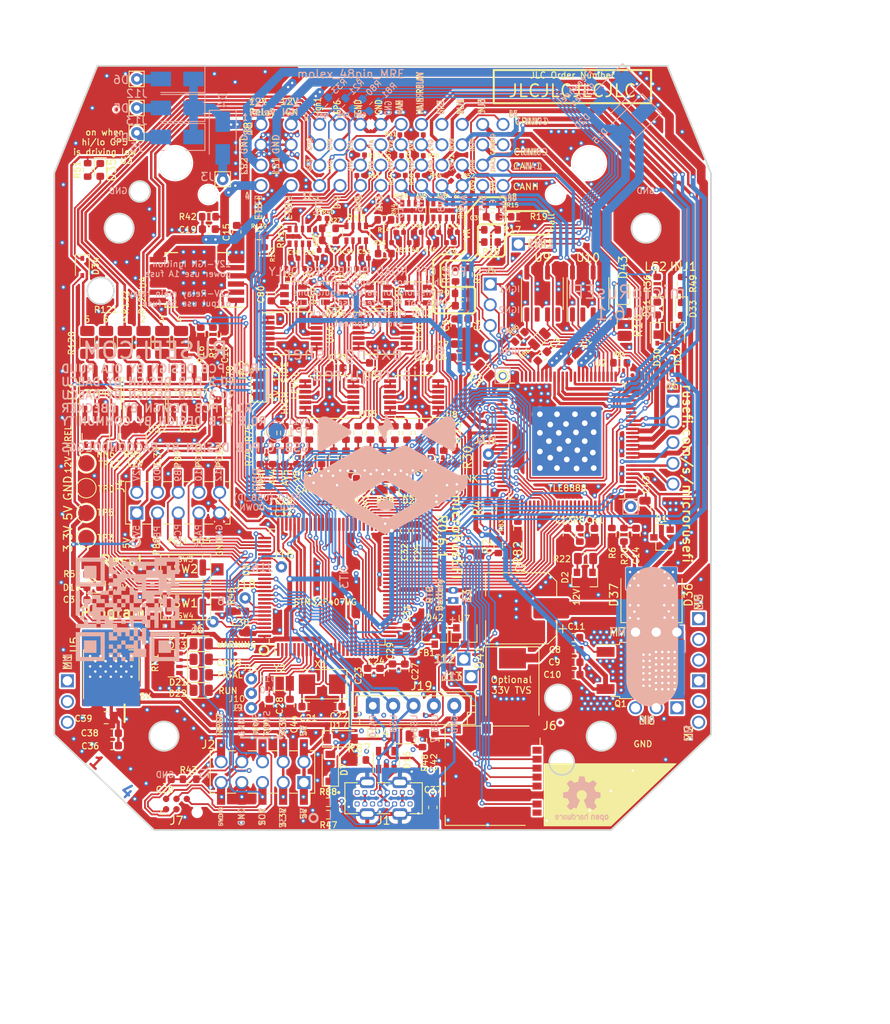
<source format=kicad_pcb>
(kicad_pcb (version 20241229) (generator "pcbnew") (generator_version "9.0")
  (title_block (title "microRusEFI") (date "2022-04-10") (rev "R0.6.0"))
  (layers (0 "F.Cu" signal) (4 "In1.Cu" signal) (6 "In2.Cu" signal) (2 "B.Cu" signal) (13 "F.Paste" user) (15 "B.Paste" user) (5 "F.SilkS" user "F.Silkscreen") (7 "B.SilkS" user "B.Silkscreen") (1 "F.Mask" user) (3 "B.Mask" user) (25 "Edge.Cuts" user))
  (net 0 "")
  (net 1 "GND")
  (net 2 "/CANL")
  (net 3 "/CANH")
  (net 4 "/CRANK")
  (net 5 "/5V")
  (net 6 "/5V1")
  (net 7 "/5V2")
  (net 8 "/CRNK+")
  (net 9 "/CRNK-")
  (net 10 "/SI")
  (net 11 "/SO")
  (net 12 "/SCK")
  (net 13 "/CS_TLE")
  (net 14 "/VDD")
  (net 15 "/MCU/shield")
  (net 16 "/TLE8888-1QK/KEY")
  (net 17 "/TLE8888-1QK/WAKE")
  (net 18 "/MCU/PA14")
  (net 19 "/MCU/PA13")
  (net 20 "Net-(U2-CP)")
  (net 21 "Net-(RN2-R1.2)")
  (net 22 "Net-(JP2-C)")
  (net 23 "Net-(U1-PH0)")
  (net 24 "Net-(U1-PH1)")
  (net 25 "Net-(U1-VCAP_1)")
  (net 26 "/INJECTOR-1")
  (net 27 "/INJECTOR-4")
  (net 28 "/INJECTOR-3")
  (net 29 "/INJECTOR-2")
  (net 30 "/TLE8888-1QK/OUT_7")
  (net 31 "/E-THROTTLE+")
  (net 32 "/E-THROTTLE-")
  (net 33 "Net-(U1-VCAP_2)")
  (net 34 "/CAM_SENSOR")
  (net 35 "/MAIN_RELAY")
  (net 36 "Net-(U1-PC14)")
  (net 37 "Net-(U1-PC15)")
  (net 38 "Net-(RN2-R2.2)")
  (net 39 "Net-(RN2-R3.2)")
  (net 40 "Net-(RN2-R4.2)")
  (net 41 "Net-(RN4-R1.2)")
  (net 42 "Net-(RN4-R2.2)")
  (net 43 "Net-(RN4-R3.2)")
  (net 44 "/USB_D+")
  (net 45 "/USB_D-")
  (net 46 "/Vbat_MCU")
  (net 47 "/H-BRIDGE/DIS")
  (net 48 "/MCU/PA9")
  (net 49 "/H-BRIDGE/DIR")
  (net 50 "Net-(RN4-R4.2)")
  (net 51 "Net-(RN3-R1.2)")
  (net 52 "/FlashMemory/SI")
  (net 53 "/FlashMemory/SCK")
  (net 54 "/FlashMemory/SO")
  (net 55 "Net-(RN3-R2.2)")
  (net 56 "Net-(RN3-R3.2)")
  (net 57 "Net-(RN3-R4.2)")
  (net 58 "Net-(RN13-R1.2)")
  (net 59 "/H-BRIDGE/PWM")
  (net 60 "/MCU/PD10")
  (net 61 "/MCU/PD11")
  (net 62 "/MCU/PD2")
  (net 63 "/MCU/PD1")
  (net 64 "/TLE8888-1QK/IGN_OUT_4")
  (net 65 "/TLE8888-1QK/IGN_OUT_3")
  (net 66 "/TLE8888-1QK/IGN_OUT_2")
  (net 67 "/TLE8888-1QK/IGN_OUT_1")
  (net 68 "/TLE8888-1QK/OUT_14")
  (net 69 "/TLE8888-1QK/OUT_15")
  (net 70 "/TLE8888-1QK/OUT_16")
  (net 71 "/TLE8888-1QK/OUT_17")
  (net 72 "/TLE8888-1QK/OUT_18")
  (net 73 "/PE4")
  (net 74 "/PE1")
  (net 75 "/PE2")
  (net 76 "/PE3")
  (net 77 "/FlashMemory/CS")
  (net 78 "Net-(RN13-R2.2)")
  (net 79 "Net-(RN13-R3.2)")
  (net 80 "Net-(D3-A)")
  (net 81 "Net-(D4-A)")
  (net 82 "Net-(D5-A)")
  (net 83 "Net-(D6-A)")
  (net 84 "Net-(D14-K)")
  (net 85 "Net-(D19-K)")
  (net 86 "Net-(D21-K)")
  (net 87 "Net-(D22-K)")
  (net 88 "Net-(D23-K)")
  (net 89 "Net-(D27-K)")
  (net 90 "Net-(D28-K)")
  (net 91 "/AV4")
  (net 92 "/AT4")
  (net 93 "/AT3")
  (net 94 "/AV3")
  (net 95 "/AT2")
  (net 96 "/AT1")
  (net 97 "/AV2")
  (net 98 "/AV10")
  (net 99 "/AV1")
  (net 100 "/AV5")
  (net 101 "/AV9")
  (net 102 "/AV8")
  (net 103 "/AV7")
  (net 104 "/AV6")
  (net 105 "/AV7_MCU")
  (net 106 "/AV6_MCU")
  (net 107 "/AV8_MCU")
  (net 108 "/AV9_MCU")
  (net 109 "/AT2_MCU")
  (net 110 "/AT1_MCU")
  (net 111 "/AT3_MCU")
  (net 112 "/AT4_MCU")
  (net 113 "/AV10_MCU")
  (net 114 "/AV1_MCU")
  (net 115 "/AV2_MCU")
  (net 116 "/AV3_MCU")
  (net 117 "/AV5_MCU")
  (net 118 "/AV4_MCU")
  (net 119 "/Ign1")
  (net 120 "/Ign2")
  (net 121 "/Ign3")
  (net 122 "/Ign4")
  (net 123 "/GP5")
  (net 124 "/GP6")
  (net 125 "/GP4")
  (net 126 "/GP3")
  (net 127 "/GP2")
  (net 128 "/GP1")
  (net 129 "/LS1")
  (net 130 "/LS2")
  (net 131 "/CAM_MCU")
  (net 132 "/MCU/PD3")
  (net 133 "/MCU/PD4")
  (net 134 "Net-(D29-K)")
  (net 135 "Net-(D30-K)")
  (net 136 "/MCU/PD6")
  (net 137 "/MCU/PD7")
  (net 138 "/12V_SAFE")
  (net 139 "/TLE8888-1QK/5V_STBY")
  (net 140 "/12V_KEY")
  (net 141 "/TLE8888-1QK/BAT_STBY")
  (net 142 "/12V_MREL")
  (net 143 "/MCU/VBAT")
  (net 144 "/MCU/BOOT0")
  (net 145 "/MCU/VDDA")
  (net 146 "/TLE8888-1QK/V6GATE")
  (net 147 "/TLE8888-1QK/V6V")
  (net 148 "Net-(D31-K)")
  (net 149 "Net-(D32-K)")
  (net 150 "/TLE8888-1QK/TLE_MON")
  (net 151 "Net-(D33-K)")
  (net 152 "Net-(D34-K)")
  (net 153 "Net-(D35-K)")
  (net 154 "Net-(D43-K)")
  (net 159 "/TLE8888-1QK/VR-")
  (net 160 "/TLE8888-1QK/VR+")
  (net 161 "/ADC/AGND")
  (net 162 "/MCU/PB2-BOOT1")
  (net 163 "/MCU/PB6")
  (net 164 "/H-BRIDGE/SO")
  (net 165 "/LINBUS")
  (net 166 "/PC10")
  (net 167 "/PA15")
  (net 168 "/PC11")
  (net 169 "/PC12")
  (net 170 "/PB8")
  (net 171 "/MCU/Vrtc")
  (net 172 "/MCU/Vrtcc")
  (net 173 "/PB9")
  (net 174 "/ADC/AV11_MCU")
  (net 175 "/PD15")
  (net 176 "/PD13")
  (net 177 "/PD14")
  (net 178 "/PD12")
  (net 179 "/MCU/PB7")
  (net 180 "/MCU/PE6")
  (net 181 "/MCU/PE5")
  (net 182 "/MCU/PD0")
  (net 183 "/TLE_OUT10_PRE")
  (net 184 "/TLE_OUT12_PRE")
  (net 185 "/TLE_OUT13_PRE")
  (net 186 "/TLE_OUT11_PRE")
  (net 187 "/MCU/PD9")
  (net 188 "/MCU/PD8")
  (net 189 "/MCU/PB12")
  (net 190 "/RST")
  (net 191 "/TLE8888-1QK/RST")
  (net 192 "/PB11")
  (net 193 "/PB10")
  (net 194 "/PE0")
  (net 195 "/PC13")
  (net 196 "/MCU/PE14")
  (net 197 "/MCU/PE13")
  (net 198 "/MCU/PE12")
  (net 199 "/MCU/PE11")
  (net 200 "/MCU/PE10")
  (net 201 "/MCU/PE9")
  (net 202 "/MCU/PE8")
  (net 203 "/MCU/PE7")
  (net 204 "/TLE8888-1QK/OUT_20")
  (net 205 "/TLE8888-1QK/OUT_19")
  (net 206 "/TLE8888-1QK/DFB8")
  (net 207 "/TLE8888-1QK/DFB9")
  (net 208 "/TLE8888-1QK/OUT8")
  (net 209 "/TLE8888-1QK/OUT9")
  (net 224 "Net-(U36D--)")
  (net 225 "Net-(U2-CAN_WKEN)")
  (net 226 "Net-(U36C--)")
  (net 227 "Net-(U36B--)")
  (net 228 "Net-(U36A--)")
  (net 229 "Net-(U8B--)")
  (net 230 "Net-(U8A--)")
  (net 231 "Net-(U8D--)")
  (net 232 "Net-(U8C--)")
  (net 233 "Net-(U35B--)")
  (net 234 "Net-(U35A--)")
  (net 235 "Net-(U35D--)")
  (net 236 "Net-(U35C--)")
  (net 237 "Net-(U46D--)")
  (net 238 "Net-(U46C--)")
  (net 239 "Net-(U46B--)")
  (net 240 "Net-(U46A--)")
  (net 241 "Net-(U31-OUT_A)")
  (net 242 "Net-(U31-OUT_B)")
  (net 243 "Net-(U32-OUT_A)")
  (net 244 "Net-(U32-OUT_B)")
  (net 245 "Net-(U33-OUT_A)")
  (net 246 "Net-(U33-OUT_B)")
  (net 247 "Net-(RN13-R3.1)")
  (net 261 "Net-(J1-CC1)")
  (net 262 "Net-(J1-CC2)")
  (net 265 "Net-(U1-PA10)")
  (net 266 "/MCU/Vbus")
  (footprint "Capacitor_SMD:C_0603_1608Metric" (layer "F.Cu") (at 84.3 58 45)
    (property "Reference" "C1")
    (property "Value" "100nF")
  )
  (footprint "Capacitor_SMD:C_0603_1608Metric" (layer "F.Cu") (at 70.5125 56.5)
    (property "Reference" "C7")
    (property "Value" "10uF")
  )
  (footprint "Capacitor_SMD:C_0603_1608Metric" (layer "F.Cu") (at 84.3 92.5 180)
    (property "Reference" "C11")
    (property "Value" "4.7nF")
  )
  (footprint "Capacitor_SMD:C_0603_1608Metric" (layer "F.Cu") (at 84.3288 97.0305 180)
    (property "Reference" "C10")
    (property "Value" "100nF")
  )
  (footprint "Capacitor_SMD:C_0603_1608Metric" (layer "F.Cu") (at 70.612 51.8)
    (property "Reference" "C12")
    (property "Value" "1nF")
  )
  (footprint "Capacitor_SMD:C_0603_1608Metric" (layer "F.Cu") (at 51.7905 100.95)
    (property "Reference" "C21")
    (property "Value" "18pF")
  )
  (footprint "Capacitor_SMD:C_0805_2012Metric" (layer "F.Cu") (at 26.9748 102.3112)
    (property "Reference" "C39")
    (property "Value" "22uF")
  )
  (footprint "Resistor_SMD:R_0603_1608Metric" (layer "F.Cu") (at 73.8 76.7125 90)
    (property "Reference" "R4")
    (property "Value" "10K")
  )
  (footprint "Resistor_SMD:R_0603_1608Metric" (layer "F.Cu") (at 70.612 50.292)
    (property "Reference" "R9")
    (property "Value" "4.7K")
  )
  (footprint "Resistor_SMD:R_0603_1608Metric" (layer "F.Cu") (at 74.2 42.5)
    (property "Reference" "R17")
    (property "Value" "DNP")
  )
  (footprint "Resistor_SMD:R_0603_1608Metric" (layer "F.Cu") (at 71.374 48 -90)
    (property "Reference" "R13")
    (property "Value" "10K")
  )
  (footprint "Capacitor_SMD:C_0603_1608Metric" (layer "F.Cu") (at 55.118 100.95 180)
    (property "Reference" "C22")
    (property "Value" "18pF")
  )
  (footprint "Capacitor_SMD:C_0603_1608Metric" (layer "F.Cu") (at 27.686 104.2035 180)
    (property "Reference" "C38")
    (property "Value" "100nF")
  )
  (footprint "Capacitor_SMD:C_0603_1608Metric" (layer "F.Cu") (at 67.056 113.3093 90)
    (property "Reference" "C37")
    (property "Value" "100nF")
  )
  (footprint "Diode_SMD:D_SOD-123" (layer "F.Cu") (at 55.753 104.902)
    (property "Reference" "D17")
    (property "Value" "B5819W")
  )
  (footprint "Package_TO_SOT_SMD:SOT-23-6" (layer "F.Cu") (at 61.3512 107.5104 90)
    (property "Reference" "D16")
    (property "Value" "SRV05-4")
  )
  (footprint "Resistor_SMD:R_0603_1608Metric" (layer "F.Cu") (at 54.2289 114.1984 180)
    (property "Reference" "R47")
    (property "Value" "100K")
  )
  (footprint "Resistor_SMD:R_0603_1608Metric" (layer "F.Cu") (at 65.786 105.0798 -90)
    (property "Reference" "R48")
    (property "Value" "2.2k")
  )
  (footprint "Capacitor_SMD:C_0603_1608Metric" (layer "F.Cu") (at 63.627 96.52 90)
    (property "Reference" "C27")
    (property "Value" "1uF")
  )
  (footprint "Capacitor_SMD:C_0603_1608Metric" (layer "F.Cu") (at 63.6016 79.4004 -90)
    (property "Reference" "C32")
    (property "Value" "100nF")
  )
  (footprint "Capacitor_SMD:C_0603_1608Metric" (layer "F.Cu") (at 45.9 77.2318)
    (property "Reference" "C33")
    (property "Value" "100nF")
  )
  (footprint "Capacitor_SMD:C_0603_1608Metric" (layer "F.Cu") (at 25.4 87.884 180)
    (property "Reference" "C34")
    (property "Value" "100nF")
  )
  (footprint "Package_SO:TSSOP-14_4.4x5mm_P0.65mm" (layer "F.Cu") (at 54.356 62.992 180)
    (property "Reference" "U35")
    (property "Value" "MCP6004")
  )
  (footprint "Capacitor_SMD:C_0603_1608Metric" (layer "F.Cu") (at 40.64 60.5536 90)
    (property "Reference" "C78")
    (property "Value" "100nF")
  )
  (footprint "Resistor_SMD:R_0603_1608Metric" (layer "F.Cu") (at 45.6945 43.18 180)
    (property "Reference" "R139")
    (property "Value" "39k")
  )
  (footprint "Resistor_SMD:R_0603_1608Metric" (layer "F.Cu") (at 43.3045 89.2818 180)
    (property "Reference" "R45")
    (property "Value" "10K")
  )
  (footprint "Capacitor_SMD:C_0603_1608Metric" (layer "F.Cu") (at 65.1256 79.4004 90)
    (property "Reference" "C25")
    (property "Value" "2.2uF")
  )
  (footprint "Capacitor_SMD:C_0603_1608Metric" (layer "F.Cu") (at 63.8048 91.948 90)
    (property "Reference" "C31")
    (property "Value" "100nF")
  )
  (footprint "Resistor_SMD:R_0402_1005Metric" (layer "F.Cu") (at 63.5 30.861)
    (property "Reference" "R31")
    (property "Value" "470K")
  )
  (footprint "Capacitor_SMD:C_0603_1608Metric" (layer "F.Cu") (at 39.5732 42.418)
    (property "Reference" "C19")
    (property "Value" "10nF")
  )
  (footprint "Resistor_SMD:R_0603_1608Metric" (layer "F.Cu") (at 39.5732 40.894)
    (property "Reference" "R42")
    (property "Value" "4.7K")
  )
  (footprint "Capacitor_SMD:C_0603_1608Metric" (layer "F.Cu") (at 40.6654 64.135 -90)
    (property "Reference" "C17")
    (property "Value" "100nF")
  )
  (footprint "Resistor_SMD:R_0603_1608Metric" (layer "F.Cu") (at 25.4 84.7344 180)
    (property "Reference" "R50")
    (property "Value" "1k")
  )
  (footprint "Resistor_SMD:R_Array_Convex_4x0603" (layer "F.Cu") (at 57.658 42.926 -90)
    (property "Reference" "RN3")
    (property "Value" "10k")
  )
  (footprint "Resistor_SMD:R_0402_1005Metric" (layer "F.Cu") (at 65.405 30.861 180)
    (property "Reference" "R56")
    (property "Value" "470K")
  )
  (footprint "Resistor_SMD:R_0402_1005Metric" (layer "F.Cu") (at 65.659 35.814)
    (property "Reference" "R58")
    (property "Value" "470K")
  )
  (footprint "Package_SO:TSSOP-14_4.4x5mm_P0.65mm" (layer "F.Cu") (at 64.77 62.992 180)
    (property "Reference" "U8")
    (property "Value" "MCP6004")
  )
  (footprint "Capacitor_SMD:C_0603_1608Metric" (layer "F.Cu") (at 74.4 40.9)
    (property "Reference" "C35")
    (property "Value" "1nF")
  )
  (footprint "Capacitor_SMD:C_0603_1608Metric" (layer "F.Cu") (at 27.686 105.7275)
    (property "Reference" "C36")
    (property "Value" "1uF")
  )
  (footprint "TestPoint:TestPoint_Pad_D2.0mm" (layer "F.Cu") (at 67.5 73.6)
    (property "Reference" "TP4" (hide yes))
    (property "Value" "TP")
  )
  (footprint "Resistor_SMD:R_0603_1608Metric" (layer "F.Cu") (at 61.1124 41.275)
    (property "Reference" "R14")
    (property "Value" "2.7k")
  )
  (footprint "Resistor_SMD:R_0603_1608Metric" (layer "F.Cu") (at 54.3052 42.3164 180)
    (property "Reference" "R27")
    (property "Value" "2.7k")
  )
  (footprint "Fiducial:Fiducial_0.5mm_Mask1mm" (layer "F.Cu") (at 82.7 102.9)
    (property "Reference" "FID4" (hide yes))
    (property "Value" "Fiducial")
  )
  (footprint "Fiducial:Fiducial_0.5mm_Mask1mm" (layer "F.Cu") (at 42.799 94.488)
    (property "Reference" "FID2" (hide yes))
    (property "Value" "Fiducial")
  )
  (footprint "Capacitor_SMD:C_0603_1608Metric" (layer "F.Cu") (at 69.8 54.2125 -90)
    (property "Reference" "C5")
    (property "Value" "470nF")
  )
  (footprint "Diode_SMD:D_SOD-323" (layer "F.Cu") (at 24.05 47.05 -90)
    (property "Reference" "D34")
    (property "Value" "1N4148WS")
  )
  (footprint "LED_SMD:LED_0805_2012Metric" (layer "F.Cu") (at 38.65 97.05)
    (property "Reference" "D21")
    (property "Value" "LED-RED")
  )
  (footprint "LED_SMD:LED_0805_2012Metric" (layer "F.Cu") (at 38.6335 98.95)
    (property "Reference" "D22")
    (property "Value" "LED-GREEN")
  )
  (footprint "LED_SMD:LED_0805_2012Metric" (layer "F.Cu") (at 38.6335 95.15)
    (property "Reference" "D23")
    (property "Value" "LED-BLUE")
  )
  (footprint "LED_SMD:LED_0805_2012Metric" (layer "F.Cu") (at 38.6335 93.25)
    (property "Reference" "D27")
    (property "Value" "LED-YELLOW")
  )
  (footprint "LED_SMD:LED_0603_1608Metric" (layer "F.Cu") (at 94.6 52.15 -90)
    (property "Reference" "D31")
    (property "Value" "LED-RED")
  )
  (footprint "LED_SMD:LED_0603_1608Metric" (layer "F.Cu") (at 26.25 35.15 -90)
    (property "Reference" "D35")
    (property "Value" "LED-RED")
  )
  (footprint "Resistor_SMD:R_Array_Convex_4x0603" (layer "F.Cu") (at 35.063 95.631 180)
    (property "Reference" "RN1")
    (property "Value" "1k")
  )
  (footprint "Crystal:Crystal_SMD_5032-2Pin_5.0x3.2mm" (layer "F.Cu") (at 53.467 98.2 180)
    (property "Reference" "X1")
    (property "Value" "8MHz 20pF")
  )
  (footprint "LED_SMD:LED_0603_1608Metric" (layer "F.Cu") (at 64.4 74.4)
    (property "Reference" "D28")
    (property "Value" "LED-RED")
  )
  (footprint "Capacitor_SMD:C_0603_1608Metric" (layer "F.Cu") (at 84.3288 93.9825 180)
    (property "Reference" "C8")
    (property "Value" "10uF")
  )
  (footprint "Capacitor_SMD:C_0603_1608Metric" (layer "F.Cu") (at 84.3288 95.5065 180)
    (property "Reference" "C9")
    (property "Value" "10uF")
  )
  (footprint "Capacitor_SMD:C_0603_1608Metric" (layer "F.Cu") (at 43 42.75 -90)
    (property "Reference" "C15")
    (property "Value" "100nF")
  )
  (footprint "Resistor_SMD:R_0603_1608Metric" (layer "F.Cu") (at 37.211 109.855 180)
    (property "Reference" "R43")
    (property "Value" "10K")
  )
  (footprint "Resistor_SMD:R_0603_1608Metric" (layer "F.Cu") (at 40.0812 55.3212 90)
    (property "Reference" "R1")
    (property "Value" "10K")
  )
  (footprint "Resistor_SMD:R_1206_3216Metric" (layer "F.Cu") (at 24.6588 56.3 -90)
    (property "Reference" "R120")
    (property "Value" "100")
  )
  (footprint "Resistor_SMD:R_0603_1608Metric" (layer "F.Cu") (at 38.5826 55.3212 -90)
    (property "Reference" "R16")
    (property "Value" "10K")
  )
  (footprint "Resistor_SMD:R_0603_1608Metric" (layer "F.Cu") (at 24.7 35.15 90)
    (property "Reference" "R51")
    (property "Value" "1k")
  )
  (footprint "rusEFI_Ola:Net-Tie_2_8.5mil" (layer "F.Cu") (at 52.07 81.153 -90)
    (property "Reference" "NT1" (hide yes))
    (property "Value" "Net-Tie_2")
  )
  (footprint "Resistor_SMD:R_0402_1005Metric" (layer "F.Cu") (at 53.594 41.0972)
    (property "Reference" "R40")
    (property "Value" "DNP")
  )
  (footprint "Resistor_SMD:R_0603_1608Metric" (layer "F.Cu") (at 74.2 44)
    (property "Reference" "R18")
    (property "Value" "DNP")
  )
  (footprint "Fiducial:Fiducial_0.5mm_Mask1mm" (layer "F.Cu") (at 28.194 27.7368)
    (property "Reference" "FID1" (hide yes))
    (property "Value" "Fiducial")
  )
  (footprint "Capacitor_SMD:C_0603_1608Metric" (layer "F.Cu") (at 45.8978 75.7428 180)
    (property "Reference" "C26")
    (property "Value" "2.2uF")
  )
  (footprint "Capacitor_SMD:C_0603_1608Metric" (layer "F.Cu") (at 60.579 97.0535 90)
    (property "Reference" "C24")
    (property "Value" "100nF")
  )
  (footprint "Capacitor_SMD:C_0603_1608Metric" (layer "F.Cu") (at 70.358 58.1)
    (property "Reference" "C6")
    (property "Value" "100nF")
  )
  (footprint "Resistor_SMD:R_0603_1608Metric" (layer "F.Cu") (at 97.6 49.1 90)
    (property "Reference" "R49")
    (property "Value" "1k")
  )
  (footprint "Package_SO:TSSOP-14_4.4x5mm_P0.65mm" (layer "F.Cu") (at 60.89396 55.118)
    (property "Reference" "U36")
    (property "Value" "MCP6004")
  )
  (footprint "Package_TO_SOT_SMD:SOT-23" (layer "F.Cu") (at 95.1865 80.2005 180)
    (property "Reference" "D1")
    (property "Value" "BAV70")
  )
  (footprint "Diode_SMD:D_SMA" (layer "F.Cu") (at 96 87.25 90)
    (property "Reference" "D36")
    (property "Value" "SS54")
  )
  (footprint "TestPoint:TestPoint_Pad_D2.0mm" (layer "F.Cu") (at 24.5364 74.168)
    (property "Reference" "TP0")
    (property "Value" "GND")
  )
  (footprint "Package_SO:SOIC-8_3.9x4.9mm_P1.27mm" (layer "F.Cu") (at 26.2636 62.5348 90)
    (property "Reference" "U31")
    (property "Value" "MIC4427")
  )
  (footprint "Capacitor_SMD:C_0603_1608Metric" (layer "F.Cu") (at 46.99 100.8375 -90)
    (property "Reference" "C28")
    (property "Value" "6.8pF")
  )
  (footprint "Crystal:Crystal_SMD_3215-2Pin_3.2x1.5mm" (layer "F.Cu") (at 48.26 98.1 180)
    (property "Reference" "Y2")
    (property "Value" "32768 Hz")
  )
  (footprint "Capacitor_SMD:C_0603_1608Metric" (layer "F.Cu") (at 34.163 109.855)
    (property "Reference" "C20")
    (property "Value" "10nF")
  )
  (footprint "Package_TO_SOT_SMD:SOT-223-3_TabPin2" (layer "F.Cu") (at 27.6 95.9 90)
    (property "Reference" "U5")
    (property "Value" "LM1117-3.3")
  )
  (footprint "Package_TO_SOT_SMD:SOT-23-6" (layer "F.Cu") (at 65.2526 50.4952)
    (property "Reference" "D13")
    (property "Value" "SRV05-4")
  )
  (footprint "TestPoint:TestPoint_Pad_D2.0mm" (layer "F.Cu") (at 24.5364 80.264)
    (property "Reference" "TP3")
    (property "Value" "GND")
  )
  (footprint "Package_TO_SOT_SMD:SOT-23-6" (layer "F.Cu") (at 49.95164 50.4444 180)
    (property "Reference" "D40")
    (property "Value" "SRV05-4")
  )
  (footprint "Capacitor_SMD:C_0603_1608Metric" (layer "F.Cu") (at 49.53 100.8375 90)
    (property "Reference" "C44")
    (property "Value" "6.8pF")
  )
  (footprint "LED_SMD:LED_0603_1608Metric" (layer "F.Cu") (at 56.9 73 180)
    (property "Reference" "D29")
    (property "Value" "LED-RED")
  )
  (footprint "Package_TO_SOT_SMD:SOT-23-6" (layer "F.Cu") (at 60.3885 50.4952 180)
    (property "Reference" "D39")
    (property "Value" "SRV05-4")
  )
  (footprint "Resistor_SMD:R_Array_Convex_4x0603" (layer "F.Cu") (at 30.2 67.95 -90)
    (property "Reference" "RN5")
    (property "Value" "10k")
  )
  (footprint "Capacitor_SMD:C_0603_1608Metric" (layer "F.Cu") (at 55.245 59.436 180)
    (property "Reference" "C79")
    (property "Value" "10nF")
  )
  (footprint "Resistor_SMD:R_1206_3216Metric" (layer "F.Cu") (at 26.9588 56.3 -90)
    (property "Reference" "R121")
    (property "Value" "100")
  )
  (footprint "Resistor_SMD:R_1206_3216Metric" (layer "F.Cu") (at 29.2588 56.3 -90)
    (property "Reference" "R122")
    (property "Value" "100")
  )
  (footprint "Resistor_SMD:R_1206_3216Metric" (layer "F.Cu") (at 31.5588 56.3 -90)
    (property "Reference" "R123")
    (property "Value" "100")
  )
  (footprint "Resistor_SMD:R_1206_3216Metric" (layer "F.Cu") (at 33.8588 56.3 -90)
    (property "Reference" "R124" (hide yes))
    (property "Value" "100")
  )
  (footprint "Resistor_SMD:R_1206_3216Metric" (layer "F.Cu") (at 36.1588 56.3 -90)
    (property "Reference" "R125" (hide yes))
    (property "Value" "100")
  )
  (footprint "Package_SO:SOIC-8_3.9x4.9mm_P1.27mm" (layer "F.Cu") (at 31.6992 62.5348 90)
    (property "Reference" "U32")
    (property "Value" "MIC4427")
  )
  (footprint "Package_SO:SOIC-8_3.9x4.9mm_P1.27mm" (layer "F.Cu") (at 37.1348 62.5348 90)
    (property "Reference" "U33")
    (property "Value" "MIC4427")
  )
  (footprint "Capacitor_SMD:C_0603_1608Metric" (layer "F.Cu") (at 65.8495 59.436 180)
    (property "Reference" "C40")
    (property "Value" "10nF")
  )
  (footprint "Package_TO_SOT_SMD:SOT-23-6" (layer "F.Cu") (at 54.991 50.419)
    (property "Reference" "D38")
    (property "Value" "SRV05-4")
  )
  (footprint "Resistor_SMD:R_Array_Convex_4x0603" (layer "F.Cu") (at 50.673 43.307 -90)
    (property "Reference" "RN13")
    (property "Value" "10k")
  )
  (footprint "Package_SO:TSSOP-14_4.4x5mm_P0.65mm" (layer "F.Cu") (at 49.85258 55.17642)
    (property "Reference" "U46")
    (property "Value" "MCP6004")
  )
  (footprint "Resistor_SMD:R_0603_1608Metric" (layer "F.Cu") (at 60.9 67.4 90)
    (property "Reference" "R26" (hide yes))
    (property "Value" "6.8K")
  )
  (footprint "Resistor_SMD:R_0603_1608Metric" (layer "F.Cu") (at 59.4 67.4 90)
    (property "Reference" "R32" (hide yes))
    (property "Value" "6.8K")
  )
  (footprint "Resistor_SMD:R_0603_1608Metric" (layer "F.Cu") (at 57.9 67.4 90)
    (property "Reference" "R35" (hide yes))
    (property "Value" "6.8K")
  )
  (footprint "Resistor_SMD:R_0603_1608Metric" (layer "F.Cu") (at 62.4 70.4 90)
    (property "Reference" "R38" (hide yes))
    (property "Value" "10K")
  )
  (footprint "Resistor_SMD:R_0603_1608Metric" (layer "F.Cu") (at 60.9 70.4 90)
    (property "Reference" "R39" (hide yes))
    (property "Value" "10K")
  )
  (footprint "Resistor_SMD:R_0603_1608Metric" (layer "F.Cu") (at 57.9 70.4 90)
    (property "Reference" "R46" (hide yes))
    (property "Value" "10K")
  )
  (footprint "Resistor_SMD:R_0603_1608Metric" (layer "F.Cu") (at 59.4 70.4 90)
    (property "Reference" "R44" (hide yes))
    (property "Value" "10K")
  )
  (footprint "Resistor_SMD:R_0603_1608Metric" (layer "F.Cu") (at 62.4 67.4 90)
    (property "Reference" "R5" (hide yes))
    (property "Value" "6.8K")
  )
  (footprint "Package_TO_SOT_SMD:TO-252-2" (layer "F.Cu") (at 92.456 96.52)
    (property "Reference" "Q1")
    (property "Value" "IPD30N06S2L-23")
  )
  (footprint "hw_microRusEfi-master:Net-Tie_2_8.5mil" (layer "F.Cu") (at 60.3885 86.3092 -90)
    (property "Reference" "NT2" (hide yes))
    (property "Value" "Net-Tie_2")
  )
  (footprint "Resistor_SMD:R_0603_1608Metric" (layer "F.Cu") (at 66.9 67.4 90)
    (property "Reference" "R55" (hide yes))
    (property "Value" "6.8K")
  )
  (footprint "Resistor_SMD:R_0603_1608Metric" (layer "F.Cu") (at 65.4 67.4 90)
    (property "Reference" "R57" (hide yes))
    (property "Value" "6.8K")
  )
  (footprint "Resistor_SMD:R_0603_1608Metric" (layer "F.Cu") (at 63.9 67.4 90)
    (property "Reference" "R59" (hide yes))
    (property "Value" "6.8K")
  )
  (footprint "Resistor_SMD:R_0603_1608Metric" (layer "F.Cu") (at 68.4 70.4 90)
    (property "Reference" "R60" (hide yes))
    (property "Value" "10K")
  )
  (footprint "Resistor_SMD:R_0603_1608Metric" (layer "F.Cu") (at 66.9 70.4 90)
    (property "Reference" "R61" (hide yes))
    (property "Value" "10K")
  )
  (footprint "Resistor_SMD:R_0603_1608Metric" (layer "F.Cu") (at 65.4 70.4 90)
    (property "Reference" "R62" (hide yes))
    (property "Value" "10K")
  )
  (footprint "Resistor_SMD:R_0603_1608Metric" (layer "F.Cu") (at 63.9 70.4 90)
    (property "Reference" "R63" (hide yes))
    (property "Value" "10K")
  )
  (footprint "Resistor_SMD:R_0603_1608Metric" (layer "F.Cu") (at 68.4 67.4 90)
    (property "Reference" "R53")
    (property "Value" "6.8K")
  )
  (footprint "LED_SMD:LED_0603_1608Metric" (layer "F.Cu") (at 25.4 86.3092 180)
    (property "Reference" "D19")
    (property "Value" "LED-RED")
  )
  (footprint "Resistor_SMD:R_0603_1608Metric" (layer "F.Cu") (at 56.4 67.4 90)
    (property "Reference" "R64" (hide yes))
    (property "Value" "6.8K")
  )
  (footprint "Resistor_SMD:R_0603_1608Metric" (layer "F.Cu") (at 54.9 67.4 90)
    (property "Reference" "R65" (hide yes))
    (property "Value" "6.8K")
  )
  (footprint "Resistor_SMD:R_0603_1608Metric" (layer "F.Cu") (at 53.4 67.4 90)
    (property "Reference" "R66" (hide yes))
    (property "Value" "6.8K")
  )
  (footprint "Resistor_SMD:R_0603_1608Metric" (layer "F.Cu") (at 51.9 67.4 90)
    (property "Reference" "R67" (hide yes))
    (property "Value" "6.8K")
  )
  (footprint "Resistor_SMD:R_0603_1608Metric" (layer "F.Cu") (at 56.4 70.4 90)
    (property "Reference" "R68" (hide yes))
    (property "Value" "10K")
  )
  (footprint "Resistor_SMD:R_0603_1608Metric" (layer "F.Cu") (at 54.9 70.4 90)
    (property "Reference" "R69" (hide yes))
    (property "Value" "10K")
  )
  (footprint "Resistor_SMD:R_0603_1608Metric" (layer "F.Cu") (at 53.4 70.4 90)
    (property "Reference" "R70" (hide yes))
    (property "Value" "10K")
  )
  (footprint "Resistor_SMD:R_0603_1608Metric" (layer "F.Cu") (at 51.9 70.4 90)
    (property "Reference" "R71" (hide yes))
    (property "Value" "10K")
  )
  (footprint "Resistor_SMD:R_0603_1608Metric" (layer "F.Cu") (at 50.4 67.4 90)
    (property "Reference" "R72" (hide yes))
    (property "Value" "6.8K")
  )
  (footprint "Resistor_SMD:R_0603_1608Metric" (layer "F.Cu") (at 45.9 67.4 90)
    (property "Reference" "R75")
    (property "Value" "6.8K")
  )
  (footprint "Resistor_SMD:R_0603_1608Metric" (layer "F.Cu") (at 50.4 70.4 90)
    (property "Reference" "R76" (hide yes))
    (property "Value" "10K")
  )
  (footprint "Resistor_SMD:R_0603_1608Metric" (layer "F.Cu") (at 48.9 70.4 90)
    (property "Reference" "R77" (hide yes))
    (property "Value" "10K")
  )
  (footprint "Resistor_SMD:R_0603_1608Metric" (layer "F.Cu") (at 47.4 70.4 90)
    (property "Reference" "R78" (hide yes))
    (property "Value" "10K")
  )
  (footprint "Resistor_SMD:R_0603_1608Metric" (layer "F.Cu") (at 45.9 70.4 90)
    (property "Reference" "R79")
    (property "Value" "10K")
  )
  (footprint "Capacitor_SMD:C_0603_1608Metric" (layer "F.Cu") (at 60.071 58.801)
    (property "Reference" "C82")
    (property "Value" "10nF")
  )
  (footprint "Resistor_SMD:R_0603_1608Metric" (layer "F.Cu") (at 56.887501 74.5)
    (property "Reference" "R28")
    (property "Value" "2.2k")
  )
  (footprint "TestPoint:TestPoint_Pad_D2.0mm" (layer "F.Cu") (at 53.8226 74.2188)
    (property "Reference" "TP2" (hide yes))
    (property "Value" "TP")
  )
  (footprint "Package_TO_SOT_SMD:SOT-23" (layer "F.Cu") (at 85.7 85.5 -90)
    (property "Reference" "D2")
    (property "Value" "PESD1CAN-UX")
  )
  (footprint "Diode_SMD:D_SMA" (layer "F.Cu") (at 91.7892 87.25 90)
    (property "Reference" "D37")
    (property "Value" "SS54")
  )
  (footprint "Capacitor_SMD:C_0603_1608Metric" (layer "F.Cu") (at 86.9 79.883 -90)
    (property "Reference" "C41")
    (property "Value" "2.2uF")
  )
  (footprint "Capacitor_SMD:C_0603_1608Metric" (layer "F.Cu") (at 83.566 79.883 -90)
    (property "Reference" "C13")
    (property "Value" "100nF")
  )
  (footprint "Capacitor_SMD:C_0603_1608Metric" (layer "F.Cu") (at 91.9988 79.883 -90)
    (property "Reference" "C14")
    (property "Value" "100nF")
  )
  (footprint "Resistor_SMD:R_0603_1608Metric" (layer "F.Cu") (at 90.5129 79.883 -90)
    (property "Reference" "R20")
    (property "Value" "2.7k")
  )
  (footprint "Resistor_SMD:R_0805_2012Metric" (layer "F.Cu") (at 85.8 82.8)
    (property "Reference" "R22")
    (property "Value" "120")
  )
  (footprint "Resistor_SMD:R_0603_1608Metric" (layer "F.Cu") (at 89.027 79.883 90)
    (property "Reference" "R6")
    (property "Value" "10K")
  )
  (footprint "Resistor_SMD:R_0603_1608Metric" (layer "F.Cu") (at 85.1 79.9 90)
    (property "Reference" "R8")
    (property "Value" "0R")
  )
  (footprint "Package_TO_SOT_SMD:SOT-23" (layer "F.Cu") (at 67.3 92.3 -90)
    (property "Reference" "D42")
    (property "Value" "BAV70")
  )
  (footprint "Button_Switch_SMD:SW_SPST_CK_RS282G05A3" (layer "F.Cu") (at 36.7284 88.4428)
    (property "Reference" "SW1")
    (property "Value" "SW_Push")
  )
  (footprint "TestPoint:TestPoint_Pad_D2.0mm" (layer "F.Cu") (at 24.5364 77.216)
    (property "Reference" "TP5")
    (property "Value" "5V")
  )
  (footprint "Package_TO_SOT_SMD:SOT-23" (layer "F.Cu") (at 70.9 92.3 -90)
    (property "Reference" "U7")
    (property "Value" "XC6206 3.3V")
  )
  (footprint "Capacitor_SMD:C_0805_2012Metric" (layer "F.Cu") (at 93.1 76.6375 -90)
    (property "Reference" "C43")
    (property "Value" "22uF 25V")
  )
  (footprint "Resistor_SMD:R_Array_Convex_4x0603" (layer "F.Cu") (at 25.7 67.95 -90)
    (property "Reference" "RN6")
    (property "Value" "10k")
  )
  (footprint "TestPoint:TestPoint_Pad_D2.0mm" (layer "F.Cu") (at 24.5364 71.12)
    (property "Reference" "TP12")
    (property "Value" "5V")
  )
  (footprint "Resistor_SMD:R_0603_1608Metric" (layer "F.Cu") (at 94.6 49.1 90)
    (property "Reference" "R36")
    (property "Value" "1k")
  )
  (footprint "Capacitor_SMD:C_0603_1608Metric" (layer "F.Cu") (at 43.3832 91.8972 180)
    (property "Reference" "C30")
    (property "Value" "100nF")
  )
  (footprint "Capacitor_SMD:C_0603_1608Metric" (layer "F.Cu") (at 41.5544 55.3212 90)
    (property "Reference" "C18")
    (property "Value" "100nF")
  )
  (footprint "Diode_SMD:D_SOD-323" (layer "F.Cu") (at 90.4 50.15 90)
    (property "Reference" "D43")
    (property "Value" "1N4148WS")
  )
  (footprint "Button_Switch_SMD:SW_Push_SPST_NO_Alps_SKRK" (layer "F.Cu") (at 36.7284 83.9 180)
    (property "Reference" "SW3")
    (property "Value" "SW_Push")
  )
  (footprint "Button_Switch_SMD:SW_Push_SPST_NO_Alps_SKRK" (layer "F.Cu") (at 36.7284 88.7)
    (property "Reference" "SW4")
    (property "Value" "SW_Push")
  )
  (footprint "Connector:Tag-Connect_TC2030-IDC-NL_2x03_P1.27mm_Vertical" (layer "F.Cu") (at 35.6 112.9)
    (property "Reference" "J7")
    (property "Value" "TC2030")
  )
  (footprint "Jumper:SolderJumper-3_P1.3mm_Open_Pad1.0x1.5mm" (layer "F.Cu") (at 45.7454 61.5696 90)
    (property "Reference" "JP2")
    (property "Value" "High side voltage 5V 12V")
  )
  (footprint "Capacitor_SMD:C_0603_1608Metric" (layer "F.Cu") (at 47.244 50.419 90)
    (property "Reference" "C80")
    (property "Value" "10nF")
  )
  (footprint "Resistor_SMD:R_0603_1608Metric" (layer "F.Cu") (at 47.4 67.4 90)
    (property "Reference" "R74" (hide yes))
    (property "Value" "6.8K")
  )
  (footprint "Resistor_SMD:R_0603_1608Metric" (layer "F.Cu") (at 48.9 67.4 90)
    (property "Reference" "R73" (hide yes))
    (property "Value" "6.8K")
  )
  (footprint "Resistor_SMD:R_0402_1005Metric" (layer "F.Cu") (at 65.405 33.401 180)
    (property "Reference" "R24")
    (property "Value" "470K")
  )
  (footprint "Package_SO:SO-8_3.9x4.9mm_P1.27mm" (layer "F.Cu") (at 80.5 50.3 90)
    (property "Reference" "U9")
    (property "Value" "VNLD5090")
  )
  (footprint "Connector_Pin:Pin_D0.7mm_L6.5mm_W1.8mm_FlatFork" (layer "F.Cu") (at 41.275 36.322 -90)
    (property "Reference" "J3")
    (property "Value" "Conn_01x01")
  )
  (footprint "Connector_Pin:Pin_D0.7mm_L6.5mm_W1.8mm_FlatFork" (layer "F.Cu") (at 30.734 30.607)
    (property "Reference" "J5")
    (property "Value" "Conn_01x01")
  )
  (footprint "Connector_Pin:Pin_D0.7mm_L6.5mm_W1.8mm_FlatFork" (layer "F.Cu") (at 30.734 24.003)
    (property "Reference" "J12")
    (property "Value" "Conn_01x01")
  )
  (footprint "Connector_Pin:Pin_D0.7mm_L6.5mm_W1.8mm_FlatFork" (layer "F.Cu") (at 30.734 27.559)
    (property "Reference" "J13")
    (property "Value" "Conn_01x01")
  )
  (footprint "Capacitor_SMD:C_0603_1608Metric" (layer "F.Cu") (at 71.4 54.2125 -90)
    (property "Reference" "C4")
    (property "Value" "470nF")
  )
  (footprint "LED_SMD:LED_0603_1608Metric" (layer "F.Cu") (at 97.6 52.2 -90)
    (property "Reference" "D33")
    (property "Value" "LED-RED")
  )
  (footprint "Package_SO:SO-8_3.9x4.9mm_P1.27mm" (layer "F.Cu") (at 86.1 50.3 90)
    (property "Reference" "U10")
    (property "Value" "VNLD5090")
  )
  (footprint "Capacitor_SMD:C_0603_1608Metric" (layer "F.Cu") (at 62.103 96.52 90)
    (property "Reference" "C29")
    (property "Value" "10nF")
  )
  (footprint "Resistor_SMD:R_0603_1608Metric" (layer "F.Cu") (at 69.85 48 -90)
    (property "Reference" "R12")
    (property "Value" "10K")
  )
  (footprint "Package_SO:Infineon_PG-DSO-12-11" (layer "F.Cu") (at 38.1 48.641 180)
    (property "Reference" "U4")
    (property "Value" "TLE9201SG")
  )
  (footprint "Package_QFP:LQFP-100_14x14mm_P0.5mm_THERMAL" (layer "F.Cu") (at 83.5 68.403)
    (property "Reference" "U2")
    (property "Value" "TLE8888QK")
  )
  (footprint "Diode_SMD:D_SOD-323" (layer "F.Cu") (at 94.6 55.35 -90)
    (property "Reference" "D30")
    (property "Value" "1N4148WS")
  )
  (footprint "Capacitor_SMD:CP_Elec_8x10.5" (layer "F.Cu") (at 77.9 88.9 180)
    (property "Reference" "C2")
    (property "Value" "100UF 50V")
  )
  (footprint "Package_QFP:LQFP-100_14x14mm_P0.5mm" (layer "F.Cu") (at 54.0868 86.2846 90)
    (property "Reference" "U1")
    (property "Value" "STM32F427VGT6")
  )
  (footprint "Resistor_SMD:R_0603_1608Metric" (layer "F.Cu") (at 61.3 74.4 180)
    (property "Reference" "R29")
    (property "Value" "1k")
  )
  (footprint "Resistor_SMD:R_0805_2012Metric" (layer "F.Cu") (at 73.378087 59.738287 135)
    (property "Reference" "R3")
    (property "Value" "10K")
  )
  (footprint "Fiducial:Fiducial_0.5mm_Mask1mm" (layer "F.Cu") (at 91.567 60.325)
    (property "Reference" "FID3" (hide yes))
    (property "Value" "Fiducial")
  )
  (footprint "Resistor_SMD:R_0603_1608Metric" (layer "F.Cu") (at 77.5 79.1 -90)
    (property "Reference" "R82")
    (property "Value" "4.7K")
  )
  (footprint "Resistor_SMD:R_1206_3216Metric" (layer "F.Cu") (at 90.6 54.1 -90)
    (property "Reference" "R10")
    (property "Value" "1k")
  )
  (footprint "Resistor_SMD:R_0603_1608Metric" (layer "F.Cu") (at 46.355 45.466 -90)
    (property "Reference" "R141")
    (property "Value" "10K")
  )
  (footprint "Diode_SMD:D_SOD-123" (layer "F.Cu") (at 54.483 108.458 90)
    (property "Reference" "D7")
    (property "Value" "B5819W")
  )
  (footprint "Resistor_SMD:R_0603_1608Metric" (layer "F.Cu") (at 75.4 76.7 -90)
    (property "Reference" "R83")
    (property "Value" "4.7K")
  )
  (footprint "Resistor_SMD:R_0603_1608Metric" (layer "F.Cu") (at 75.1 81.3 -90)
    (property "Reference" "R2")
    (property "Value" "0R DNP")
  )
  (footprint "Button_Switch_SMD:SW_SPST_CK_RS282G05A3" (layer "F.Cu") (at 36.7284 84.1248 180)
    (property "Reference" "SW2")
    (property "Value" "SW_Push")
  )
  (footprint "Resistor_SMD:R_0603_1608Metric" (layer "F.Cu") (at 77.5 40.9 180)
    (property "Reference" "R19")
    (property "Value" "DNP")
  )
  (footprint "Diode_SMD:D_SOD-323" (layer "F.Cu") (at 97.1 55.3 -90)
    (property "Reference" "D32")
    (property "Value" "1N4148WS")
  )
  (footprint "Connector_PinSocket_2.54mm:PinSocket_2x05_P2.54mm_Vertical_SMD" (layer "F.Cu") (at 46.1518 108.966 -90)
    (property "Reference" "J2")
    (property "Value" "Conn_02x05_Odd_Even")
  )
  (footprint "Capacitor_SMD:C_0603_1608Metric" (layer "F.Cu") (at 59.055 97.0535 90)
    (property "Reference" "C23")
    (property "Value" "1uF")
  )
  (footprint "Resistor_SMD:R_0603_1608Metric_Pad1.05x0.95mm_HandSolder" (layer "F.Cu") (at 63.754 94.234 180)
    (property "Reference" "FB1")
    (property "Value" "FILTER")
  )
  (footprint "Capacitor_SMD:C_0603_1608Metric" (layer "F.Cu") (at 67.31 105.0797 -90)
    (property "Reference" "C42")
    (property "Value" "100nF")
  )
  (footprint "Resistor_SMD:R_0402_1005Metric" (layer "F.Cu") (at 58.1914 33.3248 180)
    (property "Reference" "R131")
    (property "Value" "470K")
  )
  (footprint "Capacitor_SMD:C_0402_1005Metric" (layer "F.Cu") (at 69.215 44.069)
    (property "Reference" "C45")
    (property "Value" "100nF")
  )
  (footprint "Capacitor_SMD:C_0402_1005Metric" (layer "F.Cu") (at 67.31 42.799 180)
    (property "Reference" "C46")
    (property "Value" "100nF")
  )
  (footprint "Capacitor_SMD:C_0402_1005Metric" (layer "F.Cu") (at 67.056 44.069)
    (property "Reference" "C47")
    (property "Value" "100nF")
  )
  (footprint "Capacitor_SMD:C_0402_1005Metric" (layer "F.Cu") (at 65.151 42.799 180)
    (property "Reference" "C48")
    (property "Value" "100nF")
  )
  (footprint "Capacitor_SMD:C_0402_1005Metric" (layer "F.Cu") (at 64.643 44.069)
    (property "Reference" "C49")
    (property "Value" "100nF")
  )
  (footprint "Capacitor_SMD:C_0402_1005Metric" (layer "F.Cu") (at 62.992 42.799 180)
    (property "Reference" "C50")
    (property "Value" "100nF")
  )
  (footprint "Capacitor_SMD:C_0402_1005Metric" (layer "F.Cu") (at 62.484 44.069)
    (property "Reference" "C51")
    (property "Value" "100nF")
  )
  (footprint "Capacitor_SMD:C_0402_1005Metric" (layer "F.Cu") (at 69.596 42.799 180)
    (property "Reference" "C16")
    (property "Value" "100nF")
  )
  (footprint "Resistor_SMD:R_0402_1005Metric" (layer "F.Cu") (at 68.961 36.1442 135)
    (property "Reference" "R54")
    (property "Value" "470K")
  )
  (footprint "Resistor_SMD:R_0402_1005Metric" (layer "F.Cu") (at 70.739 38.735 90)
    (property "Reference" "R7")
    (property "Value" "DNP")
  )
  (footprint "Resistor_SMD:R_Array_Convex_4x0603" (layer "F.Cu") (at 68.326 40.132 -90)
    (property "Reference" "RN2")
    (property "Value" "10k")
  )
  (footprint "Resistor_SMD:R_Array_Convex_4x0603" (layer "F.Cu") (at 64.516 40.132 -90)
    (property "Reference" "RN4")
    (property "Value" "10k")
  )
  (footprint "Resistor_SMD:R_0402_1005Metric" (layer "F.Cu") (at 63.1952 35.814 180)
    (property "Reference" "R34")
    (property "Value" "470K")
  )
  (footprint "Resistor_SMD:R_0402_1005Metric" (layer "F.Cu") (at 62.738 33.401 180)
    (property "Reference" "R37")
    (property "Value" "470K")
  )
  (footprint "Capacitor_SMD:C_0402_1005Metric" (layer "F.Cu") (at 58.674 45.974 180)
    (property "Reference" "C52")
    (property "Value" "100nF")
  )
  (footprint "Capacitor_SMD:C_0402_1005Metric" (layer "F.Cu") (at 58.166 47.244)
    (property "Reference" "C53")
    (property "Value" "100nF")
  )
  (footprint "Capacitor_SMD:C_0402_1005Metric" (layer "F.Cu") (at 56.261 45.974 180)
    (property "Reference" "C54")
    (property "Value" "100nF")
  )
  (footprint "Capacitor_SMD:C_0402_1005Metric" (layer "F.Cu") (at 55.626 47.244)
    (property "Reference" "C55")
    (property "Value" "100nF")
  )
  (footprint "Capacitor_SMD:C_0402_1005Metric" (layer "F.Cu") (at 52.324 45.974 180)
    (property "Reference" "C56")
    (property "Value" "100nF")
  )
  (footprint "Capacitor_SMD:C_0402_1005Metric" (layer "F.Cu") (at 51.816 47.244)
    (property "Reference" "C57")
    (property "Value" "100nF")
  )
  (footprint "Capacitor_SMD:C_0402_1005Metric" (layer "F.Cu") (at 50.038 45.974 180)
    (property "Reference" "C58")
    (property "Value" "100nF")
  )
  (footprint "Capacitor_SMD:C_0402_1005Metric" (layer "F.Cu") (at 49.53 47.244)
    (property "Reference" "C59")
    (property "Value" "100nF")
  )
  (footprint "Resistor_SMD:R_0402_1005Metric" (layer "F.Cu") (at 53.594 45.0088)
    (property "Reference" "R11")
    (property "Value" "DNP")
  )
  (footprint "Resistor_SMD:R_0402_1005Metric" (layer "F.Cu") (at 58.2168 35.8394)
    (property "Reference" "R41")
    (property "Value" "470K")
  )
  (footprint "Resistor_SMD:R_0603_1608Metric" (layer "F.Cu") (at 69.9008 70.4088 -90)
    (property "Reference" "R30")
    (property "Value" "0R")
  )
  (footprint "Resistor_SMD:R_0603_1608Metric" (layer "F.Cu") (at 90.043 58.801)
    (property "Reference" "R84")
    (property "Value" "0R")
  )
  (footprint "Resistor_SMD:R_0603_1608Metric" (layer "F.Cu") (at 77.724 55.626 -135)
    (property "Reference" "R85")
    (property "Value" "0R")
  )
  (footprint "Capacitor_SMD:C_0603_1608Metric" (layer "F.Cu") (at 80.5 58 -135)
    (property "Reference" "C3")
    (property "Value" "4.7nF")
  )
  (footprint "Resistor_SMD:R_0805_2012Metric" (layer "F.Cu") (at 80.137 55.88 -135)
    (property "Reference" "R86")
    (property "Value" "0R")
  )
  (footprint "Connector_PinHeader_2.54mm:PinHeader_2x05_P2.54mm_Vertical_SMD" (layer "F.Cu") (at 35.7632 75.9714 90)
    (property "Reference" "J4")
    (property "Value" "Conn_02x05_Counter_Clockwise")
  )
  (footprint "Resistor_SMD:R_0402_1005Metric" (layer "F.Cu") (at 69.85 35.56 135)
    (property "Reference" "R52")
    (property "Value" "470K")
  )
  (footprint "Diode_SMD:D_SMC" (layer "F.Cu") (at 76.835 98.425 -90)
    (property "Reference" "D41")
    (property "Value" "SM15T33C")
  )
  (footprint "Resistor_SMD:R_0603_1608Metric" (layer "F.Cu") (at 74.4 39.4)
    (property "Reference" "R15")
    (property "Value" "DNP")
  )
  (footprint "LED_SMD:LED_0805_2012Metric" (layer "F.Cu") (at 63.2714 104.5464 180)
    (property "Reference" "D14")
    (property "Value" "LED-GREEN")
  )
  (footprint "Connector_JST:JST_EH_B5B-EH-A_1x05_P2.50mm_Vertical" (layer "F.Cu") (at 59.69 100.838)
    (property "Reference" "J19")
    (property "Value" "Conn_01x06")
  )
  (footprint "rusefi_lib:Molex_48_MRE" (layer "F.Cu") (at 45.9348 29.5656)
    (property "Reference" "U3")
    (property "Value" "molex_48pin_MRE")
  )
  (footprint "Resistor_SMD:R_0603_1608Metric" (layer "F.Cu") (at 61.1632 45.4152)
    (property "Reference" "R23")
    (property "Value" "2.7k")
  )
  (footprint "Resistor_SMD:R_0603_1608Metric" (layer "F.Cu") (at 54.3179 43.7896 180)
    (property "Reference" "R25")
    (property "Value" "2.7k")
  )
  (footprint "Connector_Card:microSD_HC_Molex_104031-0811" (layer "F.Cu") (at 74.4 109.4 -90)
    (property "Reference" "J6")
    (property "Value" "Micro_SD_Card_Det")
  )
  (footprint "UJ20_C_V_C_2_SMT_TR:CUI_UJ20-C-V-C-2-SMT-TR" (layer "F.Cu") (at 61.018 112.1816)
    (property "Reference" "J1")
    (property "Value" "UJ20-C-V-C-2-SMT-TR")
  )
  (footprint "Resistor_SMD:R_0603_1608Metric" (layer "F.Cu") (at 54.2158 112.6744)
    (property "Reference" "R88")
    (property "Value" "5.1k")
  )
  (footprint "Resistor_SMD:R_0603_1608Metric" (layer "F.Cu") (at 58.0136 107.4928)
    (property "Reference" "R87")
    (property "Value" "5.1k")
  )
  (footprint "Diode_SMD:D_SMA" (layer "B.Cu") (at 91.514214 29.385786 -135)
    (property "Reference" "D15")
    (property "Value" "SS54")
  )
  (footprint "Diode_SMD:D_SMA" (layer "B.Cu") (at 89.1 25.7 -135)
    (property "Reference" "D20")
    (property "Value" "SS54")
  )
  (footprint "Fiducial:Fiducial_0.5mm_Mask1mm" (layer "B.Cu") (at 91.0844 58.6486)
    (property "Reference" "FID5" (hide yes))
    (property "Value" "Fiducial")
  )
  (footprint "Fiducial:Fiducial_0.5mm_Mask1mm" (layer "B.Cu") (at 60.35 65.45)
    (property "Reference" "FID6" (hide yes))
    (property "Value" "Fiducial")
  )
  (footprint "NetTie:NetTie-2_SMD_Pad0.5mm" (layer "B.Cu") (at 57.658 85.1408 90)
    (property "Reference" "NT3")
    (property "Value" "Analog Ground Net Tie")
  )
  (footprint "TestPoint:TestPoint_Pad_D2.0mm" (layer "B.Cu") (at 47.879 67.183)
    (property "Reference" "TP1")
    (property "Value" "TP")
  )
  (footprint "Diode_SMD:D_SMA" (layer "B.Cu") (at 41.275 31.242 -90)
    (property "Reference" "D4")
    (property "Value" "SS54")
  )
  (footprint "Diode_SMD:D_SMA" (layer "B.Cu") (at 35.687 27.559 180)
    (property "Reference" "D5")
    (property "Value" "SS54")
  )
  (footprint "Diode_SMD:D_SMA" (layer "B.Cu") (at 35.687 24.003 180)
    (property "Reference" "D6")
    (property "Value" "SS54")
  )
  (footprint "Diode_SMD:D_SMA" (layer "B.Cu") (at 35.687 31.115 180)
    (property "Reference" "D3")
    (property "Value" "SS54")
  )
  (footprint "Connector_Pin:Pin_D0.7mm_L6.5mm_W1.8mm_FlatFork" (layer "B.Cu") (at 91.35 76.4)
    (property "Reference" "J17" (hide yes))
    (property "Value" "Conn_01x01")
  )
  (footprint "Connector_Pin:Pin_D0.7mm_L6.5mm_W1.8mm_FlatFork" (layer "B.Cu") (at 75.65 60.4)
    (property "Reference" "J15" (hide yes))
    (property "Value" "Conn_01x01")
  )
  (footprint "Resistor_SMD:R_0603_1608Metric" (layer "B.Cu") (at 55.743153 26.956847 45)
    (property "Reference" "R21")
    (property "Value" "0R")
  )
  (footprint "Resistor_SMD:R_0603_1608Metric" (layer "B.Cu") (at 57.843153 27.056847 45)
    (property "Reference" "R80")
    (property "Value" "0R")
  )
  (footprint "Resistor_SMD:R_0603_1608Metric" (layer "B.Cu") (at 53.643153 26.856847 45)
    (property "Reference" "R33")
    (property "Value" "0R")
  )
  (footprint "Resistor_SMD:R_0603_1608Metric" (layer "B.Cu") (at 59.843153 27.356847 45)
    (property "Reference" "R81")
    (property "Value" "0R")
  )
  (footprint "rusefi_lib:MRE_QR_code" (layer "B.Cu") (at 29.591 89.027)
    (property "Reference" "LOGO3" (hide yes))
    (property "Value" "LOGO" (hide yes))
  )
  (footprint "Symbol:OSHW-Logo2_7.3x6mm_SilkScreen" (layer "B.Cu") (at 85.344 112.268 180)
    (property "Reference" "LOGO1" (hide yes))
    (property "Value" "DNP" (hide yes))
  )
  (footprint "rusefi_lib:Off_Road_Disclaimer" (layer "B.Cu") (at 59.055 50.8 180)
    (property "Reference" "G1" (hide yes))
    (property "Value" "Disclaimer" (hide yes))
  )
  (footprint "Raccoon_Logo:Raccoon Logo" (layer "B.Cu") (at 61.2648 71.935272 180)
    (property "Reference" "G***")
    (property "Value" "LOGO" (hide yes))
  )
  (footprint "Resistor_SMD:R_0603_1608Metric" (layer "B.Cu") (at 46.9392 73.1012 -90)
    (property "Reference" "R89")
    (property "Value" "10K")
  )
  (gr_line (start 93.842 22.908) (end 74.538 22.908) (stroke (width 0.25)) (layer "F.SilkS"))
  (gr_line (start 72.6 42.1) (end 72.6 45.4) (stroke (width 0.25)) (layer "F.SilkS"))
  (gr_line (start 73 45.8) (end 75.6 45.8) (stroke (width 0.25)) (layer "F.SilkS"))
  (gr_line (start 75.75 38.5) (end 73.25 38.5) (stroke (width 0.25)) (layer "F.SilkS"))
  (gr_line (start 72.6 45.4) (end 73 45.8) (stroke (width 0.25)) (layer "F.SilkS"))
  (gr_line (start 74.538 22.908) (end 74.538 26.972) (stroke (width 0.25)) (layer "F.SilkS"))
  (gr_line (start 68.75 49.5) (end 68.25 49.5) (stroke (width 0.25)) (layer "F.SilkS"))
  (gr_line (start 76.2 43.1) (end 81.1 43.1) (stroke (width 0.25)) (layer "F.SilkS"))
  (gr_line (start 74.538 26.972) (end 93.842 26.972) (stroke (width 0.25)) (layer "F.SilkS"))
  (gr_line (start 58.7 74.8) (end 58.7 72.3) (stroke (width 0.25)) (layer "F.SilkS"))
  (gr_line (start 71.75 46.25) (end 72.6 45.4) (stroke (width 0.25)) (layer "F.SilkS"))
  (gr_line (start 55.3 72.8) (end 55.8 71.9) (stroke (width 0.25)) (layer "F.SilkS"))
  (gr_line (start 70.5 45.5) (end 68 45.5) (stroke (width 0.25)) (layer "F.SilkS"))
  (gr_line (start 58.7 72.3) (end 58.5 71.9) (stroke (width 0.25)) (layer "F.SilkS"))
  (gr_line (start 68.5 46.25) (end 71.75 46.25) (stroke (width 0.25)) (layer "F.SilkS"))
  (gr_line (start 72.9 41.8) (end 72.6 42.1) (stroke (width 0.25)) (layer "F.SilkS"))
  (gr_line (start 68.25 49.5) (end 68 49.25) (stroke (width 0.25)) (layer "F.SilkS"))
  (gr_line (start 68 45.5) (end 67.1 46.25) (stroke (width 0.25)) (layer "F.SilkS"))
  (gr_line (start 75.9 43.4) (end 76.2 43.1) (stroke (width 0.25)) (layer "F.SilkS"))
  (gr_line (start 71 40.75) (end 71 42) (stroke (width 0.25)) (layer "F.SilkS"))
  (gr_line (start 73 38.5) (end 72.75 38.75) (stroke (width 0.25)) (layer "F.SilkS"))
  (gr_line (start 29.2354 100.6856) (end 29.2354 102.8446) (stroke (width 0.25)) (layer "F.SilkS"))
  (gr_line (start 81.1 40.2) (end 76.2 40.2) (stroke (width 0.25)) (layer "F.SilkS"))
  (gr_line (start 71 45) (end 71 44) (stroke (width 0.25)) (layer "F.SilkS"))
  (gr_line (start 67.1 49.75) (end 67.1 46.25) (stroke (width 0.25)) (layer "F.SilkS"))
  (gr_circle (center 46.339653 94.0443) (end 46.657153 94.4888) (stroke (width 0.25)) (fill no) (layer "F.SilkS"))
  (gr_line (start 67.5 52.75) (end 67.1 52.5) (stroke (width 0.25)) (layer "F.SilkS"))
  (gr_line (start 73.25 38.5) (end 73 38.5) (stroke (width 0.25)) (layer "F.SilkS"))
  (gr_line (start 68 49.25) (end 68 46.75) (stroke (width 0.25)) (layer "F.SilkS"))
  (gr_line (start 76 40.4) (end 76.2 40.2) (stroke (width 0.25)) (layer "F.SilkS"))
  (gr_poly (pts (xy 88.9 115.57) (xy 80.71 115.57) (xy 80.71 107.95) (xy 96.901 107.95)) (stroke (width 0.1)) (fill yes) (layer "F.SilkS"))
  (gr_line (start 81.3 40.4) (end 81.1 40.2) (stroke (width 0.25)) (layer "F.SilkS"))
  (gr_line (start 70.5 45.5) (end 71 45) (stroke (width 0.25)) (layer "F.SilkS"))
  (gr_line (start 75.7 41.8) (end 72.9 41.8) (stroke (width 0.25)) (layer "F.SilkS"))
  (gr_line (start 72 52.75) (end 72.25 52.5) (stroke (width 0.25)) (layer "F.SilkS"))
  (gr_line (start 67.1 52.5) (end 67.1 49.5) (stroke (width 0.25)) (layer "F.SilkS"))
  (gr_line (start 72.25 52.5) (end 72.25 49.75) (stroke (width 0.25)) (layer "F.SilkS"))
  (gr_line (start 93.842 26.972) (end 93.842 22.908) (stroke (width 0.25)) (layer "F.SilkS"))
  (gr_line (start 75.6 45.8) (end 75.9 45.5) (stroke (width 0.25)) (layer "F.SilkS"))
  (gr_line (start 72.25 49.75) (end 72 49.5) (stroke (width 0.25)) (layer "F.SilkS"))
  (gr_line (start 76 40.4) (end 76 38.75) (stroke (width 0.25)) (layer "F.SilkS"))
  (gr_line (start 81.1 43.1) (end 81.3 42.9) (stroke (width 0.25)) (layer "F.SilkS"))
  (gr_line (start 72 52.75) (end 67.5 52.75) (stroke (width 0.25)) (layer "F.SilkS"))
  (gr_line (start 72 49.5) (end 68.75 49.5) (stroke (width 0.25)) (layer "F.SilkS"))
  (gr_line (start 68 46.75) (end 68.5 46.25) (stroke (width 0.25)) (layer "F.SilkS"))
  (gr_line (start 75.9 45.5) (end 75.9 43.4) (stroke (width 0.25)) (layer "F.SilkS"))
  (gr_line (start 76 41.5) (end 75.7 41.8) (stroke (width 0.25)) (layer "F.SilkS"))
  (gr_line (start 71 40.75) (end 72.75 38.75) (stroke (width 0.25)) (layer "F.SilkS"))
  (gr_line (start 55.3 74.8) (end 55.3 72.8) (stroke (width 0.25)) (layer "F.SilkS"))
  (gr_circle (center 75.626 60.416857) (end 75.9435 60.924857) (stroke (width 0.25)) (fill no) (layer "F.SilkS"))
  (gr_line (start 76 38.75) (end 75.75 38.5) (stroke (width 0.25)) (layer "F.SilkS"))
  (gr_line (start 76 40.4) (end 76 41.5) (stroke (width 0.25)) (layer "F.SilkS"))
  (gr_line (start 93.98 97.79) (end 93.98 86.995) (stroke (width 6.35)) (layer "B.SilkS"))
  (gr_line (start 20.6 35.5385) (end 20.6016 104.381342) (stroke (width 0.2)) (layer "Edge.Cuts"))
  (gr_line (start 101.188 35.5385) (end 101.1896 104.381342) (stroke (width 0.2)) (layer "Edge.Cuts"))
  (gr_line (start 25.8959 22.4) (end 95.8413 22.4) (stroke (width 0.2)) (layer "Edge.Cuts"))
  (gr_line (start 101.1896 104.381342) (end 88.946604 116.0724) (stroke (width 0.2)) (layer "Edge.Cuts"))
  (gr_line (start 32.844596 116.0724) (end 20.6016 104.381342) (stroke (width 0.2)) (layer "Edge.Cuts"))
  (gr_line (start 95.8413 22.4) (end 101.188 35.5385) (stroke (width 0.2)) (layer "Edge.Cuts"))
  (gr_line (start 20.6 35.5385) (end 25.8959 22.4) (stroke (width 0.2)) (layer "Edge.Cuts"))
  (gr_circle (center 28.561401 42.3012) (end 30.352101 42.3012) (stroke (width 0.2)) (fill no) (layer "Edge.Cuts"))
  (gr_circle (center 82.4475 99.8703) (end 84.0858 99.8703) (stroke (width 0.2)) (fill no) (layer "Edge.Cuts"))
  (gr_circle (center 87.7307 104.5693) (end 89.5214 104.5693) (stroke (width 0.2)) (fill no) (layer "Edge.Cuts"))
  (gr_circle (center 82.8802 107.7976) (end 84.4042 107.7976) (stroke (width 0.2)) (fill no) (layer "Edge.Cuts"))
  (gr_circle (center 26.2881 49.959301) (end 27.9264 49.959301) (stroke (width 0.2)) (fill no) (layer "Edge.Cuts"))
  (gr_circle (center 93.229799 42.3012) (end 95.020499 42.3012) (stroke (width 0.2)) (fill no) (layer "Edge.Cuts"))
  (gr_circle (center 34.0605 104.5693) (end 35.8512 104.5693) (stroke (width 0.2)) (fill no) (layer "Edge.Cuts"))
  (gr_circle (center 31.0896 37.7952) (end 32.3596 37.7952) (stroke (width 0.2)) (fill no) (layer "Edge.Cuts"))
  (gr_line (start 32.844596 116.0724) (end 88.946604 116.0724) (stroke (width 0.2)) (layer "Edge.Cuts"))
  (gr_text "1    " (at 27.4828 109.3724 316) (layer "F.Cu") (effects (font (size 1.5 1.5) (thickness 0.3))))
  (gr_text "     4" (at 27.4828 109.3724 316) (layer "B.Cu") (effects (font (size 1.5 1.5) (thickness 0.3))))
  (gr_text "5V\n" (at 47.879 62.865 90) (layer "F.SilkS") (effects (font (size 0.8 0.8) (thickness 0.13))))
  (gr_text "5V" (at 22.2885 77.216 90) (layer "F.SilkS") (effects (font (size 1.016 1.016) (thickness 0.1524))))
  (gr_text "GND" (at 92.837 105.537 0) (layer "F.SilkS") (effects (font (size 0.75 0.75) (thickness 0.13))))
  (gr_text "CAM" (at 51.4 74.3 0) (layer "F.SilkS") (effects (font (size 0.8 0.8) (thickness 0.13))))
  (gr_text "CRANK" (at 70.7 73 0) (layer "F.SilkS") (effects (font (size 0.8 0.8) (thickness 0.13))))
  (gr_text "GND" (at 22.2885 74.168 90) (layer "F.SilkS") (effects (font (size 1.016 1.016) (thickness 0.1524))))
  (gr_text "3.3V" (at 22.2885 80.391 90) (layer "F.SilkS") (effects (font (size 1.016 1.016) (thickness 0.1524))))
  (gr_text "Reset" (at 28.9052 83.058 0) (layer "F.SilkS") (effects (font (size 1.27 1.27) (thickness 0.254))))
  (gr_text "on when\nhi/lo GP5\nis driving low" (at 26.797 31.75 0) (layer "F.SilkS") (effects (font (size 0.75 0.75) (thickness 0.13))))
  (gr_text "LS2" (at 94.4 47 0) (layer "F.SilkS") (effects (font (size 1.016 1.016) (thickness 0.1524))))
  (gr_text "microRusEFI\nR0.6.1" (at 69.088 80.137 270) (layer "F.SilkS") (effects (font (size 1.143 1.143) (thickness 0.2))))
  (gr_text "J5" (at 74.168 47.498 0) (layer "F.SilkS") (effects (font (size 0.75 0.75) (thickness 0.13))))
  (gr_text "rusefi.com/s/microrusefi" (at 98.298 72.39 270) (layer "F.SilkS") (effects (font (size 1.143 1.143) (thickness 0.2))))
  (gr_text "JLC Order Number" (at 84.19 23.543 0) (layer "F.SilkS") (effects (font (size 0.75 0.75) (thickness 0.13))))
  (gr_text "WARNING" (at 42.926 93.3704 0) (layer "F.SilkS") (effects (font (size 0.75 0.75) (thickness 0.13))))
  (gr_text "3" (at 62.484 71.882 90) (layer "F.SilkS") (effects (font (size 0.75 0.75) (thickness 0.13)) (justify right)))
  (gr_text "8" (at 66.929 71.6 90) (layer "F.SilkS") (effects (font (size 0.75 0.75) (thickness 0.13)) (justify right)))
  (gr_text "COMS" (at 42.0624 95.6 0) (layer "F.SilkS") (effects (font (size 0.75 0.75) (thickness 0.13))))
  (gr_text "TC4427" (at 31.75 62.484 0) (layer "F.SilkS") (effects (font (size 0.75 0.75) (thickness 0.13))))
  (gr_text "3.3V" (at 28.3464 86.36 0) (layer "F.SilkS") (effects (font (size 0.75 0.75) (thickness 0.13))))
  (gr_text "STM32F407VG" (at 53.848 88.138 0) (layer "F.SilkS") (effects (font (size 0.75 0.75) (thickness 0.13))))
  (gr_text "Program" (at 27.7876 89.408 0) (layer "F.SilkS") (effects (font (size 1.27 1.27) (thickness 0.254))))
  (gr_text "4" (at 35.941 53.467 0) (layer "F.SilkS") (effects (font (size 0.75 0.75) (thickness 0.13))))
  (gr_text "VR" (at 71.25 43 90) (layer "F.SilkS") (effects (font (size 0.75 0.75) (thickness 0.13))))
  (gr_text "12V-MREL" (at 22.30208 69.4055 90) (layer "F.SilkS") (effects (font (size 0.75 0.75) (thickness 0.13))))
  (gr_text "RUN" (at 41.91 99.0092 0) (layer "F.SilkS") (effects (font (size 0.75 0.75) (thickness 0.13))))
  (gr_text "AV10" (at 59.436 71.755 90) (layer "F.SilkS") (effects (font (size 0.75 0.75) (thickness 0.13)) (justify right)))
  (gr_text "Optional\n33V TVS" (at 76.708 98.298 0) (layer "F.SilkS") (effects (font (size 0.8128 0.8128) (thickness 0.127))))
  (gr_text "TC4427" (at 37.338 62.484 0) (layer "F.SilkS") (effects (font (size 0.75 0.75) (thickness 0.13))))
  (gr_text "5V" (at 31.75 99.695 0) (layer "F.SilkS") (effects (font (size 0.75 0.75) (thickness 0.13))))
  (gr_text "12V" (at 30.48 71.12 0) (layer "F.SilkS") (effects (font (size 0.8128 0.8128) (thickness 0.127))))
  (gr_text "Hall" (at 81.6 41.6 90) (layer "F.SilkS") (effects (font (size 0.75 0.75) (thickness 0.13))))
  (gr_text "12V" (at 47.879 60.071 90) (layer "F.SilkS") (effects (font (size 0.8 0.8) (thickness 0.13))))
  (gr_text "3" (at 54.9656 71.755 90) (layer "F.SilkS") (effects (font (size 0.75 0.75) (thickness 0.13)) (justify right)))
  (gr_text "AT1" (at 51.8668 71.7296 90) (layer "F.SilkS") (effects (font (size 0.75 0.75) (thickness 0.13)) (justify right)))
  (gr_text "7" (at 65.532 71.755 90) (layer "F.SilkS") (effects (font (size 0.75 0.75) (thickness 0.13)) (justify right)))
  (gr_text "TC4427" (at 26.416 62.484 0) (layer "F.SilkS") (effects (font (size 0.75 0.75) (thickness 0.13))))
  (gr_text "INJ1" (at 97.8 47 0) (layer "F.SilkS") (effects (font (size 1.016 1.016) (thickness 0.1524))))
  (gr_text "5" (at 24.638 53.467 0) (layer "F.SilkS") (effects (font (size 0.75 0.75) (thickness 0.13))))
  (gr_text "6" (at 26.924 53.467 0) (layer "F.SilkS") (effects (font (size 0.75 0.75) (thickness 0.13))))
  (gr_text "AT4" (at 55.3 74.9 90) (layer "F.SilkS") (effects (font (size 0.75 0.75) (thickness 0.13)) (justify right)))
  (gr_text "FATAL" (at 42.164 97.0788 0) (layer "F.SilkS") (effects (font (size 0.75 0.75) (thickness 0.13))))
  (gr_text "1" (at 29.337 53.467 0) (layer "F.SilkS") (effects (font (size 0.75 0.75) (thickness 0.13))))
  (gr_text "AV5" (at 48.9458 71.8058 90) (layer "F.SilkS") (effects (font (size 0.75 0.75) (thickness 0.13)) (justify right)))
  (gr_text "AV4" (at 47.4218 72.771 90) (layer "F.SilkS") (effects (font (size 0.75 0.75) (thickness 0.13))))
  (gr_text "V5" (at 50.3682 71.882 90) (layer "F.SilkS") (effects (font (size 0.75 0.75) (thickness 0.13)) (justify right)))
  (gr_text "TLE8888" (at 83.566 74.168 0) (layer "F.SilkS") (effects (font (size 0.75 0.75) (thickness 0.13))))
  (gr_text "HIGH-SIDE \nLEVEL" (at 49.53 61.595 90) (layer "F.SilkS") (effects (font (size 0.8 0.8) (thickness 0.13))))
  (gr_text "12V" (at 84.7 87.5284 90) (layer "F.SilkS") (effects (font (size 0.75 0.75) (thickness 0.13))))
  (gr_text "2" (at 60.833 71.882 90) (layer "F.SilkS") (effects (font (size 0.75 0.75) (thickness 0.13)) (justify right)))
  (gr_text "9" (at 68.4 72.1 90) (layer "F.SilkS") (effects (font (size 0.75 0.75) (thickness 0.13))))
  (gr_text "6" (at 63.881 72.263 90) (layer "F.SilkS") (effects (font (size 0.75 0.75) (thickness 0.13))))
  (gr_text "3" (at 33.782 53.467 0) (layer "F.SilkS") (effects (font (size 0.75 0.75) (thickness 0.13))))
  (gr_text "JLCJLCJLCJLC" (at 84.19 25.448 0) (layer "F.SilkS") (effects (font (size 1.524 1.524) (thickness 0.2032))))
  (gr_text "3.3V" (at 33.274 70.358 90) (layer "F.SilkS") (effects (font (size 0.8128 0.8128) (thickness 0.127))))
  (gr_text "2" (at 31.496 53.467 0) (layer "F.SilkS") (effects (font (size 0.75 0.75) (thickness 0.13))))
  (gr_text "AV1" (at 58.8 74.8 90) (layer "F.SilkS") (effects (font (size 0.75 0.75) (thickness 0.13)) (justify right)))
  (gr_text "Vbat" (at 45.847 71.7804 90) (layer "F.SilkS") (effects (font (size 0.762 0.762) (thickness 0.127)) (justify right)))
  (gr_text "2" (at 53.467 72.263 90) (layer "F.SilkS") (effects (font (size 0.75 0.75) (thickness 0.13))))
  (gr_text "12V-IGN Ignition \npower use 1A fuse\n\n12V-Relay main relay \noutput use 5A fuse\n" (at 42.4 49.1 0) (layer "B.SilkS") (effects (font (size 0.75 0.75) (thickness 0.13)) (justify left mirror)))
  (gr_text "R0.1 PCB DESIGN BY OLA RUUD\nR0.2 PCB DESIGN BY DAECU\nR0.3 PCB DESIGN BY DAECU\nR0.4 PCB DESIGN BY DBECKER\nR0.5 PCB DESIGN BY COMMUNITY\n\nUSB-C PCB DESIGN BY RACOONDOEGGS" (at 21.336 64.3636 0) (layer "B.SilkS") (effects (font (size 1 1) (thickness 0.2)) (justify right mirror)))
  (gr_text "GND" (at 28.448 37.719 0) (layer "B.SilkS") (effects (font (size 0.75 0.75) (thickness 0.13)) (justify mirror)))
  (gr_text "GND" (at 93.2 37.7 0) (layer "B.SilkS") (effects (font (size 0.75 0.75) (thickness 0.13)) (justify mirror)))
  (gr_text "GND" (at 34.2 109.3 0) (layer "B.SilkS") (effects (font (size 0.75 0.75) (thickness 0.13)) (justify mirror)))
  (gr_text "microRusEFI\nR0.6.1" (at 90.805 51.435 0) (layer "B.SilkS") (effects (font (size 1.6 1.6) (thickness 0.2)) (justify mirror)))
  (gr_text "fire extinguisher\nis required" (at 58.7 58.9 0) (layer "B.SilkS") (effects (font (size 1.6 1.6) (thickness 0.2)) (justify mirror)))
  (gr_text "J5" (at 74.168 47.498 0) (layer "B.SilkS") (effects (font (size 0.75 0.75) (thickness 0.13)) (justify mirror)))
  (gr_text "PA10" (at 59.69 103.378 90) (layer "B.SilkS") (effects (font (size 0.75 0.75) (thickness 0.13)) (justify mirror)))
  (gr_text "USB-" (at 62.23 103.505 90) (layer "B.SilkS") (effects (font (size 0.75 0.75) (thickness 0.13)) (justify mirror)))
  (gr_text "USB+" (at 64.77 103.505 90) (layer "B.SilkS") (effects (font (size 0.75 0.75) (thickness 0.13)) (justify mirror)))
  (gr_text "USB V" (at 67.31 103.632 90) (layer "B.SilkS") (effects (font (size 0.75 0.75) (thickness 0.13)) (justify mirror)))
  (gr_text "GND" (at 69.723 103.124 90) (layer "B.SilkS") (effects (font (size 0.75 0.75) (thickness 0.13)) (justify mirror)))
  (gr_text "IGN4" (at 76.454 57.404 0) (layer "B.SilkS") (effects (font (size 0.75 0.75) (thickness 0.13)) (justify mirror)))
  (gr_text "AV11" (at 50.5968 66.0146 0) (layer "B.SilkS") (effects (font (size 0.75 0.75) (thickness 0.13)) (justify mirror)))
  (gr_text "IGN3" (at 76.454 54.864 0) (layer "B.SilkS") (effects (font (size 0.75 0.75) (thickness 0.13)) (justify mirror)))
  (gr_text "Freewheel\ndiodes" (at 85 25.4 45) (layer "B.SilkS") (effects (font (size 0.75 0.75) (thickness 0.13)) (justify mirror)))
  (gr_text "IGN2" (at 76.454 52.324 0) (layer "B.SilkS") (effects (font (size 0.75 0.75) (thickness 0.13)) (justify mirror)))
  (gr_text "RUSEFI.COM" (at 33 57.3 0) (layer "B.SilkS") (effects (font (size 2 2) (thickness 0.3)) (justify mirror)))
  (gr_text "PA10 (USB_ID)\nPULL-DOWN" (at 46.736 76.962 0) (layer "B.SilkS") (effects (font (size 0.75 0.75) (thickness 0.13) (bold yes)) (justify bottom mirror)))
  (gr_text "IGN1" (at 76.454 49.784 0) (layer "B.SilkS") (effects (font (size 0.75 0.75) (thickness 0.13)) (justify mirror)))
  (segment (start 61.82326 50.546) (end 61.7982 50.546) (width 0.2159) (layer "F.Cu") (net 1))
  (segment (start 66.2432 102.062) (end 66.248 102.0572) (width 0.3048) (layer "F.Cu") (net 1))
  (segment (start 52.301 46.967) (end 51.943 46.609) (width 0.2159) (layer "F.Cu") (net 1))
  (segment (start 51.15 54.95) (end 50.75 54.55) (width 0.2159) (layer "F.Cu") (net 1))
  (segment (start 49.674 32.0682) (end 45.974 32.0682) (width 0.3048) (layer "F.Cu") (net 1))
  (segment (start 26.0095 100.7595) (end 25.4 100.15) (width 1) (layer "F.Cu") (net 1))
  (segment (start 53.891 50.419) (end 53.213 50.419) (width 0.2159) (layer "F.Cu") (net 1))
  (segment (start 57.7064 33.3248) (end 57.0484 33.3248) (width 0.3048) (layer "F.Cu") (net 1))
  (segment (start 62.634 35.814) (end 62.302459 35.814) (width 0.2159) (layer "F.Cu") (net 1))
  (segment (start 74.694317 71.403) (end 74.691117 71.4062) (width 0.2159) (layer "F.Cu") (net 1))
  (segment (start 48.5868 80.0226) (end 48.702 80.1378) (width 0.2159) (layer "F.Cu") (net 1))
  (segment (start 26.8986 67.0486) (end 26.9 67.05) (width 0.2032) (layer "F.Cu") (net 1))
  (segment (start 65.128 44.069) (end 65.128 43.665) (width 0.2159) (layer "F.Cu") (net 1))
  (segment (start 58.651 47.244) (end 58.651 46.8076) (width 0.2159) (layer "F.Cu") (net 1))
  (segment (start 26.8986 65.0098) (end 26.8986 67.0486) (width 0.2032) (layer "F.Cu") (net 1))
  (segment (start 66.248 102.0572) (end 66.8528 102.0572) (width 0.3048) (layer "F.Cu") (net 1))
  (segment (start 56.111 47.244) (end 56.111 46.84) (width 0.2159) (layer "F.Cu") (net 1))
  (segment (start 48.5868 78.6096) (end 48.5868 80.0226) (width 0.2159) (layer "F.Cu") (net 1))
  (segment (start 63.4067 50.4952) (end 63.207521 50.296021) (width 0.2159) (layer "F.Cu") (net 1))
  (segment (start 47.244 49.6315) (end 46.769 49.6315) (width 0.2032) (layer "F.Cu") (net 1))
  (segment (start 32.8676 84.1248) (end 32.8168 84.1756) (width 0.2032) (layer "F.Cu") (net 1))
  (segment (start 25.3 67.05) (end 24.5 67.05) (width 0.2032) (layer "F.Cu") (net 1))
  (segment (start 59.020155 35.8394) (end 59.30179 35.557765) (width 0.2159) (layer "F.Cu") (net 1))
  (segment (start 49.674 32.0682) (end 49.674 30.878) (width 0.3048) (layer "F.Cu") (net 1))
  (segment (start 49.674 33.164) (end 49.784 33.274) (width 0.3048) (layer "F.Cu") (net 1))
  (segment (start 41.5125 54.7125) (end 41.529 54.729) (width 0.3048) (layer "F.Cu") (net 1))
  (segment (start 26.8986 65.0098) (end 26.8986 63.600004) (width 0.2032) (layer "F.Cu") (net 1))
  (segment (start 63.985 30.63) (end 64.389 30.226) (width 0.3048) (layer "F.Cu") (net 1))
  (segment (start 77.5 76.303) (end 77.319393 76.122393) (width 0.2032) (layer "F.Cu") (net 1))
  (segment (start 85.224585 57.075415) (end 85.5 57.075415) (width 0.4064) (layer "F.Cu") (net 1))
  (segment (start 52.80258 55.17642) (end 51.37642 55.17642) (width 0.2032) (layer "F.Cu") (net 1))
  (segment (start 62.23 33.058) (end 62.23 32.8676) (width 0.2032) (layer "F.Cu") (net 1))
  (segment (start 69.507053 34.124853) (end 69.4182 34.036) (width 0.2159) (layer "F.Cu") (net 1))
  (segment (start 73.105288 65.068857) (end 72.573444 65.068857) (width 0.2032) (layer "F.Cu") (net 1))
  (segment (start 51.472649 62.939351) (end 51.308 63.104) (width 0.2159) (layer "F.Cu") (net 1))
  (segment (start 77.319393 76.122393) (end 77.319393 75.132359) (width 0.2032) (layer "F.Cu") (net 1))
  (segment (start 71.9328 64.428213) (end 71.9328 63.5254) (width 0.2032) (layer "F.Cu") (net 1))
  (segment (start 31.8659 67.05) (end 31.4 67.05) (width 0.2159) (layer "F.Cu") (net 1))
  (segment (start 65.128 43.665) (end 64.897 43.434) (width 0.2159) (layer "F.Cu") (net 1))
  (segment (start 58.189 46.3456) (end 58.4524 46.609) (width 0.2159) (layer "F.Cu") (net 1))
  (segment (start 51.839 45.974) (end 51.839 46.505) (width 0.2159) (layer "F.Cu") (net 1))
  (segment (start 86.9 80.6705) (end 86.7157 80.6705) (width 0.3048) (layer "F.Cu") (net 1))
  (segment (start 52.301 47.244) (end 52.301 46.967) (width 0.2159) (layer "F.Cu") (net 1))
  (segment (start 49.553 46.378) (end 49.784 46.609) (width 0.2159) (layer "F.Cu") (net 1))
  (segment (start 64.92 30.861) (end 64.92 30.757) (width 0.3048) (layer "F.Cu") (net 1))
  (segment (start 45.974 31.115) (end 46.228 30.861) (width 0.3048) (layer "F.Cu") (net 1))
  (segment (start 74.933384 64.944616) (end 74.088616 64.944616) (width 0.2032) (layer "F.Cu") (net 1))
  (segment (start 63.84396 55.118) (end 62.804116 55.118) (width 0.2159) (layer "F.Cu") (net 1))
  (segment (start 32.3342 66.5817) (end 31.8659 67.05) (width 0.2159) (layer "F.Cu") (net 1))
  (segment (start 74.975 64.903) (end 74.933384 64.944616) (width 0.2032) (layer "F.Cu") (net 1))
  (segment (start 67.541 43.792) (end 67.183 43.434) (width 0.2159) (layer "F.Cu") (net 1))
  (segment (start 51.841991 52.108009) (end 51.25 52.7) (width 0.2159) (layer "F.Cu") (net 1))
  (segment (start 69.111 42.799) (end 69.111 43.076) (width 0.2032) (layer "F.Cu") (net 1))
  (segment (start 82.405 49.005) (end 82.5 49.1) (width 0.4064) (layer "F.Cu") (net 1))
  (segment (start 37.7698 63.600002) (end 37.769798 63.6) (width 0.2032) (layer "F.Cu") (net 1))
  (segment (start 44.7208 91.7846) (end 45.6118 91.7846) (width 0.2032) (layer "F.Cu") (net 1))
  (segment (start 50.75 53.2) (end 51.25 52.7) (width 0.2159) (layer "F.Cu") (net 1))
  (segment (start 51.841991 50.861119) (end 51.841991 52.108009) (width 0.2159) (layer "F.Cu") (net 1))
  (segment (start 62.23 32.8676) (end 62.0014 32.639) (width 0.2032) (layer "F.Cu") (net 1))
  (segment (start 72.573444 65.068857) (end 71.9328 64.428213) (width 0.2032) (layer "F.Cu") (net 1))
  (segment (start 50.75 54.55) (end 50.75 53.2) (width 0.2159) (layer "F.Cu") (net 1))
  (segment (start 91.4 62.403) (end 90.505 62.403) (width 0.2159) (layer "F.Cu") (net 1))
  (segment (start 69.7 44.069) (end 69.7 43.665) (width 0.2032) (layer "F.Cu") (net 1))
  (segment (start 82.405 47.725) (end 82.405 49.005) (width 0.4064) (layer "F.Cu") (net 1))
  (segment (start 63.985 30.861) (end 63.985 30.63) (width 0.3048) (layer "F.Cu") (net 1))
  (segment (start 79.94906 68.403) (end 83.5 68.403) (width 0.2159) (layer "F.Cu") (net 1))
  (segment (start 46.769 49.6315) (end 46.355 49.2175) (width 0.2032) (layer "F.Cu") (net 1))
  (segment (start 63.207521 50.296021) (end 63.207521 50.050135) (width 0.2159) (layer "F.Cu") (net 1))
  (segment (start 52.557237 96.134118) (end 52.5868 96.134118) (width 0.2159) (layer "F.Cu") (net 1))
  (segment (start 45.974 32.893) (end 46.355 33.274) (width 0.3048) (layer "F.Cu") (net 1))
  (segment (start 63.84396 55.118) (end 62.38643 55.118) (width 0.2159) (layer "F.Cu") (net 1))
  (segment (start 51.425272 50.4444) (end 51.841991 50.861119) (width 0.2159) (layer "F.Cu") (net 1))
  (segment (start 62.804116 55.118) (end 62.278851 54.592735) (width 0.2159) (layer "F.Cu") (net 1))
  (segment (start 79.865 49.065) (end 79.9 49.1) (width 0.4064) (layer "F.Cu") (net 1))
  (segment (start 64.92 30.757) (end 64.389 30.226) (width 0.3048) (layer "F.Cu") (net 1))
  (segment (start 62.253 33.081) (end 62.23 33.058) (width 0.2032) (layer "F.Cu") (net 1))
  (segment (start 45.6118 91.7846) (end 46.4118 91.7846) (width 0.2032) (layer "F.Cu") (net 1))
  (segment (start 67.035325 111.525261) (end 67.035325 112.501125) (width 0.3048) (layer "F.Cu") (net 1))
  (segment (start 26.9 67.05) (end 26.1 67.05) (width 0.2032) (layer "F.Cu") (net 1))
  (segment (start 46.355 49.2175) (end 46.355 48.768) (width 0.2032) (layer "F.Cu") (net 1))
  (segment (start 25.4 99.15) (end 25.3 99.05) (width 1) (layer "F.Cu") (net 1))
  (segment (start 85.465 49.065) (end 85.5 49.1) (width 0.4064) (layer "F.Cu") (net 1))
  (segment (start 67.035325 112.501125) (end 67.056 112.5218) (width 0.3048) (layer "F.Cu") (net 1))
  (segment (start 84.856847 57.443153) (end 85.224585 57.075415) (width 0.4064) (layer "F.Cu") (net 1))
  (segment (start 61.394773 107.664491) (end 61.3512 107.708064) (width 0.6) (layer "F.Cu") (net 1))
  (segment (start 51.839 46.505) (end 51.943 46.609) (width 0.2159) (layer "F.Cu") (net 1))
  (segment (start 88.005 47.725) (end 88.005 48.395) (width 0.4064) (layer "F.Cu") (net 1))
  (segment (start 64.1526 50.4952) (end 63.4067 50.4952) (width 0.2159) (layer "F.Cu") (net 1))
  (segment (start 89.707999 64.564985) (end 88.994976 65.278008) (width 0.2159) (layer "F.Cu") (net 1))
  (segment (start 66.825 43.076) (end 67.183 43.434) (width 0.2159) (layer "F.Cu") (net 1))
  (segment (start 73.295788 64.878357) (end 73.105288 65.068857) (width 0.2032) (layer "F.Cu") (net 1))
  (segment (start 49.674 30.878) (end 49.657 30.861) (width 0.3048) (layer "F.Cu") (net 1))
  (segment (start 56.111 46.84) (end 55.88 46.609) (width 0.2159) (layer "F.Cu") (net 1))
  (segment (start 68.618053 35.801253) (end 68.922853 35.801253) (width 0.2159) (layer "F.Cu") (net 1))
  (segment (start 88.994976 65.278008) (end 88.570712 65.278008) (width 0.2159) (layer "F.Cu") (net 1))
  (segment (start 60.3885 84.86746) (end 60.50596 84.75) (width 0.2159) (layer "F.Cu") (net 1))
  (segment (start 62.969 44.069) (end 62.969 43.665) (width 0.2159) (layer "F.Cu") (net 1))
  (segment (start 52.5868 96.134118) (end 52.5868 93.9596) (width 0.2159) (layer "F.Cu") (net 1))
  (segment (start 45.974 32.0682) (end 45.974 31.115) (width 0.3048) (layer "F.Cu") (net 1))
  (segment (start 74.022357 64.878357) (end 73.295788 64.878357) (width 0.2032) (layer "F.Cu") (net 1))
  (segment (start 62.38643 55.118) (end 62.244715 54.976285) (width 0.2159) (layer "F.Cu") (net 1))
  (segment (start 60.5125 74.4) (end 60.1 74.4) (width 0.2032) (layer "F.Cu") (net 1))
  (segment (start 50.015 46.84) (end 49.784 46.609) (width 0.2159) (layer "F.Cu") (net 1))
  (segment (start 61.82 62.992) (end 62.951007 62.992) (width 0.2159) (layer "F.Cu") (net 1))
  (segment (start 55.776 46.505) (end 55.88 46.609) (width 0.2159) (layer "F.Cu") (net 1))
  (segment (start 88.005 48.395) (end 87.3 49.1) (width 0.4064) (layer "F.Cu") (net 1))
  (segment (start 75.6 64.903) (end 74.975 64.903) (width 0.2032) (layer "F.Cu") (net 1))
  (segment (start 62.278851 51.001591) (end 61.82326 50.546) (width 0.2159) (layer "F.Cu") (net 1))
  (segment (start 52.324 96.367355) (end 52.557237 96.134118) (width 0.2159) (layer "F.Cu") (net 1))
  (segment (start 66.144 35.814) (end 66.421 35.814) (width 0.2159) (layer "F.Cu") (net 1))
  (segment (start 74.088616 64.944616) (end 74.022357 64.878357) (width 0.2032) (layer "F.Cu") (net 1))
  (segment (start 89.707999 63.200001) (end 89.707999 64.564985) (width 0.2159) (layer "F.Cu") (net 1))
  (segment (start 64.666 42.799) (end 64.666 43.203) (width 0.2159) (layer "F.Cu") (net 1))
  (segment (start 60.1 74.4) (end 59.8 74.7) (width 0.2032) (layer "F.Cu") (net 1))
  (segment (start 34.6284 84.1248) (end 32.8676 84.1248) (width 0.2032) (layer "F.Cu") (net 1))
  (segment (start 66.825 42.799) (end 66.825 43.076) (width 0.2159) (layer "F.Cu") (net 1))
  (segment (start 53.213 50.419) (end 52.832 50.038) (width 0.2159) (layer "F.Cu") (net 1))
  (segment (start 62.507 43.203) (end 62.738 43.434) (width 0.2159) (layer "F.Cu") (net 1))
  (segment (start 26.1 67.05) (end 25.3 67.05) (width 0.2032) (layer "F.Cu") (net 1))
  (segment (start 62.507 42.799) (end 62.507 43.203) (width 0.2159) (layer "F.Cu") (net 1))
  (segment (start 69.7 43.665) (end 69.469 43.434) (width 0.2032) (layer "F.Cu") (net 1))
  (segment (start 64.666 43.203) (end 64.897 43.434) (width 0.2159) (layer "F.Cu") (net 1))
  (segment (start 37.7698 65.0098) (end 37.7698 63.600002) (width 0.2032) (layer "F.Cu") (net 1))
  (segment (start 58.651 46.8076) (end 58.4524 46.609) (width 0.2159) (layer "F.Cu") (net 1))
  (segment (start 58.189 45.974) (end 58.189 46.3456) (width 0.2159) (layer "F.Cu") (net 1))
  (segment (start 69.507053 35.217053) (end 69.507053 34.124853) (width 0.2159) (layer "F.Cu") (net 1))
  (segment (start 67.19 101.72) (end 67.19 100.838) (width 0.3048) (layer "F.Cu") (net 1))
  (segment (start 66.8528 102.0572) (end 67.19 101.72) (width 0.3048) (layer "F.Cu") (net 1))
  (segment (start 26.0095 101.7905) (end 26.0095 100.7595) (width 1) (layer "F.Cu") (net 1))
  (segment (start 90.505 62.403) (end 89.707999 63.200001) (width 0.2159) (layer "F.Cu") (net 1))
  (segment (start 51.37642 55.17642) (end 51.15 54.95) (width 0.2032) (layer "F.Cu") (net 1))
  (segment (start 79.865 47.725) (end 79.865 49.065) (width 0.4064) (layer "F.Cu") (net 1))
  (segment (start 91.4 62.403) (end 91.232 62.403) (width 0.2159) (layer "F.Cu") (net 1))
  (segment (start 61.3512 107.708064) (end 61.3512 108.6104) (width 0.6) (layer "F.Cu") (net 1))
  (segment (start 55.776 45.974) (end 55.776 46.505) (width 0.2159) (layer "F.Cu") (net 1))
  (segment (start 51.05164 50.4444) (end 51.425272 50.4444) (width 0.2159) (layer "F.Cu") (net 1))
  (segment (start 25.4 100.15) (end 25.4 99.15) (width 1) (layer "F.Cu") (net 1))
  (segment (start 49.674 32.0682) (end 49.674 33.164) (width 0.3048) (layer "F.Cu") (net 1))
  (segment (start 62.253 33.401) (end 62.253 33.081) (width 0.2032) (layer "F.Cu") (net 1))
  (segment (start 68.922853 35.801253) (end 69.507053 35.217053) (width 0.2159) (layer "F.Cu") (net 1))
  (segment (start 66.421 35.814) (end 66.675 36.068) (width 0.2159) (layer "F.Cu") (net 1))
  (segment (start 86.7157 80.6705) (end 86.0044 79.9592) (width 0.3048) (layer "F.Cu") (net 1))
  (segment (start 45.974 32.0682) (end 45.974 32.893) (width 0.3048) (layer "F.Cu") (net 1))
  (segment (start 49.553 45.974) (end 49.553 46.378) (width 0.2159) (layer "F.Cu") (net 1))
  (segment (start 58.7018 35.8394) (end 59.020155 35.8394) (width 0.2159) (layer "F.Cu") (net 1))
  (segment (start 74.632208 74.403) (end 74.613832 74.421376) (width 0.2032) (layer "F.Cu") (net 1))
  (segment (start 60.3885 86.0933) (end 60.3885 84.86746) (width 0.2159) (layer "F.Cu") (net 1))
  (segment (start 75.6 74.403) (end 74.632208 74.403) (width 0.2032) (layer "F.Cu") (net 1))
  (segment (start 85.465 47.725) (end 85.465 49.065) (width 0.4064) (layer "F.Cu") (net 1))
  (segment (start 44.1707 91.8972) (end 44.6082 91.8972) (width 0.2032) (layer "F.Cu") (net 1))
  (segment (start 75.6 71.403) (end 74.694317 71.403) (width 0.2159) (layer "F.Cu") (net 1))
  (segment (start 62.302459 35.814) (end 62.290239 35.80178) (width 0.2159) (layer "F.Cu") (net 1))
  (segment (start 44.6082 91.8972) (end 44.7208 91.7846) (width 0.2032) (layer "F.Cu") (net 1))
  (segment (start 62.969 43.665) (end 62.738 43.434) (width 0.2159) (layer "F.Cu") (net 1))
  (segment (start 62.278851 54.592735) (end 62.278851 51.001591) (width 0.2159) (layer "F.Cu") (net 1))
  (segment (start 67.541 44.069) (end 67.541 43.792) (width 0.2159) (layer "F.Cu") (net 1))
  (segment (start 44.1707 92.0455) (end 44.1707 91.8972) (width 0.3048) (layer "F.Cu") (net 1))
  (segment (start 50.015 47.244) (end 50.015 46.84) (width 0.2159) (layer "F.Cu") (net 1))
  (segment (start 69.111 43.076) (end 69.469 43.434) (width 0.2032) (layer "F.Cu") (net 1))
  (segment (start 32.3342 65.0098) (end 32.3342 63.6) (width 0.2159) (layer "F.Cu") (net 1))
  (segment (start 62.951007 62.992) (end 63.044484 62.898523) (width 0.2159) (layer "F.Cu") (net 1))
  (segment (start 32.3342 65.0098) (end 32.3342 66.5817) (width 0.2159) (layer "F.Cu") (net 1))
  (via (at 95.4278 102.4382) (size 0.6) (drill 0.3) (layers "F.Cu" "B.Cu") (net 1))
  (via (at 92.6338 102.4382) (size 0.6) (drill 0.3) (layers "F.Cu" "B.Cu") (net 1))
  (via (at 93.9038 102.4382) (size 0.6) (drill 0.3) (layers "F.Cu" "B.Cu") (net 1))
  (via (at 43.685 105.664) (size 0.6) (drill 0.3) (layers "F.Cu" "B.Cu") (net 1))
  (via (at 43.6215 112.014) (size 0.6) (drill 0.3) (layers "F.Cu" "B.Cu") (net 1))
  (via (at 37.719 45.212) (size 0.6) (drill 0.3) (layers "F.Cu" "B.Cu") (net 1))
  (via (at 38.989 45.212) (size 0.6) (drill 0.3) (layers "F.Cu" "B.Cu") (net 1))
  (via (at 36.449 46.482) (size 0.6) (drill 0.3) (layers "F.Cu" "B.Cu") (net 1))
  (via (at 37.719 46.482) (size 0.6) (drill 0.3) (layers "F.Cu" "B.Cu") (net 1))
  (via (at 38.989 46.482) (size 0.6) (drill 0.3) (layers "F.Cu" "B.Cu") (net 1))
  (via (at 36.449 47.752) (size 0.6) (drill 0.3) (layers "F.Cu" "B.Cu") (net 1))
  (via (at 37.719 47.752) (size 0.6) (drill 0.3) (layers "F.Cu" "B.Cu") (net 1))
  (via (at 38.989 47.752) (size 0.6) (drill 0.3) (layers "F.Cu" "B.Cu") (net 1))
  (via (at 36.449 49.022) (size 0.6) (drill 0.3) (layers "F.Cu" "B.Cu") (net 1))
  (via (at 37.719 49.022) (size 0.6) (drill 0.3) (layers "F.Cu" "B.Cu") (net 1))
  (via (at 38.989 49.022) (size 0.6) (drill 0.3) (layers "F.Cu" "B.Cu") (net 1))
  (via (at 36.449 50.292) (size 0.6) (drill 0.3) (layers "F.Cu" "B.Cu") (net 1))
  (via (at 37.719 50.292) (size 0.6) (drill 0.3) (layers "F.Cu" "B.Cu") (net 1))
  (via (at 38.989 50.292) (size 0.6) (drill 0.3) (layers "F.Cu" "B.Cu") (net 1))
  (via (at 36.449 51.562) (size 0.6) (drill 0.3) (layers "F.Cu" "B.Cu") (net 1))
  (via (at 37.719 51.562) (size 0.6) (drill 0.3) (layers "F.Cu" "B.Cu") (net 1))
  (via (at 38.989 51.562) (size 0.6) (drill 0.3) (layers "F.Cu" "B.Cu") (net 1))
  (via (at 61.0108 55.7276) (size 0.6) (drill 0.3) (layers "F.Cu" "B.Cu") (net 1))
  (via (at 32.8168 84.1756) (size 0.6) (drill 0.3) (layers "F.Cu" "B.Cu") (net 1))
  (via (at 72.4 57.7) (size 0.6) (drill 0.3) (layers "F.Cu" "B.Cu") (net 1))
  (via (at 77.5 61.7) (size 0.6) (drill 0.3) (layers "F.Cu" "B.Cu") (net 1))
  (via (at 90.4 60.3) (size 0.6) (drill 0.3) (layers "F.Cu" "B.Cu") (net 1))
  (via (at 92.825 37.4) (size 0.6) (drill 0.3) (layers "F.Cu" "B.Cu") (net 1))
  (via (at 73.5 82) (size 0.6) (drill 0.3) (layers "F.Cu" "B.Cu") (net 1))
  (via (at 67.437 94.869) (size 0.6) (drill 0.3) (layers "F.Cu" "B.Cu") (net 1))
  (via (at 81.5594 73.8378) (size 0.6) (drill 0.3) (layers "F.Cu" "B.Cu") (net 1))
  (via (at 78.3844 51.3842) (size 0.6) (drill 0.3) (layers "F.Cu" "B.Cu") (net 1))
  (via (at 60.5282 57.531) (size 0.6) (drill 0.3) (layers "F.Cu" "B.Cu") (net 1))
  (via (at 40.8686 79.6036) (size 0.6) (drill 0.3) (layers "F.Cu" "B.Cu") (net 1))
  (via (at 32.8422 41.14292) (size 0.6) (drill 0.3) (layers "F.Cu" "B.Cu") (net 1))
  (via (at 48.514 43.6118) (size 0.6) (drill 0.3) (layers "F.Cu" "B.Cu") (net 1))
  (via (at 52.324 96.367355) (size 0.6) (drill 0.3) (layers "F.Cu" "B.Cu") (net 1))
  (via (at 88.570712 65.278008) (size 0.6) (drill 0.3) (layers "F.Cu" "B.Cu") (net 1))
  (via (at 62.1284 56.6166) (size 0.6) (drill 0.3) (layers "F.Cu" "B.Cu") (net 1))
  (via (at 87.249 97.663) (size 0.6) (drill 0.3) (layers "F.Cu" "B.Cu") (net 1))
  (via (at 68.9356 114.8588) (size 0.6) (drill 0.3) (layers "F.Cu" "B.Cu") (net 1))
  (via (at 84.1756 51.4096) (size 0.6) (drill 0.3) (layers "F.Cu" "B.Cu") (net 1))
  (via (at 33.3 69.8) (size 0.6) (drill 0.3) (layers "F.Cu" "B.Cu") (net 1))
  (via (at 96.3422 61.976) (size 0.6) (drill 0.3) (layers "F.Cu" "B.Cu") (net 1))
  (via (at 45.847 101.981) (size 0.6) (drill 0.3) (layers "F.Cu" "B.Cu") (net 1))
  (via (at 58.299991 103.923572) (size 0.6) (drill 0.3) (layers "F.Cu" "B.Cu") (net 1))
  (via (at 89.154 99.949) (size 0.6) (drill 0.3) (layers "F.Cu" "B.Cu") (net 1))
  (via (at 49.784 46.609) (size 0.6) (drill 0.3) (layers "F.Cu" "B.Cu") (net 1))
  (via (at 49.149 104.013) (size 0.6) (drill 0.3) (layers "F.Cu" "B.Cu") (net 1))
  (via (at 93.1 78.9) (size 0.6) (drill 0.3) (layers "F.Cu" "B.Cu") (net 1))
  (via (at 40.64 58.801) (size 0.6) (drill 0.3) (layers "F.Cu" "B.Cu") (net 1))
  (via (at 69.4182 34.036) (size 0.6) (drill 0.3) (layers "F.Cu" "B.Cu") (net 1))
  (via (at 33.6 98.7) (size 0.6) (drill 0.3) (layers "F.Cu" "B.Cu") (net 1))
  (via (at 87.376 87.249) (size 0.6) (drill 0.3) (layers "F.Cu" "B.Cu") (net 1))
  (via (at 51.8 34.4) (size 0.6) (drill 0.3) (layers "F.Cu" "B.Cu") (net 1))
  (via (at 89.154 97.409) (size 0.6) (drill 0.3) (layers "F.Cu" "B.Cu") (net 1))
  (via (at 55.9 88.1) (size 0.6) (drill 0.3) (layers "F.Cu" "B.Cu") (net 1))
  (via (at 75.1 46) (size 0.6) (drill 0.3) (layers "F.Cu" "B.Cu") (net 1))
  (via (at 49.657 30.861) (size 0.6) (drill 0.3) (layers "F.Cu" "B.Cu") (net 1))
  (via (at 33 95.6) (size 0.6) (drill 0.3) (layers "F.Cu" "B.Cu") (net 1))
  (via (at 78.2 100) (size 0.6) (drill 0.3) (layers "F.Cu" "B.Cu") (net 1))
  (via (at 46.3 38.7) (size 0.6) (drill 0.3) (layers "F.Cu" "B.Cu") (net 1))
  (via (at 46.8 38.2) (size 0.6) (drill 0.3) (layers "F.Cu" "B.Cu") (net 1))
  (via (at 34.5948 72.39) (size 0.6) (drill 0.3) (layers "F.Cu" "B.Cu") (net 1))
  (via (at 32.004 101.346) (size 0.6) (drill 0.3) (layers "F.Cu" "B.Cu") (net 1))
  (via (at 34.29 91.059) (size 0.6) (drill 0.3) (layers "F.Cu" "B.Cu") (net 1))
  (via (at 86.614 51.4858) (size 0.6) (drill 0.3) (layers "F.Cu" "B.Cu") (net 1))
  (via (at 49.6316 59.6392) (size 0.6) (drill 0.3) (layers "F.Cu" "B.Cu") (net 1))
  (via (at 67.183 92.329) (size 0.6) (drill 0.3) (layers "F.Cu" "B.Cu") (net 1))
  (via (at 48.3616 53.4162) (size 0.6) (drill 0.3) (layers "F.Cu" "B.Cu") (net 1))
  (via (at 63.1 63) (size 0.6) (drill 0.3) (layers "F.Cu" "B.Cu") (net 1))
  (via (at 41.1988 89.7128) (size 0.6) (drill 0.3) (layers "F.Cu" "B.Cu") (net 1))
  (via (at 69.215 93.853) (size 0.6) (drill 0.3) (layers "F.Cu" "B.Cu") (net 1))
  (via (at 86.106 101.219) (size 0.6) (drill 0.3) (layers "F.Cu" "B.Cu") (net 1))
  (via (at 43.561 115.189) (size 0.6) (drill 0.3) (layers "F.Cu" "B.Cu") (net 1))
  (via (at 54.3 107.9) (size 0.6) (drill 0.3) (layers "F.Cu" "B.Cu") (net 1))
  (via (at 90.17 92.075) (size 0.6) (drill 0.3) (layers "F.Cu" "B.Cu") (net 1))
  (via (at 93.1 80.5) (size 0.6) (drill 0.3) (layers "F.Cu" "B.Cu") (net 1))
  (via (at 55.118 101.981) (size 0.6) (drill 0.3) (layers "F.Cu" "B.Cu") (net 1))
  (via (at 51.8668 58.2422) (size 0.6) (drill 0.3) (layers "F.Cu" "B.Cu") (net 1))
  (via (at 54.3814 60.96) (size 0.6) (drill 0.3) (layers "F.Cu" "B.Cu") (net 1))
  (via (at 24.0284 102.3112) (size 0.6) (drill 0.3) (layers "F.Cu" "B.Cu") (net 1))
  (via (at 65.024 98.044) (size 0.6) (drill 0.3) (layers "F.Cu" "B.Cu") (net 1))
  (via (at 81.7 36.6) (size 0.6) (drill 0.3) (layers "F.Cu" "B.Cu") (net 1))
  (via (at 38.354 90.678) (size 0.6) (drill 0.3) (layers "F.Cu" "B.Cu") (net 1))
  (via (at 52.9 110) (size 0.6) (drill 0.3) (layers "F.Cu" "B.Cu") (net 1))
  (via (at 47.879 35.814) (size 0.6) (drill 0.3) (layers "F.Cu" "B.Cu") (net 1))
  (via (at 36.7792 56.2102) (size 0.6) (drill 0.3) (layers "F.Cu" "B.Cu") (net 1))
  (via (at 47.752 100.838) (size 0.6) (drill 0.3) (layers "F.Cu" "B.Cu") (net 1))
  (via (at 93.1 79.7) (size 0.6) (drill 0.3) (layers "F.Cu" "B.Cu") (net 1))
  (via (at 52.7 63) (size 0.6) (drill 0.3) (layers "F.Cu" "B.Cu") (net 1))
  (via (at 65.786 64.1604) (size 0.6) (drill 0.3) (layers "F.Cu" "B.Cu") (net 1))
  (via (at 26.06294 52.47894) (size 0.6) (drill 0.3) (layers "F.Cu" "B.Cu") (net 1))
  (via (at 66.675 36.068) (size 0.6) (drill 0.3) (layers "F.Cu" "B.Cu") (net 1))
  (via (at 47.75 58.3) (size 0.6) (drill 0.3) (layers "F.Cu" "B.Cu") (net 1))
  (via (at 62.865 96.647) (size 0.6) (drill 0.3) (layers "F.Cu" "B.Cu") (net 1))
  (via (at 88.9 111.3) (size 0.6) (drill 0.3) (layers "F.Cu" "B.Cu") (net 1))
  (via (at 88.773 100.584) (size 0.6) (drill 0.3) (layers "F.Cu" "B.Cu") (net 1))
  (via (at 98.1 73.1) (size 0.6) (drill 0.3) (layers "F.Cu" "B.Cu") (net 1))
  (via (at 77.6 34.5) (size 0.6) (drill 0.3) (layers "F.Cu" "B.Cu") (net 1))
  (via (at 65.278 95.504) (size 0.6) (drill 0.3) (layers "F.Cu" "B.Cu") (net 1))
  (via (at 40.7 66.2) (size 0.6) (drill 0.3) (layers "F.Cu" "B.Cu") (net 1))
  (via (at 78.1 32.4) (size 0.6) (drill 0.3) (layers "F.Cu" "B.Cu") (net 1))
  (via (at 58.4524 46.609) (size 0.6) (drill 0.3) (layers "F.Cu" "B.Cu") (net 1))
  (via (at 86.868 91.821) (size 0.6) (drill 0.3) (layers "F.Cu" "B.Cu") (net 1))
  (via (at 23.241 31.877) (size 0.6) (drill 0.3) (layers "F.Cu" "B.Cu") (net 1))
  (via (at 42.926 45.2628) (size 0.6) (drill 0.3) (layers "F.Cu" "B.Cu") (net 1))
  (via (at 82.169 94.996) (size 0.6) (drill 0.3) (layers "F.Cu" "B.Cu") (net 1))
  (via (at 31.115 87.503) (size 0.6) (drill 0.3) (layers "F.Cu" "B.Cu") (net 1))
  (via (at 47.7774 61.8744) (size 0.6) (drill 0.3) (layers "F.Cu" "B.Cu") (net 1))
  (via (at 96.2 76.8) (size 0.6) (drill 0.3) (layers "F.Cu" "B.Cu") (net 1))
  (via (at 94.05 24.6) (size 0.6) (drill 0.3) (layers "F.Cu" "B.Cu") (net 1))
  (via (at 69 103.8) (size 0.6) (drill 0.3) (layers "F.Cu" "B.Cu") (net 1))
  (via (at 82.6008 73.8378) (size 0.6) (drill 0.3) (layers "F.Cu" "B.Cu") (net 1))
  (via (at 28.575 107.188) (size 0.6) (drill 0.3) (layers "F.Cu" "B.Cu") (net 1))
  (via (at 21.717 49.53) (size 0.6) (drill 0.3) (layers "F.Cu" "B.Cu") (net 1))
  (via (at 29.2862 79.8576) (size 0.6) (drill 0.3) (layers "F.Cu" "B.Cu") (net 1))
  (via (at 69.2658 45.4152) (size 0.6) (drill 0.3) (layers "F.Cu" "B.Cu") (net 1))
  (via (at 92.55 23.3) (size 0.6) (drill 0.3) (layers "F.Cu" "B.Cu") (net 1))
  (via (at 87.249 92.456) (size 0.6) (drill 0.3) (layers "F.Cu" "B.Cu") (net 1))
  (via (at 34.798 93.091) (size 0.6) (drill 0.3) (layers "F.Cu" "B.Cu") (net 1))
  (via (at 42.8625 34.3535) (size 0.6) (drill 0.3) (layers "F.Cu" "B.Cu") (net 1))
  (via (at 82.5 30.45) (size 0.6) (drill 0.3) (layers "F.Cu" "B.Cu") (net 1))
  (via (at 79.248 61.8998) (size 0.6) (drill 0.3) (layers "F.Cu" "B.Cu") (net 1))
  (via (at 52.959 106.807) (size 0.6) (drill 0.3) (layers "F.Cu" "B.Cu") (net 1))
  (via (at 85.725 100.584) (size 0.6) (drill 0.3) (layers "F.Cu" "B.Cu") (net 1))
  (via (at 52.324 113.665) (size 0.6) (drill 0.3) (layers "F.Cu" "B.Cu") (net 1))
  (via (at 74.613832 74.421376) (size 0.6) (drill 0.3) (layers "F.Cu" "B.Cu") (net 1))
  (via (at 80.3 86.3) (size 0.6) (drill 0.3) (layers "F.Cu" "B.Cu") (net 1))
  (via (at 29.972 108.585) (size 0.6) (drill 0.3) (layers "F.Cu" "B.Cu") (net 1))
  (via (at 82.8 40.1) (size 0.6) (drill 0.3) (layers "F.Cu" "B.Cu") (net 1))
  (via (at 76.9 46) (size 0.6) (drill 0.3) (layers "F.Cu" "B.Cu") (net 1))
  (via (at 80.9 85.7) (size 0.6) (drill 0.3) (layers "F.Cu" "B.Cu") (net 1))
  (via (at 41.0464 52.6796) (size 0.6) (drill 0.3) (layers "F.Cu" "B.Cu") (net 1))
  (via (at 40.0812 68.8594) (size 0.6) (drill 0.3) (layers "F.Cu" "B.Cu") (net 1))
  (via (at 55 52.2) (size 0.6) (drill 0.3) (layers "F.Cu" "B.Cu") (net 1))
  (via (at 30.4 83.4) (size 0.6) (drill 0.3) (layers "F.Cu" "B.Cu") (net 1))
  (via (at 46.99 33.147) (size 0.6) (drill 0.3) (layers "F.Cu" "B.Cu") (net 1))
  (via (at 40.259 23.368) (size 0.6) (drill 0.3) (layers "F.Cu" "B.Cu") (net 1))
  (via (at 30.5562 48.4124) (size 0.6) (drill 0.3) (layers "F.Cu" "B.Cu") (net 1))
  (via (at 85.344 98.679) (size 0.6) (drill 0.3) (layers "F.Cu" "B.Cu") (net 1))
  (via (at 68.1482 50.5714) (size 0.6) (drill 0.3) (layers "F.Cu" "B.Cu") (net 1))
  (via (at 64.389 30.226) (size 0.6) (drill 0.3) (layers "F.Cu" "B.Cu") (net 1))
  (via (at 74.93 93.218) (size 0.6) (drill 0.3) (layers "F.Cu" "B.Cu") (net 1))
  (via (at 57.658 85.6408) (size 0.6) (drill 0.3) (layers "F.Cu" "B.Cu") (net 1))
  (via (at 21.717 36.957) (size 0.6) (drill 0.3) (layers "F.Cu" "B.Cu") (net 1))
  (via (at 84.582 90.678) (size 0.6) (drill 0.3) (layers "F.Cu" "B.Cu") (net 1))
  (via (at 49.9 104.648) (size 0.6) (drill 0.3) (layers "F.Cu" "B.Cu") (net 1))
  (via (at 77.5 100) (size 0.6) (drill 0.3) (layers "F.Cu" "B.Cu") (net 1))
  (via (at 88.011 100.584) (size 0.6) (drill 0.3) (layers "F.Cu" "B.Cu") (net 1))
  (via (at 52.6542 43.053) (size 0.6) (drill 0.3) (layers "F.Cu" "B.Cu") (net 1))
  (via (at 94.25 29.25) (size 0.6) (drill 0.3) (layers "F.Cu" "B.Cu") (net 1))
  (via (at 21.717 93.98) (size 0.6) (drill 0.3) (layers "F.Cu" "B.Cu") (net 1))
  (via (at 49.6824 57.4802) (size 0.6) (drill 0.3) (layers "F.Cu" "B.Cu") (net 1))
  (via (at 33.6 68.3) (size 0.6) (drill 0.3) (layers "F.Cu" "B.Cu") (net 1))
  (via (at 36.6268 114.5032) (size 0.6) (drill 0.3) (layers "F.Cu" "B.Cu") (net 1))
  (via (at 84.0232 32.512) (size 0.6) (drill 0.3) (layers "F.Cu" "B.Cu") (net 1))
  (via (at 54.1528 64.5414) (size 0.6) (drill 0.3) (layers "F.Cu" "B.Cu") (net 1))
  (via (at 68.9 105.6) (size 0.6) (drill 0.3) (layers "F.Cu" "B.Cu") (net 1))
  (via (at 47.3 37.7) (size 0.6) (drill 0.3) (layers "F.Cu" "B.Cu") (net 1))
  (via (at 54.737 63.9064) (size 0.6) (drill 0.3) (layers "F.Cu" "B.Cu") (net 1))
  (via (at 88.392 101.219) (size 0.6) (drill 0.3) (layers "F.Cu" "B.Cu") (net 1))
  (via (at 36.195 90.678) (size 0.6) (drill 0.3) (layers "F.Cu" "B.Cu") (net 1))
  (via (at 39.878 104.775) (size 0.6) (drill 0.3) (layers "F.Cu" "B.Cu") (net 1))
  (via (at 86.868 101.219) (size 0.6) (drill 0.3) (layers "F.Cu" "B.Cu") (net 1))
  (via (at 65.4 28.1) (size 0.6) (drill 0.3) (layers "F.Cu" "B.Cu") (net 1))
  (via (at 96.2 76) (size 0.6) (drill 0.3) (layers "F.Cu" "B.Cu") (net 1))
  (via (at 85.5 49.8) (size 0.6) (drill 0.3) (layers "F.Cu" "B.Cu") (net 1))
  (via (at 77.5 82.5) (size 0.6) (drill 0.3) (layers "F.Cu" "B.Cu") (net 1))
  (via (at 86.487 100.584) (size 0.6) (drill 0.3) (layers "F.Cu" "B.Cu") (net 1))
  (via (at 96.9 76.8) (size 0.6) (drill 0.3) (layers "F.Cu" "B.Cu") (net 1))
  (via (at 54.8894 40.3098) (size 0.6) (drill 0.3) (layers "F.Cu" "B.Cu") (net 1))
  (via (at 46.863 30.861) (size 0.6) (drill 0.3) (layers "F.Cu" "B.Cu") (net 1))
  (via (at 78.74 58.039) (size 0.6) (drill 0.3) (layers "F.Cu" "B.Cu") (net 1))
  (via (at 43.561 101.981) (size 0.6) (drill 0.3) (layers "F.Cu" "B.Cu") (net 1))
  (via (at 48.387 101.981) (size 0.6) (drill 0.3) (layers "F.Cu" "B.Cu") (net 1))
  (via (at 77.6986 48.26) (size 0.6) (drill 0.3) (layers "F.Cu" "B.Cu") (net 1))
  (via (at 51.1556 114.9604) (size 0.6) (drill 0.3) (layers "F.Cu" "B.Cu") (net 1))
  (via (at 74.676 99.7) (size 0.6) (drill 0.3) (layers "F.Cu" "B.Cu") (net 1))
  (via (at 69.596 89.408) (size 0.6) (drill 0.3) (layers "F.Cu" "B.Cu") (net 1))
  (via (at 83.566 33.782) (size 0.6) (drill 0.3) (layers "F.Cu" "B.Cu") (net 1))
  (via (at 66.2432 102.062) (size 0.6) (drill 0.3) (layers "F.Cu" "B.Cu") (net 1))
  (via (at 81.2038 62.5856) (size 0.6) (drill 0.3) (layers "F.Cu" "B.Cu") (net 1))
  (via (at 98.1 72.2) (size 0.6) (drill 0.3) (layers "F.Cu" "B.Cu") (net 1))
  (via (at 97.79 86.995) (size 0.6) (drill 0.3) (layers "F.Cu" "B.Cu") (net 1))
  (via (at 89.154 101.219) (size 0.6) (drill 0.3) (layers "F.Cu" "B.Cu") (net 1))
  (via (at 25.2476 47.7012) (size 0.6) (drill 0.3) (layers "F.Cu" "B.Cu") (net 1))
  (via (at 21.717 54.61) (size 0.6) (drill 0.3) (layers "F.Cu" "B.Cu") (net 1))
  (via (at 69.977 40.132) (size 0.6) (drill 0.3) (layers "F.Cu" "B.Cu") (net 1))
  (via (at 81.026 114.935) (size 0.6) (drill 0.3) (layers "F.Cu" "B.Cu") (net 1))
  (via (at 61.468 38.862) (size 0.6) (drill 0.3) (layers "F.Cu" "B.Cu") (net 1))
  (via (at 61.0362 102.0064) (size 0.6) (drill 0.3) (layers "F.Cu" "B.Cu") (net 1))
  (via (at 55 87.2) (size 0.6) (drill 0.3) (layers "F.Cu" "B.Cu") (net 1))
  (via (at 66.2686 64.9478) (size 0.6) (drill 0.3) (layers "F.Cu" "B.Cu") (net 1))
  (via (at 88.773 96.012) (size 0.6) (drill 0.3) (layers "F.Cu" "B.Cu") (net 1))
  (via (at 62.23 60.2234) (size 0.6) (drill 0.3) (layers "F.Cu" "B.Cu") (net 1))
  (via (at 78.1 31.7) (size 0.6) (drill 0.3) (layers "F.Cu" "B.Cu") (net 1))
  (via (at 80.137 61.7982) (size 0.6) (drill 0.3) (layers "F.Cu" "B.Cu") (net 1))
  (via (at 89.154 93.091) (size 0.6) (drill 0.3) (layers "F.Cu" "B.Cu") (net 1))
  (via (at 79.6 37) (size 0.6) (drill 0.3) (layers "F.Cu" "B.Cu") (net 1))
  (via (at 85.2678 31.877) (size 0.6) (drill 0.3) (layers "F.Cu" "B.Cu") (net 1))
  (via (at 80.391 62.5602) (size 0.6) (drill 0.3) (layers "F.Cu" "B.Cu") (net 1))
  (via (at 21.59 77.343) (size 0.6) (drill 0.3) (layers "F.Cu" "B.Cu") (net 1))
  (via (at 27.5 87.8) (size 0.6) (drill 0.3) (layers "F.Cu" "B.Cu") (net 1))
  (via (at 86.487 97.155) (size 0.6) (drill 0.3) (layers "F.Cu" "B.Cu") (net 1))
  (via (at 87.376 73.9648) (size 0.6) (drill 0.3) (layers "F.Cu" "B.Cu") (net 1))
  (via (at 51.5 37.2) (size 0.6) (drill 0.3) (layers "F.Cu" "B.Cu") (net 1))
  (via (at 30.48 112.268) (size 0.6) (drill 0.3) (layers "F.Cu" "B.Cu") (net 1))
  (via (at 52.8955 50.038) (size 0.6) (drill 0.3) (layers "F.Cu" "B.Cu") (net 1))
  (via (at 53.4416 46.9392) (size 0.6) (drill 0.3) (layers "F.Cu" "B.Cu") (net 1))
  (via (at 36.449 45.212) (size 0.6) (drill 0.3) (layers "F.Cu" "B.Cu") (net 1))
  (via (at 79.0194 62.6364) (size 0.6) (drill 0.3) (layers "F.Cu" "B.Cu") (net 1))
  (via (at 77.5 81.1) (size 0.6) (drill 0.3) (layers "F.Cu" "B.Cu") (net 1))
  (via (at 94.3 73.1) (size 0.6) (drill 0.3) (layers "F.Cu" "B.Cu") (net 1))
  (via (at 51.15 54.95) (size 0.6) (drill 0.3) (layers "F.Cu" "B.Cu") (net 1))
  (via (at 53.34 101.981) (size 0.6) (drill 0.3) (layers "F.Cu" "B.Cu") (net 1))
  (via (at 59.7916 47.2948) (size 0.6) (drill 0.3) (layers "F.Cu" "B.Cu") (net 1))
  (via (at 88.392 95.377) (size 0.6) (drill 0.3) (layers "F.Cu" "B.Cu") (net 1))
  (via (at 86.0044 79.9592) (size 0.6) (drill 0.3) (layers "F.Cu" "B.Cu") (net 1))
  (via (at 51.25 52.7) (size 0.6) (drill 0.3) (layers "F.Cu" "B.Cu") (net 1))
  (via (at 78.4352 62.0014) (size 0.6) (drill 0.3) (layers "F.Cu" "B.Cu") (net 1))
  (via (at 25.527 72.644) (size 0.6) (drill 0.3) (layers "F.Cu" "B.Cu") (net 1))
  (via (at 61.65 28.1) (size 0.6) (drill 0.3) (layers "F.Cu" "B.Cu") (net 1))
  (via (at 47.8 89.3) (size 0.6) (drill 0.3) (layers "F.Cu" "B.Cu") (net 1))
  (via (at 97.155 83.312) (size 0.6) (drill 0.3) (layers "F.Cu" "B.Cu") (net 1))
  (via (at 90.17 98.933) (size 0.6) (drill 0.3) (layers "F.Cu" "B.Cu") (net 1))
  (via (at 50.419 33.274) (size 0.6) (drill 0.3) (layers "F.Cu" "B.Cu") (net 1))
  (via (at 46.228 30.861) (size 0.6) (drill 0.3) (layers "F.Cu" "B.Cu") (net 1))
  (via (at 48.26 91.567) (size 0.6) (drill 0.3) (layers "F.Cu" "B.Cu") (net 1))
  (via (at 35.7 101.5) (size 0.6) (drill 0.3) (layers "F.Cu" "B.Cu") (net 1))
  (via (at 64.897 43.434) (size 0.6) (drill 0.3) (layers "F.Cu" "B.Cu") (net 1))
  (via (at 91.186 56.896) (size 0.6) (drill 0.3) (layers "F.Cu" "B.Cu") (net 1))
  (via (at 77.1144 69.088) (size 0.6) (drill 0.3) (layers "F.Cu" "B.Cu") (net 1))
  (via (at 52.9 86.5) (size 0.6) (drill 0.3) (layers "F.Cu" "B.Cu") (net 1))
  (via (at 77.3 90) (size 0.6) (drill 0.3) (layers "F.Cu" "B.Cu") (net 1))
  (via (at 46.482 23.114) (size 0.6) (drill 0.3) (layers "F.Cu" "B.Cu") (net 1))
  (via (at 86.868 99.949) (size 0.6) (drill 0.3) (layers "F.Cu" "B.Cu") (net 1))
  (via (at 98.8 79.6) (size 0.6) (drill 0.3) (layers "F.Cu" "B.Cu") (net 1))
  (via (at 25.8572 56.3118) (size 0.6) (drill 0.3) (layers "F.Cu" "B.Cu") (net 1))
  (via (at 97.5 80.9) (size 0.6) (drill 0.3) (layers "F.Cu" "B.Cu") (net 1))
  (via (at 43.688 96.774) (size 0.6) (drill 0.3) (layers "F.Cu" "B.Cu") (net 1))
  (via (at 46 93.9) (size 0.6) (drill 0.3) (layers "F.Cu" "B.Cu") (net 1))
  (via (at 91.05 26.2) (size 0.6) (drill 0.3) (layers "F.Cu" "B.Cu") (net 1))
  (via (at 23.9 89.1) (size 0.6) (drill 0.3) (layers "F.Cu" "B.Cu") (net 1))
  (via (at 56.388 39.5224) (size 0.6) (drill 0.3) (layers "F.Cu" "B.Cu") (net 1))
  (via (at 89.154 91.821) (size 0.6) (drill 0.3) (layers "F.Cu" "B.Cu") (net 1))
  (via (at 30.2006 50.6222) (size 0.6) (drill 0.3) (layers "F.Cu" "B.Cu") (net 1))
  (via (at 67.818 107.569) (size 0.6) (drill 0.3) (layers "F.Cu" "B.Cu") (net 1))
  (via (at 59.9694 56.769) (size 0.6) (drill 0.3) (layers "F.Cu" "B.Cu") (net 1))
  (via (at 45.8 39.2) (size 0.6) (drill 0.3) (layers "F.Cu" "B.Cu") (net 1))
  (via (at 76.8 54.2) (size 0.6) (drill 0.3) (layers "F.Cu" "B.Cu") (net 1))
  (via (at 51.5 36.4) (size 0.6) (drill 0.3) (layers "F.Cu" "B.Cu") (net 1))
  (via (at 56.2356 107.7468) (size 0.6) (drill 0.3) (layers "F.Cu" "B.Cu") (net 1))
  (via (at 42.8625 35.6235) (size 0.6) (drill 0.3) (layers "F.Cu" "B.Cu") (net 1))
  (via (at 50.9016 57.5564) (size 0.6) (drill 0.3) (layers "F.Cu" "B.Cu") (net 1))
  (via (at 57.785 99.441) (size 0.6) (drill 0.3) (layers "F.Cu" "B.Cu") (net 1))
  (via (at 38.9 100.8) (size 0.6) (drill 0.3) (layers "F.Cu" "B.Cu") (net 1))
  (via (at 48.641 100.838) (size 0.6) (drill 0.3) (layers "F.Cu" "B.Cu") (net 1))
  (via (at 49.784 33.274) (size 0.6) (drill 0.3) (layers "F.Cu" "B.Cu") (net 1))
  (via (at 82.5 49.8) (size 0.6) (drill 0.3) (layers "F.Cu" "B.Cu") (net 1))
  (via (at 68.4784 110.3884) (size 0.6) (drill 0.3) (layers "F.Cu" "B.Cu") (net 1))
  (via (at 59.30179 35.557765) (size 0.6) (drill 0.3) (layers "F.Cu" "B.Cu") (net 1))
  (via (at 73.279 61.341) (size 0.6) (drill 0.3) (layers "F.Cu" "B.Cu") (net 1))
  (via (at 87.63 101.219) (size 0.6) (drill 0.3) (layers "F.Cu" "B.Cu") (net 1))
  (via (at 36.83 84.836) (size 0.6) (drill 0.3) (layers "F.Cu" "B.Cu") (net 1))
  (via (at 60.50596 84.75) (size 0.6) (drill 0.3) (layers "F.Cu" "B.Cu") (net 1))
  (via (at 51.181 101.981) (size 0.6) (drill 0.3) (layers "F.Cu" "B.Cu") (net 1))
  (via (at 32.3342 63.6) (size 0.6) (drill 0.3) (layers "F.Cu" "B.Cu") (net 1))
  (via (at 90.805 54.229) (size 0.6) (drill 0.3) (layers "F.Cu" "B.Cu") (net 1))
  (via (at 64.9478 60.8076) (size 0.6) (drill 0.3) (layers "F.Cu" "B.Cu") (net 1))
  (via (at 88.011 92.456) (size 0.6) (drill 0.3) (layers "F.Cu" "B.Cu") (net 1))
  (via (at 67.183 98.679) (size 0.6) (drill 0.3) (layers "F.Cu" "B.Cu") (net 1))
  (via (at 88.392 91.821) (size 0.6) (drill 0.3) (layers "F.Cu" "B.Cu") (net 1))
  (via (at 45.3 39.7) (size 0.6) (drill 0.3) (layers "F.Cu" "B.Cu") (net 1))
  (via (at 39.8 110.871) (size 0.6) (drill 0.3) (layers "F.Cu" "B.Cu") (net 1))
  (via (at 43.6372 45.2628) (size 0.6) (drill 0.3) (layers "F.Cu" "B.Cu") (net 1))
  (via (at 62.611 49.022) (size 0.6) (drill 0.3) (layers "F.Cu" "B.Cu") (net 1))
  (via (at 21.463 71.501) (size 0.6) (drill 0.3) (layers "F.Cu" "B.Cu") (net 1))
  (via (at 74.676 98.552) (size 0.6) (drill 0.3) (layers "F.Cu" "B.Cu") (net 1))
  (via (at 55.88 46.609) (size 0.6) (drill 0.3) (layers "F.Cu" "B.Cu") (net 1))
  (via (at 30.5562 56.3118) (size 0.6) (drill 0.3) (layers "F.Cu" "B.Cu") (net 1))
  (via (at 97.663 30.48) (size 0.6) (drill 0.3) (layers "F.Cu" "B.Cu") (net 1))
  (via (at 86.5 36.9) (size 0.6) (drill 0.3) (layers "F.Cu" "B.Cu") (net 1))
  (via (at 62.244715 54.976285) (size 0.6) (drill 0.3) (layers "F.Cu" "B.Cu") (net 1))
  (via (at 76.8 49.1) (size 0.6) (drill 0.3) (layers "F.Cu" "B.Cu") (net 1))
  (via (at 61.976 31.242) (size 0.6) (drill 0.3) (layers "F.Cu" "B.Cu") (net 1))
  (via (at 77.1652 54.9656) (size 0.6) (drill 0.3) (layers "F.Cu" "B.Cu") (net 1))
  (via (at 85.5 49.1) (size 0.6) (drill 0.3) (layers "F.Cu" "B.Cu") (net 1))
  (via (at 49.2252 41.1226) (size 0.6) (drill 0.3) (layers "F.Cu" "B.Cu") (net 1))
  (via (at 48.42256 65.3796) (size 0.6) (drill 0.3) (layers "F.Cu" "B.Cu") (net 1))
  (via (at 21.59 65.532) (size 0.6) (drill 0.3) (layers "F.Cu" "B.Cu") (net 1))
  (via (at 48.702 80.1378) (size 0.6) (drill 0.3) (layers "F.Cu" "B.Cu") (net 1))
  (via (at 60.3 104) (size 0.6) (drill 0.3) (layers "F.Cu" "B.Cu") (net 1))
  (via (at 86.487 92.456) (size 0.6) (drill 0.3) (layers "F.Cu" "B.Cu") (net 1))
  (via (at 63.207521 50.050135) (size 0.6) (drill 0.3) (layers "F.Cu" "B.Cu") (net 1))
  (via (at 90.17 97.409) (size 0.6) (drill 0.3) (layers "F.Cu" "B.Cu") (net 1))
  (via (at 63.9572 64.1858) (size 0.6) (drill 0.3) (layers "F.Cu" "B.Cu") (net 1))
  (via (at 76.8 100) (size 0.6) (drill 0.3) (layers "F.Cu" "B.Cu") (net 1))
  (via (at 73.787 115.443) (size 0.6) (drill 0.3) (layers "F.Cu" "B.Cu") (net 1))
  (via (at 90.17 94.361) (size 0.6) (drill 0.3) (layers "F.Cu" "B.Cu") (net 1))
  (via (at 98.2 80.3) (size 0.6) (drill 0.3) (layers "F.Cu" "B.Cu") (net 1))
  (via (at 88.392 99.949) (size 0.6) (drill 0.3) (layers "F.Cu" "B.Cu") (net 1))
  (via (at 79.3 63.4) (size 0.6) (drill 0.3) (layers "F.Cu" "B.Cu") (net 1))
  (via (at 61.214 56.6928) (size 0.6) (drill 0.3) (layers "F.Cu" "B.Cu") (net 1))
  (via (at 46.8376 78.5876) (size 0.6) (drill 0.3) (layers "F.Cu" "B.Cu") (net 1))
  (via (at 89.154 96.647) (size 0.6) (drill 0.3) (layers "F.Cu" "B.Cu") (net 1))
  (via (at 85.5 57.075415) (size 0.6) (drill 0.3) (layers "F.Cu" "B.Cu") (net 1))
  (via (at 79.9 49.8) (size 0.6) (drill 0.3) (layers "F.Cu" "B.Cu") (net 1))
  (via (at 61.394773 107.664491) (size 0.6) (drill 0.3) (layers "F.Cu" "B.Cu") (net 1))
  (via (at 75.4 79.1) (size 0.6) (drill 0.3) (layers "F.Cu" "B.Cu") (net 1))
  (via (at 86.233 96.266) (size 0.6) (drill 0.3) (layers "F.Cu" "B.Cu") (net 1))
  (via (at 50.419 30.861) (size 0.6) (drill 0.3) (layers "F.Cu" "B.Cu") (net 1))
  (via (at 76.8604 60.0202) (size 0.6) (drill 0.3) (layers "F.Cu" "B.Cu") (net 1))
  (via (at 76.454 55.499) (size 0.6) (drill 0.3) (layers "F.Cu" "B.Cu") (net 1))
  (via (at 55.0799 44.7802) (size 0.6) (drill 0.3) (layers "F.Cu" "B.Cu") (net 1))
  (via (at 53.8988 63.8302) (size 0.6) (drill 0.3) (layers "F.Cu" "B.Cu") (net 1))
  (via (at 31.877 110.363) (size 0.6) (drill 0.3) (layers "F.Cu" "B.Cu") (net 1))
  (via (at 32.27832 39.95674) (size 0.6) (drill 0.3) (layers "F.Cu" "B.Cu") (net 1))
  (via (at 39.5224 75.9968) (size 0.6) (drill 0.3) (layers "F.Cu" "B.Cu") (net 1))
  (via (at 65.7606 104.9528) (size 0.6) (drill 0.3) (layers "F.Cu" "B.Cu") (net 1))
  (via (at 41.0972 57.5564) (size 0.6) (drill 0.3) (layers "F.Cu" "B.Cu") (net 1))
  (via (at 76.8 51.6) (size 0.6) (drill 0.3) (layers "F.Cu" "B.Cu") (net 1))
  (via (at 58.8264 40.0558) (size 0.6) (drill 0.3) (layers "F.Cu" "B.Cu") (net 1))
  (via (at 62.0014 32.639) (size 0.6) (drill 0.3) (layers "F.Cu" "B.Cu") (net 1))
  (via (at 87.249 100.584) (size 0.6) (drill 0.3) (layers "F.Cu" "B.Cu") (net 1))
  (via (at 81 61.7) (size 0.6) (drill 0.3) (layers "F.Cu" "B.Cu") (net 1))
  (via (at 59.8 74.7) (size 0.6) (drill 0.3) (layers "F.Cu" "B.Cu") (net 1))
  (via (at 80.3148 63.4238) (size 0.6) (drill 0.3) (layers "F.Cu" "B.Cu") (net 1))
  (via (at 85.344 99.949) (size 0.6) (drill 0.3) (layers "F.Cu" "B.Cu") (net 1))
  (via (at 83.4 30.45) (size 0.6) (drill 0.3) (layers "F.Cu" "B.Cu") (net 1))
  (via (at 86.3 113.7) (size 0.6) (drill 0.3) (layers "F.Cu" "B.Cu") (net 1))
  (via (at 75.4 100) (size 0.6) (drill 0.3) (layers "F.Cu" "B.Cu") (net 1))
  (via (at 57.6 106.4) (size 0.6) (drill 0.3) (layers "F.Cu" "B.Cu") (net 1))
  (via (at 32.78632 43.13936) (size 0.6) (drill 0.3) (layers "F.Cu" "B.Cu") (net 1))
  (via (at 25.273 105.537) (size 0.6) (drill 0.3) (layers "F.Cu" "B.Cu") (net 1))
  (via (at 75.311 87.376) (size 0.6) (drill 0.3) (layers "F.Cu" "B.Cu") (net 1))
  (via (at 29.337 23.368) (size 0.6) (drill 0.3) (layers "F.Cu" "B.Cu") (net 1))
  (via (at 47.752 60.2742) (size 0.6) (drill 0.3) (layers "F.Cu" "B.Cu") (net 1))
  (via (at 53.467 99.949) (size 0.6) (drill 0.3) (layers "F.Cu" "B.Cu") (net 1))
  (via (at 27.5 84.8) (size 0.6) (drill 0.3) (layers "F.Cu" "B.Cu") (net 1))
  (via (at 90.17 92.837) (size 0.6) (drill 0.3) (layers "F.Cu" "B.Cu") (net 1))
  (via (at 29.5 46.45) (size 0.6) (drill 0.3) (layers "F.Cu" "B.Cu") (net 1))
  (via (at 77.319393 75.132359) (size 0.6) (drill 0.3) (layers "F.Cu" "B.Cu") (net 1))
  (via (at 64.9 63) (size 0.6) (drill 0.3) (layers "F.Cu" "B.Cu") (net 1))
  (via (at 77.3 88) (size 0.6) (drill 0.3) (layers "F.Cu" "B.Cu") (net 1))
  (via (at 96.9 76) (size 0.6) (drill 0.3) (layers "F.Cu" "B.Cu") (net 1))
  (via (at 35.9 98.7) (size 0.6) (drill 0.3) (layers "F.Cu" "B.Cu") (net 1))
  (via (at 50.8254 40.132) (size 0.6) (drill 0.3) (layers "F.Cu" "B.Cu") (net 1))
  (via (at 88.773 92.456) (size 0.6) (drill 0.3) (layers "F.Cu" "B.Cu") (net 1))
  (via (at 47.752 63.2714) (size 0.6) (drill 0.3) (layers "F.Cu" "B.Cu") (net 1))
  (via (at 21.463 85.725) (size 0.6) (drill 0.3) (layers "F.Cu" "B.Cu") (net 1))
  (via (at 35.9 68.3) (size 0.6) (drill 0.3) (layers "F.Cu" "B.Cu") (net 1))
  (via (at 80.137 78.74) (size 0.6) (drill 0.3) (layers "F.Cu" "B.Cu") (net 1))
  (via (at 88.392 93.091) (size 0.6) (drill 0.3) (layers "F.Cu" "B.Cu") (net 1))
  (via (at 64.8716 61.9252) (size 0.6) (drill 0.3) (layers "F.Cu" "B.Cu") (net 1))
  (via (at 22.987 104.902) (size 0.6) (drill 0.3) (layers "F.Cu" "B.Cu") (net 1))
  (via (at 58.039 59.944) (size 0.6) (drill 0.3) (layers "F.Cu" "B.Cu") (net 1))
  (via (at 49.6824 58.3946) (size 0.6) (drill 0.3) (layers "F.Cu" "B.Cu") (net 1))
  (via (at 85.979 99.187) (size 0.6) (drill 0.3) (layers "F.Cu" "B.Cu") (net 1))
  (via (at 32.639 81.2038) (size 0.6) (drill 0.3) (layers "F.Cu" "B.Cu") (net 1))
  (via (at 87.63 95.377) (size 0.6) (drill 0.3) (layers "F.Cu" "B.Cu") (net 1))
  (via (at 59.817 97.155) (size 0.6) (drill 0.3) (layers "F.Cu" "B.Cu") (net 1))
  (via (at 35.95 42.5) (size 0.6) (drill 0.3) (layers "F.Cu" "B.Cu") (net 1))
  (via (at 30.78988 45.9105) (size 0.6) (drill 0.3) (layers "F.Cu" "B.Cu") (net 1))
  (via (at 67.183 43.434) (size 0.6) (drill 0.3) (layers "F.Cu" "B.Cu") (net 1))
  (via (at 64.9478 64.1858) (size 0.6) (drill 0.3) (layers "F.Cu" "B.Cu") (net 1))
  (via (at 29.4132 72.6948) (size 0.6) (drill 0.3) (layers "F.Cu" "B.Cu") (net 1))
  (via (at 56.007 104.521) (size 0.6) (drill 0.3) (layers "F.Cu" "B.Cu") (net 1))
  (via (at 85.598 73.8886) (size 0.6) (drill 0.3) (layers "F.Cu" "B.Cu") (net 1))
  (via (at 55.245 104.013) (size 0.6) (drill 0.3) (layers "F.Cu" "B.Cu") (net 1))
  (via (at 83.947 86.106) (size 0.6) (drill 0.3) (layers "F.Cu" "B.Cu") (net 1))
  (via (at 94.8 25.2) (size 0.6) (drill 0.3) (layers "F.Cu" "B.Cu") (net 1))
  (via (at 47.371 34.036) (size 0.6) (drill 0.3) (layers "F.Cu" "B.Cu") (net 1))
  (via (at 46.355 33.274) (size 0.6) (drill 0.3) (layers "F.Cu" "B.Cu") (net 1))
  (via (at 50.927 104.013) (size 0.6) (drill 0.3) (layers "F.Cu" "B.Cu") (net 1))
  (via (at 91.6 108.8) (size 0.6) (drill 0.3) (layers "F.Cu" "B.Cu") (net 1))
  (via (at 21.59 59.817) (size 0.6) (drill 0.3) (layers "F.Cu" "B.Cu") (net 1))
  (via (at 74.676 97.4) (size 0.6) (drill 0.3) (layers "F.Cu" "B.Cu") (net 1))
  (via (at 86.9188 75.057) (size 0.6) (drill 0.3) (layers "F.Cu" "B.Cu") (net 1))
  (via (at 87.63 91.821) (size 0.6) (drill 0.3) (layers "F.Cu" "B.Cu") (net 1))
  (via (at 90.17 93.599) (size 0.6) (drill 0.3) (layers "F.Cu" "B.Cu") (net 1))
  (via (at 89.154 95.377) (size 0.6) (drill 0.3) (layers "F.Cu" "B.Cu") (net 1))
  (via (at 31.2 84.1) (size 0.6) (drill 0.3) (layers "F.Cu" "B.Cu") (net 1))
  (via (at 85.344 101.219) (size 0.6) (drill 0.3) (layers "F.Cu" "B.Cu") (net 1))
  (via (at 91.35 78.25) (size 0.6) (drill 0.3) (layers "F.Cu" "B.Cu") (net 1))
  (via (at 55.8292 41.2496) (size 0.6) (drill 0.3) (layers "F.Cu" "B.Cu") (net 1))
  (via (at 90.17 98.171) (size 0.6) (drill 0.3) (layers "F.Cu" "B.Cu") (net 1))
  (via (at 93.3 23.95) (size 0.6) (drill 0.3) (layers "F.Cu" "B.Cu") (net 1))
  (via (at 51.308 56.6928) (size 0.6) (drill 0.3) (layers "F.Cu" "B.Cu") (net 1))
  (via (at 79.6 34.5) (size 0.6) (drill 0.3) (layers "F.Cu" "B.Cu") (net 1))
  (via (at 69.723 96.266) (size 0.6) (drill 0.3) (layers "F.Cu" "B.Cu") (net 1))
  (via (at 80.9752 51.435) (size 0.6) (drill 0.3) (layers "F.Cu" "B.Cu") (net 1))
  (via (at 37.8 68.3) (size 0.6) (drill 0.3) (layers "F.Cu" "B.Cu") (net 1))
  (via (at 77.6 37) (size 0.6) (drill 0.3) (layers "F.Cu" "B.Cu") (net 1))
  (via (at 67.035325 111.525261) (size 0.6) (drill 0.3) (layers "F.Cu" "B.Cu") (net 1))
  (via (at 42.799 24.384) (size 0.6) (drill 0.3) (layers "F.Cu" "B.Cu") (net 1))
  (via (at 60.5663 43.1927) (size 0.6) (drill 0.3) (layers "F.Cu" "B.Cu") (net 1))
  (via (at 58.039 101.854) (size 0.6) (drill 0.3) (layers "F.Cu" "B.Cu") (net 1))
  (via (at 64.77 90.297) (size 0.6) (drill 0.3) (layers "F.Cu" "B.Cu") (net 1))
  (via (at 98.679 104.902) (size 0.6) (drill 0.3) (layers "F.Cu" "B.Cu") (net 1))
  (via (at 57.0484 33.3248) (size 0.6) (drill 0.3) (layers "F.Cu" "B.Cu") (net 1))
  (via (at 29.464 102.489) (size 0.6) (drill 0.3) (layers "F.Cu" "B.Cu") (net 1))
  (via (at 37.769798 63.6) (size 0.6) (drill 0.3) (layers "F.Cu" "B.Cu") (net 1))
  (via (at 42.8625 31.8135) (size 0.6) (drill 0.3) (layers "F.Cu" "B.Cu") (net 1))
  (via (at 66.1 28.1) (size 0.6) (drill 0.3) (layers "F.Cu" "B.Cu") (net 1))
  (via (at 76.7 42) (size 0.6) (drill 0.3) (layers "F.Cu" "B.Cu") (net 1))
  (via (at 87.63 93.091) (size 0.6) (drill 0.3) (layers "F.Cu" "B.Cu") (net 1))
  (via (at 51.8414 40.9194) (size 0.6) (drill 0.3) (layers "F.Cu" "B.Cu") (net 1))
  (via (at 27.051 23.622) (size 0.6) (drill 0.3) (layers "F.Cu" "B.Cu") (net 1))
  (via (at 83.9978 73.8378) (size 0.6) (drill 0.3) (layers "F.Cu" "B.Cu") (net 1))
  (via (at 52.98694 83.37042) (size 0.6) (drill 0.3) (layers "F.Cu" "B.Cu") (net 1))
  (via (at 99.949 88.138) (size 0.6) (drill 0.3) (layers "F.Cu" "B.Cu") (net 1))
  (via (at 90.17 96.647) (size 0.6) (drill 0.3) (layers "F.Cu" "B.Cu") (net 1))
  (via (at 77.3 89) (size 0.6) (drill 0.3) (layers "F.Cu" "B.Cu") (net 1))
  (via (at 52.9 84.35) (size 0.6) (drill 0.3) (layers "F.Cu" "B.Cu") (net 1))
  (via (at 66.8274 108.7628) (size 0.6) (drill 0.3) (layers "F.Cu" "B.Cu") (net 1))
  (via (at 33.7566 52.2478) (size 0.6) (drill 0.3) (layers "F.Cu" "B.Cu") (net 1))
  (via (at 76.8 50.3) (size 0.6) (drill 0.3) (layers "F.Cu" "B.Cu") (net 1))
  (via (at 63.119 91.948) (size 0.6) (drill 0.3) (layers "F.Cu" "B.Cu") (net 1))
  (via (at 42.164 45.2628) (size 0.6) (drill 0.3) (layers "F.Cu" "B.Cu") (net 1))
  (via (at 62.55 28.1) (size 0.6) (drill 0.3) (layers "F.Cu" "B.Cu") (net 1))
  (via (at 69.9 109.5) (size 0.6) (drill 0.3) (layers "F.Cu" "B.Cu") (net 1))
  (via (at 44.9 104.775) (size 0.6) (drill 0.3) (layers "F.Cu" "B.Cu") (net 1))
  (via (at 26.8986 63.600004) (size 0.6) (drill 0.3) (layers "F.Cu" "B.Cu") (net 1))
  (via (at 72.4 56.7) (size 0.6) (drill 0.3) (layers "F.Cu" "B.Cu") (net 1))
  (via (at 36.449 87.884) (size 0.6) (drill 0.3) (layers "F.Cu" "B.Cu") (net 1))
  (via (at 95.631 107.442) (size 0.6) (drill 0.3) (layers "F.Cu" "B.Cu") (net 1))
  (via (at 66.9544 47.7012) (size 0.6) (drill 0.3) (layers "F.Cu" "B.Cu") (net 1))
  (via (at 84.3 30.45) (size 0.6) (drill 0.3) (layers "F.Cu" "B.Cu") (net 1))
  (via (at 62.738 43.434) (size 0.6) (drill 0.3) (layers "F.Cu" "B.Cu") (net 1))
  (via (at 28 68.8) (size 0.6) (drill 0.3) (layers "F.Cu" "B.Cu") (net 1))
  (via (at 60.85 52.45) (size 0.6) (drill 0.3) (layers "F.Cu" "B.Cu") (net 1))
  (via (at 43.5864 75.8952) (size 0.6) (drill 0.3) (layers "F.Cu" "B.Cu") (net 1))
  (via (at 87.3 49.1) (size 0.6) (drill 0.3) (layers "F.Cu" "B.Cu") (net 1))
  (via (at 93.345 81.915) (size 0.6) (drill 0.3) (layers "F.Cu" "B.Cu") (net 1))
  (via (at 90.17 95.123) (size 0.6) (drill 0.3) (layers "F.Cu" "B.Cu") (net 1))
  (via (at 46.355 48.768) (size 0.6) (drill 0.3) (layers "F.Cu" "B.Cu") (net 1))
  (via (at 37.7 103.6) (size 0.6) (drill 0.3) (layers "F.Cu" "B.Cu") (net 1))
  (via (at 98.1 71.3) (size 0.6) (drill 0.3) (layers "F.Cu" "B.Cu") (net 1))
  (via (at 48.7934 56.6928) (size 0.6) (drill 0.3) (layers "F.Cu" "B.Cu") (net 1))
  (via (at 98.1 70.4) (size 0.6) (drill 0.3) (layers "F.Cu" "B.Cu") (net 1))
  (via (at 40.64 99.695) (size 0.6) (drill 0.3) (layers "F.Cu" "B.Cu") (net 1))
  (via (at 51.943 46.609) (size 0.6) (drill 0.3) (layers "F.Cu" "B.Cu") (net 1))
  (via (at 24.003 106.426) (size 0.6) (drill 0.3) (layers "F.Cu" "B.Cu") (net 1))
  (via (at 87.3 49.8) (size 0.6) (drill 0.3) (layers "F.Cu" "B.Cu") (net 1))
  (via (at 99.949 85.344) (size 0.6) (drill 0.3) (layers "F.Cu" "B.Cu") (net 1))
  (via (at 50.673 58.6486) (size 0.6) (drill 0.3) (layers "F.Cu" "B.Cu") (net 1))
  (via (at 81.153 63.5254) (size 0.6) (drill 0.3) (layers "F.Cu" "B.Cu") (net 1))
  (via (at 48.387 35.179) (size 0.6) (drill 0.3) (layers "F.Cu" "B.Cu") (net 1))
  (via (at 36.6 102.5) (size 0.6) (drill 0.3) (layers "F.Cu" "B.Cu") (net 1))
  (via (at 49.022 30.861) (size 0.6) (drill 0.3) (layers "F.Cu" "B.Cu") (net 1))
  (via (at 90.2 69.6) (size 0.6) (drill 0.3) (layers "F.Cu" "B.Cu") (net 1))
  (via (at 61.6712 57.531) (size 0.6) (drill 0.3) (layers "F.Cu" "B.Cu") (net 1))
  (via (at 69.342 98.171) (size 0.6) (drill 0.3) (layers "F.Cu" "B.Cu") (net 1))
  (via (at 45.72 33.274) (size 0.6) (drill 0.3) (layers "F.Cu" "B.Cu") (net 1))
  (via (at 53.848 46.0248) (size 0.6) (drill 0.3) (layers "F.Cu" "B.Cu") (net 1))
  (via (at 90.2 72.4) (size 0.6) (drill 0.3) (layers "F.Cu" "B.Cu") (net 1))
  (via (at 36.8 42.5) (size 0.6) (drill 0.3) (layers "F.Cu" "B.Cu") (net 1))
  (via (at 83.4898 54.5846) (size 0.6) (drill 0.3) (layers "F.Cu" "B.Cu") (net 1))
  (via (at 47.625 34.798) (size 0.6) (drill 0.3) (layers "F.Cu" "B.Cu") (net 1))
  (via (at 69.469 43.434) (size 0.6) (drill 0.3) (layers "F.Cu" "B.Cu") (net 1))
  (via (at 81 36.8) (size 0.6) (drill 0.3) (layers "F.Cu" "B.Cu") (net 1))
  (via (at 38.7 104.775) (size 0.6) (drill 0.3) (layers "F.Cu" "B.Cu") (net 1))
  (via (at 78.232 56.134) (size 0.6) (drill 0.3) (layers "F.Cu" "B.Cu") (net 1))
  (via (at 87.63 99.949) (size 0.6) (drill 0.3) (layers "F.Cu" "B.Cu") (net 1))
  (via (at 47.117 35.56) (size 0.6) (drill 0.3) (layers "F.Cu" "B.Cu") (net 1))
  (via (at 54.3052 62.0268) (size 0.6) (drill 0.3) (layers "F.Cu" "B.Cu") (net 1))
  (via (at 27.5 86.3) (size 0.6) (drill 0.3) (layers "F.Cu" "B.Cu") (net 1))
  (via (at 86.106 99.949) (size 0.6) (drill 0.3) (layers "F.Cu" "B.Cu") (net 1))
  (via (at 35.05 42.5) (size 0.6) (drill 0.3) (layers "F.Cu" "B.Cu") (net 1))
  (via (at 39.497 71.3994) (size 0.6) (drill 0.3) (layers "F.Cu" "B.Cu") (net 1))
  (via (at 64.389 31.75) (size 0.6) (drill 0.3) (layers "F.Cu" "B.Cu") (net 1))
  (via (at 52.4764 60.3504) (size 0.6) (drill 0.3) (layers "F.Cu" "B.Cu") (net 1))
  (via (at 55.4482 64.643) (size 0.6) (drill 0.3) (layers "F.Cu" "B.Cu") (net 1))
  (via (at 86.868 93.091) (size 0.6) (drill 0.3) (layers "F.Cu" "B.Cu") (net 1))
  (via (at 63.45 28.1) (size 0.6) (drill 0.3) (layers "F.Cu" "B.Cu") (net 1))
  (via (at 79.6 42) (size 0.6) (drill 0.3) (layers "F.Cu" "B.Cu") (net 1))
  (via (at 58.928 106.426) (size 0.6) (drill 0.3) (layers "F.Cu" "B.Cu") (net 1))
  (via (at 95.5 76) (size 0.6) (drill 0.3) (layers "F.Cu" "B.Cu") (net 1))
  (via (at 90.2 68.1) (size 0.6) (drill 0.3) (layers "F.Cu" "B.Cu") (net 1))
  (via (at 76.8 52.9) (size 0.6) (drill 0.3) (layers "F.Cu" "B.Cu") (net 1))
  (via (at 92.3 26.2) (size 0.6) (drill 0.3) (layers "F.Cu" "B.Cu") (net 1))
  (via (at 65.913 99.441) (size 0.6) (drill 0.3) (layers "F.Cu" "B.Cu") (net 1))
  (via (at 81.5 85.1) (size 0.6) (drill 0.3) (layers "F.Cu" "B.Cu") (net 1))
  (via (at 39.497 108.077) (size 0.6) (drill 0.3) (layers "F.Cu" "B.Cu") (net 1))
  (via (at 90.17 95.885) (size 0.6) (drill 0.3) (layers "F.Cu" "B.Cu") (net 1))
  (via (at 76.1 100) (size 0.6) (drill 0.3) (layers "F.Cu" "B.Cu") (net 1))
  (via (at 61.207634 78.527642) (size 0.6) (drill 0.3) (layers "F.Cu" "B.Cu") (net 1))
  (via (at 79.9 49.1) (size 0.6) (drill 0.3) (layers "F.Cu" "B.Cu") (net 1))
  (via (at 64.628195 106.224405) (size 0.6) (drill 0.3) (layers "F.Cu" "B.Cu") (net 1))
  (via (at 41.1226 49.276) (size 0.6) (drill 0.3) (layers "F.Cu" "B.Cu") (net 1))
  (via (at 25.273 27.559) (size 0.6) (drill 0.3) (layers "F.Cu" "B.Cu") (net 1))
  (via (at 30.607 89.662) (size 0.6) (drill 0.3) (layers "F.Cu" "B.Cu") (net 1))
  (via (at 97.6 76) (size 0.6) (drill 0.3) (layers "F.Cu" "B.Cu") (net 1))
  (via (at 62.290239 35.80178) (size 0.6) (drill 0.3) (layers "F.Cu" "B.Cu") (net 1))
  (via (at 82.5 49.1) (size 0.6) (drill 0.3) (layers "F.Cu" "B.Cu") (net 1))
  (via (at 52.705 104.14) (size 0.6) (drill 0.3) (layers "F.Cu" "B.Cu") (net 1))
  (via (at 21.59 44.069) (size 0.6) (drill 0.3) (layers "F.Cu" "B.Cu") (net 1))
  (via (at 65.9384 45.3136) (size 0.6) (drill 0.3) (layers "F.Cu" "B.Cu") (net 1))
  (via (at 60.7 28.1) (size 0.6) (drill 0.3) (layers "F.Cu" "B.Cu") (net 1))
  (via (at 52.9336 64.643) (size 0.6) (drill 0.3) (layers "F.Cu" "B.Cu") (net 1))
  (via (at 54.4 63) (size 0.6) (drill 0.3) (layers "F.Cu" "B.Cu") (net 1))
  (via (at 39.8 101.8) (size 0.6) (drill 0.3) (layers "F.Cu" "B.Cu") (net 1))
  (via (at 43.307 79.502) (size 0.6) (drill 0.3) (layers "F.Cu" "B.Cu") (net 1))
  (via (at 59.69 39.0652) (size 0.6) (drill 0.3) (layers "F.Cu" "B.Cu") (net 1))
  (via (at 37.7 42.5) (size 0.6) (drill 0.3) (layers "F.Cu" "B.Cu") (net 1))
  (via (at 50.165 56.5912) (size 0.6) (drill 0.3) (layers "F.Cu" "B.Cu") (net 1))
  (via (at 47.371 104.775) (size 0.6) (drill 0.3) (layers "F.Cu" "B.Cu") (net 1))
  (via (at 28.1 46.5) (size 0.6) (drill 0.3) (layers "F.Cu" "B.Cu") (net 1))
  (via (at 34.7 98.7) (size 0.6) (drill 0.3) (layers "F.Cu" "B.Cu") (net 1))
  (via (at 52.451 48.768) (size 0.6) (drill 0.3) (layers "F.Cu" "B.Cu") (net 1))
  (via (at 42.8625 33.02) (size 0.6) (drill 0.3) (layers "F.Cu" "B.Cu") (net 1))
  (via (at 74.691117 71.4062) (size 0.6) (drill 0.3) (layers "F.Cu" "B.Cu") (net 1))
  (via (at 81.6 30.45) (size 0.6) (drill 0.3) (layers "F.Cu" "B.Cu") (net 1))
  (segment (start 47.06179 32.7) (end 46.99 32.77179) (width 0.3048) (layer "B.Cu") (net 1))
  (segment (start 46.054 71.391) (end 46.054 67.233161) (width 0.2032) (layer "B.Cu") (net 1))
  (segment (start 47.06179 30.98379) (end 47.06179 32.13821) (width 0.3048) (layer "B.Cu") (net 1))
  (segment (start 46.99 32.77179) (end 46.99 33.147) (width 0.3048) (layer "B.Cu") (net 1))
  (segment (start 45.974 33.02) (end 45.72 33.274) (width 0.3048) (layer "B.Cu") (net 1))
  (segment (start 47.907561 65.3796) (end 48.42256 65.3796) (width 0.2032) (layer "B.Cu") (net 1))
  (segment (start 46.863 30.861) (end 46.939 30.861) (width 0.3048) (layer "B.Cu") (net 1))
  (segment (start 46.99178 32.0682) (end 47.06179 32.13821) (width 0.3048) (layer "B.Cu") (net 1))
  (segment (start 46.9392 72.2762) (end 46.054 71.391) (width 0.2032) (layer "B.Cu") (net 1))
  (segment (start 46.054 67.233161) (end 47.907561 65.3796) (width 0.2032) (layer "B.Cu") (net 1))
  (segment (start 47.06179 32.13821) (end 47.06179 32.7) (width 0.3048) (layer "B.Cu") (net 1))
  (segment (start 45.974 32.0682) (end 46.99178 32.0682) (width 0.3048) (layer "B.Cu") (net 1))
  (segment (start 46.939 30.861) (end 47.06179 30.98379) (width 0.3048) (layer "B.Cu") (net 1))
  (segment (start 45.974 32.0682) (end 45.974 33.02) (width 0.3048) (layer "B.Cu") (net 1))
  (segment (start 87.368311 44.547443) (end 90.010434 47.189566) (width 0.2032) (layer "F.Cu") (net 2))
  (segment (start 88 75.070682) (end 89.639649 73.431033) (width 0.2159) (layer "F.Cu") (net 2))
  (segment (start 89.639649 67.244918) (end 89.920878 66.963689) (width 0.2159) (layer "F.Cu") (net 2))
  (segment (start 92.3 57.513383) (end 93.966425 59.179811) (width 0.2032) (layer "F.Cu") (net 2))
  (segment (start 89.920878 66.963689) (end 90.220877 66.66369) (width 0.2159) (layer "F.Cu") (net 2))
  (segment (start 82.067786 35.6) (end 87.368311 40.900525) (width 0.2032) (layer "F.Cu") (net 2))
  (segment (start 88.168311 77.347441) (end 88.168311 81.369189) (width 0.2159) (layer "F.Cu") (net 2))
  (segment (start 75.674 34.5682) (end 76.7058 35.6) (width 0.2032) (layer "F.Cu") (net 2))
  (segment (start 88.168311 81.369189) (end 86.7375 82.8) (width 0.2159) (layer "F.Cu") (net 2))
  (segment (start 88 77.17913) (end 88.168311 77.347441) (width 0.2159) (layer "F.Cu") (net 2))
  (segment (start 93.966422 63.696508) (end 93.298777 64.364153) (width 0.2032) (layer "F.Cu") (net 2))
  (segment (start 86.7375 84.4125) (end 86.65 84.5) (width 0.2159) (layer "F.Cu") (net 2))
  (segment (start 86.7375 82.8) (end 86.7375 84.4125) (width 0.2159) (layer "F.Cu") (net 2))
  (segment (start 88 76.303) (end 88 77.17913) (width 0.2159) (layer "F.Cu") (net 2))
  (segment (start 76.7058 35.6) (end 82.067786 35.6) (width 0.2032) (layer "F.Cu") (net 2))
  (segment (start 92.3 49.488112) (end 92.3 57.513383) (width 0.2032) (layer "F.Cu") (net 2))
  (segment (start 93.298777 64.364153) (end 93.088648 64.364153) (width 0.2032) (layer "F.Cu") (net 2))
  (segment (start 88 76.303) (end 88 75.070682) (width 0.2159) (layer "F.Cu") (net 2))
  (segment (start 89.639649 73.431033) (end 89.639649 67.244918) (width 0.2159) (layer "F.Cu") (net 2))
  (segment (start 87.368311 40.900525) (end 87.368311 44.547443) (width 0.2032) (layer "F.Cu") (net 2))
  (segment (start 90.005944 47.194056) (end 92.3 49.488112) (width 0.2032) (layer "F.Cu") (net 2))
  (segment (start 93.966425 59.179811) (end 93.966422 63.696508) (width 0.2032) (layer "F.Cu") (net 2))
  (via (at 93.088648 64.364153) (size 0.6) (drill 0.3) (layers "F.Cu" "B.Cu") (net 2))
  (via (at 90.220877 66.66369) (size 0.6) (drill 0.3) (layers "F.Cu" "B.Cu") (net 2))
  (segment (start 90.789111 66.66369) (end 90.220877 66.66369) (width 0.2032) (layer "B.Cu") (net 2))
  (segment (start 93.088648 64.364153) (end 90.789111 66.66369) (width 0.2032) (layer "B.Cu") (net 2))
  (segment (start 93.610814 63.232194) (end 93.219756 63.623252) (width 0.2032) (layer "F.Cu") (net 3))
  (segment (start 91.855611 57.571903) (end 93.610814 59.327107) (width 0.2032) (layer "F.Cu") (net 3))
  (segment (start 87.5 75.678) (end 87.5 76.303) (width 0.2159) (layer "F.Cu") (net 3))
  (segment (start 87 44.700002) (end 91.855611 49.555613) (width 0.2032) (layer "F.Cu") (net 3))
  (segment (start 84.8 82.8125) (end 84.8 84.5) (width 0.2159) (layer "F.Cu") (net 3))
  (segment (start 93.610814 59.327107) (end 93.610814 63.232194) (width 0.2032) (layer "F.Cu") (net 3))
  (segment (start 87.5 77.2) (end 87.5 76.303) (width 0.2159) (layer "F.Cu") (net 3))
  (segment (start 89.154 66.929) (end 89.154 73.395814) (width 0.2159) (layer "F.Cu") (net 3))
  (segment (start 89.154 73.395814) (end 87.5 75.049814) (width 0.2159) (layer "F.Cu") (net 3))
  (segment (start 81.983881 36.018311) (end 87 41.03443) (width 0.2032) (layer "F.Cu") (net 3))
  (segment (start 84.8625 82.8) (end 85.8625 81.8) (width 0.2159) (layer "F.Cu") (net 3))
  (segment (start 76.795889 36.018311) (end 81.983881 36.018311) (width 0.2032) (layer "F.Cu") (net 3))
  (segment (start 87.8 81.1) (end 87.8 77.5) (width 0.2159) (layer "F.Cu") (net 3))
  (segment (start 87 41.03443) (end 87 44.700002) (width 0.2032) (layer "F.Cu") (net 3))
  (segment (start 87.5 75.049814) (end 87.5 75.678) (width 0.2159) (layer "F.Cu") (net 3))
  (segment (start 75.682 37.1322) (end 76.795889 36.018311) (width 0.2032) (layer "F.Cu") (net 3))
  (segment (start 87.8 77.5) (end 87.5 77.2) (width 0.2159) (layer "F.Cu") (net 3))
  (segment (start 85.8625 81.8) (end 87.1 81.8) (width 0.2159) (layer "F.Cu") (net 3))
  (segment (start 87.1 81.8) (end 87.8 81.1) (width 0.2159) (layer "F.Cu") (net 3))
  (segment (start 91.855611 49.555613) (end 91.855611 57.571903) (width 0.2032) (layer "F.Cu") (net 3))
  (segment (start 90.17 65.913) (end 89.154 66.929) (width 0.2159) (layer "F.Cu") (net 3))
  (via (at 93.219756 63.623252) (size 0.6) (drill 0.3) (layers "F.Cu" "B.Cu") (net 3))
  (via (at 90.17 65.913) (size 0.6) (drill 0.3) (layers "F.Cu" "B.Cu") (net 3))
  (segment (start 92.795492 63.623252) (end 90.505744 65.913) (width 0.2032) (layer "B.Cu") (net 3))
  (segment (start 93.219756 63.623252) (end 92.795492 63.623252) (width 0.2032) (layer "B.Cu") (net 3))
  (segment (start 90.505744 65.913) (end 90.17 65.913) (width 0.2032) (layer "B.Cu") (net 3))
  (segment (start 54.6 76.6) (end 54.0868 77.1132) (width 0.2159) (layer "F.Cu") (net 4))
  (segment (start 67.7 73.8) (end 67.5 73.6) (width 0.2159) (layer "F.Cu") (net 4))
  (segment (start 57.1 76.6) (end 54.6 76.6) (width 0.2159) (layer "F.Cu") (net 4))
  (segment (start 65.1875 74.4) (end 65.1875 73.6875) (width 0.2159) (layer "F.Cu") (net 4))
  (segment (start 60.3 73.4) (end 57.1 76.6) (width 0.2159) (layer "F.Cu") (net 4))
  (segment (start 54.0868 77.1132) (end 54.0868 78.6096) (width 0.2159) (layer "F.Cu") (net 4))
  (segment (start 64.9 73.4) (end 60.3 73.4) (width 0.2159) (layer "F.Cu") (net 4))
  (segment (start 66.4 73.8) (end 67.3 73.8) (width 0.2159) (layer "F.Cu") (net 4))
  (segment (start 67.3 73.8) (end 67.5 73.6) (width 0.2159) (layer "F.Cu") (net 4))
  (segment (start 68.8 73.8) (end 67.7 73.8) (width 0.2159) (layer "F.Cu") (net 4))
  (segment (start 75.6 72.403) (end 74.703 72.403) (width 0.2032) (layer "F.Cu") (net 4))
  (segment (start 65.8 74.4) (end 65.1875 74.4) (width 0.2159) (layer "F.Cu") (net 4))
  (segment (start 65.1875 73.6875) (end 64.9 73.4) (width 0.2159) (layer "F.Cu") (net 4))
  (segment (start 66.4 73.8) (end 65.8 74.4) (width 0.2159) (layer "F.Cu") (net 4))
  (segment (start 74.703 72.403) (end 74.4 72.1) (width 0.2032) (layer "F.Cu") (net 4))
  (via (at 68.8 73.8) (size 0.6) (drill 0.3) (layers "F.Cu" "B.Cu") (net 4))
  (via (at 74.4 72.1) (size 0.6) (drill 0.3) (layers "F.Cu" "B.Cu") (net 4))
  (segment (start 69.504784 72.670952) (end 68.8 73.375736) (width 0.2159) (layer "B.Cu") (net 4))
  (segment (start 68.8 73.375736) (end 68.8 73.8) (width 0.2159) (layer "B.Cu") (net 4))
  (segment (start 74.4 72.1) (end 73.829048 72.670952) (width 0.2159) (layer "B.Cu") (net 4))
  (segment (start 73.829048 72.670952) (end 69.504784 72.670952) (width 0.2159) (layer "B.Cu") (net 4))
  (segment (start 51.2517 107.2413) (end 51.2517 110.0209) (width 0.4064) (layer "F.Cu") (net 5))
  (segment (start 30.6832 78.4964) (end 30.6832 80.6168) (width 0.3048) (layer "F.Cu") (net 5))
  (segment (start 58.8 52.1) (end 59.7 53) (width 0.2159) (layer "F.Cu") (net 5))
  (segment (start 61.9507 46.1771) (end 59.212401 48.915399) (width 0.3048) (layer "F.Cu") (net 5))
  (segment (start 71.6 67.4) (end 71.583679 67.416321) (width 0.6) (layer "F.Cu") (net 5))
  (segment (start 58.514659 48.915399) (end 58.453699 48.976359) (width 0.3048) (layer "F.Cu") (net 5))
  (segment (start 56.3651 62.992) (end 57.306 62.992) (width 0.2159) (layer "F.Cu") (net 5))
  (segment (start 32.3342 61.3658) (end 32.3 61.4) (width 0.2032) (layer "F.Cu") (net 5))
  (segment (start 30.6832 80.6168) (end 30.3 81) (width 0.3048) (layer "F.Cu") (net 5))
  (segment (start 70.15 59) (end 69.725 58.575) (width 0.2032) (layer "F.Cu") (net 5))
  (segment (start 22.9 49.325) (end 24.05 48.175) (width 0.2159) (layer "F.Cu") (net 5))
  (segment (start 66.3526 50.4952) (end 66.9952 50.4952) (width 0.2159) (layer "F.Cu") (net 5))
  (segment (start 55.65 60.5) (end 55.65 62.2769) (width 0.2159) (layer "F.Cu") (net 5))
  (segment (start 68.8364 102.4636) (end 68.1252 103.1748) (width 0.6) (layer "F.Cu") (net 5))
  (segment (start 67.14295 54.45705) (end 66.95 54.65) (width 0.2159) (layer "F.Cu") (net 5))
  (segment (start 52.744351 76.165221) (end 55.634779 76.165221) (width 0.2159) (layer "F.Cu") (net 5))
  (segment (start 54.079 41.7551) (end 53.5177 42.3164) (width 0.3048) (layer "F.Cu") (net 5))
  (segment (start 63.7032 103.173786) (end 54.055989 103.170011) (width 0.6) (layer "F.Cu") (net 5))
  (segment (start 48.923586 55.17642) (end 49.1 55.000006) (width 0.2032) (layer "F.Cu") (net 5))
  (segment (start 52.05 106.446) (end 51.2318 106.446) (width 0.4064) (layer "F.Cu") (net 5))
  (segment (start 37.7698 60.0598) (end 37.7698 61.3302) (width 0.2032) (layer "F.Cu") (net 5))
  (segment (start 45.7454 62.8696) (end 45.115 62.8696) (width 0.2032) (layer "F.Cu") (net 5))
  (segment (start 39.771683 103.170011) (end 36.201672 99.6) (width 0.6) (layer "F.Cu") (net 5))
  (segment (start 58.453699 48.976359) (end 58.453699 49.13244) (width 0.3048) (layer "F.Cu") (net 5))
  (segment (start 95.843598 60.834862) (end 96.019536 61.0108) (width 0.2032) (layer "F.Cu") (net 5))
  (segment (start 96.019536 61.0108) (end 96.4438 61.0108) (width 0.2032) (layer "F.Cu") (net 5))
  (segment (start 54.61 45.5398) (end 54.61 46.743494) (width 0.4064) (layer "F.Cu") (net 5))
  (segment (start 69.3 56.5) (end 68.99759 56.80241) (width 0.3048) (layer "F.Cu") (net 5))
  (segment (start 44.3484 62.5602) (end 44.3484 72.5932) (width 0.2159) (layer "F.Cu") (net 5))
  (segment (start 49.517311 52.616111) (end 49.517311 54.582695) (width 0.2159) (layer "F.Cu") (net 5))
  (segment (start 69.725 56.5) (end 69.3 56.5) (width 0.3048) (layer "F.Cu") (net 5))
  (segment (start 58.5548 50.4952) (end 58.25 50.8) (width 0.2159) (layer "F.Cu") (net 5))
  (segment (start 66.95 58.35) (end 66.637 58.663) (width 0.2159) (layer "F.Cu") (net 5))
  (segment (start 56.08693 50.354485) (end 56.32543 50.592985) (width 0.2159) (layer "F.Cu") (net 5))
  (segment (start 32.004 75.6209) (end 32.004 72.121968) (width 0.3048) (layer "F.Cu") (net 5))
  (segment (start 40.64 61.3411) (end 40.57629 61.40481) (width 0.3048) (layer "F.Cu") (net 5))
  (segment (start 40.64 61.5188) (end 40.64 61.3411) (width 0.3048) (layer "F.Cu") (net 5))
  (segment (start 71.583679 75.521133) (end 70.799999 76.304813) (width 0.6) (layer "F.Cu") (net 5))
  (segment (start 48.907689 52.006489) (end 49.517311 52.616111) (width 0.2159) (layer "F.Cu") (net 5))
  (segment (start 58.25 50.8) (end 58.25 51.85) (width 0.2159) (layer "F.Cu") (net 5))
  (segment (start 54.49039 46.863104) (end 54.49039 46.944038) (width 0.4064) (layer "F.Cu") (net 5))
  (segment (start 66.9952 50.4952) (end 67.14295 50.64295) (width 0.2159) (layer "F.Cu") (net 5))
  (segment (start 66.174285 60.475715) (end 66.174285 62.474285) (width 0.2159) (layer "F.Cu") (net 5))
  (segment (start 68.99759 56.80241) (end 68.99759 57.299998) (width 0.3048) (layer "F.Cu") (net 5))
  (segment (start 55.634779 76.165221) (end 56.9 74.9) (width 0.2159) (layer "F.Cu") (net 5))
  (segment (start 56.32543 50.592985) (end 56.488251 50.592985) (width 0.2159) (layer "F.Cu") (net 5))
  (segment (start 49.68033 73.1012) (end 52.744351 76.165221) (width 0.2159) (layer "F.Cu") (net 5))
  (segment (start 45.115 62.8696) (end 44.577 62.3316) (width 0.2032) (layer "F.Cu") (net 5))
  (segment (start 23.114 75.7936) (end 24.5364 77.216) (width 0.3048) (layer "F.Cu") (net 5))
  (segment (start 22.954011 89.754011) (end 24.16036 90.96036) (width 0.6) (layer "F.Cu") (net 5))
  (segment (start 57.94396 55.118) (end 57.175328 55.118) (width 0.2159) (layer "F.Cu") (net 5))
  (segment (start 32 93.424264) (end 32 93) (width 0.6) (layer "F.Cu") (net 5))
  (segment (start 53.5304 42.3291) (end 53.5177 42.3164) (width 0.3048) (layer "F.Cu") (net 5))
  (segment (start 24.5364 77.216) (end 22.954011 78.798389) (width 0.6) (layer "F.Cu") (net 5))
  (segment (start 66.174285 62.474285) (end 66.685976 62.985976) (width 0.2159) (layer "F.Cu") (net 5))
  (segment (start 40.6 69.6) (end 41.574999 68.625001) (width 0.3048) (layer "F.Cu") (net 5))
  (segment (start 22.9 61.0762) (end 22.9 49.325) (width 0.2159) (layer "F.Cu") (net 5))
  (segment (start 61.34839 41.82651) (end 61.8999 41.275) (width 0.4064) (layer "F.Cu") (net 5))
  (segment (start 95.7 56.4) (end 97.05 56.4) (width 0.2032) (layer "F.Cu") (net 5))
  (segment (start 61.9507 45.1613) (end 61.9507 46.1771) (width 0.3048) (layer "F.Cu") (net 5))
  (segment (start 71.61101 67.41101) (end 71.6 67.4) (width 0.4064) (layer "F.Cu") (net 5))
  (segment (start 63.1444 105.5672) (end 63.1444 103.732586) (width 0.3048) (layer "F.Cu") (net 5))
  (segment (start 23.114 61.62542) (end 23.114 75.7936) (width 0.3048) (layer "F.Cu") (net 5))
  (segment (start 56.958609 55.334719) (end 56.958609 57.456773) (width 0.2159) (layer "F.Cu") (net 5))
  (segment (start 24.16036 90.96036) (end 29.475736 90.96036) (width 0.6) (layer "F.Cu") (net 5))
  (segment (start 58.25 51.85) (end 58.5 52.1) (width 0.2159) (layer "F.Cu") (net 5))
  (segment (start 54.079 45.0088) (end 54.61 45.5398) (width 0.4064) (layer "F.Cu") (net 5))
  (segment (start 56.9 73.35) (end 56.55 73) (width 0.2159) (layer "F.Cu") (net 5))
  (segment (start 57.94396 55.118) (end 59.582 55.118) (width 0.2032) (layer "F.Cu") (net 5))
  (segment (start 48.120472 50.4444) (end 47.34924 51.215632) (width 0.2159) (layer "F.Cu") (net 5))
  (segment (start 32 98.9) (end 32 93.424264) (width 0.6) (layer "F.Cu") (net 5))
  (segment (start 68.961 99.06) (end 70.358 99.06) (width 0.6) (layer "F.Cu") (net 5))
  (segment (start 55.65 62.2769) (end 56.3651 62.992) (width 0.2159) (layer "F.Cu") (net 5))
  (segment (start 61.9507 45.4152) (end 61.34839 44.81289) (width 0.4064) (layer "F.Cu") (net 5))
  (segment (start 69.916872 65.045828) (end 69.916872 60.688554) (width 0.4064) (layer "F.Cu") (net 5))
  (segment (start 54.103 104.902) (end 53.594 104.902) (width 0.4064) (layer "F.Cu") (net 5))
  (segment (start 87 76.303) (end 87 77.7) (width 0.3048) (layer "F.Cu") (net 5))
  (segment (start 66.685976 62.985976) (end 67.713976 62.985976) (width 0.2159) (layer "F.Cu") (net 5))
  (segment (start 75.599 67.403) (end 75.59099 67.41101) (width 0.3048) (layer "F.Cu") (net 5))
  (segment (start 66.95 54.65) (end 66.95 55.05) (width 0.2159) (layer "F.Cu") (net 5))
  (segment (start 41.574999 68.625001) (end 41.574999 62.453799) (width 0.3048) (layer "F.Cu") (net 5))
  (segment (start 37.7698 61.3302) (end 37.7 61.4) (width 0.2032) (layer "F.Cu") (net 5))
  (segment (start 46.90258 55.17642) (end 48.923586 55.17642) (width 0.2032) (layer "F.Cu") (net 5))
  (segment (start 22.954011 81.045989) (end 22.954011 89.754011) (width 0.6) (layer "F.Cu") (net 5))
  (segment (start 23.1 61.45781) (end 23.114 61.62542) (width 0.3048) (layer "F.Cu") (net 5))
  (segment (start 67.713976 62.985976) (end 67.72 62.992) (width 0.2159) (layer "F.Cu") (net 5))
  (segment (start 51.305 105.664) (end 51.305 106.4062) (width 0.4064) (layer "F.Cu") (net 5))
  (segment (start 23.1 61.45781) (end 22.9 61.0762) (width 0.2159) (layer "F.Cu") (net 5))
  (segment (start 58.453699 49.13244) (end 58.283829 49.132441) (width 0.3048) (layer "F.Cu") (net 5))
  (segment (start 32.7 99.6) (end 32 98.9) (width 0.6) (layer "F.Cu") (net 5))
  (segment (start 66.294 103.1748) (end 63.7032 103.173786) (width 0.6) (layer "F.Cu") (net 5))
  (segment (start 69.2875 58.1) (end 68.99759 57.81009) (width 0.3048) (layer "F.Cu") (net 5))
  (segment (start 58.01327 49.403) (end 57.785 49.403) (width 0.3048) (layer "F.Cu") (net 5))
  (segment (start 95.843598 58.425934) (end 95.843598 60.834862) (width 0.2032) (layer "F.Cu") (net 5))
  (segment (start 71.6 66.728956) (end 69.916872 65.045828) (width 0.4064) (layer "F.Cu") (net 5))
  (segment (start 56.0325 59.436) (end 56.0325 60.1175) (width 0.2159) (layer "F.Cu") (net 5))
  (segment (start 68.379953 96.820047) (end 68.379953 98.478953) (width 0.6) (layer "F.Cu") (net 5))
  (segment (start 62.3012 106.4104) (end 63.1444 105.5672) (width 0.3048) (layer "F.Cu") (net 5))
  (segment (start 47.34924 51.215632) (end 48.140097 52.006489) (width 0.2159) (layer "F.Cu") (net 5))
  (segment (start 48.140097 52.006489) (end 48.907689 52.006489) (width 0.2159) (layer "F.Cu") (net 5))
  (segment (start 41.574999 62.453799) (end 41.275 62.1538) (width 0.3048) (layer "F.Cu") (net 5))
  (segment (start 56.0325 58.861) (end 55.6 58.4285) (width 0.2159) (layer "F.Cu") (net 5))
  (segment (start 32.3 61.4) (end 28.996393 61.403607) (width 0.3048) (layer "F.Cu") (net 5))
  (segment (start 54.103 103.217022) (end 54.055989 103.170011) (width 0.6) (layer "F.Cu") (net 5))
  (segment (start 75.6 67.403) (end 75.599 67.403) (width 0.3048) (layer "F.Cu") (net 5))
  (segment (start 57.175328 55.118) (end 56.958609 55.334719) (width 0.2159) (layer "F.Cu") (net 5))
  (segment (start 56.912515 52.167617) (end 56.912515 50.592985) (width 0.2159) (layer "F.Cu") (net 5))
  (segment (start 69.725 58.1) (end 69.2875 58.1) (width 0.3048) (layer "F.Cu") (net 5))
  (segment (start 55.6 58.4285) (end 55.6 55) (width 0.2159) (layer "F.Cu") (net 5))
  (segment (start 75.59099 67.41101) (end 74.1 67.41101) (width 0.3048) (layer "F.Cu") (net 5))
  (segment (start 68.961 50.927) (end 68.199 51.689) (width 0.3048) (layer "F.Cu") (net 5))
  (segment (start 54.055989 103.170011) (end 39.771683 103.170011) (width 0.6) (layer "F.Cu") (net 5))
  (segment (start 70.739 44.958) (end 68.961 46.736) (width 0.3048) (layer "F.Cu") (net 5))
  (segment (start 74.1 67.41101) (end 71.61101 67.41101) (width 0.4064) (layer "F.Cu") (net 5))
  (segment (start 95.7 56.4) (end 95.7 58.282336) (width 0.2032) (layer "F.Cu") (net 5))
  (segment (start 71.6 67.4) (end 71.6 66.728956) (width 0.4064) (layer "F.Cu") (net 5))
  (segment (start 29.9 99.05) (end 31.9 99.05) (width 0.6) (layer "F.Cu") (net 5))
  (segment (start 56.55 73) (end 56.1125 73) (width 0.2159) (layer "F.Cu") (net 5))
  (segment (start 66.637 60.013) (end 66.174285 60.475715) (width 0.2159) (layer "F.Cu") (net 5))
  (segment (start 54.49039 46.944038) (end 53.213 48.221428) (width 0.4064) (layer "F.Cu") (net 5))
  (segment (start 51.305 106.4062) (end 51.239 106.4722) (width 0.4064) (layer "F.Cu") (net 5))
  (segment (start 58.302836 58.801) (end 59.1565 58.801) (width 0.2159) (layer "F.Cu") (net 5))
  (segment (start 36.201672 99.6) (end 32.7 99.6) (width 0.6) (layer "F.Cu") (net 5))
  (segment (start 37.7 61.4) (end 32.3 61.4) (width 0.3048) (layer "F.Cu") (net 5))
  (segment (start 59.582 55.118) (end 59.7 55) (width 0.2032) (layer "F.Cu") (net 5))
  (segment (start 70.358 99.06) (end 71.3232 100.0252) (width 0.6) (layer "F.Cu") (net 5))
  (segment (start 54.61 46.743494) (end 54.49039 46.863104) (width 0.4064) (layer "F.Cu") (net 5))
  (segment (start 53.213 48.221428) (end 53.213 48.514) (width 0.4064) (layer "F.Cu") (net 5))
  (segment (start 87 77.6) (end 87 78.9955) (width 0.3048) (layer "F.Cu") (net 5))
  (segment (start 66.637 59.436) (end 66.637 60.013) (width 0.2159) (layer "F.Cu") (net 5))
  (segment (start 70.799999 76.304813) (end 70.5 76.604812) (width 0.6) (layer "F.Cu") (net 5))
  (segment (start 66.95 54.65) (end 66.95 58.35) (width 0.2159) (layer "F.Cu") (net 5))
  (segment (start 54.103 104.902) (end 54.103 103.217022) (width 0.6) (layer "F.Cu") (net 5))
  (segment (start 55.6 55) (end 55.6 55.05) (width 0.2159) (layer "F.Cu") (net 5))
  (segment (start 63.1444 103.732586) (end 63.7032 103.173786) (width 0.3048) (layer "F.Cu") (net 5))
  (segment (start 44.8564 73.1012) (end 49.68033 73.1012) (width 0.2159) (layer "F.Cu") (net 5))
  (segment (start 49.517311 54.582695) (end 49.1 55.000006) (width 0.2159) (layer "F.Cu") (net 5))
  (segment (start 97.05 56.4) (end 97.1 56.35) (width 0.2032) (layer "F.Cu") (net 5))
  (segment (start 32.3342 60.0598) (end 32.3342 61.3658) (width 0.2032) (layer "F.Cu") (net 5))
  (segment (start 44.3484 72.5932) (end 44.8564 73.1012) (width 0.2159) (layer "F.Cu") (net 5))
  (segment (start 30.6832 76.9417) (end 32.004 75.6209) (width 0.3048) (layer "F.Cu") (net 5))
  (segment (start 58.5 52.1) (end 58.8 52.1) (width 0.2159) (layer "F.Cu") (net 5))
  (segment (start 72.886306 59.186306) (end 72.7 59) (width 0.2032) (layer "F.Cu") (net 5))
  (segment (start 54.079 45.0088) (end 54.079 44.3382) (width 0.3048) (layer "F.Cu") (net 5))
  (segment (start 95.7 58.282336) (end 95.843598 58.425934) (width 0.2032) (layer "F.Cu") (net 5))
  (segment (start 61.34839 44.81289) (end 61.34839 41.82651) (width 0.4064) (layer "F.Cu") (net 5))
  (segment (start 56.488251 50.592985) (end 56.912515 50.592985) (width 0.2159) (layer "F.Cu") (net 5))
  (segment (start 53.594 104.902) (end 52.05 106.446) (width 0.4064) (layer "F.Cu") (net 5))
  (segment (start 56.958609 57.456773) (end 58.302836 58.801) (width 0.2159) (layer "F.Cu") (net 5))
  (segment (start 71.3232 100.0252) (end 71.3232 101.6508) (width 0.6) (layer "F.Cu") (net 5))
  (segment (start 70.739 39.22) (end 70.739 44.958) (width 0.3048) (layer "F.Cu") (net 5))
  (segment (start 68.379953 98.478953) (end 68.961 99.06) (width 0.6) (layer "F.Cu") (net 5))
  (segment (start 34.525968 69.6) (end 40.6 69.6) (width 0.3048) (layer "F.Cu") (net 5))
  (segment (start 54.079 41.0972) (end 54.079 41.7551) (width 0.3048) (layer "F.Cu") (net 5))
  (segment (start 56.0325 59.436) (end 56.0325 58.861) (width 0.2159) (layer "F.Cu") (net 5))
  (segment (start 59.7 53) (end 59.7 55) (width 0.2159) (layer "F.Cu") (net 5))
  (segment (start 58.283829 49.132441) (end 58.01327 49.403) (width 0.3048) (layer "F.Cu") (net 5))
  (segment (start 71.583679 67.416321) (end 71.583679 75.521133) (width 0.6) (layer "F.Cu") (net 5))
  (segment (start 87 77.7) (end 87 77.6) (width 0.3048) (layer "F.Cu") (net 5))
  (segment (start 24.05 48.175) (end 24.05 48.1) (width 0.2159) (layer "F.Cu") (net 5))
  (segment (start 72.7 59) (end 70.15 59) (width 0.2032) (layer "F.Cu") (net 5))
  (segment (start 53.5304 43.7896) (end 53.5304 42.3291) (width 0.3048) (layer "F.Cu") (net 5))
  (segment (start 55.6 53.480132) (end 56.912515 52.167617) (width 0.2159) (layer "F.Cu") (net 5))
  (segment (start 56.9 74.9) (end 56.9 73.35) (width 0.2159) (layer "F.Cu") (net 5))
  (segment (start 69.916872 60.688554) (end 69.820072 60.591753) (width 0.4064) (layer "F.Cu") (net 5))
  (segment (start 32.004 72.121968) (end 34.525968 69.6) (width 0.3048) (layer "F.Cu") (net 5))
  (segment (start 56.0325 60.1175) (end 55.65 60.5) (width 0.2159) (layer "F.Cu") (net 5))
  (segment (start 71.3232 101.6508) (end 70.5104 102.4636) (width 0.6) (layer "F.Cu") (net 5))
  (segment (start 59.5552 50.4952) (end 58.5548 50.4952) (width 0.2159) (layer "F.Cu") (net 5))
  (segment (start 87 78.9955) (end 86.9 79.0955) (width 0.3048) (layer "F.Cu") (net 5))
  (segment (start 48.85164 50.4444) (end 48.120472 50.4444) (width 0.2159) (layer "F.Cu") (net 5))
  (segment (start 69.725 58.575) (end 69.725 58.1) (width 0.2032) (layer "F.Cu") (net 5))
  (segment (start 40.57629 61.40481) (end 37.7 61.4) (width 0.3048) (layer "F.Cu") (net 5))
  (segment (start 68.99759 57.81009) (end 68.99759 57.299998) (width 0.3048) (layer "F.Cu") (net 5))
  (segment (start 67.14295 50.64295) (end 67.14295 54.45705) (width 0.2159) (layer "F.Cu") (net 5))
  (segment (start 70.5104 102.4636) (end 68.8364 102.4636) (width 0.6) (layer "F.Cu") (net 5))
  (segment (start 68.1252 103.1748) (end 66.294 103.1748) (width 0.6) (layer "F.Cu") (net 5))
  (segment (start 30.6832 78.4964) (end 30.6832 76.9417) (width 0.3048) (layer "F.Cu") (net 5))
  (segment (start 59.212401 48.915399) (end 58.514659 48.915399) (width 0.3048) (layer "F.Cu") (net 5))
  (segment (start 22.954011 78.798389) (end 22.954011 81.045989) (width 0.6) (layer "F.Cu") (net 5))
  (segment (start 29.475736 90.96036) (end 29.9 90.96036) (width 0.6) (layer "F.Cu") (net 5))
  (segment (start 55.6 55) (end 55.6 53.480132) (width 0.2159) (layer "F.Cu") (net 5))
  (segment (start 54.079 44.3382) (end 53.5304 43.7896) (width 0.3048) (layer "F.Cu") (net 5))
  (segment (start 66.637 58.663) (end 66.637 59.436) (width 0.2159) (layer "F.Cu") (net 5))
  (segment (start 68.961 46.736) (end 68.961 50.927) (width 0.3048) (layer "F.Cu") (net 5))
  (segment (start 41.275 62.1538) (end 40.64 61.5188) (width 0.3048) (layer "F.Cu") (net 5))
  (segment (start 94.6 56.4) (end 95.7 56.4) (width 0.2032) (layer "F.Cu") (net 5))
  (segment (start 44.577 62.3316) (end 44.3484 62.5602) (width 0.2159) (layer "F.Cu") (net 5))
  (via (at 51.305 105.664) (size 0.6) (drill 0.3) (layers "F.Cu" "B.Cu") (net 5))
  (via (at 51.181 112.014) (size 0.6) (drill 0.3) (layers "F.Cu" "B.Cu") (net 5))
  (via (at 23.1 61.45781) (size 0.6) (drill 0.3) (layers "F.Cu" "B.Cu") (net 5))
  (via (at 56.912515 50.592985) (size 0.6) (drill 0.3) (layers "F.Cu" "B.Cu") (net 5))
  (via (at 49.1 55.000006) (size 0.6) (drill 0.3) (layers "F.Cu" "B.Cu") (net 5))
  (via (at 68.99759 57.299998) (size 0.6) (drill 0.3) (layers "F.Cu" "B.Cu") (net 5))
  (via (at 70.5 76.604812) (size 0.6) (drill 0.3) (layers "F.Cu" "B.Cu") (net 5))
  (via (at 66.95 55.05) (size 0.6) (drill 0.3) (layers "F.Cu" "B.Cu") (net 5))
  (via (at 32 93) (size 0.6) (drill 0.3) (layers "F.Cu" "B.Cu") (net 5))
  (via (at 69.820072 60.591753) (size 0.6) (drill 0.3) (layers "F.Cu" "B.Cu") (net 5))
  (via (at 59.7 55) (size 0.6) (drill 0.3) (layers "F.Cu" "B.Cu") (net 5))
  (via (at 29.9 90.96036) (size 0.6) (drill 0.3) (layers "F.Cu" "B.Cu") (net 5))
  (via (at 53.213 48.514) (size 0.6) (drill 0.3) (layers "F.Cu" "B.Cu") (net 5))
  (via (at 87 77.6) (size 0.6) (drill 0.3) (layers "F.Cu" "B.Cu") (net 5))
  (via (at 30.3 81) (size 0.6) (drill 0.3) (layers "F.Cu" "B.Cu") (net 5))
  (via (at 55.6 55.05) (size 0.6) (drill 0.3) (layers "F.Cu" "B.Cu") (net 5))
  (via (at 68.199 51.689) (size 0.6) (drill 0.3) (layers "F.Cu" "B.Cu") (net 5))
  (via (at 44.577 62.3316) (size 0.6) (drill 0.3) (layers "F.Cu" "B.Cu") (net 5))
  (via (at 28.996393 61.403607) (size 0.6) (drill 0.3) (layers "F.Cu" "B.Cu") (net 5))
  (via (at 22.954011 81.045989) (size 0.6) (drill 0.3) (layers "F.Cu" "B.Cu") (net 5))
  (via (at 57.785 49.403) (size 0.6) (drill 0.3) (layers "F.Cu" "B.Cu") (net 5))
  (via (at 41.275 62.1538) (size 0.6) (drill 0.3) (layers "F.Cu" "B.Cu") (net 5))
  (via (at 68.379953 96.820047) (size 0.6) (drill 0.3) (layers "F.Cu" "B.Cu") (net 5))
  (via (at 96.4438 61.0108) (size 0.6) (drill 0.3) (layers "F.Cu" "B.Cu") (net 5))
  (segment (start 75.5 77.4) (end 75.336311 77.563689) (width 0.3048) (layer "B.Cu") (net 5))
  (segment (start 59.7 53.6) (end 57.7 53.597371) (width 0.6) (layer "B.Cu") (net 5))
  (segment (start 66.7 53.6) (end 59.7 53.6) (width 0.6) (layer "B.Cu") (net 5))
  (segment (start 32 91.8) (end 31.16036 90.96036) (width 0.6) (layer "B.Cu") (net 5))
  (segment (start 30.3 81) (end 23 81) (width 0.3048) (layer "B.Cu") (net 5))
  (segment (start 68.379953 78.257915) (end 68.379953 96.820047) (width 0.6) (layer "B.Cu") (net 5))
  (segment (start 57.7 53.597371) (end 57.7 50.6) (width 0.6) (layer "B.Cu") (net 5))
  (segment (start 70.5 76.604812) (end 70.033056 76.604812) (width 0.6) (layer "B.Cu") (net 5))
  (segment (start 50.5 53.6) (end 49.1 55) (width 0.4064) (layer "B.Cu") (net 5))
  (segment (start 97.3 77.6) (end 99 75.9) (width 0.3048) (layer "B.Cu") (net 5))
  (segment (start 31.16036 90.96036) (end 29.9 90.96036) (width 0.6) (layer "B.Cu") (net 5))
  (segment (start 96.743799 61.310799) (end 96.4438 61.0108) (width 0.3048) (layer "B.Cu") (net 5))
  (segment (start 87 77.6) (end 85.924606 77.6) (width 0.3048) (layer "B.Cu") (net 5))
  (segment (start 99 75.9) (end 99 62.7542) (width 0.3048) (layer "B.Cu") (net 5))
  (segment (start 67.5 54.5) (end 67.6 54.5) (width 0.2159) (layer "B.Cu") (net 5))
  (segment (start 55.6 55.05) (end 55.6 54.625736) (width 0.2159) (layer "B.Cu") (net 5))
  (segment (start 75.336311 77.563689) (end 71.966581 77.563689) (width 0.3048) (layer "B.Cu") (net 5))
  (segment (start 67.6 54.5) (end 66.7 53.6) (width 0.6) (layer "B.Cu") (net 5))
  (segment (start 55.6 54.625736) (end 55.6 53.6) (width 0.2159) (layer "B.Cu") (net 5))
  (segment (start 85.724606 77.4) (end 75.5 77.4) (width 0.3048) (layer "B.Cu") (net 5))
  (segment (start 56.9595 50.546) (end 56.912515 50.592985) (width 0.2159) (layer "B.Cu") (net 5))
  (segment (start 44.3992 62.1538) (end 44.577 62.3316) (width 0.3048) (layer "B.Cu") (net 5))
  (segment (start 57.7 53.597371) (end 55.6 53.6) (width 0.6) (layer "B.Cu") (net 5))
  (segment (start 23 81) (end 22.954011 81.045989) (width 0.3048) (layer "B.Cu") (net 5))
  (segment (start 32 93) (end 32 91.8) (width 0.6) (layer "B.Cu") (net 5))
  (segment (start 68.99759 59.769271) (end 69.820072 60.591753) (width 0.6) (layer "B.Cu") (net 5))
  (segment (start 57.785 50.515) (end 57.7 50.6) (width 0.3048) (layer "B.Cu") (net 5))
  (segment (start 68.99759 55.89759) (end 68.99759 56.875734) (width 0.6) (layer "B.Cu") (net 5))
  (segment (start 87 77.6) (end 97.3 77.6) (width 0.3048) (layer "B.Cu") (net 5))
  (segment (start 28.94219 61.45781) (end 28.996393 61.403607) (width 0.2159) (layer "B.Cu") (net 5))
  (segment (start 66.95 55.05) (end 67.5 54.5) (width 0.2159) (layer "B.Cu") (net 5))
  (segment (start 99 62.7542) (end 97.556599 61.310799) (width 0.3048) (layer "B.Cu") (net 5))
  (segment (start 57.692985 50.592985) (end 56.912515 50.592985) (width 0.6) (layer "B.Cu") (net 5))
  (segment (start 41.275 62.1538) (end 44.3992 62.1538) (width 0.3048) (layer "B.Cu") (net 5))
  (segment (start 55.6 53.6) (end 50.502629 53.597371) (width 0.6) (layer "B.Cu") (net 5))
  (segment (start 68.99759 56.875734) (end 68.99759 57.299998) (width 0.6) (layer "B.Cu") (net 5))
  (segment (start 53.213 48.514) (end 55.291985 50.592985) (width 0.4064) (layer "B.Cu") (net 5))
  (segment (start 70.033056 76.604812) (end 68.379953 78.257915) (width 0.6) (layer "B.Cu") (net 5))
  (segment (start 68.99759 57.299998) (end 68.99759 59.769271) (width 0.6) (layer "B.Cu") (net 5))
  (segment (start 71.966581 77.563689) (end 69.83027 79.7) (width 0.3048) (layer "B.Cu") (net 5))
  (segment (start 55.291985 50.592985) (end 56.912515 50.592985) (width 0.4064) (layer "B.Cu") (net 5))
  (segment (start 59.7 55) (end 59.7 54.575736) (width 0.2032) (layer "B.Cu") (net 5))
  (segment (start 49.1 55) (end 49.1 55.000006) (width 0.2032) (layer "B.Cu") (net 5))
  (segment (start 57.7 50.6) (end 57.692985 50.592985) (width 0.3048) (layer "B.Cu") (net 5))
  (segment (start 85.924606 77.6) (end 85.724606 77.4) (width 0.3048) (layer "B.Cu") (net 5))
  (segment (start 23.1 61.45781) (end 28.94219 61.45781) (width 0.2159) (layer "B.Cu") (net 5))
  (segment (start 67.6 54.5) (end 68.99759 55.89759) (width 0.6) (layer "B.Cu") (net 5))
  (segment (start 59.7 54.575736) (end 59.7 53.6) (width 0.2032) (layer "B.Cu") (net 5))
  (segment (start 68.199 53.901) (end 67.6 54.5) (width 0.3048) (layer "B.Cu") (net 5))
  (segment (start 97.556599 61.310799) (end 96.743799 61.310799) (width 0.3048) (layer "B.Cu") (net 5))
  (segment (start 57.785 49.403) (end 57.785 50.515) (width 0.3048) (layer "B.Cu") (net 5))
  (segment (start 69.83027 79.7) (end 68.4 79.7) (width 0.3048) (layer "B.Cu") (net 5))
  (segment (start 68.199 51.689) (end 68.199 53.901) (width 0.3048) (layer "B.Cu") (net 5))
  (segment (start 71.4756 60.165064) (end 71.4756 59.7408) (width 0.4064) (layer "F.Cu") (net 6))
  (segment (start 72.4 44) (end 72.4 45.699998) (width 0.6) (layer "F.Cu") (net 6))
  (segment (start 71.034493 64.252693) (end 71.034493 60.79532) (width 0.4064) (layer "F.Cu") (net 6))
  (segment (start 73.849592 66.403) (end 73.423296 65.976704) (width 0.3048) (layer "F.Cu") (net 6))
  (segment (start 71.034493 60.79532) (end 71.4756 60.354213) (width 0.4064) (layer "F.Cu") (net 6))
  (segment (start 72.5 42.5) (end 72.4 42.6) (width 0.2032) (layer "F.Cu") (net 6))
  (segment (start 71.4756 60.354213) (end 71.4756 60.165064) (width 0.4064) (layer "F.Cu") (net 6))
  (segment (start 72.4 38.97357) (end 72.4 42.6) (width 0.6) (layer "F.Cu") (net 6))
  (segment (start 72.758504 65.976704) (end 71.034493 64.252693) (width 0.4064) (layer "F.Cu") (net 6))
  (segment (start 72.4 42.6) (end 72.4 44) (width 0.6) (layer "F.Cu") (net 6))
  (segment (start 73.4125 42.5) (end 72.5 42.5) (width 0.2032) (layer "F.Cu") (net 6))
  (segment (start 72.4 45.699998) (end 72.199998 45.9) (width 0.6) (layer "F.Cu") (net 6))
  (segment (start 71.4 53.425) (end 71.4 54.076) (width 0.2032) (layer "F.Cu") (net 6))
  (segment (start 73.4125 44) (end 72.4 44) (width 0.2032) (layer "F.Cu") (net 6))
  (segment (start 73.174 37.0682) (end 73.174 38.19957) (width 0.6) (layer "F.Cu") (net 6))
  (segment (start 73.423296 65.976704) (end 72.758504 65.976704) (width 0.4064) (layer "F.Cu") (net 6))
  (segment (start 73.174 38.19957) (end 72.4 38.97357) (width 0.6) (layer "F.Cu") (net 6))
  (segment (start 75.6 66.403) (end 73.849592 66.403) (width 0.3048) (layer "F.Cu") (net 6))
  (segment (start 71.4 54.076) (end 71.374 54.102) (width 0.2032) (layer "F.Cu") (net 6))
  (via (at 72.199998 45.9) (size 0.6) (drill 0.3) (layers "F.Cu" "B.Cu") (net 6))
  (via (at 71.374 54.102) (size 0.6) (drill 0.3) (layers "F.Cu" "B.Cu") (net 6))
  (via (at 71.4756 59.7408) (size 0.6) (drill 0.3) (layers "F.Cu" "B.Cu") (net 6))
  (segment (start 71.374 54.102) (end 71.374 59.6392) (width 0.6) (layer "B.Cu") (net 6))
  (segment (start 71.8 52.54599) (end 71.8 46.299998) (width 0.6) (layer "B.Cu") (net 6))
  (segment (start 71.8 46.299998) (end 72.199998 45.9) (width 0.6) (layer "B.Cu") (net 6))
  (segment (start 71.64599 52.7) (end 71.8 52.54599) (width 0.6) (layer "B.Cu") (net 6))
  (segment (start 71.374 54.102) (end 71.345991 52.999999) (width 0.6) (layer "B.Cu") (net 6))
  (segment (start 71.374 59.6392) (end 71.4756 59.7408) (width 0.6) (layer "B.Cu") (net 6))
  (segment (start 71.345991 52.999999) (end 71.64599 52.7) (width 0.6) (layer "B.Cu") (net 6))
  (segment (start 70.475682 64.48416) (end 70.475682 60.426957) (width 0.4064) (layer "F.Cu") (net 7))
  (segment (start 71.9 36.4) (end 71.926401 36.426401) (width 0.4064) (layer "F.Cu") (net 7))
  (segment (start 71.184978 35.243978) (end 71.184979 35.461839) (width 0.6) (layer "F.Cu") (net 7))
  (segment (start 73.1504 66.7496) (end 72.741122 66.7496) (width 0.4064) (layer "F.Cu") (net 7))
  (segment (start 71.599992 45.435938) (end 71.367965 45.667965) (width 0.6) (layer "F.Cu") (net 7))
  (segment (start 71.9 36.17686) (end 71.9 36.4) (width 0.6) (layer "F.Cu") (net 7))
  (segment (start 71.926401 38.073599) (end 71.599992 38.400008) (width 0.6) (layer "F.Cu") (net 7))
  (segment (start 72.741122 66.7496) (end 70.475682 64.48416) (width 0.4064) (layer "F.Cu") (net 7))
  (segment (start 71.926401 36.426401) (end 71.926401 37.669353) (width 0.4064) (layer "F.Cu") (net 7))
  (segment (start 71.926401 37.669353) (end 71.926401 38.073599) (width 0.6) (layer "F.Cu") (net 7))
  (segment (start 73.3038 66.903) (end 73.1504 66.7496) (width 0.3048) (layer "F.Cu") (net 7))
  (segment (start 75.6 66.903) (end 73.3038 66.903) (width 0.3048) (layer "F.Cu") (net 7))
  (segment (start 69.8 53.544) (end 70.4 54.144) (width 0.2032) (layer "F.Cu") (net 7))
  (segment (start 70.674 34.733) (end 71.184978 35.243978) (width 0.6) (layer "F.Cu") (net 7))
  (segment (start 69.8 53.425) (end 69.8 53.544) (width 0.2032) (layer "F.Cu") (net 7))
  (segment (start 71.599992 38.400008) (end 71.599992 45.435938) (width 0.6) (layer "F.Cu") (net 7))
  (segment (start 70.674 34.5682) (end 70.674 34.733) (width 0.6) (layer "F.Cu") (net 7))
  (segment (start 71.184979 35.461839) (end 71.9 36.17686) (width 0.6) (layer "F.Cu") (net 7))
  (segment (start 70.475682 60.426957) (end 70.486808 60.415831) (width 0.4064) (layer "F.Cu") (net 7))
  (segment (start 70.486808 60.415831) (end 70.786807 60.115832) (width 0.4064) (layer "F.Cu") (net 7))
  (via (at 70.4 54.144) (size 0.6) (drill 0.3) (layers "F.Cu" "B.Cu") (net 7))
  (via (at 71.367965 45.667965) (size 0.6) (drill 0.3) (layers "F.Cu" "B.Cu") (net 7))
  (via (at 70.786807 60.115832) (size 0.6) (drill 0.3) (layers "F.Cu" "B.Cu") (net 7))
  (segment (start 70.4 59.729025) (end 70.786807 60.115832) (width 0.6) (layer "B.Cu") (net 7))
  (segment (start 70.9 52.2) (end 70.9 46.13593) (width 0.6) (layer "B.Cu") (net 7))
  (segment (start 70.4 52.7) (end 70.9 52.2) (width 0.6) (layer "B.Cu") (net 7))
  (segment (start 70.4 52.7) (end 70.4 54.144) (width 0.6) (layer "B.Cu") (net 7))
  (segment (start 70.9 46.13593) (end 71.367965 45.667965) (width 0.6) (layer "B.Cu") (net 7))
  (segment (start 70.4 54.144) (end 70.4 59.729025) (width 0.6) (layer "B.Cu") (net 7))
  (segment (start 70.639999 46.454001) (end 69.8815 47.2125) (width 0.2032) (layer "F.Cu") (net 8))
  (segment (start 74.9875 42.3875) (end 74.9875 42.5) (width 0.2159) (layer "F.Cu") (net 8))
  (segment (start 73.696862 35.996862) (end 74.245339 36.545339) (width 0.2159) (layer "F.Cu") (net 8))
  (segment (start 69.8815 47.2125) (end 69.85 47.2125) (width 0.2032) (layer "F.Cu") (net 8))
  (segment (start 74.630161 28.460361) (end 72.624519 28.460361) (width 0.2159) (layer "F.Cu") (net 8))
  (segment (start 74.245339 39.204661) (end 74.05 39.4) (width 0.2159) (layer "F.Cu") (net 8))
  (segment (start 74.245339 36.545339) (end 74.245339 39.204661) (width 0.2159) (layer "F.Cu") (net 8))
  (segment (start 72.745999 46.454001) (end 70.639999 46.454001) (width 0.2032) (layer "F.Cu") (net 8))
  (segment (start 73.6125 41.0125) (end 74.9875 42.3875) (width 0.2159) (layer "F.Cu") (net 8))
  (segment (start 71.745339 35.229729) (end 72.512472 35.996862) (width 0.2159) (layer "F.Cu") (net 8))
  (segment (start 73.6125 39.4) (end 73.6125 40.9) (width 0.2159) (layer "F.Cu") (net 8))
  (segment (start 71.745339 29.339541) (end 71.745339 35.229729) (width 0.2159) (layer "F.Cu") (net 8))
  (segment (start 74.9875 42.5) (end 74.55 42.5) (width 0.2159) (layer "F.Cu") (net 8))
  (segment (start 74.05 39.4) (end 73.6125 39.4) (width 0.2159) (layer "F.Cu") (net 8))
  (segment (start 75.682 29.5122) (end 74.630161 28.460361) (width 0.2159) (layer "F.Cu") (net 8))
  (segment (start 74.2 42.85) (end 74.2 45) (width 0.2159) (layer "F.Cu") (net 8))
  (segment (start 72.624519 28.460361) (end 71.745339 29.339541) (width 0.2159) (layer "F.Cu") (net 8))
  (segment (start 73.6125 40.9) (end 73.6125 41.0125) (width 0.2159) (layer "F.Cu") (net 8))
  (segment (start 74.55 42.5) (end 74.2 42.85) (width 0.2159) (layer "F.Cu") (net 8))
  (segment (start 72.512472 35.996862) (end 73.696862 35.996862) (width 0.2159) (layer "F.Cu") (net 8))
  (segment (start 74.2 45) (end 72.745999 46.454001) (width 0.2032) (layer "F.Cu") (net 8))
  (segment (start 76.7125 40.9) (end 75.1875 40.9) (width 0.2032) (layer "F.Cu") (net 9))
  (segment (start 73.849422 35.628552) (end 74.61365 36.39278) (width 0.2159) (layer "F.Cu") (net 9))
  (segment (start 72.11365 31.55923) (end 72.113649 35.077169) (width 0.2159) (layer "F.Cu") (net 9))
  (segment (start 74.9875 44.9125) (end 73.090389 46.809611) (width 0.2032) (layer "F.Cu") (net 9))
  (segment (start 74.75 39.4) (end 75.1875 39.4) (width 0.2159) (layer "F.Cu") (net 9))
  (segment (start 72.113649 35.077169) (end 72.665031 35.628551) (width 0.2159) (layer "F.Cu") (net 9))
  (segment (start 74.61365 39.26365) (end 74.75 39.4) (width 0.2159) (layer "F.Cu") (net 9))
  (segment (start 73.66312 30.988) (end 72.68488 30.988) (width 0.2159) (layer "F.Cu") (net 9))
  (segment (start 75.1875 39.4) (end 75.1875 40.9) (width 0.2159) (layer "F.Cu") (net 9))
  (segment (start 71.849 47.2125) (end 71.374 47.2125) (width 0.2032) (layer "F.Cu") (net 9))
  (segment (start 72.665031 35.628551) (end 73.849422 35.628552) (width 0.2159) (layer "F.Cu") (net 9))
  (segment (start 74.9875 44) (end 74.9875 44.9125) (width 0.2032) (layer "F.Cu") (net 9))
  (segment (start 73.090389 46.809611) (end 72.251889 46.809611) (width 0.2032) (layer "F.Cu") (net 9))
  (segment (start 75.9 43.7) (end 75.6 44) (width 0.2032) (layer "F.Cu") (net 9))
  (segment (start 72.68488 30.988) (end 72.11365 31.55923) (width 0.2159) (layer "F.Cu") (net 9))
  (segment (start 74.72732 32.0522) (end 73.66312 30.988) (width 0.2159) (layer "F.Cu") (net 9))
  (segment (start 72.251889 46.809611) (end 71.849 47.2125) (width 0.2032) (layer "F.Cu") (net 9))
  (segment (start 74.61365 36.39278) (end 74.61365 39.26365) (width 0.2159) (layer "F.Cu") (net 9))
  (segment (start 75.1875 40.9) (end 75.9 40.9) (width 0.2032) (layer "F.Cu") (net 9))
  (segment (start 75.9 40.9) (end 75.9 43.7) (width 0.2032) (layer "F.Cu") (net 9))
  (segment (start 75.682 32.0522) (end 74.72732 32.0522) (width 0.2159) (layer "F.Cu") (net 9))
  (segment (start 75.6 44) (end 74.9875 44) (width 0.2032) (layer "F.Cu") (net 9))
  (segment (start 75.6 64.403) (end 74.38551 64.403) (width 0.2159) (layer "F.Cu") (net 10))
  (segment (start 47.670525 87.7846) (end 47.790692 87.904767) (width 0.2159) (layer "F.Cu") (net 10))
  (segment (start 46.4118 87.7846) (end 47.670525 87.7846) (width 0.2159) (layer "F.Cu") (net 10))
  (segment (start 74.38551 64.403) (end 74.373125 64.390615) (width 0.2159) (layer "F.Cu") (net 10))
  (via (at 74.373125 64.390615) (size 0.6) (drill 0.3) (layers "F.Cu" "B.Cu") (net 10))
  (via (at 47.790692 87.904767) (size 0.6) (drill 0.3) (layers "F.Cu" "B.Cu") (net 10))
  (segment (start 50.700508 88.031695) (end 52.203273 89.53446) (width 0.2159) (layer "B.Cu") (net 10))
  (segment (start 48.214956 87.904767) (end 48.341884 88.031695) (width 0.2159) (layer "B.Cu") (net 10))
  (segment (start 57.6358 93.81493) (end 63.957675 93.814931) (width 0.2159) (layer "B.Cu") (net 10))
  (segment (start 74.747399 66.832201) (end 74.747399 64.764889) (width 0.2159) (layer "B.Cu") (net 10))
  (segment (start 48.341884 88.031695) (end 50.700508 88.031695) (width 0.2159) (layer "B.Cu") (net 10))
  (segment (start 52.203273 89.53446) (end 53.35533 89.53446) (width 0.2159) (layer "B.Cu") (net 10))
  (segment (start 67.451279 90.321331) (end 67.451282 86.451282) (width 0.2159) (layer "B.Cu") (net 10))
  (segment (start 74.673124 64.690614) (end 74.373125 64.390615) (width 0.2159) (layer "B.Cu") (net 10))
  (segment (start 63.957675 93.814931) (end 67.451279 90.321331) (width 0.2159) (layer "B.Cu") (net 10))
  (segment (start 47.790692 87.904767) (end 48.214956 87.904767) (width 0.2159) (layer "B.Cu") (net 10))
  (segment (start 66.9 74.6796) (end 74.747399 66.832201) (width 0.2159) (layer "B.Cu") (net 10))
  (segment (start 74.747399 64.764889) (end 74.673124 64.690614) (width 0.2159) (layer "B.Cu") (net 10))
  (segment (start 53.35533 89.53446) (end 57.6358 93.81493) (width 0.2159) (layer "B.Cu") (net 10))
  (segment (start 66.9 85.9) (end 66.9 74.6796) (width 0.2159) (layer "B.Cu") (net 10))
  (segment (start 67.451282 86.451282) (end 66.9 85.9) (width 0.2159) (layer "B.Cu") (net 10))
  (segment (start 73.895912 64.02294) (end 73.595913 64.322939) (width 0.2159) (layer "F.Cu") (net 11))
  (segment (start 74.166404 63.752448) (end 73.895912 64.02294) (width 0.2159) (layer "F.Cu") (net 11))
  (segment (start 74.816122 63.903) (end 74.66557 63.752448) (width 0.2159) (layer "F.Cu") (net 11))
  (segment (start 47.667813 87.2846) (end 47.8 87.152413) (width 0.2159) (layer "F.Cu") (net 11))
  (segment (start 74.66557 63.752448) (end 74.166404 63.752448) (width 0.2159) (layer "F.Cu") (net 11))
  (segment (start 46.4118 87.2846) (end 47.667813 87.2846) (width 0.2159) (layer "F.Cu") (net 11))
  (segment (start 75.6 63.903) (end 74.816122 63.903) (width 0.2159) (layer "F.Cu") (net 11))
  (via (at 73.595913 64.322939) (size 0.6) (drill 0.3) (layers "F.Cu" "B.Cu") (net 11))
  (via (at 47.8 87.152413) (size 0.6) (drill 0.3) (layers "F.Cu" "B.Cu") (net 11))
  (segment (start 66.531689 86.052559) (end 66.53169 74.52704) (width 0.2159) (layer "B.Cu") (net 11))
  (segment (start 74.104155 64.950967) (end 73.595913 64.442725) (width 0.2159) (layer "B.Cu") (net 11))
  (segment (start 50.853068 87.663385) (end 52.35583 89.166147) (width 0.2159) (layer "B.Cu") (net 11))
  (segment (start 67.082971 86.603841) (end 66.531689 86.052559) (width 0.2159) (layer "B.Cu") (net 11))
  (segment (start 74.368905 65.16683) (end 74.153042 64.950967) (width 0.2159) (layer "B.Cu") (net 11))
  (segment (start 57.78836 93.44662) (end 63.805116 93.44662) (width 0.2159) (layer "B.Cu") (net 11))
  (segment (start 52.35583 89.166147) (end 53.50789 89.16615) (width 0.2159) (layer "B.Cu") (net 11))
  (segment (start 74.153042 64.950967) (end 74.104155 64.950967) (width 0.2159) (layer "B.Cu") (net 11))
  (segment (start 74.368905 66.689825) (end 74.368905 65.16683) (width 0.2159) (layer "B.Cu") (net 11))
  (segment (start 63.805116 93.44662) (end 67.082969 90.168771) (width 0.2159) (layer "B.Cu") (net 11))
  (segment (start 48.224264 87.152413) (end 48.735235 87.663384) (width 0.2159) (layer "B.Cu") (net 11))
  (segment (start 53.50789 89.16615) (end 57.78836 93.44662) (width 0.2159) (layer "B.Cu") (net 11))
  (segment (start 48.735235 87.663384) (end 50.853068 87.663385) (width 0.2159) (layer "B.Cu") (net 11))
  (segment (start 47.8 87.152413) (end 48.224264 87.152413) (width 0.2159) (layer "B.Cu") (net 11))
  (segment (start 73.595913 64.442725) (end 73.595913 64.322939) (width 0.2159) (layer "B.Cu") (net 11))
  (segment (start 66.53169 74.52704) (end 74.368905 66.689825) (width 0.2159) (layer "B.Cu") (net 11))
  (segment (start 67.082969 90.168771) (end 67.082971 86.603841) (width 0.2159) (layer "B.Cu") (net 11))
  (segment (start 47.244 106.934) (end 46.968509 106.658509) (width 0.2159) (layer "F.Cu") (net 12))
  (segment (start 47.244 112.895832) (end 47.244 106.934) (width 0.2159) (layer "F.Cu") (net 12))
  (segment (start 46.498971 113.640861) (end 47.244 112.895832) (width 0.2159) (layer "F.Cu") (net 12))
  (segment (start 45.1286 86.7846) (end 45.085 86.741) (width 0.2159) (layer "F.Cu") (net 12))
  (segment (start 36.83 112.268) (end 37.465 112.903) (width 0.2159) (layer "F.Cu") (net 12))
  (segment (start 37.465 112.903) (end 39.4803 112.903) (width 0.2159) (layer "F.Cu") (net 12))
  (segment (start 47.629329 86.470671) (end 47.8 86.3) (width 0.2159) (layer "F.Cu") (net 12))
  (segment (start 46.968509 106.658509) (end 46.159 106.658509) (width 0.2159) (layer "F.Cu") (net 12))
  (segment (start 75.6 65.403) (end 73.840341 65.403) (width 0.2159) (layer "F.Cu") (net 12))
  (segment (start 73.840341 65.403) (end 73.808553 65.434788) (width 0.2159) (layer "F.Cu") (net 12))
  (segment (start 46.4118 86.7846) (end 47.3154 86.7846) (width 0.2159) (layer "F.Cu") (net 12))
  (segment (start 40.218161 113.640861) (end 46.498971 113.640861) (width 0.2159) (layer "F.Cu") (net 12))
  (segment (start 39.4803 112.903) (end 40.218161 113.640861) (width 0.2159) (layer "F.Cu") (net 12))
  (segment (start 46.4118 86.7846) (end 45.1286 86.7846) (width 0.2159) (layer "F.Cu") (net 12))
  (segment (start 46.159 106.658509) (end 46.159 106.4722) (width 0.2159) (layer "F.Cu") (net 12))
  (segment (start 47.3154 86.7846) (end 47.629329 86.470671) (width 0.2159) (layer "F.Cu") (net 12))
  (via (at 73.808553 65.434788) (size 0.6) (drill 0.3) (layers "F.Cu" "B.Cu") (net 12))
  (via (at 46.228 105.664) (size 0.6) (drill 0.3) (layers "F.Cu" "B.Cu") (net 12))
  (via (at 47.8 86.3) (size 0.6) (drill 0.3) (layers "F.Cu" "B.Cu") (net 12))
  (via (at 45.085 86.741) (size 0.6) (drill 0.3) (layers "F.Cu" "B.Cu") (net 12))
  (segment (start 48.224264 86.3) (end 47.8 86.3) (width 0.2159) (layer "B.Cu") (net 12))
  (segment (start 66.16338 74.374482) (end 66.163379 86.205119) (width 0.2159) (layer "B.Cu") (net 12))
  (segment (start 51.005626 87.295073) (end 49.219337 87.295073) (width 0.2159) (layer "B.Cu") (net 12))
  (segment (start 66.163379 86.205119) (end 66.71466 86.7564) (width 0.2159) (layer "B.Cu") (net 12))
  (segment (start 57.940919 93.078309) (end 53.660448 88.797838) (width 0.2159) (layer "B.Cu") (net 12))
  (segment (start 43.612118 91.243618) (end 43.598118 91.243618) (width 0.2159) (layer "B.Cu") (net 12))
  (segment (start 45.085 86.741) (end 45.085 89.770736) (width 0.2159) (layer "B.Cu") (net 12))
  (segment (start 45.085 89.770736) (end 43.612118 91.243618) (width 0.2159) (layer "B.Cu") (net 12))
  (segment (start 45.925001 107.142001) (end 46.225 107.442) (width 0.2159) (layer "B.Cu") (net 12))
  (segment (start 43.598118 91.243618) (end 42.50493 92.336806) (width 0.2159) (layer "B.Cu") (net 12))
  (segment (start 42.50493 105.54773) (end 43.5864 106.6292) (width 0.2159) (layer "B.Cu") (net 12))
  (segment (start 45.4122 106.6292) (end 45.925001 107.142001) (width 0.2159) (layer "B.Cu") (net 12))
  (segment (start 66.714659 90.016211) (end 63.652557 93.078309) (width 0.2159) (layer "B.Cu") (net 12))
  (segment (start 73.808553 65.434788) (end 73.808553 66.729309) (width 0.2159) (layer "B.Cu") (net 12))
  (segment (start 42.50493 92.336806) (end 42.50493 105.54773) (width 0.2159) (layer "B.Cu") (net 12))
  (segment (start 66.71466 86.7564) (end 66.714659 90.016211) (width 0.2159) (layer "B.Cu") (net 12))
  (segment (start 73.808553 66.729309) (end 66.16338 74.374482) (width 0.2159) (layer "B.Cu") (net 12))
  (segment (start 52.50839 88.797837) (end 51.005626 87.295073) (width 0.2159) (layer "B.Cu") (net 12))
  (segment (start 43.5864 106.6292) (end 45.4122 106.6292) (width 0.2159) (layer "B.Cu") (net 12))
  (segment (start 63.652557 93.078309) (end 57.940919 93.078309) (width 0.2159) (layer "B.Cu") (net 12))
  (segment (start 49.219337 87.295073) (end 48.224264 86.3) (width 0.2159) (layer "B.Cu") (net 12))
  (segment (start 53.660448 88.797838) (end 52.50839 88.797837) (width 0.2159) (layer "B.Cu") (net 12))
  (segment (start 74.975 63.403) (end 74.956137 63.384137) (width 0.2159) (layer "F.Cu") (net 13))
  (segment (start 74.956137 63.384137) (end 73.54582 63.384137) (width 0.2159) (layer "F.Cu") (net 13))
  (segment (start 75.6 63.403) (end 74.975 63.403) (width 0.2159) (layer "F.Cu") (net 13))
  (segment (start 47.784588 85.2846) (end 47.799988 85.3) (width 0.2159) (layer "F.Cu") (net 13))
  (segment (start 72.839366 64.090591) (end 72.839366 64.514855) (width 0.2159) (layer "F.Cu") (net 13))
  (segment (start 46.4118 85.2846) (end 47.784588 85.2846) (width 0.2159) (layer "F.Cu") (net 13))
  (segment (start 73.54582 63.384137) (end 72.839366 64.090591) (width 0.2159) (layer "F.Cu") (net 13))
  (via (at 72.839366 64.514855) (size 0.6) (drill 0.3) (layers "F.Cu" "B.Cu") (net 13))
  (via (at 47.799988 85.3) (size 0.6) (drill 0.3) (layers "F.Cu" "B.Cu") (net 13))
  (segment (start 53.813008 88.429528) (end 58.093478 92.709998) (width 0.2159) (layer "B.Cu") (net 13))
  (segment (start 72.839366 67.177626) (end 72.839366 64.939119) (width 0.2159) (layer "B.Cu") (net 13))
  (segment (start 66.346349 87.046349) (end 65.79507 86.49507) (width 0.2159) (layer "B.Cu") (net 13))
  (segment (start 58.093478 92.709998) (end 63.499998 92.709998) (width 0.2159) (layer "B.Cu") (net 13))
  (segment (start 63.499998 92.709998) (end 66.346349 89.863651) (width 0.2159) (layer "B.Cu") (net 13))
  (segment (start 66.346349 89.863651) (end 66.346349 87.046349) (width 0.2159) (layer "B.Cu") (net 13))
  (segment (start 47.799988 85.3) (end 49.426747 86.926759) (width 0.2159) (layer "B.Cu") (net 13))
  (segment (start 49.426747 86.926759) (end 51.158182 86.926759) (width 0.2159) (layer "B.Cu") (net 13))
  (segment (start 51.158182 86.926759) (end 52.66095 88.429527) (width 0.2159) (layer "B.Cu") (net 13))
  (segment (start 72.839366 64.939119) (end 72.839366 64.514855) (width 0.2159) (layer "B.Cu") (net 13))
  (segment (start 52.66095 88.429527) (end 53.813008 88.429528) (width 0.2159) (layer "B.Cu") (net 13))
  (segment (start 65.79507 74.221922) (end 72.839366 67.177626) (width 0.2159) (layer "B.Cu") (net 13))
  (segment (start 65.79507 86.49507) (end 65.79507 74.221922) (width 0.2159) (layer "B.Cu") (net 13))
  (segment (start 28.4735 104.1655) (end 28.448 104.14) (width 0.3048) (layer "F.Cu") (net 14))
  (segment (start 28.448 104.14) (end 28.4735 104.2035) (width 0.3048) (layer "F.Cu") (net 14))
  (segment (start 48.699 110.7465) (end 48.699 107.254) (width 0.3048) (layer "F.Cu") (net 14))
  (segment (start 40.956 92.8482) (end 44.1086 92.8482) (width 0.6) (layer "F.Cu") (net 14))
  (segment (start 62.0268 79.385307) (end 62.016493 79.375) (width 0.3048) (layer "F.Cu") (net 14))
  (segment (start 44.1086 92.8482) (end 43.5467 92.8482) (width 0.2159) (layer "F.Cu") (net 14))
  (segment (start 41.5952 50.141) (end 42.9 50.141) (width 0.3048) (layer "F.Cu") (net 14))
  (segment (start 44.196 78.1812) (end 42.422757 76.407957) (width 0.3048) (layer "F.Cu") (net 14))
  (segment (start 28.218801 100.405601) (end 27.6 99.7868) (width 0.4064) (layer "F.Cu") (net 14))
  (segment (start 74.1 78) (end 74.1 81.332351) (width 0.2032) (layer "F.Cu") (net 14))
  (segment (start 48.0868 78.6096) (end 48.0868 81.7672) (width 0.3048) (layer "F.Cu") (net 14))
  (segment (start 42.422757 76.407957) (end 42.422757 72.407545) (width 0.3048) (layer "F.Cu") (net 14))
  (segment (start 36.31379 92.08621) (end 36.576 92.08621) (width 0.6) (layer "F.Cu") (net 14))
  (segment (start 48.0868 78.6096) (end 48.0653 78.6096) (width 0.3048) (layer "F.Cu") (net 14))
  (segment (start 61.7618 80.2846) (end 62.0268 80.0196) (width 0.3048) (layer "F.Cu") (net 14))
  (segment (start 33.522184 112.06782) (end 34.973004 110.617) (width 0.2159) (layer "F.Cu") (net 14))
  (segment (start 61.7618 80.2846) (end 63.5049 80.2846) (width 0.3048) (layer "F.Cu") (net 14))
  (segment (start 31.4692 90.4) (end 25.3 90.4) (width 0.2159) (layer "F.Cu") (net 14))
  (segment (start 34.028 113.8) (end 32.7 113.8) (width 0.2159) (layer "F.Cu") (net 14))
  (segment (start 34.973004 110.617) (end 36.883 110.617) (width 0.2159) (layer "F.Cu") (net 14))
  (segment (start 34.29 113.538) (end 34.028 113.8) (width 0.2159) (layer "F.Cu") (net 14))
  (segment (start 39.6875 104.013) (end 36.068 100.3935) (width 0.4064) (layer "F.Cu") (net 14))
  (segment (start 24.6125 86.3092) (end 23.9092 86.3092) (width 0.2159) (layer "F.Cu") (net 14))
  (segment (start 64.629 91.5097) (end 64.629 93.759) (width 0.2032) (layer "F.Cu") (net 14))
  (segment (start 75.6 71.903) (end 76.225 71.903) (width 0.2032) (layer "F.Cu") (net 14))
  (segment (start 76.47901 71.90701) (end 76.47901 73.688809) (width 0.2032) (layer "F.Cu") (net 14))
  (segment (start 32.1 112.643854) (end 32.676034 112.06782) (width 0.2159) (layer "F.Cu") (net 14))
  (segment (start 57.0868 90.411064) (end 56.7 90.024264) (width 0.3048) (layer "F.Cu") (net 14))
  (segment (start 53.0868 93.9596) (end 53.0868 92.71) (width 0.3048) (layer "F.Cu") (net 14))
  (segment (start 56.7 87.724264) (end 56.7 87.3) (width 0.3048) (layer "F.Cu") (net 14))
  (segment (start 23.9092 86.3092) (end 23.6 86) (width 0.2159) (layer "F.Cu") (net 14))
  (segment (start 32.8284 88.4428) (end 31.8572 88.4428) (width 0.4064) (layer "F.Cu") (net 14))
  (segment (start 72.512469 107.9) (end 72.512469 108.012469) (width 0.2032) (layer "F.Cu") (net 14))
  (segment (start 42.424306 72.409094) (end 42.422757 72.407545) (width 0.3048) (layer "F.Cu") (net 14))
  (segment (start 36.576 92.08621) (end 40.19401 92.08621) (width 0.6) (layer "F.Cu") (net 14))
  (segment (start 44.1086 92.8482) (end 47.48439 92.8482) (width 0.6) (layer "F.Cu") (net 14))
  (segment (start 32.676034 112.06782) (end 33.522184 112.06782) (width 0.2159) (layer "F.Cu") (net 14))
  (segment (start 41.5798 56.1341) (end 42.389456 55.324444) (width 0.3048) (layer "F.Cu") (net 14))
  (segment (start 45.7381 78.1812) (end 44.196 78.1812) (width 0.3048) (layer "F.Cu") (net 14))
  (segment (start 42.291 108.0755) (end 42.291 104.013) (width 0.2159) (layer "F.Cu") (net 14))
  (segment (start 76.12901 75.498777) (end 76.12901 80.627076) (width 0.2032) (layer "F.Cu") (net 14))
  (segment (start 32.8284 88.4428) (end 34.6284 88.4428) (width 0.2032) (layer "F.Cu") (net 14))
  (segment (start 34.7218 70.4342) (end 42.424306 70.4342) (width 0.3048) (layer "F.Cu") (net 14))
  (segment (start 60.677876 91.2846) (end 60.579276 91.186) (width 0.3048) (layer "F.Cu") (net 14))
  (segment (start 42.389456 55.324444) (end 42.389456 52.989456) (width 0.3048) (layer "F.Cu") (net 14))
  (segment (start 37.645 109.855) (end 37.9985 109.855) (width 0.2159) (layer "F.Cu") (net 14))
  (segment (start 76.834621 74.04442) (end 76.83462 74.793167) (width 0.2032) (layer "F.Cu") (net 14))
  (segment (start 76.225 71.903) (end 76.475 71.903) (width 0.2032) (layer "F.Cu") (net 14))
  (segment (start 41.5798 56.1341) (end 40.0812 56.1341) (width 0.2159) (layer "F.Cu") (net 14))
  (segment (start 41.587289 108.779211) (end 42.291 108.0755) (width 0.2159) (layer "F.Cu") (net 14))
  (segment (start 24.511 81.678213) (end 24.511 80.264) (width 0.2159) (layer "F.Cu") (net 14))
  (segment (start 41.25 51.85) (end 41.25 50.4862) (width 0.3048) (layer "F.Cu") (net 14))
  (segment (start 27.6 101.9864) (end 27.9248 102.3112) (width 0.4064) (layer "F.Cu") (net 14))
  (segment (start 56.7 90.024264) (end 56.7 87.724264) (width 0.3048) (layer "F.Cu") (net 14))
  (segment (start 42.422757 56.977057) (end 41.5798 56.1341) (width 0.3048) (layer "F.Cu") (net 14))
  (segment (start 23.6 82.589213) (end 24.511 81.678213) (width 0.2159) (layer "F.Cu") (net 14))
  (segment (start 28.448 102.8344) (end 28.448 104.178) (width 0.4064) (layer "F.Cu") (net 14))
  (segment (start 74.1 81.332351) (end 75.167649 81.332351) (width 0.2032) (layer "F.Cu") (net 14))
  (segment (start 41.6841 50.141) (end 41.639649 50.185451) (width 0.2159) (layer "F.Cu") (net 14))
  (segment (start 74.095 109.595) (end 79.85 109.595) (width 0.2032) (layer "F.Cu") (net 14))
  (segment (start 42.9 50.141) (end 41.6841 50.141) (width 0.2159) (layer "F.Cu") (net 14))
  (segment (start 72.62388 99.2) (end 72.814251 99.009629) (width 0.2159) (layer "F.Cu") (net 14))
  (segment (start 31.8572 88.4428) (end 31.5468 88.7532) (width 0.4064) (layer "F.Cu") (net 14))
  (segment (start 48.0653 78.6096) (end 46.6875 77.2318) (width 0.3048) (layer "F.Cu") (net 14))
  (segment (start 63.6807 91.2846) (end 63.8048 91.1605) (width 0.2032) (layer "F.Cu") (net 14))
  (segment (start 65.90541 79.752282) (end 65.598718 79.44559) (width 0.3048) (layer "F.Cu") (net 14))
  (segment (start 27.9248 102.3112) (end 28.448 102.8344) (width 0.4064) (layer "F.Cu") (net 14))
  (segment (start 69.209669 104.5972) (end 72.512469 107.9) (width 0.2032) (layer "F.Cu") (net 14))
  (segment (start 49.5 85.3) (end 49.5 88.8) (width 0.6) (layer "F.Cu") (net 14))
  (segment (start 42.424306 70.4342) (end 42.424306 72.409094) (width 0.3048) (layer "F.Cu") (net 14))
  (segment (start 24.6125 89.7125) (end 24.6125 86.3092) (width 0.2159) (layer "F.Cu") (net 14))
  (segment (start 48.765 105.664) (end 48.765 104.772) (width 0.4064) (layer "F.Cu") (net 14))
  (segment (start 65.57719 79.44559) (end 65.5066 79.375) (width 0.3048) (layer "F.Cu") (net 14))
  (segment (start 31.5468 90.3224) (end 31.4692 90.4) (width 0.2159) (layer "F.Cu") (net 14))
  (segment (start 67.4653 104.5972) (end 69.209669 104.5972) (width 0.2032) (layer "F.Cu") (net 14))
  (segment (start 36.068 100.3935) (end 36.055899 100.405601) (width 0.4064) (layer "F.Cu") (net 14))
  (segment (start 38.436 109.855) (end 39.511789 108.779211) (width 0.2159) (layer "F.Cu") (net 14))
  (segment (start 73.8 77.5) (end 73.8 77.7) (width 0.2032) (layer "F.Cu") (net 14))
  (segment (start 76.47901 73.688809) (end 76.834621 74.04442) (width 0.2032) (layer "F.Cu") (net 14))
  (segment (start 63.8048 91.1605) (end 64.2798 91.1605) (width 0.2032) (layer "F.Cu") (net 14))
  (segment (start 76.47901 71.903) (end 76.47901 66.191718) (width 0.2032) (layer "F.Cu") (net 14))
  (segment (start 63.5049 80.2846) (end 63.6016 80.1879) (width 0.3048) (layer "F.Cu") (net 14))
  (segment (start 48.0868 81.7672) (end 49.53 83.2104) (width 0.3048) (layer "F.Cu") (net 14))
  (segment (start 72.512469 108.012469) (end 74.095 109.595) (width 0.2032) (layer "F.Cu") (net 14))
  (segment (start 43.5467 92.8482) (end 42.5957 91.8972) (width 0.2159) (layer "F.Cu") (net 14))
  (segment (start 36.883 110.617) (end 37.645 109.855) (width 0.2159) (layer "F.Cu") (net 14))
  (segment (start 70.609728 81.332351) (end 70.28834 81.010963) (width 0.2159) (layer "F.Cu") (net 14))
  (segment (start 76.475 71.903) (end 76.47901 71.90701) (width 0.2032) (layer "F.Cu") (net 14))
  (segment (start 34.56379 92.08621) (end 36.31379 92.08621) (width 0.6) (layer "F.Cu") (net 14))
  (segment (start 42.389456 52.989456) (end 41.25 51.85) (width 0.3048) (layer "F.Cu") (net 14))
  (segment (start 76.190292 65.903) (end 75.6 65.903) (width 0.2032) (layer "F.Cu") (net 14))
  (segment (start 67.45 104.6125) (end 67.4653 104.5972) (width 0.2032) (layer "F.Cu") (net 14))
  (segment (start 72.814251 95.809181) (end 72.25507 95.25) (width 0.2159) (layer "F.Cu") (net 14))
  (segment (start 48.765 104.772) (end 48.006 104.013) (width 0.4064) (layer "F.Cu") (net 14))
  (segment (start 67.142563 81.010963) (end 65.90541 79.77381) (width 0.3048) (layer "F.Cu") (net 14))
  (segment (start 57.0868 93.9596) (end 57.0868 90.411064) (width 0.3048) (layer "F.Cu") (net 14))
  (segment (start 65.5066 79.375) (end 62.016493 79.375) (width 0.3048) (layer "F.Cu") (net 14))
  (segment (start 27.6 99.7868) (end 27.6 99.05) (width 0.4064) (layer "F.Cu") (net 14))
  (segment (start 36.055899 100.405601) (end 28.218801 100.405601) (width 0.4064) (layer "F.Cu") (net 14))
  (segment (start 70.603378 81.326001) (end 70.588339 81.310962) (width 0.2032) (layer "F.Cu") (net 14))
  (segment (start 75.430085 81.326001) (end 70.603378 81.326001) (width 0.2032) (layer "F.Cu") (net 14))
  (segment (start 76.225 71.903) (end 76.47901 71.903) (width 0.2032) (layer "F.Cu") (net 14))
  (segment (start 76.47901 66.191718) (end 76.190292 65.903) (width 0.2032) (layer "F.Cu") (net 14))
  (segment (start 47.66939 92.6632) (end 53.04 92.6632) (width 0.6) (layer "F.Cu") (net 14))
  (segment (start 72.814251 99.009629) (end 72.814251 95.809181) (width 0.2159) (layer "F.Cu") (net 14))
  (segment (start 46.4118 92.2846) (end 46.4018 92.2946) (width 0.2159) (layer "F.Cu") (net 14))
  (segment (start 76.12901 80.627076) (end 75.430085 81.326001) (width 0.2032) (layer "F.Cu") (net 14))
  (segment (start 33.6042 71.5518) (end 34.7218 70.4342) (width 0.3048) (layer "F.Cu") (net 14))
  (segment (start 46.4018 92.2946) (end 46.4018 92.8482) (width 0.2159) (layer "F.Cu") (net 14))
  (segment (start 28.4735 105.7275) (end 28.4735 104.1655) (width 0.3048) (layer "F.Cu") (net 14))
  (segment (start 65.598718 79.44559) (end 65.57719 79.44559) (width 0.3048) (layer "F.Cu") (net 14))
  (segment (start 64.2798 91.1605) (end 64.629 91.5097) (width 0.2032) (layer "F.Cu") (net 14))
  (segment (start 49.1 89.2) (end 49.1 92.6632) (width 0.6) (layer "F.Cu") (net 14))
  (segment (start 48.006 104.013) (end 39.6875 104.013) (width 0.4064) (layer "F.Cu") (net 14))
  (segment (start 41.25 50.4862) (end 41.5952 50.141) (width 0.3048) (layer "F.Cu") (net 14))
  (segment (start 73.8 77.7) (end 74.1 78) (width 0.2032) (layer "F.Cu") (net 14))
  (segment (start 76.475 71.903) (end 75.6 71.903) (width 0.2159) (layer "F.Cu") (net 14))
  (segment (start 62.0268 80.0196) (end 62.0268 79.385307) (width 0.3048) (layer "F.Cu") (net 14))
  (segment (start 70.588339 81.310962) (end 70.28834 81.010963) (width 0.2032) (layer "F.Cu") (net 14))
  (segment (start 28.26379 92.08621) (end 36.31379 92.08621) (width 0.6) (layer "F.Cu") (net 14))
  (segment (start 64.629 93.759) (end 64.629 94.234) (width 0.2032) (layer "F.Cu") (net 14))
  (segment (start 49.53 85.27) (end 49.5 85.3) (width 0.3048) (layer "F.Cu") (net 14))
  (segment (start 61.7618 91.2846) (end 60.677876 91.2846) (width 0.3048) (layer "F.Cu") (net 14))
  (segment (start 42.422757 72.407545) (end 42.422757 56.977057) (width 0.3048) (layer "F.Cu") (net 14))
  (segment (start 40.19401 92.08621) (end 40.956 92.8482) (width 0.6) (layer "F.Cu") (net 14))
  (segment (start 27.6 99.05) (end 27.6 101.9864) (width 0.4064) (layer "F.Cu") (net 14))
  (segment (start 23.6 86) (end 23.6 82.589213) (width 0.2159) (layer "F.Cu") (net 14))
  (segment (start 65.90541 79.77381) (end 65.90541 79.752282) (width 0.3048) (layer "F.Cu") (net 14))
  (segment (start 75.167649 81.332351) (end 70.609728 81.332351) (width 0.2159) (layer "F.Cu") (net 14))
  (segment (start 39.511789 108.779211) (end 41.587289 108.779211) (width 0.2159) (layer "F.Cu") (net 14))
  (segment (start 49.5 88.8) (end 49.1 89.2) (width 0.6) (layer "F.Cu") (net 14))
  (segment (start 28.448 104.178) (end 28.4735 104.2035) (width 0.4064) (layer "F.Cu") (net 14))
  (segment (start 49.53 83.2104) (end 49.53 85.27) (width 0.3048) (layer "F.Cu") (net 14))
  (segment (start 46.6875 77.2318) (end 45.7381 78.1812) (width 0.3048) (layer "F.Cu") (net 14))
  (segment (start 31.5468 88.7532) (end 31.5468 92.08621) (width 0.4064) (layer "F.Cu") (net 14))
  (segment (start 61.7618 91.2846) (end 63.6807 91.2846) (width 0.2032) (layer "F.Cu") (net 14))
  (segment (start 27.6 92.75) (end 28.26379 92.08621) (width 0.6) (layer "F.Cu") (net 14))
  (segment (start 37.9985 109.855) (end 38.436 109.855) (width 0.2159) (layer "F.Cu") (net 14))
  (segment (start 47.48439 92.8482) (end 47.66939 92.6632) (width 0.6) (layer "F.Cu") (net 14))
  (segment (start 32.7 113.8) (end 32.1 113.2) (width 0.2159) (layer "F.Cu") (net 14))
  (segment (start 70.28834 81.010963) (end 67.142563 81.010963) (width 0.3048) (layer "F.Cu") (net 14))
  (segment (start 25.3 90.4) (end 24.6125 89.7125) (width 0.2159) (layer "F.Cu") (net 14))
  (segment (start 34.56379 92.08621) (end 34.81379 92.08621) (width 0.6) (layer "F.Cu") (net 14))
  (segment (start 32.1 113.2) (end 32.1 112.643854) (width 0.2159) (layer "F.Cu") (net 14))
  (segment (start 33.6042 73.4972) (end 33.6042 71.5518) (width 0.3048) (layer "F.Cu") (net 14))
  (segment (start 76.83462 74.793167) (end 76.12901 75.498777) (width 0.2032) (layer "F.Cu") (net 14))
  (via (at 48.699 112.014) (size 0.6) (drill 0.3) (layers "F.Cu" "B.Cu") (net 14))
  (via (at 48.765 105.664) (size 0.6) (drill 0.3) (layers "F.Cu" "B.Cu") (net 14))
  (via (at 26.27 94.75) (size 0.6) (drill 0.3) (layers "F.Cu" "B.Cu") (net 14))
  (via (at 27.54 94.75) (size 0.6) (drill 0.3) (layers "F.Cu" "B.Cu") (net 14))
  (via (at 28.81 94.75) (size 0.6) (drill 0.3) (layers "F.Cu" "B.Cu") (net 14))
  (via (at 30.08 94.75) (size 0.6) (drill 0.3) (layers "F.Cu" "B.Cu") (net 14))
  (via (at 25.635 95.385) (size 0.6) (drill 0.3) (layers "F.Cu" "B.Cu") (net 14))
  (via (at 26.905 95.385) (size 0.6) (drill 0.3) (layers "F.Cu" "B.Cu") (net 14))
  (via (at 28.175 95.385) (size 0.6) (drill 0.3) (layers "F.Cu" "B.Cu") (net 14))
  (via (at 29.445 95.385) (size 0.6) (drill 0.3) (layers "F.Cu" "B.Cu") (net 14))
  (via (at 25 96.02) (size 0.6) (drill 0.3) (layers "F.Cu" "B.Cu") (net 14))
  (via (at 26.27 96.02) (size 0.6) (drill 0.3) (layers "F.Cu" "B.Cu") (net 14))
  (via (at 27.54 96.02) (size 0.6) (drill 0.3) (layers "F.Cu" "B.Cu") (net 14))
  (via (at 28.81 96.02) (size 0.6) (drill 0.3) (layers "F.Cu" "B.Cu") (net 14))
  (via (at 30.08 96.02) (size 0.6) (drill 0.3) (layers "F.Cu" "B.Cu") (net 14))
  (via (at 25.635 96.655) (size 0.6) (drill 0.3) (layers "F.Cu" "B.Cu") (net 14))
  (via (at 26.905 96.655) (size 0.6) (drill 0.3) (layers "F.Cu" "B.Cu") (net 14))
  (via (at 28.175 96.655) (size 0.6) (drill 0.3) (layers "F.Cu" "B.Cu") (net 14))
  (via (at 29.445 96.655) (size 0.6) (drill 0.3) (layers "F.Cu" "B.Cu") (net 14))
  (via (at 25 97.29) (size 0.6) (drill 0.3) (layers "F.Cu" "B.Cu") (net 14))
  (via (at 26.27 97.29) (size 0.6) (drill 0.3) (layers "F.Cu" "B.Cu") (net 14))
  (via (at 27.54 97.29) (size 0.6) (drill 0.3) (layers "F.Cu" "B.Cu") (net 14))
  (via (at 28.81 97.29) (size 0.6) (drill 0.3) (layers "F.Cu" "B.Cu") (net 14))
  (via (at 30.08 97.29) (size 0.6) (drill 0.3) (layers "F.Cu" "B.Cu") (net 14))
  (via (at 72.512469 107.9) (size 0.6) (drill 0.3) (layers "F.Cu" "B.Cu") (net 14))
  (via (at 49.5 85.3) (size 0.78994) (drill 0.43434) (layers "F.Cu" "B.Cu") (net 14))
  (via (at 25 94.75) (size 0.6) (drill 0.3) (layers "F.Cu" "B.Cu") (net 14))
  (via (at 62.016493 79.375) (size 0.78994) (drill 0.43434) (layers "F.Cu" "B.Cu") (net 14))
  (via (at 56.7 87.3) (size 0.6) (drill 0.3) (layers "F.Cu" "B.Cu") (net 14))
  (via (at 70.28834 81.010963) (size 0.6) (drill 0.3) (layers "F.Cu" "B.Cu") (net 14))
  (via (at 72.25507 95.25) (size 0.6) (drill 0.3) (layers "F.Cu" "B.Cu") (net 14))
  (via (at 60.579276 91.186) (size 0.6) (drill 0.3) (layers "F.Cu" "B.Cu") (net 14))
  (via (at 72.62388 99.2) (size 0.6) (drill 0.3) (layers "F.Cu" "B.Cu") (net 14))
  (segment (start 72.512469 107.751575) (end 72.512469 107.9) (width 0.2159) (layer "B.Cu") (net 14))
  (segment (start 72.81591 101.894438) (end 72.8164 101.894928) (width 0.2159) (layer "B.Cu") (net 14))
  (segment (start 54.693276 85.3) (end 49.5 85.3) (width 0.6) (layer "B.Cu") (net 14))
  (segment (start 72.62388 99.2) (end 72.81591 99.39203) (width 0.2159) (layer "B.Cu") (net 14))
  (segment (start 60.879275 90.886001) (end 60.579276 91.186) (width 0.6) (layer "B.Cu") (net 14))
  (segment (start 72.25507 88.815481) (end 72.25507 95.25) (width 0.2159) (layer "B.Cu") (net 14))
  (segment (start 71.615311 88.175722) (end 72.25507 88.815481) (width 0.2159) (layer "B.Cu") (net 14))
  (segment (start 72.8164 107.447644) (end 72.512469 107.751575) (width 0.2159) (layer "B.Cu") (net 14))
  (segment (start 72.81591 99.39203) (end 72.81591 101.894438) (width 0.2159) (layer "B.Cu") (net 14))
  (segment (start 62.016493 79.375) (end 62.016493 89.748783) (width 0.6) (layer "B.Cu") (net 14))
  (segment (start 72.8164 101.894928) (end 72.8164 107.447644) (width 0.2159) (layer "B.Cu") (net 14))
  (segment (start 71.186445 82.162214) (end 70.994404 82.354255) (width 0.2159) (layer "B.Cu") (net 14))
  (segment (start 70.28834 81.010963) (end 70.712604 81.010963) (width 0.2159) (layer "B.Cu") (net 14))
  (segment (start 71.615311 83.845071) (end 71.615311 88.175722) (width 0.2159) (layer "B.Cu") (net 14))
  (segment (start 70.712604 81.010963) (end 71.186445 81.484804) (width 0.2159) (layer "B.Cu") (net 14))
  (segment (start 60.579276 91.186) (end 54.693276 85.3) (width 0.6) (layer "B.Cu") (net 14))
  (segment (start 62.016493 89.748783) (end 60.879275 90.886001) (width 0.6) (layer "B.Cu") (net 14))
  (segment (start 70.994404 83.224164) (end 71.615311 83.845071) (width 0.2159) (layer "B.Cu") (net 14))
  (segment (start 70.994404 82.354255) (end 70.994404 83.224164) (width 0.2159) (layer "B.Cu") (net 14))
  (segment (start 71.186445 81.484804) (end 71.186445 82.162214) (width 0.2159) (layer "B.Cu") (net 14))
  (via (at 60.5536 113.8428) (size 0.6) (drill 0.3) (layers "F.Cu" "B.Cu") (net 15))
  (via (at 56.7436 113.2332) (size 0.6) (drill 0.3) (layers "F.Cu" "B.Cu") (net 15))
  (via (at 64.4652 108.9152) (size 0.6) (drill 0.3) (layers "F.Cu" "B.Cu") (net 15))
  (via (at 65.278 114.046) (size 0.6) (drill 0.3) (layers "F.Cu" "B.Cu") (net 15))
  (segment (start 69.69 107.7036) (end 67.142 110.2516) (width 0.3048) (layer "B.Cu") (net 15))
  (segment (start 69.69 100.838) (end 69.69 107.7036) (width 0.3048) (layer "B.Cu") (net 15))
  (segment (start 67.142 110.2516) (end 63.018 110.2516) (width 0.3048) (layer "B.Cu") (net 15))
  (segment (start 90.551 78.994) (end 92.0338 78.994) (width 0.2159) (layer "F.Cu") (net 16))
  (segment (start 89 77.028) (end 89 76.303) (width 0.2159) (layer "F.Cu") (net 16))
  (segment (start 90.5129 79.0955) (end 90.5129 78.5409) (width 0.2159) (layer "F.Cu") (net 16))
  (segment (start 90.5129 78.5409) (end 89 77.028) (width 0.2159) (layer "F.Cu") (net 16))
  (segment (start 89.027 78.9625) (end 89.027 77.575866) (width 0.2159) (layer "F.Cu") (net 17))
  (segment (start 88.5 77.048866) (end 88.5 76.303) (width 0.2159) (layer "F.Cu") (net 17))
  (segment (start 89.027 77.575866) (end 88.5 77.048866) (width 0.2159) (layer "F.Cu") (net 17))
  (segment (start 45.781441 79.763221) (end 45.357177 79.763221) (width 0.2159) (layer "F.Cu") (net 18))
  (segment (start 37.572532 110.96782) (end 38.547644 110.96782) (width 0.2159) (layer "F.Cu") (net 18))
  (segment (start 46.4118 80.2846) (end 45.890421 79.763221) (width 0.2159) (layer "F.Cu") (net 18))
  (segment (start 40.005 112.425176) (end 40.005 112.906832) (width 0.2159) (layer "F.Cu") (net 18))
  (segment (start 35.56 112.268) (end 36.294519 111.533481) (width 0.2159) (layer "F.Cu") (net 18))
  (segment (start 45.398649 113.272551) (end 46.159 112.5122) (width 0.2159) (layer "F.Cu") (net 18))
  (segment (start 46.159 112.5122) (end 46.159 111.5122) (width 0.2159) (layer "F.Cu") (net 18))
  (segment (start 40.370719 113.272551) (end 45.398649 113.272551) (width 0.2159) (layer "F.Cu") (net 18))
  (segment (start 36.294519 111.533481) (end 37.006871 111.533481) (width 0.2159) (layer "F.Cu") (net 18))
  (segment (start 38.547644 110.96782) (end 40.005 112.425176) (width 0.2159) (layer "F.Cu") (net 18))
  (segment (start 45.890421 79.763221) (end 45.781441 79.763221) (width 0.2159) (layer "F.Cu") (net 18))
  (segment (start 40.005 112.906832) (end 40.370719 113.272551) (width 0.2159) (layer "F.Cu") (net 18))
  (segment (start 37.006871 111.533481) (end 37.572532 110.96782) (width 0.2159) (layer "F.Cu") (net 18))
  (via (at 46.1615 112.014) (size 0.6) (drill 0.3) (layers "F.Cu" "B.Cu") (net 18))
  (via (at 45.357177 79.763221) (size 0.6) (drill 0.3) (layers "F.Cu" "B.Cu") (net 18))
  (segment (start 42.138671 110.845671) (end 42.672 111.379) (width 0.2159) (layer "B.Cu") (net 18))
  (segment (start 42.557689 85.525631) (end 45.357177 82.726143) (width 0.2159) (layer "B.Cu") (net 18))
  (segment (start 45.6057 111.379) (end 46.1615 111.9348) (width 0.2159) (layer "B.Cu") (net 18))
  (segment (start 43.942 89.5096) (end 42.557689 88.125289) (width 0.2159) (layer "B.Cu") (net 18))
  (segment (start 45.357177 82.726143) (end 45.357177 79.763221) (width 0.2159) (layer "B.Cu") (net 18))
  (segment (start 43.3002 90.507) (end 43.942 89.8652) (width 0.2159) (layer "B.Cu") (net 18))
  (segment (start 42.672 111.379) (end 45.6057 111.379) (width 0.2159) (layer "B.Cu") (net 18))
  (segment (start 43.293 90.507) (end 41.76831 92.03169) (width 0.2159) (layer "B.Cu") (net 18))
  (segment (start 43.307 90.507) (end 43.293 90.507) (width 0.2159) (layer "B.Cu") (net 18))
  (segment (start 42.138671 106.324471) (end 42.138671 110.845671) (width 0.2159) (layer "B.Cu") (net 18))
  (segment (start 41.76831 92.03169) (end 41.76831 105.95411) (width 0.2159) (layer "B.Cu") (net 18))
  (segment (start 41.76831 105.95411) (end 42.138671 106.324471) (width 0.2159) (layer "B.Cu") (net 18))
  (segment (start 43.293 90.507) (end 43.3002 90.507) (width 0.2159) (layer "B.Cu") (net 18))
  (segment (start 43.942 89.8652) (end 43.942 89.5096) (width 0.2159) (layer "B.Cu") (net 18))
  (segment (start 46.1615 111.9348) (end 46.1615 112.014) (width 0.2159) (layer "B.Cu") (net 18))
  (segment (start 42.557689 88.125289) (end 42.557689 85.525631) (width 0.2159) (layer "B.Cu") (net 18))
  (segment (start 36.855005 111.165171) (end 37.420176 110.6) (width 0.2159) (layer "F.Cu") (net 19))
  (segment (start 38.7 110.6) (end 39.6122 111.5122) (width 0.2159) (layer "F.Cu") (net 19))
  (segment (start 49.7 82.5) (end 48.7 81.525082) (width 0.2159) (layer "F.Cu") (net 19))
  (segment (start 44.084591 108.788129) (end 44.508855 108.788129) (width 0.2159) (layer "F.Cu") (net 19))
  (segment (start 49.5868 80.0884) (end 49.5868 78.6096) (width 0.2159) (layer "F.Cu") (net 19))
  (segment (start 39.6122 111.5122) (end 41.079 111.5122) (width 0.2159) (layer "F.Cu") (net 19))
  (segment (start 34.29 112.268) (end 35.392829 111.165171) (width 0.2159) (layer "F.Cu") (net 19))
  (segment (start 37.420176 110.6) (end 38.7 110.6) (width 0.2159) (layer "F.Cu") (net 19))
  (segment (start 35.392829 111.165171) (end 36.855005 111.165171) (width 0.2159) (layer "F.Cu") (net 19))
  (segment (start 48.7 80.9752) (end 49.5868 80.0884) (width 0.2159) (layer "F.Cu") (net 19))
  (segment (start 48.7 81.525082) (end 48.7 80.9752) (width 0.2159) (layer "F.Cu") (net 19))
  (segment (start 43.100871 108.788129) (end 44.084591 108.788129) (width 0.2159) (layer "F.Cu") (net 19))
  (segment (start 41.079 110.81) (end 43.100871 108.788129) (width 0.2159) (layer "F.Cu") (net 19))
  (via (at 41.145 112.014) (size 0.6) (drill 0.3) (layers "F.Cu" "B.Cu") (net 19))
  (via (at 49.7 82.5) (size 0.6) (drill 0.3) (layers "F.Cu" "B.Cu") (net 19))
  (via (at 44.508855 108.788129) (size 0.6) (drill 0.3) (layers "F.Cu" "B.Cu") (net 19))
  (segment (start 43.0022 108.8644) (end 42.557969 108.420169) (width 0.2159) (layer "B.Cu") (net 19))
  (segment (start 44.3484 89.98647) (end 44.3484 89.3572) (width 0.2159) (layer "B.Cu") (net 19))
  (segment (start 42.136621 92.184249) (end 43.445559 90.875311) (width 0.2159) (layer "B.Cu") (net 19))
  (segment (start 44.508855 108.788129) (end 44.084591 108.788129) (width 0.2159) (layer "B.Cu") (net 19))
  (segment (start 44.084591 108.788129) (end 44.00832 108.8644) (width 0.2159) (layer "B.Cu") (net 19))
  (segment (start 44.3484 89.3572) (end 43 88.0088) (width 0.2159) (layer "B.Cu") (net 19))
  (segment (start 43 85.7) (end 46.2 82.5) (width 0.2159) (layer "B.Cu") (net 19))
  (segment (start 42.557969 106.184969) (end 42.136621 105.763621) (width 0.2159) (layer "B.Cu") (net 19))
  (segment (start 42.136621 105.763621) (end 42.136621 92.184249) (width 0.2159) (layer "B.Cu") (net 19))
  (segment (start 43.459559 90.875311) (end 44.3484 89.98647) (width 0.2159) (layer "B.Cu") (net 19))
  (segment (start 43 88.0088) (end 43 85.7) (width 0.2159) (layer "B.Cu") (net 19))
  (segment (start 42.557969 108.420169) (end 42.557969 106.184969) (width 0.2159) (layer "B.Cu") (net 19))
  (segment (start 44.00832 108.8644) (end 43.0022 108.8644) (width 0.2159) (layer "B.Cu") (net 19))
  (segment (start 43.445559 90.875311) (end 43.459559 90.875311) (width 0.2159) (layer "B.Cu") (net 19))
  (segment (start 46.2 82.5) (end 49.7 82.5) (width 0.2159) (layer "B.Cu") (net 19))
  (segment (start 80 58.613694) (end 79.943153 58.556847) (width 0.2032) (layer "F.Cu") (net 20))
  (segment (start 80 60.503) (end 80 58.613694) (width 0.2032) (layer "F.Cu") (net 20))
  (segment (start 70.016442 44.64936) (end 70.25536 44.410442) (width 0.2159) (layer "F.Cu") (net 21))
  (segment (start 69.526 41.713) (end 69.526 41.032) (width 0.2032) (layer "F.Cu") (net 21))
  (segment (start 66.7791 62.342) (end 67.72 62.342) (width 0.2159) (layer "F.Cu") (net 21))
  (segment (start 66.542596 62.105496) (end 66.7791 62.342) (width 0.2159) (layer "F.Cu") (net 21))
  (segment (start 70.081 42.799) (end 70.081 42.268) (width 0.2032) (layer "F.Cu") (net 21))
  (segment (start 66.3526 49.5452) (end 66.3526 47.4394) (width 0.2159) (layer "F.Cu") (net 21))
  (segment (start 67.511261 49.811261) (end 67.511261 59.863739) (width 0.2159) (layer "F.Cu") (net 21))
  (segment (start 66.542596 60.832404) (end 66.542596 62.105496) (width 0.2159) (layer "F.Cu") (net 21))
  (segment (start 67.511261 59.863739) (end 66.542596 60.832404) (width 0.2159) (layer "F.Cu") (net 21))
  (segment (start 66.3526 47.4394) (end 69.14264 44.64936) (width 0.2159) (layer "F.Cu") (net 21))
  (segment (start 70.081 42.268) (end 69.526 41.713) (width 0.2032) (layer "F.Cu") (net 21))
  (segment (start 69.14264 44.64936) (end 70.016442 44.64936) (width 0.2159) (layer "F.Cu") (net 21))
  (segment (start 70.25536 44.410442) (end 70.25536 42.97336) (width 0.2159) (layer "F.Cu") (net 21))
  (segment (start 70.25536 42.97336) (end 70.081 42.799) (width 0.2159) (layer "F.Cu") (net 21))
  (segment (start 67.2452 49.5452) (end 67.511261 49.811261) (width 0.2159) (layer "F.Cu") (net 21))
  (segment (start 66.3526 49.5452) (end 67.2452 49.5452) (width 0.2159) (layer "F.Cu") (net 21))
  (segment (start 44.577 61.4426) (end 45.6184 61.4426) (width 0.3048) (layer "F.Cu") (net 22))
  (segment (start 45.6184 61.4426) (end 45.7454 61.5696) (width 0.3048) (layer "F.Cu") (net 22))
  (segment (start 40.6654 63.3475) (end 39.74621 62.42831) (width 0.2159) (layer "F.Cu") (net 22))
  (segment (start 39.74621 62.42831) (end 39.74621 62.103) (width 0.2159) (layer "F.Cu") (net 22))
  (segment (start 26.8986 61.1632) (end 27.8354 62.1) (width 0.3048) (layer "F.Cu") (net 22))
  (segment (start 39.74321 62.1) (end 39.74621 62.103) (width 0.3048) (layer "F.Cu") (net 22))
  (segment (start 26.8986 60.1636) (end 26.8986 61.1632) (width 0.3048) (layer "F.Cu") (net 22))
  (segment (start 44.58716 61.43244) (end 44.577 61.4426) (width 0.3048) (layer "F.Cu") (net 22))
  (segment (start 27.8354 62.1) (end 39.74321 62.1) (width 0.3048) (layer "F.Cu") (net 22))
  (via (at 44.577 61.4426) (size 0.6) (drill 0.3) (layers "F.Cu" "B.Cu") (net 22))
  (via (at 39.74621 62.103) (size 0.6) (drill 0.3) (layers "F.Cu" "B.Cu") (net 22))
  (segment (start 44.152736 61.4426) (end 44.577 61.4426) (width 0.3048) (layer "B.Cu") (net 22))
  (segment (start 39.74621 62.103) (end 40.40661 61.4426) (width 0.3048) (layer "B.Cu") (net 22))
  (segment (start 40.40661 61.4426) (end 44.152736 61.4426) (width 0.3048) (layer "B.Cu") (net 22))
  (segment (start 51.003 100.95) (end 51.003 98.814) (width 0.2032) (layer "F.Cu") (net 23))
  (segment (start 53.5868 93.9596) (end 53.5868 97.7972) (width 0.2032) (layer "F.Cu") (net 23))
  (segment (start 51.003 98.814) (end 51.617 98.2) (width 0.2032) (layer "F.Cu") (net 23))
  (segment (start 53.184 98.2) (end 51.617 98.2) (width 0.2032) (layer "F.Cu") (net 23))
  (segment (start 53.5868 97.7972) (end 53.184 98.2) (width 0.2032) (layer "F.Cu") (net 23))
  (segment (start 55.9055 98.7885) (end 55.317 98.2) (width 0.2032) (layer "F.Cu") (net 24))
  (segment (start 53.99081 94.05559) (end 53.99081 94.820882) (width 0.2032) (layer "F.Cu") (net 24))
  (segment (start 53.99081 94.820882) (end 53.94241 94.869282) (width 0.2032) (layer "F.Cu") (net 24))
  (segment (start 53.94241 94.869282) (end 53.94241 98.02861) (width 0.2032) (layer "F.Cu") (net 24))
  (segment (start 55.9055 100.95) (end 55.9055 98.7885) (width 0.2032) (layer "F.Cu") (net 24))
  (segment (start 54.1138 98.2) (end 55.317 98.2) (width 0.2032) (layer "F.Cu") (net 24))
  (segment (start 56.2125 100.95) (end 55.85 100.95) (width 0.2032) (layer "F.Cu") (net 24))
  (segment (start 53.94241 98.02861) (end 54.1138 98.2) (width 0.2032) (layer "F.Cu") (net 24))
  (segment (start 54.0868 93.9596) (end 53.99081 94.05559) (width 0.2032) (layer "F.Cu") (net 24))
  (segment (start 61.7744 80.772) (end 61.7618 80.7846) (width 0.2159) (layer "F.Cu") (net 25))
  (segment (start 64.38329 80.93021) (end 64.663988 80.649512) (width 0.3048) (layer "F.Cu") (net 25))
  (segment (start 64.663988 80.649512) (end 65.1256 80.1879) (width 0.3048) (layer "F.Cu") (net 25))
  (segment (start 62.982872 80.7846) (end 63.128482 80.93021) (width 0.3048) (layer "F.Cu") (net 25))
  (segment (start 63.128482 80.93021) (end 64.38329 80.93021) (width 0.3048) (layer "F.Cu") (net 25))
  (segment (start 61.7618 80.7846) (end 62.982872 80.7846) (width 0.3048) (layer "F.Cu") (net 25))
  (segment (start 97.6 48.3125) (end 97.6125 48.3) (width 0.2032) (layer "F.Cu") (net 26))
  (segment (start 97.182401 69.867599) (end 98.7 68.35) (width 0.6) (layer "F.Cu") (net 26))
  (segment (start 98.7 39.527172) (end 87.072828 27.9) (width 0.6) (layer "F.Cu") (net 26))
  (segment (start 95.5 70.15) (end 95.782401 69.867599) (width 0.6) (layer "F.Cu") (net 26))
  (segment (start 91.4 70.403) (end 92.297 70.403) (width 0.3048) (layer "F.Cu") (net 26))
  (segment (start 95.782401 69.867599) (end 97.182401 69.867599) (width 0.6) (layer "F.Cu") (net 26))
  (segment (start 72.3422 27.9) (end 71.473999 28.768201) (width 0.6) (layer "F.Cu") (net 26))
  (segment (start 98.7 68.35) (end 98.7 48.4) (width 0.6) (layer "F.Cu") (net 26))
  (segment (start 98.7 48.2) (end 98.7 39.527172) (width 0.6) (layer "F.Cu") (net 26))
  (segment (start 70.658 29.5682) (end 70.602 29.5122) (width 0.6) (layer "F.Cu") (net 26))
  (segment (start 98.7 48.4) (end 98.6 48.3) (width 0.6) (layer "F.Cu") (net 26))
  (segment (start 92.297 70.403) (end 92.55 70.15) (width 0.3048) (layer "F.Cu") (net 26))
  (segment (start 97.6125 48.3) (end 98.6 48.3) (width 0.2032) (layer "F.Cu") (net 26))
  (segment (start 92.303 69.903) (end 92.55 70.15) (width 0.3048) (layer "F.Cu") (net 26))
  (segment (start 71.473999 28.768201) (end 70.674 29.5682) (width 0.6) (layer "F.Cu") (net 26))
  (segment (start 87.072828 27.9) (end 72.3422 27.9) (width 0.6) (layer "F.Cu") (net 26))
  (segment (start 91.4 69.903) (end 92.303 69.903) (width 0.3048) (layer "F.Cu") (net 26))
  (segment (start 92.55 70.15) (end 95.5 70.15) (width 0.6) (layer "F.Cu") (net 26))
  (segment (start 70.674 29.5682) (end 70.658 29.5682) (width 0.6) (layer "F.Cu") (net 26))
  (segment (start 91.4 66.903) (end 92.253 66.903) (width 0.3048) (layer "F.Cu") (net 27))
  (segment (start 93.85 67.15) (end 94.520438 66.479562) (width 0.6) (layer "F.Cu") (net 27))
  (segment (start 87.928672 40.67809) (end 80.555183 33.304601) (width 0.6) (layer "F.Cu") (net 27))
  (segment (start 92.854011 49.240671) (end 87.928672 44.315332) (width 0.6) (layer "F.Cu") (net 27))
  (segment (start 94.520438 58.950331) (end 92.854011 57.283905) (width 0.6) (layer "F.Cu") (net 27))
  (segment (start 74.394401 33.304601) (end 76.254601 33.304601) (width 0.55) (layer "F.Cu") (net 27))
  (segment (start 92.5 67.15) (end 93.85 67.15) (width 0.6) (layer "F.Cu") (net 27))
  (segment (start 92.854011 57.283905) (end 92.854011 49.240671) (width 0.6) (layer "F.Cu") (net 27))
  (segment (start 94.520438 66.479562) (end 94.520438 58.950331) (width 0.6) (layer "F.Cu") (net 27))
  (segment (start 87.928672 44.315332) (end 87.928672 40.67809) (width 0.6) (layer "F.Cu") (net 27))
  (segment (start 73.142 32.0522) (end 74.394401 33.304601) (width 0.6) (layer "F.Cu") (net 27))
  (segment (start 80.555183 33.304601) (end 76.254601 33.304601) (width 0.6) (layer "F.Cu") (net 27))
  (segment (start 92.253 66.903) (end 92.5 67.15) (width 0.3048) (layer "F.Cu") (net 27))
  (segment (start 92.247 67.403) (end 92.5 67.15) (width 0.3048) (layer "F.Cu") (net 27))
  (segment (start 91.4 67.403) (end 92.247 67.403) (width 0.3048) (layer "F.Cu") (net 27))
  (segment (start 91.4 67.903) (end 92.253 67.903) (width 0.3048) (layer "F.Cu") (net 28))
  (segment (start 93.606421 56.972247) (end 95.272847 58.638672) (width 0.6) (layer "F.Cu") (net 28))
  (segment (start 92.253 67.903) (end 92.5 68.15) (width 0.3048) (layer "F.Cu") (net 28))
  (segment (start 73.142 29.5122) (end 74.429599 30.799799) (width 0.6) (layer "F.Cu") (net 28))
  (segment (start 76.283153 30.799799) (end 79.113757 30.799799) (width 0.6) (layer "F.Cu") (net 28))
  (segment (start 95.272848 66.927152) (end 94.05 68.15) (width 0.6) (layer "F.Cu") (net 28))
  (segment (start 94.05 68.15) (end 92.5 68.15) (width 0.6) (layer "F.Cu") (net 28))
  (segment (start 88.700001 44.022592) (end 93.606422 48.929013) (width 0.6) (layer "F.Cu") (net 28))
  (segment (start 74.429599 30.799799) (end 76.283153 30.799799) (width 0.55) (layer "F.Cu") (net 28))
  (segment (start 88.700001 40.386043) (end 88.700001 44.022592) (width 0.6) (layer "F.Cu") (net 28))
  (segment (start 95.272847 58.638672) (end 95.272848 66.927152) (width 0.6) (layer "F.Cu") (net 28))
  (segment (start 93.606422 48.929013) (end 93.606422 56.972247) (width 0.6) (layer "F.Cu") (net 28))
  (segment (start 79.113757 30.799799) (end 88.700001 40.386043) (width 0.6) (layer "F.Cu") (net 28))
  (segment (start 91.4 68.403) (end 92.247 68.403) (width 0.3048) (layer "F.Cu") (net 28))
  (segment (start 92.247 68.403) (end 92.5 68.15) (width 0.3048) (layer "F.Cu") (net 28))
  (segment (start 92.53859 69.15) (end 94.15 69.15) (width 0.6) (layer "F.Cu") (net 29))
  (segment (start 91.403 68.9) (end 92.28859 68.9) (width 0.3048) (layer "F.Cu") (net 29))
  (segment (start 91.4 69.403) (end 92.28559 69.403) (width 0.3048) (layer "F.Cu") (net 29))
  (segment (start 97.4 55.3) (end 96.810678 55.3) (width 0.6) (layer "F.Cu") (net 29))
  (segment (start 97.9 66.6) (end 97.9 58.286446) (width 0.6) (layer "F.Cu") (net 29))
  (segment (start 97.2 67.3) (end 97.9 66.6) (width 0.6) (layer "F.Cu") (net 29))
  (segment (start 92.28559 69.403) (end 92.53859 69.15) (width 0.3048) (layer "F.Cu") (net 29))
  (segment (start 97.89739 58.28646) (end 97.89739 55.79739) (width 0.6) (layer "F.Cu") (net 29))
  (segment (start 96 67.3) (end 97.2 67.3) (width 0.6) (layer "F.Cu") (net 29))
  (segment (start 86.9 28.9) (end 77.3 28.9) (width 0.6) (layer "F.Cu") (net 29))
  (segment (start 96.810678 55.3) (end 96.2 54.689322) (width 0.6) (layer "F.Cu") (net 29))
  (segment (start 97.9 39.9) (end 86.9 28.9) (width 0.6) (layer "F.Cu") (net 29))
  (segment (start 96.2 48) (end 97.9 46.3) (width 0.6) (layer "F.Cu") (net 29))
  (segment (start 97.9 46.3) (end 97.9 39.9) (width 0.6) (layer "F.Cu") (net 29))
  (segment (start 97.89739 55.79739) (end 97.4 55.3) (width 0.6) (layer "F.Cu") (net 29))
  (segment (start 91.4 68.903) (end 91.403 68.9) (width 0.3048) (layer "F.Cu") (net 29))
  (segment (start 96.2 54.689322) (end 96.2 48) (width 0.6) (layer "F.Cu") (net 29))
  (segment (start 94.15 69.15) (end 96 67.3) (width 0.6) (layer "F.Cu") (net 29))
  (segment (start 92.28859 68.9) (end 92.53859 69.15) (width 0.3048) (layer "F.Cu") (net 29))
  (via (at 77.3 28.9) (size 0.6) (drill 0.3) (layers "F.Cu" "B.Cu") (net 29))
  (segment (start 77.125737 30.424264) (end 77.250002 30.299999) (width 0.6) (layer "B.Cu") (net 29))
  (segment (start 70.682 32.0722) (end 71.954599 30.799601) (width 0.55) (layer "B.Cu") (net 29))
  (segment (start 77.3 29.324264) (end 77.3 28.9) (width 0.6) (layer "B.Cu") (net 29))
  (segment (start 77.3 30.250001) (end 77.3 29.324264) (width 0.6) (layer "B.Cu") (net 29))
  (segment (start 76.7504 30.799601) (end 77.250002 30.299999) (width 0.55) (layer "B.Cu") (net 29))
  (segment (start 71.954599 30.799601) (end 76.7504 30.799601) (width 0.55) (layer "B.Cu") (net 29))
  (segment (start 77.250002 30.299999) (end 77.3 30.250001) (width 0.6) (layer "B.Cu") (net 29))
  (segment (start 74.747 68.903) (end 73.9 69.75) (width 0.3048) (layer "F.Cu") (net 30))
  (segment (start 74.497 69.403) (end 73.9 70) (width 0.3048) (layer "F.Cu") (net 30))
  (segment (start 73.9 69.75) (end 73.9 70) (width 0.3048) (layer "F.Cu") (net 30))
  (segment (start 75.6 68.903) (end 74.747 68.903) (width 0.3048) (layer "F.Cu") (net 30))
  (segment (start 75.6 69.903) (end 73.997 69.903) (width 0.3048) (layer "F.Cu") (net 30))
  (segment (start 73.997 69.903) (end 73.9 70) (width 0.3048) (layer "F.Cu") (net 30))
  (segment (start 75.6 69.403) (end 74.497 69.403) (width 0.3048) (layer "F.Cu") (net 30))
  (segment (start 40.3607 42.418) (end 41.4528 42.418) (width 0.3048) (layer "F.Cu") (net 31))
  (segment (start 41.148 44.662224) (end 41.656011 44.154213) (width 1.0668) (layer "F.Cu") (net 31))
  (segment (start 41.503601 38.404799) (end 41.686201 38.222199) (width 1.0668) (layer "F.Cu") (net 31))
  (segment (start 42.9 47.141) (end 41.251 47.141) (width 0.6) (layer "F.Cu") (net 31))
  (segment (start 41.656011 43.230789) (end 41.503601 43.078379) (width 1.0668) (layer "F.Cu") (net 31))
  (segment (start 40.3607 42.418) (end 40.411501 42.367199) (width 0.3048) (layer "F.Cu") (net 31))
  (segment (start 41.4528 40.894) (end 41.503601 40.843199) (width 0.3048) (layer "F.Cu") (net 31))
  (segment (start 41.656011 44.154213) (end 41.656011 43.281611) (width 1.0668) (layer "F.Cu") (net 31))
  (segment (start 42.8244 37.084) (end 41.9862 37.9222) (width 1.0668) (layer "F.Cu") (net 31))
  (segment (start 41.251 47.141) (end 41.148 47.038) (width 1.0668) (layer "F.Cu") (net 31))
  (segment (start 41.503601 40.843199) (end 41.503601 38.404799) (width 1.0668) (layer "F.Cu") (net 31))
  (segment (start 41.503601 43.078379) (end 41.503601 40.843199) (width 1.0668) (layer "F.Cu") (net 31))
  (segment (start 40.3607 40.894) (end 41.4528 40.894) (width 0.3048) (layer "F.Cu") (net 31))
  (segment (start 41.686201 38.222199) (end 41.9862 37.9222) (width 1.0668) (layer "F.Cu") (net 31))
  (segment (start 41.148 47.038) (end 41.148 44.662224) (width 1.0668) (layer "F.Cu") (net 31))
  (via (at 41.9862 37.9222) (size 0.6) (drill 0.3) (layers "F.Cu" "B.Cu") (net 31))
  (via (at 42.8244 37.084) (size 0.6) (drill 0.3) (layers "F.Cu" "B.Cu") (net 31))
  (segment (start 45.982 37.0722) (end 42.8362 37.0722) (width 1.0668) (layer "B.Cu") (net 31))
  (segment (start 42.8362 37.0722) (end 42.8244 37.084) (width 1.0668) (layer "B.Cu") (net 31))
  (segment (start 42.8244 37.084) (end 41.9862 37.9222) (width 1.0668) (layer "B.Cu") (net 31))
  (segment (start 39.910936 43.688) (end 40.386 43.688) (width 1.0668) (layer "F.Cu") (net 32))
  (segment (start 33.3 45.746) (end 33.274 45.72) (width 0.3048) (layer "F.Cu") (net 32))
  (segment (start 33.274 45.72) (end 35.306 43.688) (width 1.0668) (layer "F.Cu") (net 32))
  (segment (start 35.306 43.688) (end 39.910936 43.688) (width 1.0668) (layer "F.Cu") (net 32))
  (segment (start 38.456 43.688) (end 40.386 43.688) (width 1.0668) (layer "F.Cu") (net 32))
  (segment (start 38.7857 43.256106) (end 38.917595 43.388001) (width 0.3048) (layer "F.Cu") (net 32))
  (segment (start 33.3 46.141) (end 33.3 45.746) (width 0.3048) (layer "F.Cu") (net 32))
  (segment (start 38.7857 40.894) (end 38.7857 43.256106) (width 0.3048) (layer "F.Cu") (net 32))
  (segment (start 38.917595 43.388001) (end 39.217594 43.688) (width 0.3048) (layer "F.Cu") (net 32))
  (via (at 40.386 43.688) (size 0.6) (drill 0.3) (layers "F.Cu" "B.Cu") (net 32))
  (via (at 39.217594 43.688) (size 0.6) (drill 0.3) (layers "F.Cu" "B.Cu") (net 32))
  (segment (start 39.641858 43.688) (end 39.217594 43.688) (width 1.0668) (layer "B.Cu") (net 32))
  (segment (start 49.622 37.1322) (end 49.322023 37.1322) (width 1.0668) (layer "B.Cu") (net 32))
  (segment (start 49.322023 37.1322) (end 42.766223 43.688) (width 1.0668) (layer "B.Cu") (net 32))
  (segment (start 42.766223 43.688) (end 39.641858 43.688) (width 1.0668) (layer "B.Cu") (net 32))
  (segment (start 40.386 43.688) (end 39.217594 43.688) (width 1.0668) (layer "B.Cu") (net 32))
  (segment (start 49.0868 78.6096) (end 49.0868 76.4868) (width 0.3048) (layer "F.Cu") (net 33))
  (segment (start 49.0868 76.4868) (end 47.784 75.184) (width 0.3048) (layer "F.Cu") (net 33))
  (segment (start 47.784 75.184) (end 46.7107 75.184) (width 0.3048) (layer "F.Cu") (net 33))
  (segment (start 57.69688 30.988) (end 61.214 30.988) (width 0.2159) (layer "F.Cu") (net 34))
  (segment (start 56.4642 32.84732) (end 56.734351 32.577169) (width 0.2159) (layer "F.Cu") (net 34))
  (segment (start 44.7548 72.39) (end 44.7548 65.578832) (width 0.2159) (layer "F.Cu") (net 34))
  (segment (start 56.100001 74.975) (end 55.280161 75.79484) (width 0.2159) (layer "F.Cu") (net 34))
  (segment (start 45.0088 72.644) (end 44.7548 72.39) (width 0.2159) (layer "F.Cu") (net 34))
  (segment (start 45.60486 42.725294) (end 45.604585 42.725019) (width 0.2159) (layer "F.Cu") (net 34))
  (segment (start 62.6298 29.5722) (end 63.182 29.5722) (width 0.2159) (layer "F.Cu") (net 34))
  (segment (start 44.7548 65.578832) (end 46.755751 63.577881) (width 0.2159) (layer "F.Cu") (net 34))
  (segment (start 47.836467 40.845988) (end 49.639482 39.042973) (width 0.2159) (layer "F.Cu") (net 34))
  (segment (start 56.100001 74.5) (end 56.100001 74.975) (width 0.2159) (layer "F.Cu") (net 34))
  (segment (start 47.605689 40.845988) (end 47.836467 40.845988) (width 0.2159) (layer "F.Cu") (net 34))
  (segment (start 45.92536 42.33964) (end 46.43336 42.33964) (width 0.2159) (layer "F.Cu") (net 34))
  (segment (start 49.473 42.407) (end 48.715668 42.407) (width 0.2159) (layer "F.Cu") (net 34))
  (segment (start 48.715668 42.407) (end 47.3202 43.802468) (width 0.2159) (layer "F.Cu") (net 34))
  (segment (start 49.744 72.644) (end 45.0088 72.644) (width 0.2159) (layer "F.Cu") (net 34))
  (segment (start 47.318649 41.133028) (end 47.605689 40.845988) (width 0.2159) (layer "F.Cu") (net 34))
  (segment (start 46.755751 63.577881) (end 46.755751 59.595621) (width 0.2159) (layer "F.Cu") (net 34))
  (segment (start 47.3202 45.085) (end 46.9392 45.466) (width 0.2159) (layer "F.Cu") (net 34))
  (segment (start 46.755751 59.595621) (end 45.180611 58.020481) (width 0.2159) (layer "F.Cu") (net 34))
  (segment (start 56.182969 38.128551) (end 56.734351 37.577169) (width 0.2159) (layer "F.Cu") (net 34))
  (segment (start 46.9392 45.466) (end 45.593 45.466) (width 0.2159) (layer "F.Cu") (net 34))
  (segment (start 45.60486 43.634706) (end 45.60486 42.725294) (width 0.2159) (layer "F.Cu") (net 34))
  (segment (start 45.604585 42.725019) (end 45.60486 42.66014) (width 0.2159) (layer "F.Cu") (net 34))
  (segment (start 47.318649 41.454351) (end 47.318649 41.133028) (width 0.2159) (layer "F.Cu") (net 34))
  (segment (start 52.89484 75.79484) (end 49.744 72.644) (width 0.2159) (layer "F.Cu") (net 34))
  (segment (start 45.60486 48.79514) (end 45.593 45.466) (width 0.2159) (layer "F.Cu") (net 34))
  (segment (start 47.3202 43.802468) (end 47.3202 45.085) (width 0.2159) (layer "F.Cu") (net 34))
  (segment (start 45.600724 43.638842) (end 45.60486 43.634706) (width 0.2159) (layer "F.Cu") (net 34))
  (segment (start 49.639482 39.042973) (end 54.064658 39.042973) (width 0.2159) (layer "F.Cu") (net 34))
  (segment (start 45.180611 49.219389) (end 45.60486 48.79514) (width 0.2159) (layer "F.Cu") (net 34))
  (segment (start 61.214 30.988) (end 62.6298 29.5722) (width 0.2159) (layer "F.Cu") (net 34))
  (segment (start 54.064658 39.042973) (end 54.97908 38.128551) (width 0.2159) (layer "F.Cu") (net 34))
  (segment (start 56.4642 33.78908) (end 56.4642 32.84732) (width 0.2159) (layer "F.Cu") (net 34))
  (segment (start 46.43336 42.33964) (end 47.318649 41.454351) (width 0.2159) (layer "F.Cu") (net 34))
  (segment (start 56.734351 31.950529) (end 57.69688 30.988) (width 0.2159) (layer "F.Cu") (net 34))
  (segment (start 56.734351 34.059231) (end 56.734351 37.577169) (width 0.2159) (layer "F.Cu") (net 34))
  (segment (start 45.60486 42.66014) (end 45.92536 42.33964) (width 0.2159) (layer "F.Cu") (net 34))
  (segment (start 56.734351 32.577169) (end 56.734351 31.950529) (width 0.2159) (layer "F.Cu") (net 34))
  (segment (start 54.97908 38.128551) (end 56.182969 38.128551) (width 0.2159) (layer "F.Cu") (net 34))
  (segment (start 56.734351 34.059231) (end 56.4642 33.78908) (width 0.2159) (layer "F.Cu") (net 34))
  (segment (start 45.593 45.466) (end 45.600724 43.638842) (width 0.2159) (layer "F.Cu") (net 34))
  (segment (start 45.180611 58.020481) (end 45.180611 49.219389) (width 0.2159) (layer "F.Cu") (net 34))
  (segment (start 55.280161 75.79484) (end 52.89484 75.79484) (width 0.2159) (layer "F.Cu") (net 34))
  (segment (start 69.667099 25.600001) (end 88.495107 25.600001) (width 0.3048) (layer "F.Cu") (net 35))
  (segment (start 99.440411 74.459589) (end 99 74.9) (width 0.3048) (layer "F.Cu") (net 35))
  (segment (start 94.7755 74.9) (end 94.9 75.0245) (width 0.2159) (layer "F.Cu") (net 35))
  (segment (start 96.1865 78.6346) (end 96.1865 79.2505) (width 0.2159) (layer "F.Cu") (net 35))
  (segment (start 99.440411 68.46492) (end 99.440411 74.459589) (width 0.3048) (layer "F.Cu") (net 35))
  (segment (start 92.2785 72.403) (end 92.025 72.403) (width 0.3048) (layer "F.Cu") (net 35))
  (segment (start 99 74.9) (end 94.7755 74.9) (width 0.3048) (layer "F.Cu") (net 35))
  (segment (start 98.404801 35.509695) (end 98.404801 36.901966) (width 0.3048) (layer "F.Cu") (net 35))
  (segment (start 98.404801 36.901966) (end 99.454811 37.951976) (width 0.3048) (layer "F.Cu") (net 35))
  (segment (start 99.454811 37.951976) (end 99.454811 68.45052) (width 0.3048) (layer "F.Cu") (net 35))
  (segment (start 95.5675 77.0675) (end 95.5675 78.0156) (width 0.2159) (layer "F.Cu") (net 35))
  (segment (start 92.025 72.403) (end 91.4 72.403) (width 0.3048) (layer "F.Cu") (net 35))
  (segment (start 99.454811 68.45052) (end 99.440411 68.46492) (width 0.3048) (layer "F.Cu") (net 35))
  (segment (start 88.495107 25.600001) (end 98.404801 35.509695) (width 0.3048) (layer "F.Cu") (net 35))
  (segment (start 94.7755 74.9) (end 92.2785 72.403) (width 0.3048) (layer "F.Cu") (net 35))
  (segment (start 94.9 75.0245) (end 94.9 76.4) (width 0.2159) (layer "F.Cu") (net 35))
  (segment (start 94.9 76.4) (end 95.5675 77.0675) (width 0.2159) (layer "F.Cu") (net 35))
  (segment (start 65.7549 29.5122) (end 69.667099 25.600001) (width 0.3048) (layer "F.Cu") (net 35))
  (segment (start 95.5675 78.0156) (end 96.1865 78.6346) (width 0.2159) (layer "F.Cu") (net 35))
  (segment (start 51.08366 96.29566) (end 49.75434 96.29566) (width 0.2032) (layer "F.Cu") (net 36))
  (segment (start 49.75434 96.29566) (end 49.53 96.52) (width 0.2032) (layer "F.Cu") (net 36))
  (segment (start 49.124804 96.920104) (end 47.086696 96.920104) (width 0.2032) (layer "F.Cu") (net 36))
  (segment (start 51.5868 93.9596) (end 51.5868 95.79252) (width 0.2159) (layer "F.Cu") (net 36))
  (segment (start 47.086696 96.920104) (end 47.01 96.9968) (width 0.2032) (layer "F.Cu") (net 36))
  (segment (start 51.5868 95.79252) (end 51.08366 96.29566) (width 0.2159) (layer "F.Cu") (net 36))
  (segment (start 46.99 98.12) (end 47.01 98.1) (width 0.2032) (layer "F.Cu") (net 36))
  (segment (start 46.99 100.05) (end 46.99 98.12) (width 0.2032) (layer "F.Cu") (net 36))
  (segment (start 49.53 96.52) (end 49.524908 96.52) (width 0.2032) (layer "F.Cu") (net 36))
  (segment (start 49.524908 96.52) (end 49.124804 96.920104) (width 0.2032) (layer "F.Cu") (net 36))
  (segment (start 47.01 96.9968) (end 47.01 98.1) (width 0.2032) (layer "F.Cu") (net 36))
  (segment (start 49.53 100.05) (end 49.53 98.12) (width 0.2032) (layer "F.Cu") (net 37))
  (segment (start 49.51 97.175) (end 50.03373 96.65127) (width 0.2032) (layer "F.Cu") (net 37))
  (segment (start 50.927382 96.65127) (end 50.933731 96.657619) (width 0.2032) (layer "F.Cu") (net 37))
  (segment (start 49.51 98.1) (end 49.51 97.175) (width 0.2032) (layer "F.Cu") (net 37))
  (segment (start 52.0868 95.804408) (end 52.0868 94.7596) (width 0.2032) (layer "F.Cu") (net 37))
  (segment (start 50.933731 96.657619) (end 51.233589 96.657619) (width 0.2032) (layer "F.Cu") (net 37))
  (segment (start 49.53 98.12) (end 49.51 98.1) (width 0.2032) (layer "F.Cu") (net 37))
  (segment (start 51.233589 96.657619) (end 52.0868 95.804408) (width 0.2032) (layer "F.Cu") (net 37))
  (segment (start 52.0868 94.7596) (end 52.0868 93.9596) (width 0.2032) (layer "F.Cu") (net 37))
  (segment (start 50.03373 96.65127) (end 50.927382 96.65127) (width 0.2032) (layer "F.Cu") (net 37))
  (segment (start 66.370189 51.722957) (end 66.370189 58.127571) (width 0.2159) (layer "F.Cu") (net 38))
  (segment (start 68.56199 41.79921) (end 68.56199 43.90099) (width 0.2032) (layer "F.Cu") (net 38))
  (segment (start 68.73 44.389) (end 68.73 44.069) (width 0.2159) (layer "F.Cu") (net 38))
  (segment (start 66.370189 58.127571) (end 65.805974 58.691786) (width 0.2159) (layer "F.Cu") (net 38))
  (segment (start 66.642 63.642) (end 67.72 63.642) (width 0.2159) (layer "F.Cu") (net 38))
  (segment (start 65.562249 51.400749) (end 65.562249 47.683991) (width 0.2159) (layer "F.Cu") (net 38))
  (segment (start 68.726 41.6352) (end 68.726 41.032) (width 0.2032) (layer "F.Cu") (net 38))
  (segment (start 65.805974 62.805974) (end 66.642 63.642) (width 0.2159) (layer "F.Cu") (net 38))
  (segment (start 68.56199 43.90099) (end 68.73 44.069) (width 0.2032) (layer "F.Cu") (net 38))
  (segment (start 65.6067 51.4452) (end 65.562249 51.400749) (width 0.2159) (layer "F.Cu") (net 38))
  (segment (start 68.73 44.51624) (end 68.73 44.389) (width 0.2159) (layer "F.Cu") (net 38))
  (segment (start 65.805974 58.691786) (end 65.805974 62.805974) (width 0.2159) (layer "F.Cu") (net 38))
  (segment (start 66.3526 51.4452) (end 65.6067 51.4452) (width 0.2159) (layer "F.Cu") (net 38))
  (segment (start 66.708953 51.384193) (end 66.370189 51.722957) (width 0.2159) (layer "F.Cu") (net 38))
  (segment (start 68.56199 41.79921) (end 68.726 41.6352) (width 0.2032) (layer "F.Cu") (net 38))
  (segment (start 65.562249 47.683991) (end 68.73 44.51624) (width 0.2159) (layer "F.Cu") (net 38))
  (segment (start 64.8985 51.4452) (end 64.1526 51.4452) (width 0.2159) (layer "F.Cu") (net 39))
  (segment (start 66.001878 57.289722) (end 66.001878 52.463508) (width 0.2159) (layer "F.Cu") (net 39))
  (segment (start 64.98357 51.4452) (end 64.8985 51.4452) (width 0.2159) (layer "F.Cu") (net 39))
  (segment (start 68.17464 44.55073) (end 68.17464 43.17864) (width 0.2159) (layer "F.Cu") (net 39))
  (segment (start 63.881 63.119) (end 63.881 59.4106) (width 0.2159) (layer "F.Cu") (net 39))
  (segment (start 64.8985 51.413332) (end 64.9478 51.364032) (width 0.2159) (layer "F.Cu") (net 39))
  (segment (start 63.358 63.642) (end 63.881 63.119) (width 0.2159) (layer "F.Cu") (net 39))
  (segment (start 65.193938 51.149762) (end 65.193938 47.531432) (width 0.2159) (layer "F.Cu") (net 39))
  (segment (start 66.001878 52.463508) (end 64.98357 51.4452) (width 0.2159) (layer "F.Cu") (net 39))
  (segment (start 61.82 63.642) (end 63.358 63.642) (width 0.2159) (layer "F.Cu") (net 39))
  (segment (start 68.17464 43.17864) (end 67.795 42.799) (width 0.2159) (layer "F.Cu") (net 39))
  (segment (start 67.926 42.668) (end 67.795 42.799) (width 0.2159) (layer "F.Cu") (net 39))
  (segment (start 63.881 59.4106) (end 66.001878 57.289722) (width 0.2159) (layer "F.Cu") (net 39))
  (segment (start 64.8985 51.4452) (end 65.193938 51.149762) (width 0.2159) (layer "F.Cu") (net 39))
  (segment (start 64.8985 51.4452) (end 64.8985 51.413332) (width 0.2159) (layer "F.Cu") (net 39))
  (segment (start 65.193938 47.531432) (end 68.17464 44.55073) (width 0.2159) (layer "F.Cu") (net 39))
  (segment (start 67.926 41.032) (end 67.926 42.668) (width 0.2159) (layer "F.Cu") (net 39))
  (segment (start 62.977106 49.479416) (end 62.647161 49.809361) (width 0.2159) (layer "F.Cu") (net 40))
  (segment (start 63.015473 52.017273) (end 63.5482 52.55) (width 0.2159) (layer "F.Cu") (net 40))
  (segment (start 64.1526 49.5452) (end 64.1526 48.0519) (width 0.2159) (layer "F.Cu") (net 40))
  (segment (start 62.647161 49.809361) (end 62.647161 50.313083) (width 0.2159) (layer "F.Cu") (net 40))
  (segment (start 62.647161 50.313083) (end 63.015473 50.681395) (width 0.2159) (layer "F.Cu") (net 40))
  (segment (start 66.571 44.389) (end 66.571 44.069) (width 0.2159) (layer "F.Cu") (net 40))
  (segment (start 66.27599 43.28899) (end 66.27599 42.460188) (width 0.2032) (layer "F.Cu") (net 40))
  (segment (start 67.126 41.610178) (end 66.27599 42.460188) (width 0.2032) (layer "F.Cu") (net 40))
  (segment (start 65.51831 57.25242) (end 62.997412 59.773318) (width 0.2159) (layer "F.Cu") (net 40))
  (segment (start 62.997412 62.105488) (end 62.7609 62.342) (width 0.2159) (layer "F.Cu") (net 40))
  (segment (start 62.7609 62.342) (end 61.82 62.342) (width 0.2159) (layer "F.Cu") (net 40))
  (segment (start 63.5482 52.55) (end 64.85 52.55) (width 0.2159) (layer "F.Cu") (net 40))
  (segment (start 64.1526 49.5452) (end 64.086816 49.479416) (width 0.2159) (layer "F.Cu") (net 40))
  (segment (start 66.571 44.069) (end 66.571 43.584) (width 0.2032) (layer "F.Cu") (net 40))
  (segment (start 64.086816 49.479416) (end 62.977106 49.479416) (width 0.2159) (layer "F.Cu") (net 40))
  (segment (start 66.571 43.584) (end 66.27599 43.28899) (width 0.2032) (layer "F.Cu") (net 40))
  (segment (start 64.1526 48.0519) (end 66.571 45.6335) (width 0.2159) (layer "F.Cu") (net 40))
  (segment (start 65.51831 53.21831) (end 65.51831 57.25242) (width 0.2159) (layer "F.Cu") (net 40))
  (segment (start 63.015473 50.681395) (end 63.015473 52.017273) (width 0.2159) (layer "F.Cu") (net 40))
  (segment (start 66.571 45.6335) (end 66.571 44.389) (width 0.2159) (layer "F.Cu") (net 40))
  (segment (start 67.126 41.032) (end 67.126 41.610178) (width 0.2032) (layer "F.Cu") (net 40))
  (segment (start 64.85 52.55) (end 65.51831 53.21831) (width 0.2159) (layer "F.Cu") (net 40))
  (segment (start 62.997412 59.773318) (end 62.997412 62.105488) (width 0.2159) (layer "F.Cu") (net 40))
  (segment (start 62.0952 49.5452) (end 61.4885 49.5452) (width 0.2159) (layer "F.Cu") (net 41))
  (segment (start 65.716 42.719) (end 65.636 42.799) (width 0.2159) (layer "F.Cu") (net 41))
  (segment (start 62.278851 50.480723) (end 62.278851 49.728851) (width 0.2159) (layer "F.Cu") (net 41))
  (segment (start 65.786 42.949) (end 65.636 42.799) (width 0.2159) (layer "F.Cu") (net 41))
  (segment (start 63.075328 54.468) (end 62.647159 54.039831) (width 0.2159) (layer "F.Cu") (net 41))
  (segment (start 61.4885 48.8745) (end 65.786 44.577) (width 0.2159) (layer "F.Cu") (net 41))
  (segment (start 65.716 41.032) (end 65.716 42.719) (width 0.2159) (layer "F.Cu") (net 41))
  (segment (start 62.647159 50.849031) (end 62.278851 50.480723) (width 0.2159) (layer "F.Cu") (net 41))
  (segment (start 61.4885 49.5452) (end 61.4885 48.8745) (width 0.2159) (layer "F.Cu") (net 41))
  (segment (start 63.84396 54.468) (end 63.075328 54.468) (width 0.2159) (layer "F.Cu") (net 41))
  (segment (start 62.278851 49.728851) (end 62.0952 49.5452) (width 0.2159) (layer "F.Cu") (net 41))
  (segment (start 62.647159 54.039831) (end 62.647159 50.849031) (width 0.2159) (layer "F.Cu") (net 41))
  (segment (start 65.786 44.577) (end 65.786 42.949) (width 0.2159) (layer "F.Cu") (net 41))
  (segment (start 64.03236 42.53154) (end 64.03236 43.94336) (width 0.2159) (layer "F.Cu") (net 42))
  (segment (start 63.76166 55.8) (end 63.84396 55.8823) (width 0.2159) (layer "F.Cu") (net 42))
  (segment (start 64.03236 42.53154) (end 64.916 41.6479) (width 0.2159) (layer "F.Cu") (net 42))
  (segment (start 60.55 49.20374) (end 64.158 45.59574) (width 0.2159) (layer "F.Cu") (net 42))
  (segment (start 64.916 41.6479) (end 64.916 41.032) (width 0.2159) (layer "F.Cu") (net 42))
  (segment (start 61.45 55.35) (end 61.9 55.8) (width 0.2159) (layer "F.Cu") (net 42))
  (segment (start 64.158 45.59574) (end 64.158 44.069) (width 0.2159) (layer "F.Cu") (net 42))
  (segment (start 64.03236 43.94336) (end 64.158 44.069) (width 0.2159) (layer "F.Cu") (net 42))
  (segment (start 61.45 51.4837) (end 61.45 55.35) (width 0.2159) (layer "F.Cu") (net 42))
  (segment (start 61.4885 51.4452) (end 60.7426 51.4452) (width 0.2159) (layer "F.Cu") (net 42))
  (segment (start 61.4885 51.4452) (end 61.45 51.4837) (width 0.2159) (layer "F.Cu") (net 42))
  (segment (start 60.55 51.2526) (end 60.55 49.20374) (width 0.2159) (layer "F.Cu") (net 42))
  (segment (start 61.9 55.8) (end 63.76166 55.8) (width 0.2159) (layer "F.Cu") (net 42))
  (segment (start 60.7426 51.4452) (end 60.55 51.2526) (width 0.2159) (layer "F.Cu") (net 42))
  (segment (start 60.0344 51.4452) (end 59.2885 51.4452) (width 0.2159) (layer "F.Cu") (net 43))
  (segment (start 60.181689 51.297911) (end 60.0344 51.4452) (width 0.2159) (layer "F.Cu") (net 43))
  (segment (start 60.6 54.9) (end 59.747 55.753) (width 0.2159) (layer "F.Cu") (net 43))
  (segment (start 59.309 51.8795) (end 60.6 53.1705) (width 0.2159) (layer "F.Cu") (net 43))
  (segment (start 64.116 41.6479) (end 63.477 42.2869) (width 0.2159) (layer "F.Cu") (net 43))
  (segment (start 63.477 42.799) (end 63.60264 42.92464) (width 0.2159) (layer "F.Cu") (net 43))
  (segment (start 60.181689 49.051181) (end 60.181689 51.297911) (width 0.2159) (layer "F.Cu") (net 43))
  (segment (start 59.2885 51.4452) (end 59.309 51.4657) (width 0.2159) (layer "F.Cu") (net 43))
  (segment (start 63.60264 42.92464) (end 63.60264 45.63023) (width 0.2159) (layer "F.Cu") (net 43))
  (segment (start 63.60264 45.63023) (end 60.181689 49.051181) (width 0.2159) (layer "F.Cu") (net 43))
  (segment (start 59.747 55.753) (end 57.967601 55.753) (width 0.2159) (layer "F.Cu") (net 43))
  (segment (start 63.477 42.2869) (end 63.477 42.799) (width 0.2159) (layer "F.Cu") (net 43))
  (segment (start 64.116 41.032) (end 64.116 41.6479) (width 0.2159) (layer "F.Cu") (net 43))
  (segment (start 57.967601 55.753) (end 57.94396 55.776641) (width 0.2159) (layer "F.Cu") (net 43))
  (segment (start 60.6 53.1705) (end 60.6 54.9) (width 0.2159) (layer "F.Cu") (net 43))
  (segment (start 59.309 51.4657) (end 59.309 51.8795) (width 0.2159) (layer "F.Cu") (net 43))
  (segment (start 49.9 77.622801) (end 49.9 77) (width 0.2159) (layer "F.Cu") (net 44))
  (segment (start 50.8582 83.289793) (end 50.8582 83.210207) (width 0.3048) (layer "F.Cu") (net 44))
  (segment (start 62.3012 108.9516) (end 62.3012 108.6104) (width 0.3048) (layer "F.Cu") (net 44))
  (segment (start 50.8582 83.589793) (end 50.8582 83.289793) (width 0.3048) (layer "F.Cu") (net 44))
  (segment (start 60.568 111.7744) (end 61.468 112.6744) (width 0.3048) (layer "F.Cu") (net 44))
  (segment (start 62.2808 107.851) (end 62.2808 108.59) (width 0.3048) (layer "F.Cu") (net 44))
  (segment (start 62.2808 108.59) (end 62.3012 108.6104) (width 0.3048) (layer "F.Cu") (net 44))
  (segment (start 50.8582 81.760116) (end 50.8582 81.760117) (width 0.3048) (layer "F.Cu") (net 44))
  (segment (start 50.8582 82.497387) (end 50.8582 82.310207) (width 0.3048) (layer "F.Cu") (net 44))
  (segment (start 55.451699 37.0722) (end 53.893687 38.630212) (width 0.3048) (layer "F.Cu") (net 44))
  (segment (start 50.8582 88.110207) (end 50.8582 83.589793) (width 0.3048) (layer "F.Cu") (net 44))
  (segment (start 60.568 111.4816) (end 60.568 111.7744) (width 0.3048) (layer "F.Cu") (net 44))
  (segment (start 50.8582 88.489793) (end 50.8582 88.110207) (width 0.3048) (layer "F.Cu") (net 44))
  (segment (start 50.589793 81.491709) (end 50.589792 81.491709) (width 0.3048) (layer "F.Cu") (net 44))
  (segment (start 50.8582 88.945125) (end 50.8582 88.56554) (width 0.3048) (layer "F.Cu") (net 44))
  (segment (start 50.8582 89.186861) (end 50.8582 88.945125) (width 0.3048) (layer "F.Cu") (net 44))
  (segment (start 50.0868 77.809601) (end 49.9 77.622801) (width 0.2159) (layer "F.Cu") (net 44))
  (segment (start 50.8582 82.139701) (end 50.8582 81.9478) (width 0.3048) (layer "F.Cu") (net 44))
  (segment (start 55.682 37.0722) (end 55.451699 37.0722) (width 0.3048) (layer "F.Cu") (net 44))
  (segment (start 50.8582 81.760116) (end 50.589793 81.491709) (width 0.3048) (layer "F.Cu") (net 44))
  (segment (start 60.5954 110.6574) (end 62.3012 108.9516) (width 0.3048) (layer "F.Cu") (net 44))
  (segment (start 60.5954 111.4542) (end 60.5954 110.6574) (width 0.3048) (layer "F.Cu") (net 44))
  (segment (start 50.589792 81.491709) (end 50.0868 80.988717) (width 0.3048) (layer "F.Cu") (net 44))
  (segment (start 50.8582 82.310207) (end 50.8582 82.139701) (width 0.3048) (layer "F.Cu") (net 44))
  (segment (start 61.468 112.6744) (end 61.468 112.8816) (width 0.3048) (layer "F.Cu") (net 44))
  (segment (start 60.568 111.4816) (end 60.5954 111.4542) (width 0.3048) (layer "F.Cu") (net 44))
  (segment (start 47.867496 39.985637) (end 47.567497 40.285636) (width 0.3048) (layer "F.Cu") (net 44))
  (segment (start 50.8582 81.9478) (end 50.8582 81.760116) (width 0.3048) (layer "F.Cu") (net 44))
  (segment (start 50.439832 89.605229) (end 50.8582 89.186861) (width 0.3048) (layer "F.Cu") (net 44))
  (segment (start 49.222921 38.630212) (end 47.867496 39.985637) (width 0.3048) (layer "F.Cu") (net 44))
  (segment (start 50.8582 88.56554) (end 50.8582 88.489793) (width 0.3048) (layer "F.Cu") (net 44))
  (segment (start 53.893687 38.630212) (end 49.222921 38.630212) (width 0.3048) (layer "F.Cu") (net 44))
  (segment (start 50.0868 78.6096) (end 50.0868 77.809601) (width 0.2159) (layer "F.Cu") (net 44))
  (segment (start 50.8582 83.210207) (end 50.8582 82.497387) (width 0.3048) (layer "F.Cu") (net 44))
  (segment (start 50.0868 80.988717) (end 50.0868 78.6096) (width 0.3048) (layer "F.Cu") (net 44))
  (via (at 49.9 77) (size 0.6) (drill 0.3) (layers "F.Cu" "B.Cu") (net 44))
  (via (at 62.2808 107.851) (size 0.6) (drill 0.3) (layers "F.Cu" "B.Cu") (net 44))
  (via (at 47.567497 40.285636) (size 0.6) (drill 0.3) (layers "F.Cu" "B.Cu") (net 44))
  (via (at 50.439832 89.605229) (size 0.6) (drill 0.3) (layers "F.Cu" "B.Cu") (net 44))
  (segment (start 45.929881 63.391719) (end 44.7418 64.5798) (width 0.3048) (layer "B.Cu") (net 44))
  (segment (start 45.291999 48.281601) (end 45.291999 49.248098) (width 0.3048) (layer "B.Cu") (net 44))
  (segment (start 62.6872 107.4446) (end 62.6872 102.8408) (width 0.3048) (layer "B.Cu") (net 44))
  (segment (start 44.7418 74.912135) (end 46.414656 76.584992) (width 0.3048) (layer "B.Cu") (net 44))
  (segment (start 62.2808 107.851) (end 62.6872 107.4446) (width 0.3048) (layer "B.Cu") (net 44))
  (segment (start 45.929881 43.130313) (end 45.929881 47.643719) (width 0.3048) (layer "B.Cu") (net 44))
  (segment (start 47.567497 40.285636) (end 47.273407 40.579726) (width 0.3048) (layer "B.Cu") (net 44))
  (segment (start 45.291999 49.248098) (end 45.92988 49.885979) (width 0.3048) (layer "B.Cu") (net 44))
  (segment (start 46.414656 76.584992) (end 46.683064 76.853399) (width 0.3048) (layer "B.Cu") (net 44))
  (segment (start 62.5554 98.7034) (end 59.669723 98.7034) (width 0.3048) (layer "B.Cu") (net 44))
  (segment (start 45.929881 49.885979) (end 45.929881 63.391719) (width 0.3048) (layer "B.Cu") (net 44))
  (segment (start 44.7418 64.5798) (end 44.7418 74.912136) (width 0.3048) (layer "B.Cu") (net 44))
  (segment (start 47.273407 41.786788) (end 46.198289 42.861906) (width 0.3048) (layer "B.Cu") (net 44))
  (segment (start 47.273407 40.579726) (end 47.273407 41.786788) (width 0.3048) (layer "B.Cu") (net 44))
  (segment (start 46.683063 76.853399) (end 46.829664 77) (width 0.3048) (layer "B.Cu") (net 44))
  (segment (start 46.829664 77) (end 49.9 77) (width 0.3048) (layer "B.Cu") (net 44))
  (segment (start 50.571552 89.605229) (end 50.439832 89.605229) (width 0.3048) (layer "B.Cu") (net 44))
  (segment (start 64.69 100.838) (end 62.5554 98.7034) (width 0.3048) (layer "B.Cu") (net 44))
  (segment (start 44.7418 74.912136) (end 44.7418 74.912135) (width 0.3048) (layer "B.Cu") (net 44))
  (segment (start 45.92988 49.885979) (end 45.929881 49.885979) (width 0.3048) (layer "B.Cu") (net 44))
  (segment (start 55.362 37.5822) (end 55.362 37.1322) (width 0.3048) (layer "B.Cu") (net 44))
  (segment (start 59.669723 98.7034) (end 50.571552 89.605229) (width 0.3048) (layer "B.Cu") (net 44))
  (segment (start 45.929881 47.643719) (end 45.291999 48.281601) (width 0.3048) (layer "B.Cu") (net 44))
  (segment (start 46.198289 42.861906) (end 45.929881 43.130313) (width 0.3048) (layer "B.Cu") (net 44))
  (segment (start 46.683064 76.853399) (end 46.683063 76.853399) (width 0.3048) (layer "B.Cu") (net 44))
  (segment (start 62.6872 102.8408) (end 64.69 100.838) (width 0.3048) (layer "B.Cu") (net 44))
  (segment (start 51.3164 83.020414) (end 51.3164 82.68718) (width 0.3048) (layer "F.Cu") (net 45))
  (segment (start 51.3164 82.307594) (end 51.3164 82.13785) (width 0.3048) (layer "F.Cu") (net 45))
  (segment (start 54.278801 36.315399) (end 54.278801 37.598505) (width 0.3048) (layer "F.Cu") (net 45))
  (segment (start 51.308 90.065225) (end 51.308 89.385054) (width 0.3048) (layer "F.Cu") (net 45))
  (segment (start 51.3164 81.949908) (end 51.3164 81.758007) (width 0.3048) (layer "F.Cu") (net 45))
  (segment (start 46.631289 40.923036) (end 46.631289 41.3473) (width 0.3048) (layer "F.Cu") (net 45))
  (segment (start 51.3164 81.570323) (end 51.308 81.561923) (width 0.3048) (layer "F.Cu") (net 45))
  (segment (start 51.3164 82.68718) (end 51.3164 82.5) (width 0.3048) (layer "F.Cu") (net 45))
  (segment (start 55.682 34.9122) (end 54.278801 36.315399) (width 0.3048) (layer "F.Cu") (net 45))
  (segment (start 51.3164 83.779586) (end 51.3164 83.479586) (width 0.3048) (layer "F.Cu") (net 45))
  (segment (start 51.3164 82.137593) (end 51.3164 82.120414) (width 0.3048) (layer "F.Cu") (net 45))
  (segment (start 51.3164 88.375747) (end 51.3164 88.3) (width 0.3048) (layer "F.Cu") (net 45))
  (segment (start 51.3164 82.5) (end 51.3164 82.329494) (width 0.3048) (layer "F.Cu") (net 45))
  (segment (start 50.5868 77.5132) (end 50.6 77.5) (width 0.2032) (layer "F.Cu") (net 45))
  (segment (start 51.3164 89.376654) (end 51.3164 89.376653) (width 0.3048) (layer "F.Cu") (net 45))
  (segment (start 51.3164 81.570324) (end 51.3164 81.570323) (width 0.3048) (layer "F.Cu") (net 45))
  (segment (start 54.278801 37.598505) (end 53.704305 38.173001) (width 0.3048) (layer "F.Cu") (net 45))
  (segment (start 51.3164 81.94991) (end 51.3164 81.949908) (width 0.3048) (layer "F.Cu") (net 45))
  (segment (start 51.3164 88.755333) (end 51.3164 88.679586) (width 0.3048) (layer "F.Cu") (net 45))
  (segment (start 51.308 81.561923) (end 51.308 81.4324) (width 0.3048) (layer "F.Cu") (net 45))
  (segment (start 51.3164 83.1) (end 51.3164 83.020414) (width 0.3048) (layer "F.Cu") (net 45))
  (segment (start 51.3164 88.997069) (end 51.3164 88.755333) (width 0.3048) (layer "F.Cu") (net 45))
  (segment (start 60.4012 107.2388) (end 60.4012 106.4104) (width 0.2032) (layer "F.Cu") (net 45))
  (segment (start 51.3164 82.13785) (end 51.3164 82.137593) (width 0.3048) (layer "F.Cu") (net 45))
  (segment (start 51.3164 89.376653) (end 51.3164 89.134918) (width 0.3048) (layer "F.Cu") (net 45))
  (segment (start 51.3164 88.679586) (end 51.3164 88.375747) (width 0.3048) (layer "F.Cu") (net 45))
  (segment (start 51.3164 89.134918) (end 51.3164 88.997069) (width 0.3048) (layer "F.Cu") (net 45))
  (segment (start 51.3164 82.329494) (end 51.3164 82.307594) (width 0.3048) (layer "F.Cu") (net 45))
  (segment (start 50.595475 80.719875) (end 50.5868 80.72855) (width 0.3048) (layer "F.Cu") (net 45))
  (segment (start 51.308 89.385054) (end 51.3164 89.376654) (width 0.3048) (layer "F.Cu") (net 45))
  (segment (start 51.3164 81.758007) (end 51.3164 81.570324) (width 0.3048) (layer "F.Cu") (net 45))
  (segment (start 46.631289 40.339278) (end 46.631289 40.923036) (width 0.3048) (layer "F.Cu") (net 45))
  (segment (start 48.797566 38.173001) (end 46.631289 40.339278) (width 0.3048) (layer "F.Cu") (net 45))
  (segment (start 51.3164 87.920414) (end 51.3164 83.779586) (width 0.3048) (layer "F.Cu") (net 45))
  (segment (start 50.4048 90.356815) (end 51.01641 90.356815) (width 0.3048) (layer "F.Cu") (net 45))
  (segment (start 51.3164 83.4) (end 51.3164 83.1) (width 0.3048) (layer "F.Cu") (net 45))
  (segment (start 51.3164 88.3) (end 51.3164 87.920414) (width 0.3048) (layer "F.Cu") (net 45))
  (segment (start 50.5868 80.72855) (end 50.5868 78.6096) (width 0.3048) (layer "F.Cu") (net 45))
  (segment (start 51.308 81.4324) (end 50.595475 80.719875) (width 0.3048) (layer "F.Cu") (net 45))
  (segment (start 51.01641 90.356815) (end 51.308 90.065225) (width 0.3048) (layer "F.Cu") (net 45))
  (segment (start 50.5868 78.6096) (end 50.5868 77.5132) (width 0.3048) (layer "F.Cu") (net 45))
  (segment (start 53.704305 38.173001) (end 48.797566 38.173001) (width 0.3048) (layer "F.Cu") (net 45))
  (segment (start 51.3164 82.120414) (end 51.3164 81.94991) (width 0.3048) (layer "F.Cu") (net 45))
  (segment (start 51.3164 83.479586) (end 51.3164 83.4) (width 0.3048) (layer "F.Cu") (net 45))
  (via (at 46.631289 41.3473) (size 0.6) (drill 0.3) (layers "F.Cu" "B.Cu") (net 45))
  (via (at 60.4012 107.2388) (size 0.6) (drill 0.3) (layers "F.Cu" "B.Cu") (net 45))
  (via (at 50.6 77.5) (size 0.6) (drill 0.3) (layers "F.Cu" "B.Cu") (net 45))
  (via (at 50.4048 90.356815) (size 0.6) (drill 0.3) (layers "F.Cu" "B.Cu") (net 45))
  (segment (start 61.468 111.76) (end 61.468 111.4816) (width 0.3048) (layer "B.Cu") (net 45))
  (segment (start 62.19 100.838) (end 60.5136 99.1616) (width 0.3048) (layer "B.Cu") (net 45))
  (segment (start 44.2836 73.66) (end 44.2836 64.390008) (width 0.3048) (layer "B.Cu") (net 45))
  (segment (start 61.468 111.4816) (end 61.468 111.3028) (width 0.3048) (layer "B.Cu") (net 45))
  (segment (start 60.4012 107.2388) (end 62.19 105.45) (width 0.3048) (layer "B.Cu") (net 45))
  (segment (start 45.471681 47.453927) (end 45.471681 42.940522) (width 0.3048) (layer "B.Cu") (net 45))
  (segment (start 46.631289 41.780914) (end 46.631289 41.3473) (width 0.3048) (layer "B.Cu") (net 45))
  (segment (start 50.4776 77.6224) (end 46.804069 77.6224) (width 0.3048) (layer "B.Cu") (net 45))
  (segment (start 51.203331 90.885) (end 50.932985 90.885) (width 0.3048) (layer "B.Cu") (net 45))
  (segment (start 44.283599 75.101927) (end 44.2836 73.66) (width 0.3048) (layer "B.Cu") (net 45))
  (segment (start 45.471681 50.075772) (end 44.833799 49.43789) (width 0.3048) (layer "B.Cu") (net 45))
  (segment (start 45.471681 42.940522) (end 46.631289 41.780914) (width 0.3048) (layer "B.Cu") (net 45))
  (segment (start 44.833799 49.43789) (end 44.833799 48.091808) (width 0.3048) (layer "B.Cu") (net 45))
  (segment (start 60.568 112.66) (end 61.468 111.76) (width 0.3048) (layer "B.Cu") (net 45))
  (segment (start 59.479931 99.1616) (end 51.203331 90.885) (width 0.3048) (layer "B.Cu") (net 45))
  (segment (start 44.2836 64.390008) (end 45.471681 63.201927) (width 0.3048) (layer "B.Cu") (net 45))
  (segment (start 50.6 77.5) (end 50.4776 77.6224) (width 0.3048) (layer "B.Cu") (net 45))
  (segment (start 61.468 111.3028) (end 60.4012 110.236) (width 0.3048) (layer "B.Cu") (net 45))
  (segment (start 46.804069 77.6224) (end 46.008035 76.826364) (width 0.3048) (layer "B.Cu") (net 45))
  (segment (start 50.932985 90.885) (end 50.4048 90.356815) (width 0.3048) (layer "B.Cu") (net 45))
  (segment (start 60.568 112.8816) (end 60.568 112.66) (width 0.3048) (layer "B.Cu") (net 45))
  (segment (start 60.4012 110.236) (end 60.4012 107.2388) (width 0.3048) (layer "B.Cu") (net 45))
  (segment (start 45.471681 63.201927) (end 45.471681 50.075772) (width 0.3048) (layer "B.Cu") (net 45))
  (segment (start 60.5136 99.1616) (end 59.479931 99.1616) (width 0.3048) (layer "B.Cu") (net 45))
  (segment (start 46.008035 76.826364) (end 44.283599 75.101927) (width 0.3048) (layer "B.Cu") (net 45))
  (segment (start 44.833799 48.091808) (end 45.471681 47.453927) (width 0.3048) (layer "B.Cu") (net 45))
  (segment (start 62.19 105.45) (end 62.19 100.838) (width 0.3048) (layer "B.Cu") (net 45))
  (segment (start 53.54729 88.49803) (end 53.54729 83.1377) (width 0.2159) (layer "F.Cu") (net 46))
  (segment (start 51.988185 80.334417) (end 51.988185 80.050837) (width 0.2159) (layer "F.Cu") (net 46))
  (segment (start 47.4 69.4975) (end 48 68.8975) (width 0.2159) (layer "F.Cu") (net 46))
  (segment (start 52.498667 81.429363) (end 52.43831 81.369006) (width 0.2159) (layer "F.Cu") (net 46))
  (segment (start 53.619378 90.779918) (end 53.619378 88.570118) (width 0.2159) (layer "F.Cu") (net 46))
  (segment (start 47.4 69.6125) (end 47.4 69.4975) (width 0.2159) (layer "F.Cu") (net 46))
  (segment (start 52.498667 82.089077) (end 52.498667 81.429363) (width 0.2159) (layer "F.Cu") (net 46))
  (segment (start 55.5868 92.74734) (end 53.619378 90.779918) (width 0.2159) (layer "F.Cu") (net 46))
  (segment (start 47.4 68.1875) (end 47.4 69.6125) (width 0.2159) (layer "F.Cu") (net 46))
  (segment (start 53.619378 88.570118) (end 53.54729 88.49803) (width 0.2159) (layer "F.Cu") (net 46))
  (segment (start 53.54729 83.1377) (end 52.498667 82.089077) (width 0.2159) (layer "F.Cu") (net 46))
  (segment (start 52.43831 81.369006) (end 52.43831 80.784542) (width 0.2159) (layer "F.Cu") (net 46))
  (segment (start 55.5868 93.9596) (end 55.5868 92.74734) (width 0.2159) (layer "F.Cu") (net 46))
  (segment (start 52.43831 80.784542) (end 51.988185 80.334417) (width 0.2159) (layer "F.Cu") (net 46))
  (via (at 48 68.8975) (size 0.6) (drill 0.3) (layers "F.Cu" "B.Cu") (net 46))
  (via (at 51.988185 80.050837) (size 0.6) (drill 0.3) (layers "F.Cu" "B.Cu") (net 46))
  (segment (start 48 73) (end 51.988185 76.988185) (width 0.2159) (layer "B.Cu") (net 46))
  (segment (start 51.988185 79.626573) (end 51.988185 80.050837) (width 0.2159) (layer "B.Cu") (net 46))
  (segment (start 51.988185 76.988185) (end 51.988185 79.626573) (width 0.2159) (layer "B.Cu") (net 46))
  (segment (start 48 69) (end 48 73) (width 0.2159) (layer "B.Cu") (net 46))
  (segment (start 53.0868 77.54941) (end 49.45139 73.914) (width 0.2159) (layer "F.Cu") (net 47))
  (segment (start 49.45139 73.914) (end 44.5008 73.914) (width 0.2159) (layer "F.Cu") (net 47))
  (segment (start 39.019136 53.236848) (end 39.021936 53.239648) (width 0.2159) (layer "F.Cu") (net 47))
  (segment (start 35.15 52.459632) (end 35.927216 53.236848) (width 0.2159) (layer "F.Cu") (net 47))
  (segment (start 53.0868 78.6096) (end 53.0868 77.54941) (width 0.2159) (layer "F.Cu") (net 47))
  (segment (start 39.4462 53.239648) (end 39.4462 53.9241) (width 0.2159) (layer "F.Cu") (net 47))
  (segment (start 44.5008 73.914) (end 43.573689 72.986889) (width 0.2159) (layer "F.Cu") (net 47))
  (segment (start 43.573689 53.589444) (end 43.923485 53.239648) (width 0.2159) (layer "F.Cu") (net 47))
  (segment (start 35.15 50.5) (end 35.15 52.459632) (width 0.2159) (layer "F.Cu") (net 47))
  (segment (start 34.791 50.141) (end 35.15 50.5) (width 0.2159) (layer "F.Cu") (net 47))
  (segment (start 35.927216 53.236848) (end 39.019136 53.236848) (width 0.2159) (layer "F.Cu") (net 47))
  (segment (start 39.021936 53.239648) (end 39.4462 53.239648) (width 0.2159) (layer "F.Cu") (net 47))
  (segment (start 33.3 50.141) (end 34.791 50.141) (width 0.2159) (layer "F.Cu") (net 47))
  (segment (start 39.4462 53.9241) (end 40.0812 54.5591) (width 0.2159) (layer "F.Cu") (net 47))
  (segment (start 43.573689 72.986889) (end 43.573689 53.589444) (width 0.2159) (layer "F.Cu") (net 47))
  (via (at 43.923485 53.239648) (size 0.6) (drill 0.3) (layers "F.Cu" "B.Cu") (net 47))
  (via (at 39.4462 53.239648) (size 0.6) (drill 0.3) (layers "F.Cu" "B.Cu") (net 47))
  (segment (start 43.923485 53.239648) (end 39.4462 53.239648) (width 0.2159) (layer "B.Cu") (net 47))
  (segment (start 51.427834 80.294934) (end 52.07 80.9371) (width 0.2032) (layer "F.Cu") (net 48))
  (segment (start 51.5868 78.6096) (end 51.5868 79.622902) (width 0.2032) (layer "F.Cu") (net 48))
  (segment (start 51.5868 79.622902) (end 51.427834 79.781868) (width 0.2032) (layer "F.Cu") (net 48))
  (segment (start 51.427834 79.781868) (end 51.427834 80.294934) (width 0.2032) (layer "F.Cu") (net 48))
  (segment (start 42.837068 51.744832) (end 42.837068 73.418668) (width 0.2159) (layer "F.Cu") (net 49))
  (segment (start 42.837068 73.418668) (end 44.196 74.7776) (width 0.2159) (layer "F.Cu") (net 49))
  (segment (start 49.1776 74.7776) (end 52.0868 77.6868) (width 0.2159) (layer "F.Cu") (net 49))
  (segment (start 42.9 51.141) (end 42.9 51.6819) (width 0.2159) (layer "F.Cu") (net 49))
  (segment (start 44.196 74.7776) (end 46.531969 74.7776) (width 0.2159) (layer "F.Cu") (net 49))
  (segment (start 42.6935 51.3295) (end 42.672 51.308) (width 0.2159) (layer "F.Cu") (net 49))
  (segment (start 46.531969 74.7776) (end 46.539319 74.77025) (width 0.2159) (layer "F.Cu") (net 49))
  (segment (start 47.95538 74.77025) (end 47.955381 74.77025) (width 0.2159) (layer "F.Cu") (net 49))
  (segment (start 47.96273 74.7776) (end 49.1776 74.7776) (width 0.2159) (layer "F.Cu") (net 49))
  (segment (start 47.61262 74.77025) (end 47.95538 74.77025) (width 0.2159) (layer "F.Cu") (net 49))
  (segment (start 52.0868 77.6868) (end 52.0868 78.6096) (width 0.2159) (layer "F.Cu") (net 49))
  (segment (start 46.539319 74.77025) (end 47.61262 74.77025) (width 0.2159) (layer "F.Cu") (net 49))
  (segment (start 47.955381 74.77025) (end 47.96273 74.7776) (width 0.2159) (layer "F.Cu") (net 49))
  (segment (start 42.9 51.6819) (end 42.837068 51.744832) (width 0.2159) (layer "F.Cu") (net 49))
  (segment (start 58.397441 52.518311) (end 58.697441 52.518311) (width 0.2159) (layer "F.Cu") (net 50))
  (segment (start 62.64856 44.79236) (end 61.999 44.1428) (width 0.2159) (layer "F.Cu") (net 50))
  (segment (start 61.999 44.1428) (end 61.999 44.069) (width 0.2159) (layer "F.Cu") (net 50))
  (segment (start 63.316 41.6114) (end 62.70876 42.21864) (width 0.2159) (layer "F.Cu") (net 50))
  (segment (start 57.88169 52.00256) (end 58.397441 52.518311) (width 0.2159) (layer "F.Cu") (net 50))
  (segment (start 63.316 41.032) (end 63.316 41.6114) (width 0.2159) (layer "F.Cu") (net 50))
  (segment (start 62.190558 42.21864) (end 61.95164 42.457558) (width 0.2159) (layer "F.Cu") (net 50))
  (segment (start 59.121378 54.231482) (end 58.88486 54.468) (width 0.2159) (layer "F.Cu") (net 50))
  (segment (start 59.2885 49.4235) (end 62.64856 46.06344) (width 0.2159) (layer "F.Cu") (net 50))
  (segment (start 58.4548 49.5452) (end 57.88169 50.11831) (width 0.2159) (layer "F.Cu") (net 50))
  (segment (start 62.64856 46.06344) (end 62.64856 44.79236) (width 0.2159) (layer "F.Cu") (net 50))
  (segment (start 61.95164 42.457558) (end 61.95164 44.02164) (width 0.2159) (layer "F.Cu") (net 50))
  (segment (start 57.88169 50.11831) (end 57.88169 52.00256) (width 0.2159) (layer "F.Cu") (net 50))
  (segment (start 58.88486 54.468) (end 57.94396 54.468) (width 0.2159) (layer "F.Cu") (net 50))
  (segment (start 59.2885 49.5452) (end 59.2885 49.4235) (width 0.2159) (layer "F.Cu") (net 50))
  (segment (start 62.70876 42.21864) (end 62.190558 42.21864) (width 0.2159) (layer "F.Cu") (net 50))
  (segment (start 61.95164 44.02164) (end 61.999 44.069) (width 0.2159) (layer "F.Cu") (net 50))
  (segment (start 58.697441 52.518311) (end 59.121378 52.942248) (width 0.2159) (layer "F.Cu") (net 50))
  (segment (start 57.94396 54.5823) (end 57.94396 54.468) (width 0.2159) (layer "F.Cu") (net 50))
  (segment (start 59.121378 52.942248) (end 59.121378 54.231482) (width 0.2159) (layer "F.Cu") (net 50))
  (segment (start 59.2885 49.5452) (end 58.4548 49.5452) (width 0.2159) (layer "F.Cu") (net 50))
  (segment (start 59.20636 47.585442) (end 59.20636 46.02136) (width 0.2159) (layer "F.Cu") (net 51))
  (segment (start 56.128598 60.80077) (end 56.128598 61.843598) (width 0.2159) (layer "F.Cu") (net 51))
  (segment (start 57.4675 52.1335) (end 56.221987 53.379013) (width 0.2159) (layer "F.Cu") (net 51))
  (segment (start 56.8369 49.469) (end 57.472866 50.104966) (width 0.2159) (layer "F.Cu") (net 51))
  (segment (start 56.627 62.342) (end 57.306 62.342) (width 0.2159) (layer "F.Cu") (net 51))
  (segment (start 58.858 44.888) (end 58.858 43.826) (width 0.2159) (layer "F.Cu") (net 51))
  (segment (start 56.128598 61.843598) (end 56.627 62.342) (width 0.2159) (layer "F.Cu") (net 51))
  (segment (start 56.221987 57.921987) (end 56.9 58.6) (width 0.2159) (layer "F.Cu") (net 51))
  (segment (start 59.20636 46.02136) (end 59.159 45.974) (width 0.2159) (layer "F.Cu") (net 51))
  (segment (start 56.091 49.469) (end 56.703 49.469) (width 0.2159) (layer "F.Cu") (net 51))
  (segment (start 58.34764 47.82436) (end 58.967442 47.82436) (width 0.2159) (layer "F.Cu") (net 51))
  (segment (start 56.091 49.469) (end 56.8369 49.469) (width 0.2159) (layer "F.Cu") (net 51))
  (segment (start 59.159 45.189) (end 58.858 44.888) (width 0.2159) (layer "F.Cu") (net 51))
  (segment (start 57.472866 50.104966) (end 57.472866 50.850866) (width 0.2159) (layer "F.Cu") (net 51))
  (segment (start 56.9 60.029368) (end 56.128598 60.80077) (width 0.2159) (layer "F.Cu") (net 51))
  (segment (start 59.159 45.974) (end 59.159 45.189) (width 0.2159) (layer "F.Cu") (net 51))
  (segment (start 58.967442 47.82436) (end 59.20636 47.585442) (width 0.2159) (layer "F.Cu") (net 51))
  (segment (start 56.703 49.469) (end 58.34764 47.82436) (width 0.2159) (layer "F.Cu") (net 51))
  (segment (start 57.472866 50.850866) (end 57.4675 50.856232) (width 0.2159) (layer "F.Cu") (net 51))
  (segment (start 56.221987 53.379013) (end 56.221987 57.921987) (width 0.2159) (layer "F.Cu") (net 51))
  (segment (start 57.4675 50.856232) (end 57.4675 52.1335) (width 0.2159) (layer "F.Cu") (net 51))
  (segment (start 56.9 58.6) (end 56.9 60.029368) (width 0.2159) (layer "F.Cu") (net 51))
  (segment (start 68.560351 79.060351) (end 70.995851 79.060351) (width 0.2159) (layer "F.Cu") (net 52))
  (segment (start 59.567771 76.812619) (end 60.321172 76.81262) (width 0.2159) (layer "F.Cu") (net 52))
  (segment (start 66.309602 76.809602) (end 68.560351 79.060351) (width 0.2159) (layer "F.Cu") (net 52))
  (segment (start 60.321172 76.81262) (end 60.324192 76.809602) (width 0.2159) (layer "F.Cu") (net 52))
  (segment (start 74.095 108.495) (end 74 108.4) (width 0.2032) (layer "F.Cu") (net 52))
  (segment (start 70.995851 79.060351) (end 71.137501 79.202001) (width 0.2159) (layer "F.Cu") (net 52))
  (segment (start 58.5868 77.793588) (end 59.567771 76.812619) (width 0.2159) (layer "F.Cu") (net 52))
  (segment (start 79.85 108.495) (end 74.095 108.495) (width 0.2032) (layer "F.Cu") (net 52))
  (segment (start 58.5868 78.6096) (end 58.5868 77.793588) (width 0.2159) (layer "F.Cu") (net 52))
  (segment (start 60.324192 76.809602) (end 66.309602 76.809602) (width 0.2159) (layer "F.Cu") (net 52))
  (segment (start 71.137501 79.202001) (end 71.4375 79.502) (width 0.2159) (layer "F.Cu") (net 52))
  (via (at 74 108.4) (size 0.6) (drill 0.3) (layers "F.Cu" "B.Cu") (net 52))
  (via (at 71.4375 79.502) (size 0.6) (drill 0.3) (layers "F.Cu" "B.Cu") (net 52))
  (segment (start 73.92035 108.32035) (end 73.92035 88.394462) (width 0.2159) (layer "B.Cu") (net 52))
  (segment (start 73.205681 87.679793) (end 73.20286 87.679793) (width 0.2159) (layer "B.Cu") (net 52))
  (segment (start 73.20286 87.679793) (end 73.088553 87.565484) (width 0.2159) (layer "B.Cu") (net 52))
  (segment (start 71.602 79.502) (end 71.4375 79.502) (width 0.2159) (layer "B.Cu") (net 52))
  (segment (start 72.9 83.04628) (end 72.9 80.8) (width 0.2159) (layer "B.Cu") (net 52))
  (segment (start 73.088553 87.565484) (end 73.088553 83.234833) (width 0.2159) (layer "B.Cu") (net 52))
  (segment (start 73.92035 88.394462) (end 73.205681 87.679793) (width 0.2159) (layer "B.Cu") (net 52))
  (segment (start 72.9 80.8) (end 71.602 79.502) (width 0.2159) (layer "B.Cu") (net 52))
  (segment (start 73.088553 83.234833) (end 72.9 83.04628) (width 0.2159) (layer "B.Cu") (net 52))
  (segment (start 74 108.4) (end 73.92035 108.32035) (width 0.2159) (layer "B.Cu") (net 52))
  (segment (start 65.846223 77.546223) (end 68.1 79.8) (width 0.2159) (layer "F.Cu") (net 53))
  (segment (start 73.9 110.5) (end 74.095 110.695) (width 0.2159) (layer "F.Cu") (net 53))
  (segment (start 59.872888 77.54924) (end 60.626292 77.54924) (width 0.2159) (layer "F.Cu") (net 53))
  (segment (start 60.629309 77.546223) (end 65.846223 77.546223) (width 0.2159) (layer "F.Cu") (net 53))
  (segment (start 74.095 110.695) (end 79.85 110.695) (width 0.2159) (layer "F.Cu") (net 53))
  (segment (start 60.626292 77.54924) (end 60.629309 77.546223) (width 0.2159) (layer "F.Cu") (net 53))
  (segment (start 59.5868 78.6096) (end 59.5868 77.835328) (width 0.2159) (layer "F.Cu") (net 53))
  (segment (start 70.113709 79.8) (end 70.685817 80.372108) (width 0.2159) (layer "F.Cu") (net 53))
  (segment (start 68.1 79.8) (end 70.113709 79.8) (width 0.2159) (layer "F.Cu") (net 53))
  (segment (start 59.5868 77.835328) (end 59.872888 77.54924) (width 0.2159) (layer "F.Cu") (net 53))
  (via (at 70.685817 80.372108) (size 0.6) (drill 0.3) (layers "F.Cu" "B.Cu") (net 53))
  (via (at 73.9 110.5) (size 0.6) (drill 0.3) (layers "F.Cu" "B.Cu") (net 53))
  (segment (start 73.440139 110.040139) (end 73.440139 108.168097) (width 0.2159) (layer "B.Cu") (net 53))
  (segment (start 72.529689 83.196839) (end 72.529689 81.034867) (width 0.2159) (layer "B.Cu") (net 53))
  (segment (start 71.566931 80.072109) (end 70.985816 80.072109) (width 0.2159) (layer "B.Cu") (net 53))
  (segment (start 72.720242 83.387392) (end 72.529689 83.196839) (width 0.2159) (layer "B.Cu") (net 53))
  (segment (start 73.55204 108.056196) (end 73.55204 88.549841) (width 0.2159) (layer "B.Cu") (net 53))
  (segment (start 73.440139 108.168097) (end 73.55204 108.056196) (width 0.2159) (layer "B.Cu") (net 53))
  (segment (start 70.985816 80.072109) (end 70.685817 80.372108) (width 0.2159) (layer "B.Cu") (net 53))
  (segment (start 72.529689 81.034867) (end 71.566931 80.072109) (width 0.2159) (layer "B.Cu") (net 53))
  (segment (start 73.9 110.5) (end 73.440139 110.040139) (width 0.2159) (layer "B.Cu") (net 53))
  (segment (start 72.720242 87.718043) (end 72.720242 83.387392) (width 0.2159) (layer "B.Cu") (net 53))
  (segment (start 73.55204 88.549841) (end 72.720242 87.718043) (width 0.2159) (layer "B.Cu") (net 53))
  (segment (start 59.0868 78.6096) (end 59.0868 77.814458) (width 0.2159) (layer "F.Cu") (net 54))
  (segment (start 73.195 112.895) (end 79.85 112.895) (width 0.2159) (layer "F.Cu") (net 54))
  (segment (start 66.077913 77.177913) (end 68.331692 79.431692) (width 0.2159) (layer "F.Cu") (net 54))
  (segment (start 68.331692 79.431692) (end 70.53787 79.431692) (width 0.2159) (layer "F.Cu") (net 54))
  (segment (start 71.4375 80.347736) (end 71.4375 80.772) (width 0.2159) (layer "F.Cu") (net 54))
  (segment (start 70.53787 79.431692) (end 71.4375 80.331322) (width 0.2159) (layer "F.Cu") (net 54))
  (segment (start 59.0868 77.814458) (end 59.720329 77.180929) (width 0.2159) (layer "F.Cu") (net 54))
  (segment (start 60.456289 77.177913) (end 66.077913 77.177913) (width 0.2159) (layer "F.Cu") (net 54))
  (segment (start 73.1 112.8) (end 73.195 112.895) (width 0.2159) (layer "F.Cu") (net 54))
  (segment (start 60.453273 77.180929) (end 60.456289 77.177913) (width 0.2159) (layer "F.Cu") (net 54))
  (segment (start 71.4375 80.331322) (end 71.4375 80.347736) (width 0.2159) (layer "F.Cu") (net 54))
  (segment (start 59.720329 77.180929) (end 60.453273 77.180929) (width 0.2159) (layer "F.Cu") (net 54))
  (via (at 71.4375 80.772) (size 0.6) (drill 0.3) (layers "F.Cu" "B.Cu") (net 54))
  (via (at 73.1 112.8) (size 0.6) (drill 0.3) (layers "F.Cu" "B.Cu") (net 54))
  (segment (start 73.072319 107.711901) (end 73.072319 112.772319) (width 0.2159) (layer "B.Cu") (net 54))
  (segment (start 71.4375 80.772) (end 72.161378 81.495878) (width 0.2159) (layer "B.Cu") (net 54))
  (segment (start 72.161378 81.495878) (end 72.161378 83.349398) (width 0.2159) (layer "B.Cu") (net 54))
  (segment (start 72.351932 83.539952) (end 72.351933 87.870604) (width 0.2159) (layer "B.Cu") (net 54))
  (segment (start 72.161378 83.349398) (end 72.351932 83.539952) (width 0.2159) (layer "B.Cu") (net 54))
  (segment (start 73.18373 88.7024) (end 73.18373 101.742082) (width 0.2159) (layer "B.Cu") (net 54))
  (segment (start 73.18422 101.742572) (end 73.18422 107.6) (width 0.2159) (layer "B.Cu") (net 54))
  (segment (start 73.18422 107.6) (end 73.072319 107.711901) (width 0.2159) (layer "B.Cu") (net 54))
  (segment (start 73.18373 101.742082) (end 73.18422 101.742572) (width 0.2159) (layer "B.Cu") (net 54))
  (segment (start 72.351933 87.870604) (end 73.18373 88.7024) (width 0.2159) (layer "B.Cu") (net 54))
  (segment (start 73.072319 112.772319) (end 73.1 112.8) (width 0.2159) (layer "B.Cu") (net 54))
  (segment (start 55.967 63.642) (end 55.2 62.875) (width 0.2159) (layer "F.Cu") (net 55))
  (segment (start 57.63364 44.45036) (end 58.058 44.026) (width 0.2159) (layer "F.Cu") (net 55))
  (segment (start 58.058 44.026) (end 58.058 43.826) (width 0.2159) (layer "F.Cu") (net 55))
  (segment (start 56.091 51.369) (end 55.419 51.369) (width 0.2159) (layer "F.Cu") (net 55))
  (segment (start 55.2 62.875) (end 55.2 58.55) (width 0.2159) (layer "F.Cu") (net 55))
  (segment (start 56.091 52.109) (end 56.091 51.369) (width 0.2159) (layer "F.Cu") (net 55))
  (segment (start 57.63364 44.45036) (end 57.63364 47.19664) (width 0.2159) (layer "F.Cu") (net 55))
  (segment (start 55.232311 51.182311) (end 55.232311 48.882311) (width 0.2159) (layer "F.Cu") (net 55))
  (segment (start 56.362689 48.882311) (end 57.681 47.564) (width 0.2159) (layer "F.Cu") (net 55))
  (segment (start 55.2 58.55) (end 54.9 58.25) (width 0.2159) (layer "F.Cu") (net 55))
  (segment (start 57.63364 47.19664) (end 57.681 47.244) (width 0.2159) (layer "F.Cu") (net 55))
  (segment (start 57.681 47.564) (end 57.681 47.244) (width 0.2159) (layer "F.Cu") (net 55))
  (segment (start 54.9 53.3) (end 56.091 52.109) (width 0.2159) (layer "F.Cu") (net 55))
  (segment (start 55.232311 48.882311) (end 56.362689 48.882311) (width 0.2159) (layer "F.Cu") (net 55))
  (segment (start 54.9 58.25) (end 54.9 53.3) (width 0.2159) (layer "F.Cu") (net 55))
  (segment (start 57.306 63.642) (end 55.967 63.642) (width 0.2159) (layer "F.Cu") (net 55))
  (segment (start 55.419 51.369) (end 55.232311 51.182311) (width 0.2159) (layer "F.Cu") (net 55))
  (segment (start 53.5 63) (end 52.858 63.642) (width 0.2159) (layer "F.Cu") (net 56))
  (segment (start 54.85 51.2) (end 54.681 51.369) (width 0.2159) (layer "F.Cu") (net 56))
  (segment (start 54.85 49.2009) (end 54.85 48.743754) (width 0.2159) (layer "F.Cu") (net 56))
  (segment (start 54.85 49.2009) (end 54.85 51.2) (width 0.2159) (layer "F.Cu") (net 56))
  (segment (start 56.746 45.654) (end 57.258 45.142) (width 0.2159) (layer "F.Cu") (net 56))
  (segment (start 52.858 63.642) (end 52.3469 63.642) (width 0.2159) (layer "F.Cu") (net 56))
  (segment (start 52.3469 63.642) (end 51.406 63.642) (width 0.2159) (layer "F.Cu") (net 56))
  (segment (start 56.746 46.294) (end 56.746 45.974) (width 0.2159) (layer "F.Cu") (net 56))
  (segment (start 56.746 45.974) (end 56.746 45.654) (width 0.2159) (layer "F.Cu") (net 56))
  (segment (start 56.134 48.387) (end 56.746 47.775) (width 0.2159) (layer "F.Cu") (net 56))
  (segment (start 53.891 51.369) (end 53.891 52.191) (width 0.2159) (layer "F.Cu") (net 56))
  (segment (start 57.258 44.4419) (end 57.258 43.826) (width 0.2159) (layer "F.Cu") (net 56))
  (segment (start 53.5 59.240934) (end 53.5 63) (width 0.2159) (layer "F.Cu") (net 56))
  (segment (start 54.681 51.369) (end 53.891 51.369) (width 0.2159) (layer "F.Cu") (net 56))
  (segment (start 54.85 48.743754) (end 55.206754 48.387) (width 0.2159) (layer "F.Cu") (net 56))
  (segment (start 56.746 47.775) (end 56.746 46.294) (width 0.2159) (layer "F.Cu") (net 56))
  (segment (start 57.258 45.142) (end 57.258 44.4419) (width 0.2159) (layer "F.Cu") (net 56))
  (segment (start 54.531689 52.831689) (end 54.531689 58.209245) (width 0.2159) (layer "F.Cu") (net 56))
  (segment (start 55.206754 48.387) (end 56.134 48.387) (width 0.2159) (layer "F.Cu") (net 56))
  (segment (start 53.891 52.191) (end 54.531689 52.831689) (width 0.2159) (layer "F.Cu") (net 56))
  (segment (start 54.531689 58.209245) (end 53.5 59.240934) (width 0.2159) (layer "F.Cu") (net 56))
  (segment (start 53.60158 49.37784) (end 53.79984 49.37784) (width 0.2159) (layer "F.Cu") (net 57))
  (segment (start 53.891 49.469) (end 53.891 48.199) (width 0.2159) (layer "F.Cu") (net 57))
  (segment (start 52.335149 50.312537) (end 52.578613 50.556001) (width 0.2159) (layer "F.Cu") (net 57))
  (segment (start 52.63518 49.469) (end 52.335149 49.769031) (width 0.2159) (layer "F.Cu") (net 57))
  (segment (start 52.3469 62.342) (end 51.406 62.342) (width 0.2159) (layer "F.Cu") (net 57))
  (segment (start 54.156241 53.177111) (end 54.156241 58.063823) (width 0.2159) (layer "F.Cu") (net 57))
  (segment (start 52.578613 51.599483) (end 54.156241 53.177111) (width 0.2159) (layer "F.Cu") (net 57))
  (segment (start 54.846 47.244) (end 55.141 47.244) (width 0.2159) (layer "F.Cu") (net 57))
  (segment (start 55.141 45.6716) (end 56.458 44.3546) (width 0.2159) (layer "F.Cu") (net 57))
  (segment (start 53.891 49.469) (end 52.63518 49.469) (width 0.2159) (layer "F.Cu") (net 57))
  (segment (start 53.1 59.120064) (end 53.1 61.5889) (width 0.2159) (layer "F.Cu") (net 57))
  (segment (start 53.1 61.5889) (end 52.3469 62.342) (width 0.2159) (layer "F.Cu") (net 57))
  (segment (start 55.141 47.244) (end 55.141 45.6716) (width 0.2159) (layer "F.Cu") (net 57))
  (segment (start 52.335149 49.769031) (end 52.335149 50.312537) (width 0.2159) (layer "F.Cu") (net 57))
  (segment (start 53.891 48.199) (end 54.846 47.244) (width 0.2159) (layer "F.Cu") (net 57))
  (segment (start 54.156241 58.063823) (end 53.1 59.120064) (width 0.2159) (layer "F.Cu") (net 57))
  (segment (start 53.891 49.469) (end 53.4338 49.469) (width 0.2159) (layer "F.Cu") (net 57))
  (segment (start 56.458 44.3546) (end 56.458 43.826) (width 0.2159) (layer "F.Cu") (net 57))
  (segment (start 52.578613 50.556001) (end 52.578613 51.599483) (width 0.2159) (layer "F.Cu") (net 57))
  (segment (start 53.79984 49.37784) (end 53.891 49.469) (width 0.2159) (layer "F.Cu") (net 57))
  (segment (start 51.05164 48.9535) (end 51.797491 48.207649) (width 0.2159) (layer "F.Cu") (net 58))
  (segment (start 51.79754 49.4944) (end 51.966838 49.663698) (width 0.2159) (layer "F.Cu") (net 58))
  (segment (start 51.966838 49.663698) (end 51.966838 50.465096) (width 0.2159) (layer "F.Cu") (net 58))
  (segment (start 51.966838 50.465096) (end 52.210302 50.70856) (width 0.2159) (layer "F.Cu") (net 58))
  (segment (start 52.210302 52.437698) (end 51.817229 52.830771) (width 0.2159) (layer "F.Cu") (net 58))
  (segment (start 52.85636 46.02136) (end 52.809 45.974) (width 0.2159) (layer "F.Cu") (net 58))
  (segment (start 51.873 45.038) (end 52.809 45.974) (width 0.2159) (layer "F.Cu") (net 58))
  (segment (start 51.797491 48.207649) (end 52.234153 48.207649) (width 0.2159) (layer "F.Cu") (net 58))
  (segment (start 51.05164 49.4944) (end 51.05164 48.9535) (width 0.2159) (layer "F.Cu") (net 58))
  (segment (start 52.234153 48.207649) (end 52.85636 47.585442) (width 0.2159) (layer "F.Cu") (net 58))
  (segment (start 52.85636 47.585442) (end 52.85636 46.02136) (width 0.2159) (layer "F.Cu") (net 58))
  (segment (start 52.210302 50.70856) (end 52.210302 52.437698) (width 0.2159) (layer "F.Cu") (net 58))
  (segment (start 51.86168 54.52642) (end 52.80258 54.52642) (width 0.2159) (layer "F.Cu") (net 58))
  (segment (start 51.05164 49.4944) (end 51.79754 49.4944) (width 0.2159) (layer "F.Cu") (net 58))
  (segment (start 51.817229 52.830771) (end 51.817229 54.481969) (width 0.2159) (layer "F.Cu") (net 58))
  (segment (start 51.873 44.207) (end 51.873 45.038) (width 0.2159) (layer "F.Cu") (net 58))
  (segment (start 51.817229 54.481969) (end 51.86168 54.52642) (width 0.2159) (layer "F.Cu") (net 58))
  (segment (start 34.5159 51.141) (end 33.3 51.141) (width 0.2159) (layer "F.Cu") (net 59))
  (segment (start 38.5826 54.5337) (end 38.5826 54.483) (width 0.2159) (layer "F.Cu") (net 59))
  (segment (start 37.7444 53.6448) (end 35.6616 53.6448) (width 0.2159) (layer "F.Cu") (net 59))
  (segment (start 49.56586 73.5076) (end 44.6532 73.5076) (width 0.2159) (layer "F.Cu") (net 59))
  (segment (start 53.5868 78.6096) (end 53.5868 77.52854) (width 0.2159) (layer "F.Cu") (net 59))
  (segment (start 34.75 52.7332) (end 34.75 51.3751) (width 0.2159) (layer "F.Cu") (net 59))
  (segment (start 38.5826 54.483) (end 37.7444 53.6448) (width 0.2159) (layer "F.Cu") (net 59))
  (segment (start 35.6616 53.6448) (end 34.75 52.7332) (width 0.2159) (layer "F.Cu") (net 59))
  (segment (start 34.75 51.3751) (end 34.5159 51.141) (width 0.2159) (layer "F.Cu") (net 59))
  (segment (start 43.942 72.7964) (end 43.942 54.591313) (width 0.2159) (layer "F.Cu") (net 59))
  (segment (start 44.134049 54.399264) (end 44.134049 53.975) (width 0.2159) (layer "F.Cu") (net 59))
  (segment (start 53.5868 77.52854) (end 49.56586 73.5076) (width 0.2159) (layer "F.Cu") (net 59))
  (segment (start 44.6532 73.5076) (end 43.942 72.7964) (width 0.2159) (layer "F.Cu") (net 59))
  (segment (start 43.942 54.591313) (end 44.134049 54.399264) (width 0.2159) (layer "F.Cu") (net 59))
  (via (at 37.8968 53.7972) (size 0.6) (drill 0.3) (layers "F.Cu" "B.Cu") (net 59))
  (via (at 44.134049 53.975) (size 0.6) (drill 0.3) (layers "F.Cu" "B.Cu") (net 59))
  (segment (start 37.8968 53.7972) (end 38.321064 53.7972) (width 0.2159) (layer "B.Cu") (net 59))
  (segment (start 38.321064 53.7972) (end 38.498864 53.975) (width 0.2159) (layer "B.Cu") (net 59))
  (segment (start 38.498864 53.975) (end 43.709785 53.975) (width 0.2159) (layer "B.Cu") (net 59))
  (segment (start 43.709785 53.975) (end 44.134049 53.975) (width 0.2159) (layer "B.Cu") (net 59))
  (segment (start 59.052623 75.711021) (end 66.9355 75.711021) (width 0.2032) (layer "F.Cu") (net 60))
  (segment (start 57.0868 78.6096) (end 57.0868 77.676844) (width 0.2032) (layer "F.Cu") (net 60))
  (segment (start 77.5 77.875) (end 78 77.375) (width 0.2032) (layer "F.Cu") (net 60))
  (segment (start 78 76.303) (end 78 75.345564) (width 0.2032) (layer "F.Cu") (net 60))
  (segment (start 57.0868 77.676844) (end 59.052623 75.711021) (width 0.2032) (layer "F.Cu") (net 60))
  (segment (start 66.9355 75.711021) (end 67.069329 75.84485) (width 0.2032) (layer "F.Cu") (net 60))
  (segment (start 67.069329 75.84485) (end 67.493593 75.84485) (width 0.2032) (layer "F.Cu") (net 60))
  (segment (start 77.5 78.3125) (end 77.5 77.875) (width 0.2032) (layer "F.Cu") (net 60))
  (segment (start 78 75.345564) (end 78.054981 75.290583) (width 0.2032) (layer "F.Cu") (net 60))
  (segment (start 78 77.375) (end 78 76.303) (width 0.2032) (layer "F.Cu") (net 60))
  (via (at 78.054981 75.290583) (size 0.6) (drill 0.3) (layers "F.Cu" "B.Cu") (net 60))
  (via (at 67.493593 75.84485) (size 0.6) (drill 0.3) (layers "F.Cu" "B.Cu") (net 60))
  (segment (start 67.917857 75.84485) (end 68.080216 75.682491) (width 0.2032) (layer "B.Cu") (net 60))
  (segment (start 77.659204 75.68636) (end 77.754982 75.590582) (width 0.2032) (layer "B.Cu") (net 60))
  (segment (start 68.080216 75.682491) (end 77.049603 75.682491) (width 0.2032) (layer "B.Cu") (net 60))
  (segment (start 77.049603 75.682491) (end 77.053472 75.68636) (width 0.2032) (layer "B.Cu") (net 60))
  (segment (start 77.754982 75.590582) (end 78.054981 75.290583) (width 0.2032) (layer "B.Cu") (net 60))
  (segment (start 67.493593 75.84485) (end 67.917857 75.84485) (width 0.2032) (layer "B.Cu") (net 60))
  (segment (start 77.053472 75.68636) (end 77.659204 75.68636) (width 0.2032) (layer "B.Cu") (net 60))
  (segment (start 56.5868 78.6096) (end 56.5868 77.673936) (width 0.2032) (layer "F.Cu") (net 61))
  (segment (start 75.6 73.903) (end 76.190292 73.903) (width 0.2032) (layer "F.Cu") (net 61))
  (segment (start 75.4 75.289457) (end 75.679315 75.010142) (width 0.2032) (layer "F.Cu") (net 61))
  (segment (start 76.47901 74.634711) (end 76.103579 75.010142) (width 0.2032) (layer "F.Cu") (net 61))
  (segment (start 76.103579 75.010142) (end 75.679315 75.010142) (width 0.2032) (layer "F.Cu") (net 61))
  (segment (start 58.905325 75.355411) (end 66.804783 75.355411) (width 0.2032) (layer "F.Cu") (net 61))
  (segment (start 76.47901 74.191718) (end 76.47901 74.634711) (width 0.2032) (layer "F.Cu") (net 61))
  (segment (start 75.4 75.9125) (end 75.4 75.289457) (width 0.2032) (layer "F.Cu") (net 61))
  (segment (start 66.804783 75.355411) (end 67.075736 75.084458) (width 0.2032) (layer "F.Cu") (net 61))
  (segment (start 56.5868 77.673936) (end 58.905325 75.355411) (width 0.2032) (layer "F.Cu") (net 61))
  (segment (start 67.075736 75.084458) (end 67.5 75.084458) (width 0.2032) (layer "F.Cu") (net 61))
  (segment (start 76.190292 73.903) (end 76.47901 74.191718) (width 0.2032) (layer "F.Cu") (net 61))
  (via (at 75.679315 75.010142) (size 0.6) (drill 0.3) (layers "F.Cu" "B.Cu") (net 61))
  (via (at 67.5 75.084458) (size 0.6) (drill 0.3) (layers "F.Cu" "B.Cu") (net 61))
  (segment (start 68.166687 75.326881) (end 75.362576 75.326881) (width 0.2032) (layer "B.Cu") (net 61))
  (segment (start 67.924264 75.084458) (end 68.166687 75.326881) (width 0.2032) (layer "B.Cu") (net 61))
  (segment (start 75.379316 75.310141) (end 75.679315 75.010142) (width 0.2032) (layer "B.Cu") (net 61))
  (segment (start 67.5 75.084458) (end 67.924264 75.084458) (width 0.2032) (layer "B.Cu") (net 61))
  (segment (start 75.362576 75.326881) (end 75.379316 75.310141) (width 0.2032) (layer "B.Cu") (net 61))
  (segment (start 28.016242 82.029512) (end 28.016242 72.049658) (width 0.2159) (layer "F.Cu") (net 62))
  (segment (start 28.53673 82.55) (end 28.016242 82.029512) (width 0.2159) (layer "F.Cu") (net 62))
  (segment (start 28.016242 72.049658) (end 30.6 69.4659) (width 0.2159) (layer "F.Cu") (net 62))
  (segment (start 30.6 69.4659) (end 30.6 68.85) (width 0.2159) (layer "F.Cu") (net 62))
  (segment (start 46.4118 83.7846) (end 43.5002 83.7846) (width 0.2159) (layer "F.Cu") (net 62))
  (segment (start 30.6 68.2341) (end 30.755438 68.078662) (width 0.2159) (layer "F.Cu") (net 62))
  (segment (start 33.53765 66.63169) (end 36.26831 66.63169) (width 0.2159) (layer "F.Cu") (net 62))
  (segment (start 43.5002 83.7846) (end 42.2656 82.55) (width 0.2159) (layer "F.Cu") (net 62))
  (segment (start 32.090676 68.078662) (end 33.484669 66.684669) (width 0.2159) (layer "F.Cu") (net 62))
  (segment (start 42.2656 82.55) (end 28.53673 82.55) (width 0.2159) (layer "F.Cu") (net 62))
  (segment (start 30.6 68.85) (end 30.6 68.2341) (width 0.2159) (layer "F.Cu") (net 62))
  (segment (start 33.484669 66.684669) (end 33.53765 66.63169) (width 0.2159) (layer "F.Cu") (net 62))
  (segment (start 36.26831 66.63169) (end 36.4998 66.4002) (width 0.2159) (layer "F.Cu") (net 62))
  (segment (start 36.4998 66.4002) (end 36.4998 65.0098) (width 0.2159) (layer "F.Cu") (net 62))
  (segment (start 36.565 64.789662) (end 36.565 65.5) (width 0.2159) (layer "F.Cu") (net 62))
  (segment (start 30.755438 68.078662) (end 32.090676 68.078662) (width 0.2159) (layer "F.Cu") (net 62))
  (segment (start 28.384553 72.481347) (end 28.384553 81.876953) (width 0.2159) (layer "F.Cu") (net 63))
  (segment (start 38.2 67) (end 39.105 66.095) (width 0.2159) (layer "F.Cu") (net 63))
  (segment (start 28.384553 81.876953) (end 28.689289 82.181689) (width 0.2159) (layer "F.Cu") (net 63))
  (segment (start 28.689289 82.181689) (end 42.418159 82.181689) (width 0.2159) (layer "F.Cu") (net 63))
  (segment (start 31.840208 68.85) (end 33.690208 67) (width 0.2159) (layer "F.Cu") (net 63))
  (segment (start 31.4 68.85) (end 31.840208 68.85) (width 0.2159) (layer "F.Cu") (net 63))
  (segment (start 31.4 68.85) (end 31.4 69.4659) (width 0.2159) (layer "F.Cu") (net 63))
  (segment (start 45.6118 83.2846) (end 46.4118 83.2846) (width 0.2159) (layer "F.Cu") (net 63))
  (segment (start 31.4 69.4659) (end 28.384553 72.481347) (width 0.2159) (layer "F.Cu") (net 63))
  (segment (start 33.690208 67) (end 38.2 67) (width 0.2159) (layer "F.Cu") (net 63))
  (segment (start 42.418159 82.181689) (end 43.52107 83.2846) (width 0.2159) (layer "F.Cu") (net 63))
  (segment (start 43.52107 83.2846) (end 45.6118 83.2846) (width 0.2159) (layer "F.Cu") (net 63))
  (segment (start 39.105 66.095) (end 39.105 65.5) (width 0.2159) (layer "F.Cu") (net 63))
  (segment (start 72.33818 50.444207) (end 72.33818 47.848612) (width 0.2032) (layer "F.Cu") (net 64))
  (segment (start 84.8 41.9) (end 85 41.7) (width 0.2032) (layer "F.Cu") (net 64))
  (segment (start 74.863783 59.430448) (end 74.730837 59.297502) (width 0.2159) (layer "F.Cu") (net 64))
  (segment (start 78 60.503) (end 78 59.878) (width 0.2159) (layer "F.Cu") (net 64))
  (segment (start 80.8 41.9) (end 84.8 41.9) (width 0.2032) (layer "F.Cu") (net 64))
  (segment (start 76.3 46.7) (end 76.3 43.447398) (width 0.2032) (layer "F.Cu") (net 64))
  (segment (start 76.3 43.447398) (end 76.847398 42.9) (width 0.2032) (layer "F.Cu") (net 64))
  (segment (start 79.8 42.9) (end 80.8 41.9) (width 0.2032) (layer "F.Cu") (net 64))
  (segment (start 78 59.878) (end 77.552448 59.430448) (width 0.2159) (layer "F.Cu") (net 64))
  (segment (start 72.33818 47.848612) (end 72.9424 47.244391) (width 0.2032) (layer "F.Cu") (net 64))
  (segment (start 72.33818 51.984018) (end 72.33818 50.444208) (width 0.2032) (layer "F.Cu") (net 64))
  (segment (start 75.755609 47.244391) (end 76.3 46.7) (width 0.2032) (layer "F.Cu") (net 64))
  (segment (start 77.552448 59.430448) (end 74.863783 59.430448) (width 0.2159) (layer "F.Cu") (net 64))
  (segment (start 72.7456 54.7116) (end 72.7456 52.39144) (width 0.2032) (layer "F.Cu") (net 64))
  (segment (start 76.847398 42.9) (end 79.8 42.9) (width 0.2032) (layer "F.Cu") (net 64))
  (segment (start 72.7456 52.39144) (end 72.33818 51.984018) (width 0.2032) (layer "F.Cu") (net 64))
  (segment (start 74.1034 56.0694) (end 72.7456 54.7116) (width 0.2032) (layer "F.Cu") (net 64))
  (segment (start 74.1034 56.766409) (end 74.1034 56.0694) (width 0.2032) (layer "F.Cu") (net 64))
  (segment (start 72.9424 47.244391) (end 75.755609 47.244391) (width 0.2032) (layer "F.Cu") (net 64))
  (via (at 74.730837 59.297502) (size 0.6) (drill 0.3) (layers "F.Cu" "B.Cu") (net 64))
  (via (at 85 41.7) (size 0.6) (drill 0.3) (layers "F.Cu" "B.Cu") (net 64))
  (segment (start 74.1034 58.670065) (end 74.730837 59.297502) (width 0.2159) (layer "B.Cu") (net 64))
  (segment (start 85.2 39) (end 85.2 41.5) (width 0.2032) (layer "B.Cu") (net 64))
  (segment (start 88.688779 33.316779) (end 88.688779 35.511221) (width 0.2032) (layer "B.Cu") (net 64))
  (segment (start 87.167377 31.953759) (end 87.166763 31.953759) (width 0.2032) (layer "B.Cu") (net 64))
  (segment (start 87.167377 31.952279) (end 87.324279 31.952279) (width 0.2032) (layer "B.Cu") (net 64))
  (segment (start 60.5 26.8) (end 60.4 26.8) (width 0.2032) (layer "B.Cu") (net 64))
  (segment (start 87.166763 31.953759) (end 87.166764 31.953759) (width 0.2032) (layer "B.Cu") (net 64))
  (segment (start 88.688779 35.511221) (end 85.2 39) (width 0.2032) (layer "B.Cu") (net 64))
  (segment (start 87.166763 31.953759) (end 81.473254 26.26025) (width 0.2032) (layer "B.Cu") (net 64))
  (segment (start 81.473254 26.26025) (end 61.03975 26.26025) (width 0.2032) (layer "B.Cu") (net 64))
  (segment (start 87.324279 31.952279) (end 88.688779 33.316779) (width 0.2032) (layer "B.Cu") (net 64))
  (segment (start 87.166764 31.953759) (end 87.167377 31.953759) (width 0.2032) (layer "B.Cu") (net 64))
  (segment (start 61.03975 26.26025) (end 60.5 26.8) (width 0.2032) (layer "B.Cu") (net 64))
  (segment (start 74.1034 56.766409) (end 74.1034 58.670065) (width 0.2159) (layer "B.Cu") (net 64))
  (segment (start 85.2 41.5) (end 85 41.7) (width 0.2032) (layer "B.Cu") (net 64))
  (segment (start 78.5 60.503) (end 78.5 59.857134) (width 0.2159) (layer "F.Cu") (net 65))
  (segment (start 72.693789 51.836721) (end 73.166534 52.309466) (width 0.2032) (layer "F.Cu") (net 65))
  (segment (start 78.5 59.857134) (end 77.695904 59.053038) (width 0.2159) (layer "F.Cu") (net 65))
  (segment (start 75.974708 59.053038) (end 75.687137 58.765467) (width 0.2159) (layer "F.Cu") (net 65))
  (segment (start 72.69379 47.995909) (end 72.693789 51.836721) (width 0.2032) (layer "F.Cu") (net 65))
  (segment (start 76.197092 47.6) (end 73.089699 47.6) (width 0.2032) (layer "F.Cu") (net 65))
  (segment (start 73.166534 53.289543) (end 74.1034 54.226409) (width 0.2032) (layer "F.Cu") (net 65))
  (segment (start 73.089699 47.6) (end 72.69379 47.995909) (width 0.2032) (layer "F.Cu") (net 65))
  (segment (start 75.687137 58.765467) (end 75.262873 58.765467) (width 0.2159) (layer "F.Cu") (net 65))
  (segment (start 73.166534 52.309466) (end 73.166534 53.289543) (width 0.2032) (layer "F.Cu") (net 65))
  (segment (start 77.695904 59.053038) (end 75.974708 59.053038) (width 0.2159) (layer "F.Cu") (net 65))
  (segment (start 80.929697 42.867395) (end 76.197092 47.6) (width 0.2032) (layer "F.Cu") (net 65))
  (segment (start 84.967395 42.867395) (end 80.929697 42.867395) (width 0.2032) (layer "F.Cu") (net 65))
  (via (at 84.967395 42.867395) (size 0.6) (drill 0.3) (layers "F.Cu" "B.Cu") (net 65))
  (via (at 75.262873 58.765467) (size 0.6) (drill 0.3) (layers "F.Cu" "B.Cu") (net 65))
  (segment (start 58.4 26.5) (end 58.99635 25.90365) (width 0.2032) (layer "B.Cu") (net 65))
  (segment (start 85.601371 39.101537) (end 85.601371 42.233419) (width 0.2032) (layer "B.Cu") (net 65))
  (segment (start 89.04439 33.148822) (end 89.04439 35.658519) (width 0.2032) (layer "B.Cu") (net 65))
  (segment (start 87.314472 31.597159) (end 87.492727 31.597159) (width 0.2032) (layer "B.Cu") (net 65))
  (segment (start 87.492727 31.597159) (end 89.04439 33.148822) (width 0.2032) (layer "B.Cu") (net 65))
  (segment (start 74.1034 54.226409) (end 74.1034 55.197089) (width 0.2159) (layer "B.Cu") (net 65))
  (segment (start 58.99635 25.90365) (end 81.620962 25.90365) (width 0.2032) (layer "B.Cu") (net 65))
  (segment (start 75.163751 58.242081) (end 75.262873 58.341203) (width 0.2159) (layer "B.Cu") (net 65))
  (segment (start 75.163751 56.25744) (end 75.163751 58.242081) (width 0.2159) (layer "B.Cu") (net 65))
  (segment (start 89.04439 35.658519) (end 85.601371 39.101537) (width 0.2032) (layer "B.Cu") (net 65))
  (segment (start 85.601371 42.233419) (end 84.967395 42.867395) (width 0.2032) (layer "B.Cu") (net 65))
  (segment (start 74.1034 55.197089) (end 75.163751 56.25744) (width 0.2159) (layer "B.Cu") (net 65))
  (segment (start 81.620962 25.90365) (end 87.314472 31.597159) (width 0.2032) (layer "B.Cu") (net 65))
  (segment (start 75.262873 58.341203) (end 75.262873 58.765467) (width 0.2159) (layer "B.Cu") (net 65))
  (segment (start 74.1034 51.203611) (end 74.1034 51.686409) (width 0.2032) (layer "F.Cu") (net 66))
  (segment (start 76.3 48) (end 73.192607 48) (width 0.2032) (layer "F.Cu") (net 66))
  (segment (start 74.1034 51.686409) (end 75.163751 52.74676) (width 0.2159) (layer "F.Cu") (net 66))
  (segment (start 86 43.6) (end 80.7 43.6) (width 0.2032) (layer "F.Cu") (net 66))
  (segment (start 75.14432 55.021275) (end 75.14432 55.445539) (width 0.2159) (layer "F.Cu") (net 66))
  (segment (start 80.7 43.6) (end 76.3 48) (width 0.2032) (layer "F.Cu") (net 66))
  (segment (start 73.192607 48) (end 73.049399 48.143208) (width 0.2032) (layer "F.Cu") (net 66))
  (segment (start 73.049399 50.14961) (end 74.1034 51.203611) (width 0.2032) (layer "F.Cu") (net 66))
  (segment (start 76.140669 58.487669) (end 75.84067 58.18767) (width 0.2159) (layer "F.Cu") (net 66))
  (segment (start 75.163751 52.74676) (end 75.163751 55.001844) (width 0.2159) (layer "F.Cu") (net 66))
  (segment (start 79 60.503) (end 79 59.820145) (width 0.2159) (layer "F.Cu") (net 66))
  (segment (start 77.667524 58.487669) (end 76.140669 58.487669) (width 0.2159) (layer "F.Cu") (net 66))
  (segment (start 79 59.820145) (end 77.667524 58.487669) (width 0.2159) (layer "F.Cu") (net 66))
  (segment (start 75.163751 55.001844) (end 75.14432 55.021275) (width 0.2159) (layer "F.Cu") (net 66))
  (segment (start 73.049399 48.143208) (end 73.049399 50.14961) (width 0.2032) (layer "F.Cu") (net 66))
  (via (at 75.14432 55.445539) (size 0.6) (drill 0.3) (layers "F.Cu" "B.Cu") (net 66))
  (via (at 75.84067 58.18767) (size 0.6) (drill 0.3) (layers "F.Cu" "B.Cu") (net 66))
  (via (at 86 43.6) (size 0.6) (drill 0.3) (layers "F.Cu" "B.Cu") (net 66))
  (segment (start 81.914172 25.192428) (end 55.307572 25.192428) (width 0.2032) (layer "B.Cu") (net 66))
  (segment (start 86.312593 43.287407) (end 86.312593 39.396132) (width 0.2032) (layer "B.Cu") (net 66))
  (segment (start 89.755612 35.953115) (end 89.755612 32.855612) (width 0.2032) (layer "B.Cu") (net 66))
  (segment (start 87.78692 30.88692) (end 87.608663 30.886919) (width 0.2032) (layer "B.Cu") (net 66))
  (segment (start 89.755612 32.855612) (end 87.78692 30.88692) (width 0.2032) (layer "B.Cu") (net 66))
  (segment (start 87.608663 30.886919) (end 81.914172 25.192428) (width 0.2032) (layer "B.Cu") (net 66))
  (segment (start 75.14432 55.445539) (end 75.14432 55.539508) (width 0.2159) (layer "B.Cu") (net 66))
  (segment (start 55.307572 25.192428) (end 54.2 26.3) (width 0.2032) (layer "B.Cu") (net 66))
  (segment (start 75.540671 57.887671) (end 75.84067 58.18767) (width 0.2159) (layer "B.Cu") (net 66))
  (segment (start 86 43.6) (end 86.312593 43.287407) (width 0.2032) (layer "B.Cu") (net 66))
  (segment (start 75.14432 55.539508) (end 75.540671 55.935859) (width 0.2159) (layer "B.Cu") (net 66))
  (segment (start 86.312593 39.396132) (end 89.755612 35.953115) (width 0.2032) (layer "B.Cu") (net 66))
  (segment (start 75.540671 55.935859) (end 75.540671 57.887671) (width 0.2159) (layer "B.Cu") (net 66))
  (segment (start 80.602908 44.2) (end 84.575736 44.2) (width 0.2032) (layer "F.Cu") (net 67))
  (segment (start 74.1034 49.146409) (end 75.1193 49.146409) (width 0.2159) (layer "F.Cu") (net 67))
  (segment (start 75.656499 49.146409) (end 80.602908 44.2) (width 0.2032) (layer "F.Cu") (net 67))
  (segment (start 75.1193 49.146409) (end 75.806197 49.833306) (width 0.2159) (layer "F.Cu") (net 67))
  (segment (start 77.383905 57.655641) (end 76.796962 57.655641) (width 0.2159) (layer "F.Cu") (net 67))
  (segment (start 76.796962 57.655641) (end 76.372698 57.655641) (width 0.2159) (layer "F.Cu") (net 67))
  (segment (start 75.806197 49.833306) (end 75.806197 54.439736) (width 0.2159) (layer "F.Cu") (net 67))
  (segment (start 79.5 60.503) (end 79.5 59.771736) (width 0.2159) (layer "F.Cu") (net 67))
  (segment (start 84.575736 44.2) (end 85 44.2) (width 0.2032) (layer "F.Cu") (net 67))
  (segment (start 79.5 59.771736) (end 77.383905 57.655641) (width 0.2159) (layer "F.Cu") (net 67))
  (segment (start 74.1034 49.146409) (end 75.656499 49.146409) (width 0.2032) (layer "F.Cu") (net 67))
  (segment (start 75.806197 54.439736) (end 75.806197 54.864) (width 0.2159) (layer "F.Cu") (net 67))
  (via (at 75.806197 54.864) (size 0.6) (drill 0.3) (layers "F.Cu" "B.Cu") (net 67))
  (via (at 85 44.2) (size 0.6) (drill 0.3) (layers "F.Cu" "B.Cu") (net 67))
  (via (at 76.372698 57.655641) (size 0.6) (drill 0.3) (layers "F.Cu" "B.Cu") (net 67))
  (segment (start 89.400001 35.805817) (end 85.956979 39.248837) (width 0.2032) (layer "B.Cu") (net 67))
  (segment (start 85.956979 39.248837) (end 85.956979 42.818757) (width 0.2032) (layer "B.Cu") (net 67))
  (segment (start 76.372698 57.231377) (end 76.372698 57.655641) (width 0.2159) (layer "B.Cu") (net 67))
  (segment (start 89.400001 33.002217) (end 89.400001 35.805817) (width 0.2032) (layer "B.Cu") (net 67))
  (segment (start 81.767569 25.548041) (end 87.461567 31.242039) (width 0.2032) (layer "B.Cu") (net 67))
  (segment (start 56.4 26.25) (end 57.101959 25.548041) (width 0.2032) (layer "B.Cu") (net 67))
  (segment (start 87.461567 31.242039) (end 87.639823 31.242039) (width 0.2032) (layer "B.Cu") (net 67))
  (segment (start 75.806197 55.680517) (end 76.372698 56.247018) (width 0.2159) (layer "B.Cu") (net 67))
  (segment (start 56.4 26.4) (end 56.4 26.25) (width 0.2032) (layer "B.Cu") (net 67))
  (segment (start 57.101959 25.548041) (end 57.651959 25.548041) (width 0.2032) (layer "B.Cu") (net 67))
  (segment (start 87.639823 31.242039) (end 89.400001 33.002217) (width 0.2032) (layer "B.Cu") (net 67))
  (segment (start 85.956979 42.818757) (end 85 43.775736) (width 0.2032) (layer "B.Cu") (net 67))
  (segment (start 57.651959 25.548041) (end 81.767569 25.548041) (width 0.2032) (layer "B.Cu") (net 67))
  (segment (start 75.806197 54.864) (end 75.806197 55.680517) (width 0.2159) (layer "B.Cu") (net 67))
  (segment (start 76.372698 56.247018) (end 76.372698 57.231377) (width 0.2159) (layer "B.Cu") (net 67))
  (segment (start 85 43.775736) (end 85 44.2) (width 0.2032) (layer "B.Cu") (net 67))
  (segment (start 57.151959 25.548041) (end 56.3 26.4) (width 0.2032) (layer "B.Cu") (net 67))
  (segment (start 57.651959 25.548041) (end 57.151959 25.548041) (width 0.2032) (layer "B.Cu") (net 67))
  (segment (start 92.479892 65.903) (end 92.782892 65.6) (width 0.3048) (layer "F.Cu") (net 68))
  (segment (start 92.782892 65.6) (end 93.2 65.6) (width 0.3048) (layer "F.Cu") (net 68))
  (segment (start 91.4 65.903) (end 92.479892 65.903) (width 0.3048) (layer "F.Cu") (net 68))
  (via (at 93.2 65.6) (size 0.6) (drill 0.3) (layers "F.Cu" "B.Cu") (net 68))
  (segment (start 96.52525 63.5) (end 96.52525 64.17475) (width 0.3048) (layer "B.Cu") (net 68))
  (segment (start 96.52525 64.17475) (end 95.1 65.6) (width 0.3048) (layer "B.Cu") (net 68))
  (segment (start 95.1 65.6) (end 93.2 65.6) (width 0.3048) (layer "B.Cu") (net 68))
  (segment (start 92.874998 66.403) (end 92.880408 66.39759) (width 0.3048) (layer "F.Cu") (net 69))
  (segment (start 91.4 66.403) (end 92.874998 66.403) (width 0.3048) (layer "F.Cu") (net 69))
  (via (at 92.880408 66.39759) (size 0.6) (drill 0.3) (layers "F.Cu" "B.Cu") (net 69))
  (segment (start 96.16525 66.4) (end 92.882818 66.4) (width 0.3048) (layer "B.Cu") (net 69))
  (segment (start 92.882818 66.4) (end 92.880408 66.39759) (width 0.3048) (layer "B.Cu") (net 69))
  (segment (start 96.52525 66.04) (end 96.16525 66.4) (width 0.3048) (layer "B.Cu") (net 69))
  (segment (start 91.397 70.9) (end 91.4 70.903) (width 0.3048) (layer "F.Cu") (net 70))
  (segment (start 90.3 70.9) (end 91.397 70.9) (width 0.3048) (layer "F.Cu") (net 70))
  (segment (start 90.303 70.903) (end 90.3 70.9) (width 0.3048) (layer "F.Cu") (net 70))
  (via (at 90.3 70.9) (size 0.6) (drill 0.3) (layers "F.Cu" "B.Cu") (net 70))
  (segment (start 90.3 70.9) (end 94.20525 70.9) (width 0.3048) (layer "B.Cu") (net 70))
  (segment (start 94.20525 70.9) (end 96.52525 68.58) (width 0.3048) (layer "B.Cu") (net 70))
  (segment (start 91.4 71.403) (end 96.237 71.403) (width 0.3048) (layer "F.Cu") (net 71))
  (segment (start 96.237 71.403) (end 96.52 71.12) (width 0.3048) (layer "F.Cu") (net 71))
  (segment (start 91.4 71.903) (end 94.203 71.903) (width 0.3048) (layer "F.Cu") (net 72))
  (segment (start 95.96 73.66) (end 96.52 73.66) (width 0.3048) (layer "F.Cu") (net 72))
  (segment (start 94.203 71.903) (end 95.96 73.66) (width 0.3048) (layer "F.Cu") (net 72))
  (segment (start 43.197439 95.981691) (end 40.12913 99.05) (width 0.2159) (layer "F.Cu") (net 73))
  (segment (start 49.0868 93.9596) (end 49.0868 94.88047) (width 0.2159) (layer "F.Cu") (net 73))
  (segment (start 45.250429 95.491311) (end 44.760049 95.981691) (width 0.2159) (layer "F.Cu") (net 73))
  (segment (start 40.12913 99.05) (end 39.52 99.05) (width 0.2159) (layer "F.Cu") (net 73))
  (segment (start 44.760049 95.981691) (end 43.197439 95.981691) (width 0.2159) (layer "F.Cu") (net 73))
  (segment (start 49.0868 94.88047) (end 48.475959 95.491311) (width 0.2159) (layer "F.Cu") (net 73))
  (segment (start 48.475959 95.491311) (end 45.250429 95.491311) (width 0.2159) (layer "F.Cu") (net 73))
  (segment (start 44.342475 93.802038) (end 44.766739 93.802038) (width 0.2159) (layer "F.Cu") (net 74))
  (segment (start 40.057538 93.802038) (end 44.342475 93.802038) (width 0.2159) (layer "F.Cu") (net 74))
  (segment (start 46.4118 91.2846) (end 45.171679 91.2846) (width 0.2159) (layer "F.Cu") (net 74))
  (segment (start 39.5555 93.3) (end 40.057538 93.802038) (width 0.2159) (layer "F.Cu") (net 74))
  (segment (start 45.171679 91.2846) (end 45.104699 91.21762) (width 0.2159) (layer "F.Cu") (net 74))
  (via (at 45.104699 91.21762) (size 0.6) (drill 0.3) (layers "F.Cu" "B.Cu") (net 74))
  (via (at 44.766739 93.802038) (size 0.6) (drill 0.3) (layers "F.Cu" "B.Cu") (net 74))
  (segment (start 44.766739 91.55558) (end 45.104699 91.21762) (width 0.2159) (layer "B.Cu") (net 74))
  (segment (start 44.766739 93.802038) (end 44.766739 91.55558) (width 0.2159) (layer "B.Cu") (net 74))
  (segment (start 47.6454 93.9596) (end 46.863 94.742) (width 0.2159) (layer "F.Cu") (net 75))
  (segment (start 46.863 94.742) (end 44.958 94.742) (width 0.2159) (layer "F.Cu") (net 75))
  (segment (start 48.0868 93.9596) (end 47.6454 93.9596) (width 0.2159) (layer "F.Cu") (net 75))
  (segment (start 44.958 94.742) (end 44.5135 95.1865) (width 0.2159) (layer "F.Cu") (net 75))
  (segment (start 39.459 95.1865) (end 39.3955 95.123) (width 0.2159) (layer "F.Cu") (net 75))
  (segment (start 44.5135 95.1865) (end 39.459 95.1865) (width 0.2159) (layer "F.Cu") (net 75))
  (segment (start 48.3234 95.123) (end 45.09787 95.123) (width 0.2159) (layer "F.Cu") (net 76))
  (segment (start 48.5868 93.9596) (end 48.5868 94.8596) (width 0.2159) (layer "F.Cu") (net 76))
  (segment (start 48.5868 94.8596) (end 48.3234 95.123) (width 0.2159) (layer "F.Cu") (net 76))
  (segment (start 44.60749 95.61338) (end 43.04488 95.61338) (width 0.2159) (layer "F.Cu") (net 76))
  (segment (start 43.04488 95.61338) (end 41.55826 97.1) (width 0.2159) (layer "F.Cu") (net 76))
  (segment (start 41.55826 97.1) (end 39.5375 97.1) (width 0.2159) (layer "F.Cu") (net 76))
  (segment (start 45.09787 95.123) (end 44.60749 95.61338) (width 0.2159) (layer "F.Cu") (net 76))
  (segment (start 69.499201 82.388141) (end 69.7992 82.68814) (width 0.2159) (layer "F.Cu") (net 77))
  (segment (start 72.85155 107.395) (end 79.85 107.395) (width 0.2159) (layer "F.Cu") (net 77))
  (segment (start 69.39566 82.2846) (end 69.499201 82.388141) (width 0.2159) (layer "F.Cu") (net 77))
  (segment (start 72.25655 106.8) (end 72.85155 107.395) (width 0.2159) (layer "F.Cu") (net 77))
  (segment (start 61.7618 82.2846) (end 69.39566 82.2846) (width 0.2159) (layer "F.Cu") (net 77))
  (via (at 72.25655 106.8) (size 0.6) (drill 0.3) (layers "F.Cu" "B.Cu") (net 77))
  (via (at 69.7992 82.68814) (size 0.6) (drill 0.3) (layers "F.Cu" "B.Cu") (net 77))
  (segment (start 70.993 88.646) (end 70.993 92.937698) (width 0.2159) (layer "B.Cu") (net 77))
  (segment (start 70.739 84.052204) (end 70.739 88.392) (width 0.2159) (layer "B.Cu") (net 77))
  (segment (start 71.247 99.24668) (end 72.44809 100.44777) (width 0.2159) (layer "B.Cu") (net 77))
  (segment (start 70.739 88.392) (end 70.993 88.646) (width 0.2159) (layer "B.Cu") (net 77))
  (segment (start 69.168999 94.761699) (end 69.168999 97.178077) (width 0.2032) (layer "B.Cu") (net 77))
  (segment (start 70.993 92.937698) (end 70.204698 93.726) (width 0.2159) (layer "B.Cu") (net 77))
  (segment (start 72.44809 100.44777) (end 72.44809 101.8) (width 0.2159) (layer "B.Cu") (net 77))
  (segment (start 69.7992 82.68814) (end 69.7992 83.112404) (width 0.2159) (layer "B.Cu") (net 77))
  (segment (start 69.178397 97.178077) (end 71.247 99.24668) (width 0.2159) (layer "B.Cu") (net 77))
  (segment (start 69.168999 97.178077) (end 69.178397 97.178077) (width 0.2159) (layer "B.Cu") (net 77))
  (segment (start 69.7992 83.112404) (end 70.739 84.052204) (width 0.2159) (layer "B.Cu") (net 77))
  (segment (start 72.44809 101.8) (end 72.44809 106.60846) (width 0.2159) (layer "B.Cu") (net 77))
  (segment (start 70.204698 93.726) (end 69.168999 94.761699) (width 0.2032) (layer "B.Cu") (net 77))
  (segment (start 72.44809 106.60846) (end 72.25655 106.8) (width 0.2159) (layer "B.Cu") (net 77))
  (segment (start 50.67402 48.55558) (end 51.331 47.8986) (width 0.2159) (layer "F.Cu") (net 78))
  (segment (start 51.073 44.207) (end 51.073 44.8229) (width 0.2159) (layer "F.Cu") (net 78))
  (segment (start 50.4022 48.8274) (end 50.67402 48.55558) (width 0.2159) (layer "F.Cu") (net 78))
  (segment (start 52.80258 55.82642) (end 51.82642 55.82642) (width 0.2159) (layer "F.Cu") (net 78))
  (segment (start 51.07836 44.82826) (end 51.07836 46.99136) (width 0.2159) (layer "F.Cu") (net 78))
  (segment (start 50.31844 51.9226) (end 50.84664 51.3944) (width 0.2032) (layer "F.Cu") (net 78))
  (segment (start 51.82642 55.82642) (end 50.92642 55.82642) (width 0.2032) (layer "F.Cu") (net 78))
  (segment (start 50.31844 55.21844) (end 50.31844 51.9226) (width 0.2032) (layer "F.Cu") (net 78))
  (segment (start 50.4444 51.3944) (end 50.261289 51.211289) (width 0.2159) (layer "F.Cu") (net 78))
  (segment (start 50.261289 51.211289) (end 50.261289 48.968311) (width 0.2159) (layer "F.Cu") (net 78))
  (segment (start 51.073 44.8229) (end 51.07836 44.82826) (width 0.2159) (layer "F.Cu") (net 78))
  (segment (start 51.331 47.8986) (end 51.331 47.244) (width 0.2159) (layer "F.Cu") (net 78))
  (segment (start 50.316289 48.913311) (end 50.4022 48.8274) (width 0.2159) (layer "F.Cu") (net 78))
  (segment (start 50.261289 48.968311) (end 50.4022 48.8274) (width 0.2159) (layer "F.Cu") (net 78))
  (segment (start 50.92642 55.82642) (end 50.31844 55.21844) (width 0.2032) (layer "F.Cu") (net 78))
  (segment (start 51.05164 51.3944) (end 50.4444 51.3944) (width 0.2159) (layer "F.Cu") (net 78))
  (segment (start 50.84664 51.3944) (end 51.05164 51.3944) (width 0.2032) (layer "F.Cu") (net 78))
  (segment (start 51.07836 46.99136) (end 51.331 47.244) (width 0.2159) (layer "F.Cu") (net 78))
  (segment (start 50.273 45.724) (end 50.523 45.974) (width 0.2159) (layer "F.Cu") (net 79))
  (segment (start 50.57036 46.02136) (end 50.523 45.974) (width 0.2159) (layer "F.Cu") (net 79))
  (segment (start 50.57036 47.790722) (end 50.57036 46.02136) (width 0.2159) (layer "F.Cu") (net 79))
  (segment (start 49.59754 51.3944) (end 49.88562 51.68248) (width 0.2159) (layer "F.Cu") (net 79))
  (segment (start 48.85164 51.3944) (end 49.6056 51.3944) (width 0.2159) (layer "F.Cu") (net 79))
  (segment (start 47.84348 55.82642) (end 46.90258 55.82642) (width 0.2159) (layer "F.Cu") (net 79))
  (segment (start 49.102906 55.82642) (end 47.84348 55.82642) (width 0.2159) (layer "F.Cu") (net 79))
  (segment (start 49.6056 51.3944) (end 49.87402 51.12598) (width 0.2159) (layer "F.Cu") (net 79))
  (segment (start 49.88562 51.68248) (end 49.88562 55.043706) (width 0.2159) (layer "F.Cu") (net 79))
  (segment (start 50.273 44.207) (end 50.273 45.724) (width 0.2159) (layer "F.Cu") (net 79))
  (segment (start 49.87402 51.12598) (end 49.87402 48.487062) (width 0.2159) (layer "F.Cu") (net 79))
  (segment (start 49.87402 48.487062) (end 50.57036 47.790722) (width 0.2159) (layer "F.Cu") (net 79))
  (segment (start 48.85164 51.3944) (end 49.59754 51.3944) (width 0.2159) (layer "F.Cu") (net 79))
  (segment (start 49.88562 55.043706) (end 49.102906 55.82642) (width 0.2159) (layer "F.Cu") (net 79))
  (segment (start 33.687 31.115) (end 31.242 31.115) (width 1.0668) (layer "B.Cu") (net 80))
  (segment (start 31.242 31.115) (end 30.734 30.607) (width 1.0668) (layer "B.Cu") (net 80))
  (segment (start 41.275 36.322) (end 41.275 33.242) (width 1.0668) (layer "B.Cu") (net 81))
  (segment (start 30.734 27.559) (end 33.687 27.559) (width 1.0668) (layer "B.Cu") (net 82))
  (segment (start 30.734 24.003) (end 33.687 24.003) (width 1.0668) (layer "B.Cu") (net 83))
  (segment (start 64.2089 104.5464) (end 64.2089 104.9505) (width 0.3048) (layer "F.Cu") (net 84))
  (segment (start 65.1257 105.8673) (end 65.786 105.8673) (width 0.3048) (layer "F.Cu") (net 84))
  (segment (start 64.2089 104.9505) (end 65.1257 105.8673) (width 0.3048) (layer "F.Cu") (net 84))
  (segment (start 24.6125 84.7344) (end 26.1873 86.3092) (width 0.2159) (layer "F.Cu") (net 85))
  (segment (start 26.1873 86.3092) (end 26.1875 86.3092) (width 0.2159) (layer "F.Cu") (net 85))
  (segment (start 37.052 96.031) (end 37.795 96.774) (width 0.2159) (layer "F.Cu") (net 86))
  (segment (start 35.963 96.031) (end 37.052 96.031) (width 0.2159) (layer "F.Cu") (net 86))
  (segment (start 37.63 98.59) (end 35.963 96.923) (width 0.2159) (layer "F.Cu") (net 87))
  (segment (start 35.963 96.923) (end 35.963 96.831) (width 0.2159) (layer "F.Cu") (net 87))
  (segment (start 37.795 98.425) (end 37.63 98.59) (width 0.2159) (layer "F.Cu") (net 87))
  (segment (start 37.23 95.231) (end 37.338 95.123) (width 0.2159) (layer "F.Cu") (net 88))
  (segment (start 35.963 95.231) (end 37.23 95.231) (width 0.2159) (layer "F.Cu") (net 88))
  (segment (start 37.8205 95.123) (end 37.338 95.123) (width 0.2159) (layer "F.Cu") (net 88))
  (segment (start 37.696 93.3) (end 37.696 93.3045) (width 0.2159) (layer "F.Cu") (net 89))
  (segment (start 36.5695 94.431) (end 35.963 94.431) (width 0.2159) (layer "F.Cu") (net 89))
  (segment (start 37.696 93.3045) (end 36.5695 94.431) (width 0.2159) (layer "F.Cu") (net 89))
  (segment (start 62.0875 74.4) (end 63.6125 74.4) (width 0.2032) (layer "F.Cu") (net 90))
  (segment (start 55.1434 105.783464) (end 55.1434 105.3592) (width 0.3048) (layer "F.Cu") (net 91))
  (segment (start 52.326201 43.552999) (end 52.5272 43.753998) (width 0.2032) (layer "F.Cu") (net 91))
  (segment (start 52.536716 39.411284) (end 54.217217 39.411284) (width 0.2159) (layer "F.Cu") (net 91))
  (segment (start 49.458873 81.008782) (end 50.4 81.949909) (width 0.3048) (layer "F.Cu") (net 91))
  (segment (start 57.102662 37.729728) (end 56.335528 38.496862) (width 0.2159) (layer "F.Cu") (net 91))
  (segment (start 58.6764 33.3248) (end 58.6764 33.7161) (width 0.2032) (layer "F.Cu") (net 91))
  (segment (start 52.5272 43.753998) (end 52.5272 44.0182) (width 0.2032) (layer "F.Cu") (net 91))
  (segment (start 49.872639 39.411284) (end 48.179206 41.104717) (width 0.2159) (layer "F.Cu") (net 91))
  (segment (start 48.179206 41.104717) (end 47.879207 41.404716) (width 0.2159) (layer "F.Cu") (net 91))
  (segment (start 56.335528 38.496862) (end 55.131639 38.496862) (width 0.2159) (layer "F.Cu") (net 91))
  (segment (start 51.615799 43.552999) (end 52.326201 43.552999) (width 0.2032) (layer "F.Cu") (net 91))
  (segment (start 57.902 34.5922) (end 57.102662 35.391538) (width 0.2159) (layer "F.Cu") (net 91))
  (segment (start 51.073 42.407) (end 51.073 40.875) (width 0.2159) (layer "F.Cu") (net 91))
  (segment (start 57.102662 35.391538) (end 57.102662 37.729728) (width 0.2159) (layer "F.Cu") (net 91))
  (segment (start 52.5272 44.0182) (end 53.109 44.6) (width 0.2032) (layer "F.Cu") (net 91))
  (segment (start 50.4 88.755332) (end 49.8 89.355332) (width 0.3048) (layer "F.Cu") (net 91))
  (segment (start 50.4 81.949909) (end 50.4 88.755332) (width 0.3048) (layer "F.Cu") (net 91))
  (segment (start 49.8 89.355332) (end 49.8 91.353112) (width 0.3048) (layer "F.Cu") (net 91))
  (segment (start 51.073 43.0102) (end 51.615799 43.552999) (width 0.2032) (layer "F.Cu") (net 91))
  (segment (start 54.5 106.75) (end 55.1434 106.1066) (width 0.3048) (layer "F.Cu") (net 91))
  (segment (start 54.217217 39.411284) (end 49.872639 39.411284) (width 0.2159) (layer "F.Cu") (net 91))
  (segment (start 55.1434 106.1066) (end 55.1434 105.783464) (width 0.3048) (layer "F.Cu") (net 91))
  (segment (start 49.8 91.353112) (end 50.167713 91.720825) (width 0.3048) (layer "F.Cu") (net 91))
  (segment (start 51.073 40.875) (end 52.536716 39.411284) (width 0.2159) (layer "F.Cu") (net 91))
  (segment (start 55.131639 38.496862) (end 54.217217 39.411284) (width 0.2159) (layer "F.Cu") (net 91))
  (segment (start 53.109 44.6) (end 53.109 44.704) (width 0.2032) (layer "F.Cu") (net 91))
  (segment (start 51.073 42.407) (end 51.073 43.0102) (width 0.2032) (layer "F.Cu") (net 91))
  (segment (start 58.174 34.2185) (end 58.174 34.5682) (width 0.2032) (layer "F.Cu") (net 91))
  (segment (start 58.6764 33.7161) (end 58.174 34.2185) (width 0.2032) (layer "F.Cu") (net 91))
  (via (at 55.1434 105.3592) (size 0.6) (drill 0.3) (layers "F.Cu" "B.Cu") (net 91))
  (via (at 47.879207 41.404716) (size 0.6) (drill 0.3) (layers "F.Cu" "B.Cu") (net 91))
  (via (at 50.167713 91.720825) (size 0.6) (drill 0.3) (layers "F.Cu" "B.Cu") (net 91))
  (via (at 49.458873 81.008782) (size 0.6) (drill 0.3) (layers "F.Cu" "B.Cu") (net 91))
  (segment (start 46.388081 43.320106) (end 46.388081 47.839813) (width 0.3048) (layer "B.Cu") (net 91))
  (segment (start 45.2 74.722343) (end 46.872856 76.395199) (width 0.3048) (layer "B.Cu") (net 91))
  (segment (start 56.355064 105.3592) (end 55.567664 105.3592) (width 0.3048) (layer "B.Cu") (net 91))
  (segment (start 46.388081 63.611919) (end 45.2 64.8) (width 0.3048) (layer "B.Cu") (net 91))
  (segment (start 45.2 64.8) (end 45.2 74.722343) (width 0.3048) (layer "B.Cu") (net 91))
  (segment (start 45.750199 49.058305) (end 46.388081 49.696187) (width 0.3048) (layer "B.Cu") (net 91))
  (segment (start 50.390305 76.395199) (end 51.204801 77.209695) (width 0.3048) (layer "B.Cu") (net 91))
  (segment (start 51.204801 79.262854) (end 49.458873 81.008782) (width 0.3048) (layer "B.Cu") (net 91))
  (segment (start 56.896 98.449112) (end 56.896 104.818264) (width 0.3048) (layer "B.Cu") (net 91))
  (segment (start 45.750199 48.477695) (end 45.750199 49.058305) (width 0.3048) (layer "B.Cu") (net 91))
  (segment (start 55.567664 105.3592) (end 55.1434 105.3592) (width 0.3048) (layer "B.Cu") (net 91))
  (segment (start 47.879207 41.82898) (end 46.388081 43.320106) (width 0.3048) (layer "B.Cu") (net 91))
  (segment (start 46.872856 76.395199) (end 50.390305 76.395199) (width 0.3048) (layer "B.Cu") (net 91))
  (segment (start 56.896 104.818264) (end 56.355064 105.3592) (width 0.3048) (layer "B.Cu") (net 91))
  (segment (start 46.388081 49.696187) (end 46.388081 63.611919) (width 0.3048) (layer "B.Cu") (net 91))
  (segment (start 47.879207 41.404716) (end 47.879207 41.82898) (width 0.3048) (layer "B.Cu") (net 91))
  (segment (start 50.167713 91.720825) (end 56.896 98.449112) (width 0.3048) (layer "B.Cu") (net 91))
  (segment (start 51.204801 77.209695) (end 51.204801 79.262854) (width 0.3048) (layer "B.Cu") (net 91))
  (segment (start 46.388081 47.839813) (end 45.750199 48.477695) (width 0.3048) (layer "B.Cu") (net 91))
  (segment (start 59.5739 42.026) (end 60.3249 41.275) (width 0.3048) (layer "F.Cu") (net 92))
  (segment (start 60.325 38.989) (end 61.734351 37.577169) (width 0.2159) (layer "F.Cu") (net 92))
  (segment (start 61.301333 36.126213) (end 61.301334 35.443274) (width 0.2159) (layer "F.Cu") (net 92))
  (segment (start 60.442 32.76288) (end 60.442 32.0522) (width 0.2159) (layer "F.Cu") (net 92))
  (segment (start 58.858 40.8878) (end 60.325 39.4208) (width 0.2159) (layer "F.Cu") (net 92))
  (segment (start 58.858 42.026) (end 59.5739 42.026) (width 0.3048) (layer "F.Cu") (net 92))
  (segment (start 61.734351 37.577169) (end 61.734351 36.559231) (width 0.2159) (layer "F.Cu") (net 92))
  (segment (start 61.734351 36.559231) (end 61.301333 36.126213) (width 0.2159) (layer "F.Cu") (net 92))
  (segment (start 61.734351 35.010257) (end 61.734351 34.055231) (width 0.2159) (layer "F.Cu") (net 92))
  (segment (start 60.325 39.4208) (end 60.325 38.989) (width 0.2159) (layer "F.Cu") (net 92))
  (segment (start 58.858 42.026) (end 58.858 40.8878) (width 0.2159) (layer "F.Cu") (net 92))
  (segment (start 61.301334 35.443274) (end 61.734351 35.010257) (width 0.2159) (layer "F.Cu") (net 92))
  (segment (start 61.734351 34.055231) (end 60.442 32.76288) (width 0.2159) (layer "F.Cu") (net 92))
  (segment (start 60.442 37.46213) (end 60.442 37.1322) (width 0.2159) (layer "F.Cu") (net 93))
  (segment (start 58.058 42.424642) (end 58.058 42.026) (width 0.3048) (layer "F.Cu") (net 93))
  (segment (start 58.058 39.871868) (end 60.674 37.255868) (width 0.2159) (layer "F.Cu") (net 93))
  (segment (start 60.3757 45.4152) (end 60.3757 44.145058) (width 0.3048) (layer "F.Cu") (net 93))
  (segment (start 58.364159 42.730801) (end 58.058 42.424642) (width 0.3048) (layer "F.Cu") (net 93))
  (segment (start 60.3757 44.145058) (end 58.961443 42.730801) (width 0.3048) (layer "F.Cu") (net 93))
  (segment (start 58.961443 42.730801) (end 58.364159 42.730801) (width 0.3048) (layer "F.Cu") (net 93))
  (segment (start 58.058 42.026) (end 58.058 39.871868) (width 0.2159) (layer "F.Cu") (net 93))
  (segment (start 60.674 37.255868) (end 60.674 37.0682) (width 0.2159) (layer "F.Cu") (net 93))
  (segment (start 65.89 33.401) (end 65.89 34.3522) (width 0.2159) (layer "F.Cu") (net 94))
  (segment (start 64.613649 37.577169) (end 64.613649 35.462351) (width 0.2159) (layer "F.Cu") (net 94))
  (segment (start 65.716 38.67952) (end 64.613649 37.577169) (width 0.2159) (layer "F.Cu") (net 94))
  (segment (start 65.5078 34.5682) (end 65.674 34.5682) (width 0.2159) (layer "F.Cu") (net 94))
  (segment (start 65.89 34.3522) (end 65.674 34.5682) (width 0.2159) (layer "F.Cu") (net 94))
  (segment (start 65.716 39.232) (end 65.716 38.67952) (width 0.2159) (layer "F.Cu") (net 94))
  (segment (start 64.613649 35.462351) (end 65.5078 34.5682) (width 0.2159) (layer "F.Cu") (net 94))
  (segment (start 59.613649 36.559231) (end 60.682 35.49088) (width 0.2159) (layer "F.Cu") (net 95))
  (segment (start 57.264311 40.07065) (end 59.613649 37.721312) (width 0.2159) (layer "F.Cu") (net 95))
  (segment (start 57.258 42.6419) (end 56.734251 43.165649) (width 0.2159) (layer "F.Cu") (net 95))
  (segment (start 57.264311 42.019689) (end 57.258 42.026) (width 0.2159) (layer "F.Cu") (net 95))
  (segment (start 57.258 42.7308) (end 56.867601 43.121199) (width 0.3048) (layer "F.Cu") (net 95))
  (segment (start 57.264311 40.07065) (end 57.264311 42.019689) (width 0.2159) (layer "F.Cu") (net 95))
  (segment (start 56.734251 43.165649) (end 55.665751 43.165649) (width 0.2159) (layer "F.Cu") (net 95))
  (segment (start 55.095 43.688) (end 55.39 43.688) (width 0.2159) (layer "F.Cu") (net 95))
  (segment (start 55.3975 43.4339) (end 55.3975 43.7896) (width 0.2159) (layer "F.Cu") (net 95))
  (segment (start 59.613649 37.721312) (end 59.613649 36.559231) (width 0.2159) (layer "F.Cu") (net 95))
  (segment (start 57.258 42.026) (end 57.258 42.7308) (width 0.3048) (layer "F.Cu") (net 95))
  (segment (start 55.773801 43.121199) (end 55.1054 43.7896) (width 0.3048) (layer "F.Cu") (net 95))
  (segment (start 57.258 42.026) (end 57.258 42.6419) (width 0.2159) (layer "F.Cu") (net 95))
  (segment (start 56.867601 43.121199) (end 55.773801 43.121199) (width 0.3048) (layer "F.Cu") (net 95))
  (segment (start 55.665751 43.165649) (end 55.3975 43.4339) (width 0.2159) (layer "F.Cu") (net 95))
  (segment (start 60.682 35.49088) (end 60.682 34.5722) (width 0.2159) (layer "F.Cu") (net 95))
  (segment (start 56.458 42.026) (end 55.3831 42.026) (width 0.3048) (layer "F.Cu") (net 96))
  (segment (start 59.613649 35.077169) (end 59.9948 35.45832) (width 0.2159) (layer "F.Cu") (net 96))
  (segment (start 59.245338 37.566099) (end 56.896001 39.915436) (width 0.2159) (layer "F.Cu") (net 96))
  (segment (start 59.9948 35.45832) (end 59.9948 35.65721) (width 0.2159) (layer "F.Cu") (net 96))
  (segment (start 59.613649 35.077169) (end 59.613649 32.740449) (width 0.2159) (layer "F.Cu") (net 96))
  (segment (start 59.9948 35.65721) (end 59.245338 36.406672) (width 0.2159) (layer "F.Cu") (net 96))
  (segment (start 55.3975 42.026) (end 55.3975 42.3164) (width 0.2159) (layer "F.Cu") (net 96))
  (segment (start 58.0062 32.1564) (end 59.0296 32.1564) (width 0.2159) (layer "F.Cu") (net 96))
  (segment (start 56.458 42.026) (end 56.458 41.4844) (width 0.2159) (layer "F.Cu") (net 96))
  (segment (start 56.896001 39.915436) (end 56.896001 41.0464) (width 0.2159) (layer "F.Cu") (net 96))
  (segment (start 56.458 41.4844) (end 56.896 41.0464) (width 0.2159) (layer "F.Cu") (net 96))
  (segment (start 55.3831 42.026) (end 55.0927 42.3164) (width 0.3048) (layer "F.Cu") (net 96))
  (segment (start 57.902 32.0522) (end 58.0062 32.1564) (width 0.2159) (layer "F.Cu") (net 96))
  (segment (start 59.245338 36.406672) (end 59.245338 37.566099) (width 0.2159) (layer "F.Cu") (net 96))
  (segment (start 59.613649 32.740449) (end 59.0296 32.1564) (width 0.2159) (layer "F.Cu") (net 96))
  (segment (start 56.458 42.026) (end 55.3975 42.026) (width 0.2159) (layer "F.Cu") (net 96))
  (segment (start 64.245339 37.729727) (end 64.245339 33.917739) (width 0.2159) (layer "F.Cu") (net 97))
  (segment (start 63.015 30.861) (end 63.015 31.9092) (width 0.2159) (layer "F.Cu") (net 97))
  (segment (start 63.015 31.9092) (end 63.174 32.0682) (width 0.2159) (layer "F.Cu") (net 97))
  (segment (start 64.916 38.400388) (end 64.245339 37.729727) (width 0.2159) (layer "F.Cu") (net 97))
  (segment (start 64.916 39.232) (end 64.916 38.400388) (width 0.2159) (layer "F.Cu") (net 97))
  (segment (start 64.0334 33.7058) (end 64.0334 32.9276) (width 0.2159) (layer "F.Cu") (net 97))
  (segment (start 64.245339 33.917739) (end 64.0334 33.7058) (width 0.2159) (layer "F.Cu") (net 97))
  (segment (start 64.0334 32.9276) (end 63.174 32.0682) (width 0.2159) (layer "F.Cu") (net 97))
  (segment (start 82.000004 45) (end 80.5 45) (width 0.4064) (layer "F.Cu") (net 98))
  (segment (start 64.116 39.232) (end 64.116 38.335) (width 0.2159) (layer "F.Cu") (net 98))
  (segment (start 84.609396 56.011222) (end 81.354954 56.011222) (width 0.2032) (layer "F.Cu") (net 98))
  (segment (start 87.5 60.503) (end 87.5 57.520614) (width 0.2032) (layer "F.Cu") (net 98))
  (segment (start 87.5 57.520614) (end 86.14518 56.165794) (width 0.2032) (layer "F.Cu") (net 98))
  (segment (start 63.604 36.6382) (end 63.174 37.0682) (width 0.2159) (layer "F.Cu") (net 98))
  (segment (start 78.595 46.905) (end 78.595 47.725) (width 0.4064) (layer "F.Cu") (net 98))
  (segment (start 63.174 37.393) (end 63.174 37.0682) (width 0.2159) (layer "F.Cu") (net 98))
  (segment (start 79.2 54.665828) (end 79.2 48.33) (width 0.2032) (layer "F.Cu") (net 98))
  (segment (start 63.604 35.814) (end 63.604 36.6382) (width 0.2159) (layer "F.Cu") (net 98))
  (segment (start 79.2 48.33) (end 78.895 48.025) (width 0.2032) (layer "F.Cu") (net 98))
  (segment (start 80.5 45) (end 78.595 46.905) (width 0.4064) (layer "F.Cu") (net 98))
  (segment (start 78.895 48.025) (end 78.595 47.725) (width 0.2032) (layer "F.Cu") (net 98))
  (segment (start 80.743994 56.209822) (end 79.2 54.665828) (width 0.2032) (layer "F.Cu") (net 98))
  (segment (start 86.14518 56.165794) (end 84.763968 56.165794) (width 0.2032) (layer "F.Cu") (net 98))
  (segment (start 64.116 38.335) (end 63.174 37.393) (width 0.2159) (layer "F.Cu") (net 98))
  (segment (start 81.156354 56.209822) (end 80.743994 56.209822) (width 0.2032) (layer "F.Cu") (net 98))
  (segment (start 84.763968 56.165794) (end 84.609396 56.011222) (width 0.2032) (layer "F.Cu") (net 98))
  (segment (start 81.354954 56.011222) (end 81.156354 56.209822) (width 0.2032) (layer "F.Cu") (net 98))
  (via (at 82.000004 45) (size 0.6) (drill 0.3) (layers "F.Cu" "B.Cu") (net 98))
  (segment (start 66.023801 38.223801) (end 64.329601 38.223801) (width 0.4064) (layer "B.Cu") (net 98))
  (segment (start 82.000004 45) (end 82.000004 41.850846) (width 0.4064) (layer "B.Cu") (net 98))
  (segment (start 64.329601 38.223801) (end 63.174 37.0682) (width 0.4064) (layer "B.Cu") (net 98))
  (segment (start 68.082611 38.782611) (end 66.582611 38.782611) (width 0.4064) (layer "B.Cu") (net 98))
  (segment (start 79.490579 39.341421) (end 68.641421 39.341421) (width 0.4064) (layer "B.Cu") (net 98))
  (segment (start 82.000004 41.850846) (end 79.490579 39.341421) (width 0.4064) (layer "B.Cu") (net 98))
  (segment (start 68.641421 39.341421) (end 68.082611 38.782611) (width 0.4064) (layer "B.Cu") (net 98))
  (segment (start 66.582611 38.782611) (end 66.023801 38.223801) (width 0.4064) (layer "B.Cu") (net 98))
  (segment (start 62.102661 36.406671) (end 61.669644 35.973654) (width 0.2159) (layer "F.Cu") (net 99))
  (segment (start 62.8501 39.232) (end 62.102661 38.484561) (width 0.2159) (layer "F.Cu") (net 99))
  (segment (start 61.669644 35.973654) (end 61.669644 35.595834) (width 0.2159) (layer "F.Cu") (net 99))
  (segment (start 62.102661 38.484561) (end 62.102661 36.406671) (width 0.2159) (layer "F.Cu") (net 99))
  (segment (start 63.316 39.232) (end 62.8501 39.232) (width 0.2159) (layer "F.Cu") (net 99))
  (segment (start 63.223 33.401) (end 63.223 34.5192) (width 0.2159) (layer "F.Cu") (net 99))
  (segment (start 62.697278 34.5682) (end 63.174 34.5682) (width 0.2159) (layer "F.Cu") (net 99))
  (segment (start 63.223 34.5192) (end 63.174 34.5682) (width 0.2159) (layer "F.Cu") (net 99))
  (segment (start 61.669644 35.595834) (end 62.697278 34.5682) (width 0.2159) (layer "F.Cu") (net 99))
  (segment (start 58.174 37.0682) (end 58.174 37.179258) (width 0.2159) (layer "F.Cu") (net 100))
  (segment (start 56.488086 38.865172) (end 55.284197 38.865172) (width 0.2159) (layer "F.Cu") (net 100))
  (segment (start 53.109 40.121868) (end 53.109 41.0972) (width 0.2159) (layer "F.Cu") (net 100))
  (segment (start 51.873 42.2594) (end 53.0352 41.0972) (width 0.3048) (layer "F.Cu") (net 100))
  (segment (start 58.174 37.179258) (end 56.488086 38.865172) (width 0.2159) (layer "F.Cu") (net 100))
  (segment (start 58.6764 36.5658) (end 58.174 37.0682) (width 0.2032) (layer "F.Cu") (net 100))
  (segment (start 54.369775 39.779594) (end 53.451274 39.779594) (width 0.2159) (layer "F.Cu") (net 100))
  (segment (start 53.451274 39.779594) (end 53.109 40.121868) (width 0.2159) (layer "F.Cu") (net 100))
  (segment (start 57.7318 36.626) (end 58.174 37.0682) (width 0.2159) (layer "F.Cu") (net 100))
  (segment (start 53.0352 41.0972) (end 53.109 41.0972) (width 0.3048) (layer "F.Cu") (net 100))
  (segment (start 51.873 42.407) (end 51.873 42.2594) (width 0.3048) (layer "F.Cu") (net 100))
  (segment (start 55.284197 38.865172) (end 54.369775 39.779594) (width 0.2159) (layer "F.Cu") (net 100))
  (segment (start 57.7318 35.8394) (end 57.7318 36.626) (width 0.2159) (layer "F.Cu") (net 100))
  (segment (start 70.739 37.1332) (end 70.674 37.0682) (width 0.2159) (layer "F.Cu") (net 101))
  (segment (start 92.199909 63.403) (end 91.4 63.403) (width 0.2032) (layer "F.Cu") (net 101))
  (segment (start 91.337188 57.556389) (end 93.255204 59.474405) (width 0.2032) (layer "F.Cu") (net 101))
  (segment (start 93.255204 59.474405) (end 93.255204 62.347705) (width 0.2032) (layer "F.Cu") (net 101))
  (segment (start 69.526 39.232) (end 69.526 38.2162) (width 0.2159) (layer "F.Cu") (net 101))
  (segment (start 86.735 47.725) (end 86.735 50.135) (width 0.2032) (layer "F.Cu") (net 101))
  (segment (start 70.674 37.0682) (end 70.674 36.384) (width 0.2159) (layer "F.Cu") (net 101))
  (segment (start 90.576389 57.556389) (end 91.337188 57.556389) (width 0.2032) (layer "F.Cu") (net 101))
  (segment (start 70.739 38.25) (end 70.739 37.1332) (width 0.2159) (layer "F.Cu") (net 101))
  (segment (start 86.735 47.725) (end 86.735 46.535) (width 0.4064) (layer "F.Cu") (net 101))
  (segment (start 85.2 45) (end 84.72426 45) (width 0.4064) (layer "F.Cu") (net 101))
  (segment (start 87.4 50.8) (end 87.4 54.38) (width 0.2032) (layer "F.Cu") (net 101))
  (segment (start 69.526 38.2162) (end 70.674 37.0682) (width 0.2159) (layer "F.Cu") (net 101))
  (segment (start 87.4 54.38) (end 90.576389 57.556389) (width 0.2032) (layer "F.Cu") (net 101))
  (segment (start 86.735 46.535) (end 85.2 45) (width 0.4064) (layer "F.Cu") (net 101))
  (segment (start 84.72426 45) (end 84.299996 45) (width 0.4064) (layer "F.Cu") (net 101))
  (segment (start 70.674 36.384) (end 70.192947 35.902947) (width 0.2159) (layer "F.Cu") (net 101))
  (segment (start 93.255204 62.347705) (end 92.199909 63.403) (width 0.2032) (layer "F.Cu") (net 101))
  (segment (start 86.735 50.135) (end 87.4 50.8) (width 0.2032) (layer "F.Cu") (net 101))
  (via (at 84.299996 45) (size 0.6) (drill 0.3) (layers "F.Cu" "B.Cu") (net 101))
  (segment (start 71.9422 35.8) (end 82.3 35.8) (width 0.4064) (layer "B.Cu") (net 101))
  (segment (start 84.299996 44.575736) (end 84.299996 45) (width 0.4064) (layer "B.Cu") (net 101))
  (segment (start 84.299996 37.799996) (end 84.299996 44.575736) (width 0.4064) (layer "B.Cu") (net 101))
  (segment (start 82.3 35.8) (end 84.299996 37.799996) (width 0.4064) (layer "B.Cu") (net 101))
  (segment (start 70.674 37.0682) (end 71.9422 35.8) (width 0.4064) (layer "B.Cu") (net 101))
  (segment (start 68.722894 37.0682) (end 69.303947 36.487147) (width 0.2159) (layer "F.Cu") (net 102))
  (segment (start 86.737 54.737002) (end 89.95336 57.953362) (width 0.2159) (layer "F.Cu") (net 102))
  (segment (start 84.195 47.725) (end 84.195 50.195) (width 0.2159) (layer "F.Cu") (net 102))
  (segment (start 86.737 54.737) (end 86.737 54.737002) (width 0.2159) (layer "F.Cu") (net 102))
  (segment (start 68.726 37.6202) (end 68.174 37.0682) (width 0.2159) (layer "F.Cu") (net 102))
  (segment (start 89.95336 57.953362) (end 89.95336 59.91732) (width 0.2159) (layer "F.Cu") (net 102))
  (segment (start 84.195 46.595) (end 83.799999 46.199999) (width 0.4064) (layer "F.Cu") (net 102))
  (segment (start 68.726 39.232) (end 68.726 37.6202) (width 0.2159) (layer "F.Cu") (net 102))
  (segment (start 83.799999 46.199999) (end 83.5 45.9) (width 0.4064) (layer "F.Cu") (net 102))
  (segment (start 89.5 60.503) (end 89.5 60.149368) (width 0.2159) (layer "F.Cu") (net 102))
  (segment (start 68.174 37.0682) (end 68.722894 37.0682) (width 0.2159) (layer "F.Cu") (net 102))
  (segment (start 68.238 37.1322) (end 68.062 37.1322) (width 0.2159) (layer "F.Cu") (net 102))
  (segment (start 84.90464 54.285849) (end 85.355791 54.737) (width 0.2159) (layer "F.Cu") (net 102))
  (segment (start 89.95336 59.91732) (end 89.839649 60.031031) (width 0.2159) (layer "F.Cu") (net 102))
  (segment (start 84.90464 50.90464) (end 84.90464 54.285849) (width 0.2159) (layer "F.Cu") (net 102))
  (segment (start 85.355791 54.737) (end 86.737 54.737) (width 0.2159) (layer "F.Cu") (net 102))
  (segment (start 84.195 50.195) (end 84.90464 50.90464) (width 0.2159) (layer "F.Cu") (net 102))
  (segment (start 89.839649 60.163351) (end 89.5 60.503) (width 0.2159) (layer "F.Cu") (net 102))
  (segment (start 89.839649 60.031031) (end 89.839649 60.163351) (width 0.2159) (layer "F.Cu") (net 102))
  (segment (start 84.195 47.725) (end 84.195 46.595) (width 0.4064) (layer "F.Cu") (net 102))
  (via (at 83.5 45.9) (size 0.6) (drill 0.3) (layers "F.Cu" "B.Cu") (net 102))
  (segment (start 69.329601 38.223801) (end 79.953511 38.223801) (width 0.4064) (layer "B.Cu") (net 102))
  (segment (start 68.174 37.0682) (end 69.329601 38.223801) (width 0.4064) (layer "B.Cu") (net 102))
  (segment (start 83.5 45.475736) (end 83.5 45.9) (width 0.4064) (layer "B.Cu") (net 102))
  (segment (start 79.953511 38.223801) (end 83.5 41.77029) (width 0.4064) (layer "B.Cu") (net 102))
  (segment (start 83.5 41.77029) (end 83.5 45.475736) (width 0.4064) (layer "B.Cu") (net 102))
  (segment (start 67.31 35.27352) (end 67.113649 35.077169) (width 0.2159) (layer "F.Cu") (net 103))
  (segment (start 65.89 31.8522) (end 65.674 32.0682) (width 0.2159) (layer "F.Cu") (net 103))
  (segment (start 65.8502 32.0682) (end 65.674 32.0682) (width 0.2159) (layer "F.Cu") (net 103))
  (segment (start 67.926 38.6161) (end 67.113649 37.803749) (width 0.2159) (layer "F.Cu") (net 103))
  (segment (start 67.113649 36.458671) (end 67.31 36.26232) (width 0.2159) (layer "F.Cu") (net 103))
  (segment (start 67.31 36.26232) (end 67.31 35.27352) (width 0.2159) (layer "F.Cu") (net 103))
  (segment (start 67.113649 33.507849) (end 65.674 32.0682) (width 0.2159) (layer "F.Cu") (net 103))
  (segment (start 65.89 30.861) (end 65.89 31.8522) (width 0.2159) (layer "F.Cu") (net 103))
  (segment (start 67.113649 35.077169) (end 67.113649 33.507849) (width 0.2159) (layer "F.Cu") (net 103))
  (segment (start 67.926 39.232) (end 67.926 38.6161) (width 0.2159) (layer "F.Cu") (net 103))
  (segment (start 67.113649 37.803749) (end 67.113649 36.458671) (width 0.2159) (layer "F.Cu") (net 103))
  (segment (start 65.674 37.0682) (end 67.126 38.5202) (width 0.2159) (layer "F.Cu") (net 104))
  (segment (start 81.135 47.725) (end 81.135 46.640736) (width 0.4064) (layer "F.Cu") (net 104))
  (segment (start 81.8 48.39) (end 81.8 54.3) (width 0.2032) (layer "F.Cu") (net 104))
  (segment (start 81.135 46.640736) (end 81.875736 45.9) (width 0.4064) (layer "F.Cu") (net 104))
  (segment (start 65.174 36.5682) (end 65.674 37.0682) (width 0.2159) (layer "F.Cu") (net 104))
  (segment (start 65.174 35.814) (end 65.174 36.5682) (width 0.2159) (layer "F.Cu") (net 104))
  (segment (start 67.126 38.5202) (end 67.126 39.232) (width 0.2159) (layer "F.Cu") (net 104))
  (segment (start 81.135 47.725) (end 81.8 48.39) (width 0.2032) (layer "F.Cu") (net 104))
  (segment (start 88.5 57.514798) (end 88.5 59.878) (width 0.2032) (layer "F.Cu") (net 104))
  (segment (start 82.8 55.3) (end 84.903992 55.3) (width 0.2032) (layer "F.Cu") (net 104))
  (segment (start 88.5 59.878) (end 88.5 60.503) (width 0.2032) (layer "F.Cu") (net 104))
  (segment (start 81.875736 45.9) (end 82.323323 45.9) (width 0.4064) (layer "F.Cu") (net 104))
  (segment (start 84.903992 55.3) (end 85.058564 55.454572) (width 0.2032) (layer "F.Cu") (net 104))
  (segment (start 85.058564 55.454572) (end 86.439774 55.454572) (width 0.2032) (layer "F.Cu") (net 104))
  (segment (start 82.323323 45.9) (end 82.747587 45.9) (width 0.4064) (layer "F.Cu") (net 104))
  (segment (start 81.8 54.3) (end 82.8 55.3) (width 0.2032) (layer "F.Cu") (net 104))
  (segment (start 86.439774 55.454572) (end 88.5 57.514798) (width 0.2032) (layer "F.Cu") (net 104))
  (via (at 82.747587 45.9) (size 0.6) (drill 0.3) (layers "F.Cu" "B.Cu") (net 104))
  (segment (start 82.747587 41.808153) (end 79.722045 38.782611) (width 0.4064) (layer "B.Cu") (net 104))
  (segment (start 68.323801 38.223801) (end 66.829601 38.223801) (width 0.4064) (layer "B.Cu") (net 104))
  (segment (start 68.882611 38.782611) (end 68.323801 38.223801) (width 0.4064) (layer "B.Cu") (net 104))
  (segment (start 66.473999 37.868199) (end 65.674 37.0682) (width 0.4064) (layer "B.Cu") (net 104))
  (segment (start 82.747587 45.9) (end 82.747587 41.808153) (width 0.4064) (layer "B.Cu") (net 104))
  (segment (start 66.829601 38.223801) (end 66.473999 37.868199) (width 0.4064) (layer "B.Cu") (net 104))
  (segment (start 79.722045 38.782611) (end 68.882611 38.782611) (width 0.4064) (layer "B.Cu") (net 104))
  (segment (start 65.4 68.225) (end 65.4 69.575) (width 0.2032) (layer "F.Cu") (net 105))
  (segment (start 66.191391 71.991391) (end 66.1416 71.9416) (width 0.2032) (layer "F.Cu") (net 105))
  (segment (start 65.021322 88.392) (end 65.260136 88.392) (width 0.2159) (layer "F.Cu") (net 105))
  (segment (start 66.1416 71.9416) (end 66.1416 70.3166) (width 0.2032) (layer "F.Cu") (net 105))
  (segment (start 64.666848 88.339648) (end 64.96897 88.339648) (width 0.2159) (layer "F.Cu") (net 105))
  (segment (start 65.260136 88.392) (end 65.6844 88.392) (width 0.2159) (layer "F.Cu") (net 105))
  (segment (start 64.6118 88.2846) (end 64.666848 88.339648) (width 0.2159) (layer "F.Cu") (net 105))
  (segment (start 64.96897 88.339648) (end 65.021322 88.392) (width 0.2159) (layer "F.Cu") (net 105))
  (segment (start 66.1416 70.3166) (end 65.4 69.575) (width 0.2032) (layer "F.Cu") (net 105))
  (segment (start 61.7618 88.2846) (end 64.6118 88.2846) (width 0.2159) (layer "F.Cu") (net 105))
  (via (at 65.6844 88.392) (size 0.6) (drill 0.3) (layers "F.Cu" "B.Cu") (net 105))
  (via (at 66.191391 71.991391) (size 0.6) (drill 0.3) (layers "F.Cu" "B.Cu") (net 105))
  (segment (start 64.54039 73.912593) (end 64.54039 73.94041) (width 0.2159) (layer "B.Cu") (net 105))
  (segment (start 66.191391 72.261591) (end 64.756721 73.696262) (width 0.2159) (layer "B.Cu") (net 105))
  (segment (start 64.513376 87.947658) (end 64.606385 88.040667) (width 0.2159) (layer "B.Cu") (net 105))
  (segment (start 64.606385 88.040667) (end 64.606385 88.042067) (width 0.2159) (layer "B.Cu") (net 105))
  (segment (start 64.54039 73.912592) (end 64.54039 73.912593) (width 0.2159) (layer "B.Cu") (net 105))
  (segment (start 64.756721 73.696262) (end 64.54039 73.912592) (width 0.2159) (layer "B.Cu") (net 105))
  (segment (start 64.957718 88.392) (end 65.6844 88.392) (width 0.2159) (layer "B.Cu") (net 105))
  (segment (start 64.935216 88.370898) (end 64.936616 88.370898) (width 0.2159) (layer "B.Cu") (net 105))
  (segment (start 64.513376 73.967424) (end 64.513376 87.947658) (width 0.2159) (layer "B.Cu") (net 105))
  (segment (start 64.54039 73.94041) (end 64.513376 73.967424) (width 0.2159) (layer "B.Cu") (net 105))
  (segment (start 66.191391 71.991391) (end 66.191391 72.261591) (width 0.2159) (layer "B.Cu") (net 105))
  (segment (start 64.606385 88.042067) (end 64.935216 88.370898) (width 0.2159) (layer "B.Cu") (net 105))
  (segment (start 64.936616 88.370898) (end 64.957718 88.392) (width 0.2159) (layer "B.Cu") (net 105))
  (segment (start 79.474087 56.542913) (end 78.941789 57.075211) (width 0.2159) (layer "F.Cu") (net 106))
  (segment (start 72.445377 61.265293) (end 72.145378 61.565292) (width 0.2159) (layer "F.Cu") (net 106))
  (segment (start 63.9 69.6125) (end 63.9 69.8182) (width 0.2159) (layer "F.Cu") (net 106))
  (segment (start 74.08257 59.301994) (end 73.041915 60.342649) (width 0.2159) (layer "F.Cu") (net 106))
  (segment (start 76.160659 57.075211) (end 74.08257 59.1533) (width 0.2159) (layer "F.Cu") (net 106))
  (segment (start 64.516 68.961) (end 64.516 68.9965) (width 0.2159) (layer "F.Cu") (net 106))
  (segment (start 73.041915 60.342649) (end 73.041915 60.668755) (width 0.2159) (layer "F.Cu") (net 106))
  (segment (start 64.63536 70.55356) (end 64.63536 71.96464) (width 0.2159) (layer "F.Cu") (net 106))
  (segment (start 73.041915 60.668755) (end 72.445377 61.265293) (width 0.2159) (layer "F.Cu") (net 106))
  (segment (start 61.7618 88.7846) (end 64.5846 88.7846) (width 0.2159) (layer "F.Cu") (net 106))
  (segment (start 78.941789 57.075211) (end 76.160659 57.075211) (width 0.2159) (layer "F.Cu") (net 106))
  (segment (start 64.5846 88.7846) (end 64.799997 88.999997) (width 0.2159) (layer "F.Cu") (net 106))
  (segment (start 63.9 69.8182) (end 64.63536 70.55356) (width 0.2159) (layer "F.Cu") (net 106))
  (segment (start 64.63536 71.96464) (end 64.6 72) (width 0.2159) (layer "F.Cu") (net 106))
  (segment (start 74.08257 59.1533) (end 74.08257 59.301994) (width 0.2159) (layer "F.Cu") (net 106))
  (segment (start 63.9 68.1875) (end 63.9 69.6125) (width 0.2159) (layer "F.Cu") (net 106))
  (segment (start 64.516 68.9965) (end 63.9 69.6125) (width 0.2159) (layer "F.Cu") (net 106))
  (via (at 72.145378 61.565292) (size 0.6) (drill 0.3) (layers "F.Cu" "B.Cu") (net 106))
  (via (at 64.516 68.961) (size 0.6) (drill 0.3) (layers "F.Cu" "B.Cu") (net 106))
  (via (at 64.6 72) (size 0.6) (drill 0.3) (layers "F.Cu" "B.Cu") (net 106))
  (via (at 64.799997 88.999997) (size 0.6) (drill 0.3) (layers "F.Cu" "B.Cu") (net 106))
  (segment (start 64.6 73.322) (end 64.145065 73.776935) (width 0.2159) (layer "B.Cu") (net 106))
  (segment (start 64.145065 73.776935) (end 64.145065 88.345065) (width 0.2159) (layer "B.Cu") (net 106))
  (segment (start 64.6 72) (end 64.6 73.322) (width 0.2159) (layer "B.Cu") (net 106))
  (segment (start 69.988081 63.450991) (end 71.87378 61.565292) (width 0.2159) (layer "B.Cu") (net 106))
  (segment (start 64.516 68.961) (end 64.854158 68.961) (width 0.2159) (layer "B.Cu") (net 106))
  (segment (start 69.988081 63.827077) (end 69.988081 63.450991) (width 0.2159) (layer "B.Cu") (net 106))
  (segment (start 64.854158 68.961) (end 69.988081 63.827077) (width 0.2159) (layer "B.Cu") (net 106))
  (segment (start 71.87378 61.565292) (end 72.145378 61.565292) (width 0.2159) (layer "B.Cu") (net 106))
  (segment (start 64.145065 88.345065) (end 64.799997 88.999997) (width 0.2159) (layer "B.Cu") (net 106))
  (segment (start 65.167735 87.988535) (end 65.167735 87.809548) (width 0.2159) (layer "F.Cu") (net 107))
  (segment (start 66.9 69.6125) (end 67.361613 70.074112) (width 0.2159) (layer "F.Cu") (net 107))
  (segment (start 90.954001 59.399501) (end 90.954001 61.391358) (width 0.2032) (layer "F.Cu") (net 107))
  (segment (start 90.8305 58.801) (end 90.8305 59.276) (width 0.2032) (layer "F.Cu") (net 107))
  (segment (start 88.004001 64.913573) (end 88.004001 72.856201) (width 0.2032) (layer "F.Cu") (net 107))
  (segment (start 89.287367 63.057992) (end 89.287367 64.412983) (width 0.2032) (layer "F.Cu") (net 107))
  (segment (start 65.142787 87.7846) (end 65.167735 87.809548) (width 0.2159) (layer "F.Cu") (net 107))
  (segment (start 88.999287 64.701063) (end 88.216511 64.701063) (width 0.2032) (layer "F.Cu") (net 107))
  (segment (start 77.212679 64.9066) (end 76.788415 64.9066) (width 0.2032) (layer "F.Cu") (net 107))
  (segment (start 87.953201 72.907001) (end 79.046799 72.907001) (width 0.2032) (layer "F.Cu") (net 107))
  (segment (start 78.995999 66.68992) (end 77.212679 64.9066) (width 0.2032) (layer "F.Cu") (net 107))
  (segment (start 88.004001 72.856201) (end 87.953201 72.907001) (width 0.2032) (layer "F.Cu") (net 107))
  (segment (start 90.8305 59.276) (end 90.954001 59.399501) (width 0.2032) (layer "F.Cu") (net 107))
  (segment (start 79.046799 72.907001) (end 78.995999 72.856201) (width 0.2032) (layer "F.Cu") (net 107))
  (segment (start 67.361613 70.074112) (end 67.635362 70.347861) (width 0.2159) (layer "F.Cu") (net 107))
  (segment (start 61.7618 87.7846) (end 65.142787 87.7846) (width 0.2159) (layer "F.Cu") (net 107))
  (segment (start 90.954001 61.391358) (end 89.287367 63.057992) (width 0.2032) (layer "F.Cu") (net 107))
  (segment (start 88.216511 64.701063) (end 88.004001 64.913573) (width 0.2032) (layer "F.Cu") (net 107))
  (segment (start 65.1706 87.9914) (end 65.167735 87.988535) (width 0.2159) (layer "F.Cu") (net 107))
  (segment (start 66.9 68.1875) (end 66.9 69.6125) (width 0.2159) (layer "F.Cu") (net 107))
  (segment (start 89.287367 64.412983) (end 88.999287 64.701063) (width 0.2032) (layer "F.Cu") (net 107))
  (segment (start 78.995999 72.856201) (end 78.995999 66.68992) (width 0.2032) (layer "F.Cu") (net 107))
  (via (at 76.788415 64.9066) (size 0.6) (drill 0.3) (layers "F.Cu" "B.Cu") (net 107))
  (via (at 67.635362 70.347861) (size 0.6) (drill 0.3) (layers "F.Cu" "B.Cu") (net 107))
  (via (at 65.167735 87.809548) (size 0.6) (drill 0.3) (layers "F.Cu" "B.Cu") (net 107))
  (segment (start 67.635362 70.347861) (end 67.635362 68.857697) (width 0.2159) (layer "B.Cu") (net 107))
  (segment (start 72.444536 63.598884) (end 73.024588 63.598884) (width 0.2159) (layer "B.Cu") (net 107))
  (segment (start 64.90969 74.065562) (end 67.635362 71.33989) (width 0.2159) (layer "B.Cu") (net 107))
  (segment (start 71.82964 64.663419) (end 71.829641 64.213779) (width 0.2159) (layer "B.Cu") (net 107))
  (segment (start 71.829641 64.213779) (end 72.444536 63.598884) (width 0.2159) (layer "B.Cu") (net 107))
  (segment (start 73.024588 63.598884) (end 73.248876 63.374596) (width 0.2159) (layer "B.Cu") (net 107))
  (segment (start 67.635362 68.857697) (end 71.82964 64.663419) (width 0.2159) (layer "B.Cu") (net 107))
  (segment (start 67.635362 70.772125) (end 67.635362 70.347861) (width 0.2159) (layer "B.Cu") (net 107))
  (segment (start 65.167735 87.809548) (end 64.90969 87.551503) (width 0.2159) (layer "B.Cu") (net 107))
  (segment (start 67.635362 71.33989) (end 67.635362 70.772125) (width 0.2159) (layer "B.Cu") (net 107))
  (segment (start 64.90969 87.551503) (end 64.90969 74.065562) (width 0.2159) (layer "B.Cu") (net 107))
  (segment (start 75.256411 63.374596) (end 76.488416 64.606601) (width 0.2159) (layer "B.Cu") (net 107))
  (segment (start 76.488416 64.606601) (end 76.788415 64.9066) (width 0.2159) (layer "B.Cu") (net 107))
  (segment (start 73.248876 63.374596) (end 75.256411 63.374596) (width 0.2159) (layer "B.Cu") (net 107))
  (segment (start 69.416608 70.274608) (end 68.949915 70.274608) (width 0.2032) (layer "F.Cu") (net 108))
  (segment (start 61.7618 87.2846) (end 62.6618 87.2846) (width 0.2159) (layer "F.Cu") (net 108))
  (segment (start 69.9008 70.7588) (end 69.416608 70.274608) (width 0.2032) (layer "F.Cu") (net 108))
  (segment (start 68.4 69.6125) (end 69.13536 70.34786) (width 0.2159) (layer "F.Cu") (net 108))
  (segment (start 69.9008 71.1963) (end 69.9008 70.7588) (width 0.2032) (layer "F.Cu") (net 108))
  (segment (start 62.718139 87.228261) (end 65.645469 87.228261) (width 0.2159) (layer "F.Cu") (net 108))
  (segment (start 68.4 68.1875) (end 68.4 69.6125) (width 0.2159) (layer "F.Cu") (net 108))
  (segment (start 62.6618 87.2846) (end 62.718139 87.228261) (width 0.2159) (layer "F.Cu") (net 108))
  (via (at 65.645469 87.228261) (size 0.6) (drill 0.3) (layers "F.Cu" "B.Cu") (net 108))
  (via (at 68.949915 70.274608) (size 0.6) (drill 0.3) (layers "F.Cu" "B.Cu") (net 108))
  (segment (start 65.645469 87.228261) (end 65.34547 86.928262) (width 0.2159) (layer "B.Cu") (net 108))
  (segment (start 65.34547 86.928262) (end 65.34547 74.150652) (width 0.2159) (layer "B.Cu") (net 108))
  (segment (start 68.649916 70.574607) (end 68.949915 70.274608) (width 0.2159) (layer "B.Cu") (net 108))
  (segment (start 68.649916 70.846206) (end 68.649916 70.574607) (width 0.2159) (layer "B.Cu") (net 108))
  (segment (start 65.34547 74.150652) (end 68.649916 70.846206) (width 0.2159) (layer "B.Cu") (net 108))
  (segment (start 59.5868 93.04941) (end 58.840671 92.303281) (width 0.2159) (layer "F.Cu") (net 109))
  (segment (start 52.66464 70.34786) (end 52.66464 71.932721) (width 0.2159) (layer "F.Cu") (net 109))
  (segment (start 58.465999 81.706999) (end 58.166 81.407) (width 0.2159) (layer "F.Cu") (net 109))
  (segment (start 52.66464 71.932721) (end 52.697212 71.965293) (width 0.2159) (layer "F.Cu") (net 109))
  (segment (start 58.840671 82.081671) (end 58.465999 81.706999) (width 0.2159) (layer "F.Cu") (net 109))
  (segment (start 58.840671 92.303281) (end 58.840671 82.081671) (width 0.2159) (layer "F.Cu") (net 109))
  (segment (start 53.4 69.6125) (end 52.66464 70.34786) (width 0.2159) (layer "F.Cu") (net 109))
  (segment (start 53.4 68.1875) (end 53.4 69.6125) (width 0.2159) (layer "F.Cu") (net 109))
  (segment (start 59.5868 93.9596) (end 59.5868 93.04941) (width 0.2159) (layer "F.Cu") (net 109))
  (via (at 58.166 81.407) (size 0.6) (drill 0.3) (layers "F.Cu" "B.Cu") (net 109))
  (via (at 52.697212 71.965293) (size 0.6) (drill 0.3) (layers "F.Cu" "B.Cu") (net 109))
  (segment (start 57.741736 81.407) (end 56.977001 80.642265) (width 0.2159) (layer "B.Cu") (net 109))
  (segment (start 53.7464 74.45298) (end 53.7464 73.8632) (width 0.2159) (layer "B.Cu") (net 109))
  (segment (start 56.977001 77.683581) (end 53.7464 74.45298) (width 0.2159) (layer "B.Cu") (net 109))
  (segment (start 58.166 81.407) (end 57.741736 81.407) (width 0.2159) (layer "B.Cu") (net 109))
  (segment (start 56.977001 80.642265) (end 56.977001 77.683581) (width 0.2159) (layer "B.Cu") (net 109))
  (segment (start 53.7464 73.8632) (end 52.697212 72.814012) (width 0.2159) (layer "B.Cu") (net 109))
  (segment (start 52.697212 72.814012) (end 52.697212 71.965293) (width 0.2159) (layer "B.Cu") (net 109))
  (segment (start 58.472361 92.455841) (end 58.472361 82.945397) (width 0.2159) (layer "F.Cu") (net 110))
  (segment (start 58.472361 82.945397) (end 57.93256 82.405596) (width 0.2159) (layer "F.Cu") (net 110))
  (segment (start 57.93256 82.405596) (end 57.632561 82.105597) (width 0.2159) (layer "F.Cu") (net 110))
  (segment (start 51.9 69.6125) (end 51.9 68.1875) (width 0.2159) (layer "F.Cu") (net 110))
  (segment (start 52.425438 73.507762) (end 51.816162 73.507762) (width 0.2159) (layer "F.Cu") (net 110))
  (segment (start 59.0868 93.07028) (end 58.472361 92.455841) (width 0.2159) (layer "F.Cu") (net 110))
  (segment (start 59.0868 93.9596) (end 59.0868 93.07028) (width 0.2159) (layer "F.Cu") (net 110))
  (segment (start 51.816162 73.507762) (end 51.16464 72.85624) (width 0.2159) (layer "F.Cu") (net 110))
  (segment (start 51.16464 72.85624) (end 51.16464 70.34786) (width 0.2159) (layer "F.Cu") (net 110))
  (segment (start 51.16464 70.34786) (end 51.9 69.6125) (width 0.2159) (layer "F.Cu") (net 110))
  (via (at 57.632561 82.105597) (size 0.6) (drill 0.3) (layers "F.Cu" "B.Cu") (net 110))
  (via (at 52.425438 73.507762) (size 0.6) (drill 0.3) (layers "F.Cu" "B.Cu") (net 110))
  (segment (start 56.462648 77.690098) (end 56.462648 80.935684) (width 0.2159) (layer "B.Cu") (net 110))
  (segment (start 52.425438 73.507762) (end 52.425438 73.652888) (width 0.2159) (layer "B.Cu") (net 110))
  (segment (start 52.425438 73.652888) (end 56.462648 77.690098) (width 0.2159) (layer "B.Cu") (net 110))
  (segment (start 56.462648 80.935684) (end 57.632561 82.105597) (width 0.2159) (layer "B.Cu") (net 110))
  (segment (start 59.20898 92.15072) (end 59.20898 81.62066) (width 0.2159) (layer "F.Cu") (net 111))
  (segment (start 54.9 68.1875) (end 54.9 69.6125) (width 0.2159) (layer "F.Cu") (net 111))
  (segment (start 54.9 69.6125) (end 54.8875 69.6125) (width 0.2159) (layer "F.Cu") (net 111))
  (segment (start 58.214436 80.626116) (end 57.923586 80.626116) (width 0.2159) (layer "F.Cu") (net 111))
  (segment (start 60.0868 93.9596) (end 60.0868 93.02854) (width 0.2159) (layer "F.Cu") (net 111))
  (segment (start 54.156957 70.343043) (end 54.156957 71.98173) (width 0.2159) (layer "F.Cu") (net 111))
  (segment (start 54.156957 71.98173) (end 54.245395 72.070168) (width 0.2159) (layer "F.Cu") (net 111))
  (segment (start 59.20898 81.62066) (end 58.214436 80.626116) (width 0.2159) (layer "F.Cu") (net 111))
  (segment (start 54.8875 69.6125) (end 54.156957 70.343043) (width 0.2159) (layer "F.Cu") (net 111))
  (segment (start 60.0868 93.02854) (end 59.20898 92.15072) (width 0.2159) (layer "F.Cu") (net 111))
  (via (at 54.245395 72.070168) (size 0.6) (drill 0.3) (layers "F.Cu" "B.Cu") (net 111))
  (via (at 57.923586 80.626116) (size 0.6) (drill 0.3) (layers "F.Cu" "B.Cu") (net 111))
  (segment (start 57.923586 80.626116) (end 57.391311 80.093841) (width 0.2159) (layer "B.Cu") (net 111))
  (segment (start 54.245395 74.431105) (end 54.245395 72.070168) (width 0.2159) (layer "B.Cu") (net 111))
  (segment (start 57.391311 80.093841) (end 57.391311 77.577021) (width 0.2159) (layer "B.Cu") (net 111))
  (segment (start 57.391311 77.577021) (end 54.245395 74.431105) (width 0.2159) (layer "B.Cu") (net 111))
  (segment (start 59.57729 91.00009) (end 59.57729 81.4681) (width 0.2159) (layer "F.Cu") (net 112))
  (segment (start 55.66365 70.31135) (end 56.4 69.575) (width 0.2032) (layer "F.Cu") (net 112))
  (segment (start 60.8618 92.2846) (end 59.57729 91.00009) (width 0.2159) (layer "F.Cu") (net 112))
  (segment (start 55.7 72) (end 55.66365 71.96365) (width 0.2032) (layer "F.Cu") (net 112))
  (segment (start 58.34635 80.23716) (end 58.34635 80.183785) (width 0.2159) (layer "F.Cu") (net 112))
  (segment (start 55.66365 71.96365) (end 55.66365 70.31135) (width 0.2032) (layer "F.Cu") (net 112))
  (segment (start 61.7618 92.2846) (end 60.8618 92.2846) (width 0.2159) (layer "F.Cu") (net 112))
  (segment (start 58.34635 80.183785) (end 58.046351 79.883786) (width 0.2159) (layer "F.Cu") (net 112))
  (segment (start 59.57729 81.4681) (end 58.34635 80.23716) (width 0.2159) (layer "F.Cu") (net 112))
  (segment (start 56.4 68.225) (end 56.4 69.575) (width 0.2032) (layer "F.Cu") (net 112))
  (via (at 55.7 72) (size 0.6) (drill 0.3) (layers "F.Cu" "B.Cu") (net 112))
  (via (at 58.046351 79.883786) (size 0.6) (drill 0.3) (layers "F.Cu" "B.Cu") (net 112))
  (segment (start 58.046351 79.883786) (end 58.046351 77.492885) (width 0.2159) (layer "B.Cu") (net 112))
  (segment (start 54.73865 74.185184) (end 54.73865 73.53135) (width 0.2159) (layer "B.Cu") (net 112))
  (segment (start 54.73865 73.53135) (end 55.7 72.57) (width 0.2159) (layer "B.Cu") (net 112))
  (segment (start 55.7 72.57) (end 55.7 72) (width 0.2159) (layer "B.Cu") (net 112))
  (segment (start 58.046351 77.492885) (end 54.73865 74.185184) (width 0.2159) (layer "B.Cu") (net 112))
  (segment (start 72.644283 60.238941) (end 72.344284 60.53894) (width 0.2159) (layer "F.Cu") (net 113))
  (segment (start 62.6618 90.7846) (end 63.025778 90.420622) (width 0.2159) (layer "F.Cu") (net 113))
  (segment (start 77.167153 56.182847) (end 76.532153 56.182847) (width 0.2159) (layer "F.Cu") (net 113))
  (segment (start 60.071 68.961) (end 60.0515 68.961) (width 0.2159) (layer "F.Cu") (net 113))
  (segment (start 73.714259 59.000741) (end 73.714259 59.133925) (width 0.2159) (layer "F.Cu") (net 113))
  (segment (start 63.025778 90.420622) (end 63.025778 90.413625) (width 0.2159) (layer "F.Cu") (net 113))
  (segment (start 60.16464 71.541029) (end 60.16464 71.965293) (width 0.2159) (layer "F.Cu") (net 113))
  (segment (start 59.4 69.7) (end 60.16464 70.46464) (width 0.2159) (layer "F.Cu") (net 113))
  (segment (start 73.714259 59.133925) (end 72.644283 60.203901) (width 0.2159) (layer "F.Cu") (net 113))
  (segment (start 76.532153 56.182847) (end 73.714259 59.000741) (width 0.2159) (layer "F.Cu") (net 113))
  (segment (start 61.7618 90.7846) (end 62.6618 90.7846) (width 0.2159) (layer "F.Cu") (net 113))
  (segment (start 59.4 68.1875) (end 59.4 69.6125) (width 0.2159) (layer "F.Cu") (net 113))
  (segment (start 72.644283 60.203901) (end 72.644283 60.238941) (width 0.2159) (layer "F.Cu") (net 113))
  (segment (start 59.4 69.6125) (end 59.4 69.7) (width 0.2159) (layer "F.Cu") (net 113))
  (segment (start 60.0515 68.961) (end 59.4 69.6125) (width 0.2159) (layer "F.Cu") (net 113))
  (segment (start 60.16464 70.46464) (end 60.16464 71.541029) (width 0.2159) (layer "F.Cu") (net 113))
  (via (at 63.025778 90.413625) (size 0.6) (drill 0.3) (layers "F.Cu" "B.Cu") (net 113))
  (via (at 60.071 68.961) (size 0.6) (drill 0.3) (layers "F.Cu" "B.Cu") (net 113))
  (via (at 60.16464 71.965293) (size 0.6) (drill 0.3) (layers "F.Cu" "B.Cu") (net 113))
  (via (at 72.344284 60.53894) (size 0.6) (drill 0.3) (layers "F.Cu" "B.Cu") (net 113))
  (segment (start 63.4238 69.2404) (end 64.3636 68.3006) (width 0.2159) (layer "B.Cu") (net 113))
  (segment (start 72.044285 60.838939) (end 72.344284 60.53894) (width 0.2159) (layer "B.Cu") (net 113))
  (segment (start 63.040132 75.689332) (end 60.16464 72.81384) (width 0.2159) (layer "B.Cu") (net 113))
  (segment (start 64.993688 68.3006) (end 69.61977 63.674518) (width 0.2159) (layer "B.Cu") (net 113))
  (segment (start 63.040132 89.656995) (end 63.040132 75.689332) (width 0.2159) (layer "B.Cu") (net 113))
  (segment (start 64.3636 68.3006) (end 64.993688 68.3006) (width 0.2159) (layer "B.Cu") (net 113))
  (segment (start 69.61977 63.263454) (end 72.044285 60.838939) (width 0.2159) (layer "B.Cu") (net 113))
  (segment (start 63.025778 89.671349) (end 63.040132 89.656995) (width 0.2159) (layer "B.Cu") (net 113))
  (segment (start 69.61977 63.674518) (end 69.61977 63.263454) (width 0.2159) (layer "B.Cu") (net 113))
  (segment (start 60.3504 69.2404) (end 63.4238 69.2404) (width 0.2159) (layer "B.Cu") (net 113))
  (segment (start 60.071 68.961) (end 60.3504 69.2404) (width 0.2159) (layer "B.Cu") (net 113))
  (segment (start 60.16464 72.81384) (end 60.16464 71.965293) (width 0.2159) (layer "B.Cu") (net 113))
  (segment (start 63.025778 90.413625) (end 63.025778 89.671349) (width 0.2159) (layer "B.Cu") (net 113))
  (segment (start 55.0868 93.9596) (end 55.0868 92.76821) (width 0.2159) (layer "F.Cu") (net 114))
  (segment (start 52.932018 88.293432) (end 52.932018 87.869168) (width 0.2159) (layer "F.Cu") (net 114))
  (segment (start 52.932018 88.403628) (end 52.932018 88.293432) (width 0.2159) (layer "F.Cu") (net 114))
  (segment (start 58.63536 71.93536) (end 58.7 72) (width 0.2159) (layer "F.Cu") (net 114))
  (segment (start 58.63536 70.34786) (end 58.63536 71.93536) (width 0.2159) (layer "F.Cu") (net 114))
  (segment (start 53.251067 90.932477) (end 53.251067 88.722677) (width 0.2159) (layer "F.Cu") (net 114))
  (segment (start 55.0868 92.76821) (end 53.251067 90.932477) (width 0.2159) (layer "F.Cu") (net 114))
  (segment (start 53.251067 88.722677) (end 52.932018 88.403628) (width 0.2159) (layer "F.Cu") (net 114))
  (segment (start 57.9 69.6125) (end 58.63536 70.34786) (width 0.2159) (layer "F.Cu") (net 114))
  (segment (start 57.9 68.1875) (end 57.9 69.6125) (width 0.2159) (layer "F.Cu") (net 114))
  (via (at 58.7 72) (size 0.6) (drill 0.3) (layers "F.Cu" "B.Cu") (net 114))
  (via (at 52.932018 87.869168) (size 0.6) (drill 0.3) (layers "F.Cu" "B.Cu") (net 114))
  (segment (start 62.657467 89.900277) (end 60.736744 91.821) (width 0.2159) (layer "B.Cu") (net 114))
  (segment (start 60.736744 91.821) (end 57.777505 91.821) (width 0.2159) (layer "B.Cu") (net 114))
  (segment (start 58.7 72) (end 58.7 72.7208) (width 0.2159) (layer "B.Cu") (net 114))
  (segment (start 62.671821 89.504436) (end 62.657467 89.51879) (width 0.2159) (layer "B.Cu") (net 114))
  (segment (start 62.657467 89.51879) (end 62.657467 89.900277) (width 0.2159) (layer "B.Cu") (net 114))
  (segment (start 57.777505 91.821) (end 53.825673 87.869168) (width 0.2159) (layer "B.Cu") (net 114))
  (segment (start 62.671821 76.692621) (end 62.671821 89.504436) (width 0.2159) (layer "B.Cu") (net 114))
  (segment (start 53.825673 87.869168) (end 52.932018 87.869168) (width 0.2159) (layer "B.Cu") (net 114))
  (segment (start 58.7 72.7208) (end 62.671821 76.692621) (width 0.2159) (layer "B.Cu") (net 114))
  (segment (start 61.7618 89.7846) (end 63.457257 89.7846) (width 0.2159) (layer "F.Cu") (net 115))
  (segment (start 61.66464 70.37714) (end 61.66464 71.541029) (width 0.2159) (layer "F.Cu") (net 115))
  (segment (start 63.457257 89.7846) (end 63.599553 89.926896) (width 0.2159) (layer "F.Cu") (net 115))
  (segment (start 60.9 69.6125) (end 61.66464 70.37714) (width 0.2159) (layer "F.Cu") (net 115))
  (segment (start 61.66464 71.541029) (end 61.66464 71.965293) (width 0.2159) (layer "F.Cu") (net 115))
  (segment (start 60.9 68.1875) (end 60.9 69.6125) (width 0.2159) (layer "F.Cu") (net 115))
  (via (at 63.599553 89.926896) (size 0.6) (drill 0.3) (layers "F.Cu" "B.Cu") (net 115))
  (via (at 61.66464 71.965293) (size 0.6) (drill 0.3) (layers "F.Cu" "B.Cu") (net 115))
  (segment (start 63.408443 74.914643) (end 63.408443 89.311522) (width 0.2159) (layer "B.Cu") (net 115))
  (segment (start 63.408443 89.311522) (end 63.599553 89.502632) (width 0.2159) (layer "B.Cu") (net 115))
  (segment (start 63.599553 89.502632) (end 63.599553 89.926896) (width 0.2159) (layer "B.Cu") (net 115))
  (segment (start 61.6204 72.009533) (end 61.6204 73.1266) (width 0.2159) (layer "B.Cu") (net 115))
  (segment (start 61.66464 71.965293) (end 61.6204 72.009533) (width 0.2159) (layer "B.Cu") (net 115))
  (segment (start 61.6204 73.1266) (end 63.408443 74.914643) (width 0.2159) (layer "B.Cu") (net 115))
  (segment (start 62.4 69.8168) (end 63.135362 70.552162) (width 0.2159) (layer "F.Cu") (net 116))
  (segment (start 62.4 69.6125) (end 62.4 69.8168) (width 0.2159) (layer "F.Cu") (net 116))
  (segment (start 62.4 68.1875) (end 62.4 69.6125) (width 0.2159) (layer "F.Cu") (net 116))
  (segment (start 61.7618 89.2846) (end 64.0116 89.2846) (width 0.2159) (layer "F.Cu") (net 116))
  (segment (start 63.135362 70.552162) (end 63.135362 71.611096) (width 0.2159) (layer "F.Cu") (net 116))
  (segment (start 64.0116 89.2846) (end 64.1985 89.4715) (width 0.2159) (layer "F.Cu") (net 116))
  (segment (start 63.135362 71.611096) (end 63.135362 72.03536) (width 0.2159) (layer "F.Cu") (net 116))
  (via (at 63.135362 72.03536) (size 0.6) (drill 0.3) (layers "F.Cu" "B.Cu") (net 116))
  (via (at 64.1985 89.4715) (size 0.6) (drill 0.3) (layers "F.Cu" "B.Cu") (net 116))
  (segment (start 63.776754 74.597154) (end 63.776754 89.049754) (width 0.2159) (layer "B.Cu") (net 116))
  (segment (start 63.135362 73.955762) (end 63.776754 74.597154) (width 0.2159) (layer "B.Cu") (net 116))
  (segment (start 63.776754 89.049754) (end 64.1985 89.4715) (width 0.2159) (layer "B.Cu") (net 116))
  (segment (start 63.135362 72.03536) (end 63.135362 73.955762) (width 0.2159) (layer "B.Cu") (net 116))
  (segment (start 54.356 88.265) (end 54.283912 88.192912) (width 0.2159) (layer "F.Cu") (net 117))
  (segment (start 54.356 90.4748) (end 54.356 88.265) (width 0.2159) (layer "F.Cu") (net 117))
  (segment (start 54.283912 88.192912) (end 54.283912 82.832582) (width 0.2159) (layer "F.Cu") (net 117))
  (segment (start 51.054 68.9585) (end 51.054 68.8975) (width 0.2159) (layer "F.Cu") (net 117))
  (segment (start 56.5868 92.7056) (end 54.356 90.4748) (width 0.2159) (layer "F.Cu") (net 117))
  (segment (start 53.235289 81.000278) (end 53.366972 80.868595) (width 0.2159) (layer "F.Cu") (net 117))
  (segment (start 56.5868 93.9596) (end 56.5868 92.7056) (width 0.2159) (layer "F.Cu") (net 117))
  (segment (start 53.235289 81.783959) (end 53.235289 81.000278) (width 0.2159) (layer "F.Cu") (net 117))
  (segment (start 51.054 68.8975) (end 51.054 68.961) (width 0.2159) (layer "F.Cu") (net 117))
  (segment (start 50.4 69.6125) (end 51.054 68.9585) (width 0.2159) (layer "F.Cu") (net 117))
  (segment (start 54.283912 82.832582) (end 53.235289 81.783959) (width 0.2159) (layer "F.Cu") (net 117))
  (segment (start 50.4 68.1875) (end 50.4 69.6125) (width 0.2159) (layer "F.Cu") (net 117))
  (via (at 53.366972 80.868595) (size 0.6) (drill 0.3) (layers "F.Cu" "B.Cu") (net 117))
  (via (at 51.054 68.8975) (size 0.6) (drill 0.3) (layers "F.Cu" "B.Cu") (net 117))
  (segment (start 51.054 68.961) (end 49.1 70.915) (width 0.2159) (layer "B.Cu") (net 117))
  (segment (start 53.366972 80.444331) (end 53.366972 80.868595) (width 0.2159) (layer "B.Cu") (net 117))
  (segment (start 53.366972 77.325232) (end 53.366972 80.444331) (width 0.2159) (layer "B.Cu") (net 117))
  (segment (start 49.1 73.05826) (end 53.366972 77.325232) (width 0.2159) (layer "B.Cu") (net 117))
  (segment (start 49.1 70.915) (end 49.1 73.05826) (width 0.2159) (layer "B.Cu") (net 117))
  (segment (start 53.915601 88.345471) (end 53.915601 82.985141) (width 0.2159) (layer "F.Cu") (net 118))
  (segment (start 52.806621 81.216447) (end 52.806621 80.336165) (width 0.2159) (layer "F.Cu") (net 118))
  (segment (start 52.806621 80.336165) (end 52.728545 80.258089) (width 0.2159) (layer "F.Cu") (net 118))
  (segment (start 56.0868 93.9596) (end 56.0868 92.72647) (width 0.2159) (layer "F.Cu") (net 118))
  (segment (start 48.9 68.1875) (end 48.9 69.6125) (width 0.2159) (layer "F.Cu") (net 118))
  (segment (start 53.915601 82.985141) (end 52.866978 81.936518) (width 0.2159) (layer "F.Cu") (net 118))
  (segment (start 48.9 69.520638) (end 49.523138 68.8975) (width 0.2159) (layer "F.Cu") (net 118))
  (segment (start 52.866978 81.276804) (end 52.806621 81.216447) (width 0.2159) (layer "F.Cu") (net 118))
  (segment (start 52.866978 81.936518) (end 52.866978 81.276804) (width 0.2159) (layer "F.Cu") (net 118))
  (segment (start 48.9 69.6125) (end 48.9 69.520638) (width 0.2159) (layer "F.Cu") (net 118))
  (segment (start 53.987689 88.417559) (end 53.915601 88.345471) (width 0.2159) (layer "F.Cu") (net 118))
  (segment (start 53.987689 90.627359) (end 53.987689 88.417559) (width 0.2159) (layer "F.Cu") (net 118))
  (segment (start 49.523138 68.8975) (end 49.523138 68.834) (width 0.2159) (layer "F.Cu") (net 118))
  (segment (start 56.0868 92.72647) (end 53.987689 90.627359) (width 0.2159) (layer "F.Cu") (net 118))
  (via (at 49.523138 68.8975) (size 0.6) (drill 0.3) (layers "F.Cu" "B.Cu") (net 118))
  (via (at 52.728545 80.258089) (size 0.6) (drill 0.3) (layers "F.Cu" "B.Cu") (net 118))
  (segment (start 49.523138 68.834) (end 48.7 69.657138) (width 0.2159) (layer "B.Cu") (net 118))
  (segment (start 52.728545 79.833825) (end 52.728545 80.258089) (width 0.2159) (layer "B.Cu") (net 118))
  (segment (start 48.7 73.17913) (end 52.728545 77.207675) (width 0.2159) (layer "B.Cu") (net 118))
  (segment (start 48.7 69.657138) (end 48.7 73.17913) (width 0.2159) (layer "B.Cu") (net 118))
  (segment (start 52.728545 77.207675) (end 52.728545 79.833825) (width 0.2159) (layer "B.Cu") (net 118))
  (segment (start 23.992789 40.200396) (end 23.992789 43.994181) (width 0.3048) (layer "F.Cu") (net 119))
  (segment (start 37.101419 27.091766) (end 23.992789 40.200396) (width 0.3048) (layer "F.Cu") (net 119))
  (segment (start 29.25 49.251392) (end 29.25 54.9) (width 0.3048) (layer "F.Cu") (net 119))
  (segment (start 52.832 29.464) (end 52.832 29.147315) (width 0.3048) (layer "F.Cu") (net 119))
  (segment (start 29.25 54.9) (end 28.7 54.9) (width 0.3048) (layer "F.Cu") (net 119))
  (segment (start 50.776451 27.091766) (end 37.101419 27.091766) (width 0.3048) (layer "F.Cu") (net 119))
  (segment (start 52.832 29.147315) (end 50.776451 27.091766) (width 0.3048) (layer "F.Cu") (net 119))
  (segment (start 23.992789 43.994181) (end 29.25 49.251392) (width 0.3048) (layer "F.Cu") (net 119))
  (segment (start 53.174 29.326) (end 54.9 27.6) (width 0.2032) (layer "B.Cu") (net 119))
  (segment (start 53.174 29.426) (end 53.174 29.5682) (width 0.2032) (layer "B.Cu") (net 119))
  (segment (start 55.1 27.6) (end 55.186306 27.513694) (width 0.2032) (layer "B.Cu") (net 119))
  (segment (start 54.9 27.6) (end 55.1 27.6) (width 0.2032) (layer "B.Cu") (net 119))
  (segment (start 53.174 29.5682) (end 53.174 29.326) (width 0.2032) (layer "B.Cu") (net 119))
  (segment (start 51.938223 31.237223) (end 51.938223 28.900131) (width 0.3048) (layer "F.Cu") (net 120))
  (segment (start 51.938223 28.900131) (end 50.587069 27.548977) (width 0.3048) (layer "F.Cu") (net 120))
  (segment (start 37.290801 27.548977) (end 24.45 40.389778) (width 0.3048) (layer "F.Cu") (net 120))
  (segment (start 31 50.3548) (end 31 54.9) (width 0.3048) (layer "F.Cu") (net 120))
  (segment (start 52.832 32.131) (end 51.938223 31.237223) (width 0.3048) (layer "F.Cu") (net 120))
  (segment (start 50.587069 27.548977) (end 37.290801 27.548977) (width 0.3048) (layer "F.Cu") (net 120))
  (segment (start 24.45 43.8048) (end 31 50.3548) (width 0.3048) (layer "F.Cu") (net 120))
  (segment (start 24.45 40.389778) (end 24.45 43.8048) (width 0.3048) (layer "F.Cu") (net 120))
  (segment (start 51.9 28.6) (end 53.086306 27.413694) (width 0.2032) (layer "B.Cu") (net 120))
  (segment (start 53.05 27.4) (end 53.6 27.4) (width 0.2032) (layer "B.Cu") (net 120))
  (segment (start 51.9 30.7942) (end 51.9 28.9) (width 0.2032) (layer "B.Cu") (net 120))
  (segment (start 51.9 28.9) (end 51.9 28.6) (width 0.2032) (layer "B.Cu") (net 120))
  (segment (start 53.6 27.4) (end 53.586306 27.413694) (width 0.2032) (layer "B.Cu") (net 120))
  (segment (start 53.174 32.0682) (end 51.9 30.7942) (width 0.2032) (layer "B.Cu") (net 120))
  (segment (start 52.832 34.544) (end 52.832 34.018301) (width 0.3048) (layer "F.Cu") (net 121))
  (segment (start 33.5 43.320786) (end 31.537988 45.282798) (width 0.3048) (layer "F.Cu") (net 121))
  (segment (start 32.5 32.986372) (end 32.5 36.2) (width 0.3048) (layer "F.Cu") (net 121))
  (segment (start 33.5 37.2) (end 33.5 43.320786) (width 0.3048) (layer "F.Cu") (net 121))
  (segment (start 33.8 54.161235) (end 33.8 54.4) (width 0.3048) (layer "F.Cu") (net 121))
  (segment (start 31.537988 51.899223) (end 33.8 54.161235) (width 0.3048) (layer "F.Cu") (net 121))
  (segment (start 31.537988 45.282798) (end 31.537988 51.899223) (width 0.3048) (layer "F.Cu") (net 121))
  (segment (start 37.480184 28.006188) (end 32.5 32.986372) (width 0.3048) (layer "F.Cu") (net 121))
  (segment (start 52.832 34.018301) (end 51.481012 32.667313) (width 0.3048) (layer "F.Cu") (net 121))
  (segment (start 51.481012 29.089513) (end 50.397687 28.006188) (width 0.3048) (layer "F.Cu") (net 121))
  (segment (start 32.5 36.2) (end 33.5 37.2) (width 0.3048) (layer "F.Cu") (net 121))
  (segment (start 50.397687 28.006188) (end 37.480184 28.006188) (width 0.3048) (layer "F.Cu") (net 121))
  (segment (start 51.481012 32.667313) (end 51.481012 29.089513) (width 0.3048) (layer "F.Cu") (net 121))
  (segment (start 33.8 54.4) (end 33.3 54.9) (width 0.3048) (layer "F.Cu") (net 121))
  (segment (start 57.286306 27.613694) (end 56.5 28.4) (width 0.2032) (layer "B.Cu") (net 121))
  (segment (start 54.3 29.3) (end 54.3 32.8) (width 0.2032) (layer "B.Cu") (net 121))
  (segment (start 53.174 33.926) (end 53.174 34.5682) (width 0.2032) (layer "B.Cu") (net 121))
  (segment (start 54.3 32.8) (end 53.174 33.926) (width 0.2032) (layer "B.Cu") (net 121))
  (segment (start 56.5 28.4) (end 55.2 28.4) (width 0.2032) (layer "B.Cu") (net 121))
  (segment (start 55.2 28.4) (end 54.3 29.3) (width 0.2032) (layer "B.Cu") (net 121))
  (segment (start 36.1588 54.9) (end 35.6 54.9) (width 0.3048) (layer "F.Cu") (net 122))
  (segment (start 33.95979 37.013198) (end 33.95979 43.607568) (width 0.3048) (layer "F.Cu") (net 122))
  (segment (start 54.400001 33.899999) (end 54.7 33.6) (width 0.2032) (layer "F.Cu") (net 122))
  (segment (start 37.703601 28.463399) (end 33 33.167) (width 0.3048) (layer "F.Cu") (net 122))
  (segment (start 31.995199 51.709841) (end 33.685358 53.4) (width 0.3048) (layer "F.Cu") (net 122))
  (segment (start 51.023801 29.282895) (end 50.204305 28.463399) (width 0.3048) (layer "F.Cu") (net 122))
  (segment (start 53.174 36.726) (end 54.400001 35.499999) (width 0.2032) (layer "F.Cu") (net 122))
  (segment (start 53.182 37.0722) (end 51.023801 34.914001) (width 0.3048) (layer "F.Cu") (net 122))
  (segment (start 33.95979 43.607568) (end 31.995199 45.572159) (width 0.3048) (layer "F.Cu") (net 122))
  (segment (start 33 36.053408) (end 33.95979 37.013198) (width 0.3048) (layer "F.Cu") (net 122))
  (segment (start 33 33.167) (end 33 36.053408) (width 0.3048) (layer "F.Cu") (net 122))
  (segment (start 50.204305 28.463399) (end 37.703601 28.463399) (width 0.3048) (layer "F.Cu") (net 122))
  (segment (start 33.685358 53.4) (end 34.43437 53.4) (width 0.3048) (layer "F.Cu") (net 122))
  (segment (start 54.400001 35.499999) (end 54.400001 33.899999) (width 0.2032) (layer "F.Cu") (net 122))
  (segment (start 34.43437 53.4) (end 35.93437 54.9) (width 0.3048) (layer "F.Cu") (net 122))
  (segment (start 51.023801 34.914001) (end 51.023801 29.282895) (width 0.3048) (layer "F.Cu") (net 122))
  (segment (start 53.174 37.0682) (end 53.174 36.726) (width 0.2032) (layer "F.Cu") (net 122))
  (segment (start 35.93437 54.9) (end 36.1588 54.9) (width 0.3048) (layer "F.Cu") (net 122))
  (segment (start 31.995199 45.572159) (end 31.995199 51.709841) (width 0.3048) (layer "F.Cu") (net 122))
  (via (at 54.7 33.6) (size 0.6) (drill 0.3) (layers "F.Cu" "B.Cu") (net 122))
  (segment (start 56.8 32.651061) (end 56.15106 33.300001) (width 0.2032) (layer "B.Cu") (net 122))
  (segment (start 58.186306 27.913694) (end 56.8 29.3) (width 0.2032) (layer "B.Cu") (net 122))
  (segment (start 59.286306 27.913694) (end 58.186306 27.913694) (width 0.2032) (layer "B.Cu") (net 122))
  (segment (start 56.15106 33.300001) (end 54.999999 33.300001) (width 0.2032) (layer "B.Cu") (net 122))
  (segment (start 56.8 29.3) (end 56.8 32.651061) (width 0.2032) (layer "B.Cu") (net 122))
  (segment (start 54.999999 33.300001) (end 54.7 33.6) (width 0.2032) (layer "B.Cu") (net 122))
  (segment (start 24.6 47.576358) (end 22.710057 45.686412) (width 0.3048) (layer "F.Cu") (net 123))
  (segment (start 29.299999 33.6) (end 36.722655 26.177344) (width 0.3048) (layer "F.Cu") (net 123))
  (segment (start 24.6 48.55) (end 24.6 47.576358) (width 0.3048) (layer "F.Cu") (net 123))
  (segment (start 24.15 49) (end 24.6 48.55) (width 0.3048) (layer "F.Cu") (net 123))
  (segment (start 22.710057 45.686412) (end 22.710059 34.589941) (width 0.3048) (layer "F.Cu") (net 123))
  (segment (start 52.877872 27.900001) (end 55.640909 27.900003) (width 0.3048) (layer "F.Cu") (net 123))
  (segment (start 56.786801 29.045895) (end 56.786801 30.627399) (width 0.3048) (layer "F.Cu") (net 123))
  (segment (start 56.786801 30.627399) (end 55.362 32.0522) (width 0.3048) (layer "F.Cu") (net 123))
  (segment (start 23.7 33.6) (end 29.299999 33.6) (width 0.3048) (layer "F.Cu") (net 123))
  (segment (start 24.1 54.9) (end 24.15 54.85) (width 0.3048) (layer "F.Cu") (net 123))
  (segment (start 22.710059 34.589941) (end 23.7 33.6) (width 0.3048) (layer "F.Cu") (net 123))
  (segment (start 36.722655 26.177344) (end 51.155215 26.177344) (width 0.3048) (layer "F.Cu") (net 123))
  (segment (start 24.15 54.85) (end 24.15 49) (width 0.3048) (layer "F.Cu") (net 123))
  (segment (start 55.640909 27.900003) (end 56.786801 29.045895) (width 0.3048) (layer "F.Cu") (net 123))
  (segment (start 24.7 34.3625) (end 24.7 33.55) (width 0.2159) (layer "F.Cu") (net 123))
  (segment (start 51.155215 26.177344) (end 52.877872 27.900001) (width 0.3048) (layer "F.Cu") (net 123))
  (segment (start 23.535578 40.011014) (end 23.535578 44.235578) (width 0.3048) (layer "F.Cu") (net 124))
  (segment (start 26.4 54.9) (end 26.9588 54.9) (width 0.3048) (layer "F.Cu") (net 124))
  (segment (start 28.336033 51.763967) (end 27.05 53.05) (width 0.3048) (layer "F.Cu") (net 124))
  (segment (start 55.372 29.464) (end 54.265211 28.357211) (width 0.3048) (layer "F.Cu") (net 124))
  (segment (start 52.688489 28.357211) (end 50.965833 26.634555) (width 0.3048) (layer "F.Cu") (net 124))
  (segment (start 54.265211 28.357211) (end 52.688489 28.357211) (width 0.3048) (layer "F.Cu") (net 124))
  (segment (start 50.965833 26.634555) (end 36.912037 26.634555) (width 0.3048) (layer "F.Cu") (net 124))
  (segment (start 27.05 54.8088) (end 26.9588 54.9) (width 0.3048) (layer "F.Cu") (net 124))
  (segment (start 28.336033 49.036033) (end 28.336033 51.763967) (width 0.3048) (layer "F.Cu") (net 124))
  (segment (start 36.912037 26.634555) (end 23.535578 40.011014) (width 0.3048) (layer "F.Cu") (net 124))
  (segment (start 23.535578 44.235578) (end 28.336033 49.036033) (width 0.3048) (layer "F.Cu") (net 124))
  (segment (start 27.05 53.05) (end 27.05 54.8088) (width 0.3048) (layer "F.Cu") (net 124))
  (segment (start 84.5 61.35) (end 84.58281 61.43281) (width 0.3048) (layer "F.Cu") (net 125))
  (segment (start 78.1 29.7) (end 86.6 29.7) (width 0.4064) (layer "F.Cu") (net 125))
  (segment (start 84.58281 61.43281) (end 90.092627 61.43281) (width 0.3048) (layer "F.Cu") (net 125))
  (segment (start 86.6 29.7) (end 94.5 37.6) (width 0.4064) (layer "F.Cu") (net 125))
  (segment (start 90.098735 61.426702) (end 90.398734 61.126703) (width 0.3048) (layer "F.Cu") (net 125))
  (segment (start 84.5 60.503) (end 84.5 61.35) (width 0.3048) (layer "F.Cu") (net 125))
  (segment (start 90.092627 61.43281) (end 90.098735 61.426702) (width 0.3048) (layer "F.Cu") (net 125))
  (via (at 90.398734 61.126703) (size 0.6) (drill 0.3) (layers "F.Cu" "B.Cu") (net 125))
  (via (at 78.1 29.7) (size 0.6) (drill 0.3) (layers "F.Cu" "B.Cu") (net 125))
  (via (at 94.5 37.6) (size 0.6) (drill 0.3) (layers "F.Cu" "B.Cu") (net 125))
  (segment (start 77.1 32.7) (end 77.1 31.5) (width 0.4064) (layer "B.Cu") (net 125))
  (segment (start 77.1 31.5) (end 78.1 30.5) (width 0.4064) (layer "B.Cu") (net 125))
  (segment (start 97.89157 40.007846) (end 95.483724 37.6) (width 0.4064) (layer "B.Cu") (net 125))
  (segment (start 91.777537 60.774201) (end 90.8655 60.774201) (width 0.4064) (layer "B.Cu") (net 125))
  (segment (start 92.143201 60.408537) (end 91.777537 60.774201) (width 0.4064) (layer "B.Cu") (net 125))
  (segment (start 95.483724 37.6) (end 94.5 37.6) (width 0.4064) (layer "B.Cu") (net 125))
  (segment (start 73.174 34.5682) (end 74.4422 33.3) (width 0.4064) (layer "B.Cu") (net 125))
  (segment (start 74.4422 33.3) (end 76.5 33.3) (width 0.4064) (layer "B.Cu") (net 125))
  (segment (start 76.5 33.3) (end 77.1 32.7) (width 0.4064) (layer "B.Cu") (net 125))
  (segment (start 78.1 30.5) (end 78.1 29.7) (width 0.4064) (layer "B.Cu") (net 125))
  (segment (start 97.89157 53.985094) (end 97.89157 40.007846) (width 0.4064) (layer "B.Cu") (net 125))
  (segment (start 90.8655 60.774201) (end 90.512998 61.126703) (width 0.4064) (layer "B.Cu") (net 125))
  (segment (start 97.89157 53.985094) (end 92.143201 59.733463) (width 0.4064) (layer "B.Cu") (net 125))
  (segment (start 92.143201 59.733463) (end 92.143201 60.408537) (width 0.4064) (layer "B.Cu") (net 125))
  (segment (start 90.512998 61.126703) (end 90.398734 61.126703) (width 0.4064) (layer "B.Cu") (net 125))
  (segment (start 89.302526 62.03762) (end 89.254193 61.989287) (width 0.4064) (layer "F.Cu") (net 126))
  (segment (start 83.589287 61.989287) (end 83.50801 61.90801) (width 0.4064) (layer "F.Cu") (net 126))
  (segment (start 87.737537 26.666822) (end 96.478032 35.407317) (width 0.4064) (layer "F.Cu") (net 126))
  (segment (start 89.254193 61.989287) (end 83.589287 61.989287) (width 0.4064) (layer "F.Cu") (net 126))
  (segment (start 70.907378 26.666822) (end 87.737537 26.666822) (width 0.4064) (layer "F.Cu") (net 126))
  (segment (start 83.5 61.3) (end 83.5 60.735172) (width 0.3048) (layer "F.Cu") (net 126))
  (segment (start 96.478032 35.407317) (end 96.778031 35.707316) (width 0.4064) (layer "F.Cu") (net 126))
  (segment (start 83.5 61.9) (end 83.5 61.3) (width 0.3048) (layer "F.Cu") (net 126))
  (segment (start 83.50801 61.90801) (end 83.50801 61.9) (width 0.4064) (layer "F.Cu") (net 126))
  (segment (start 68.062 29.5122) (end 70.907378 26.666822) (width 0.4064) (layer "F.Cu") (net 126))
  (via (at 89.302526 62.03762) (size 0.6) (drill 0.3) (layers "F.Cu" "B.Cu") (net 126))
  (via (at 96.778031 35.707316) (size 0.6) (drill 0.3) (layers "F.Cu" "B.Cu") (net 126))
  (segment (start 92.009004 61.333012) (end 91.233862 61.333012) (width 0.4064) (layer "B.Cu") (net 126))
  (segment (start 90.529254 62.03762) (end 89.72679 62.03762) (width 0.4064) (layer "B.Cu") (net 126))
  (segment (start 96.778031 38.104031) (end 98.45038 39.77638) (width 0.4064) (layer "B.Cu") (net 126))
  (segment (start 91.233862 61.333012) (end 90.529254 62.03762) (width 0.4064) (layer "B.Cu") (net 126))
  (segment (start 98.45038 39.77638) (end 98.45038 54.302893) (width 0.4064) (layer "B.Cu") (net 126))
  (segment (start 92.702012 60.051261) (end 92.702011 60.640005) (width 0.4064) (layer "B.Cu") (net 126))
  (segment (start 96.778031 35.707316) (end 96.778031 38.104031) (width 0.4064) (layer "B.Cu") (net 126))
  (segment (start 92.702011 60.640005) (end 92.009004 61.333012) (width 0.4064) (layer "B.Cu") (net 126))
  (segment (start 98.45038 54.302893) (end 92.702012 60.051261) (width 0.4064) (layer "B.Cu") (net 126))
  (segment (start 89.72679 62.03762) (end 89.302526 62.03762) (width 0.4064) (layer "B.Cu") (net 126))
  (segment (start 88.449496 62.65591) (end 88.87376 62.65591) (width 0.4064) (layer "F.Cu") (net 127))
  (segment (start 83 62.3) (end 83.367103 62.667103) (width 0.4064) (layer "F.Cu") (net 127))
  (segment (start 66.9 30.8902) (end 66.9 29.101317) (width 0.4064) (layer "F.Cu") (net 127))
  (segment (start 83 61.590656) (end 83 62.3) (width 0.3048) (layer "F.Cu") (net 127))
  (segment (start 97.400001 35.400003) (end 97.7 35.700002) (width 0.4064) (layer "F.Cu") (net 127))
  (segment (start 83.367103 62.667103) (end 88.438303 62.667103) (width 0.4064) (layer "F.Cu") (net 127))
  (segment (start 88.438303 62.667103) (end 88.449496 62.65591) (width 0.4064) (layer "F.Cu") (net 127))
  (segment (start 88.108009 26.108011) (end 97.400001 35.400003) (width 0.4064) (layer "F.Cu") (net 127))
  (segment (start 68.062 32.0522) (end 66.9 30.8902) (width 0.4064) (layer "F.Cu") (net 127))
  (segment (start 69.893306 26.108011) (end 88.108009 26.108011) (width 0.4064) (layer "F.Cu") (net 127))
  (segment (start 83 60.503) (end 83 61.590656) (width 0.3048) (layer "F.Cu") (net 127))
  (segment (start 66.9 29.101317) (end 69.893306 26.108011) (width 0.4064) (layer "F.Cu") (net 127))
  (via (at 97.7 35.700002) (size 0.6) (drill 0.3) (layers "F.Cu" "B.Cu") (net 127))
  (via (at 88.87376 62.65591) (size 0.6) (drill 0.3) (layers "F.Cu" "B.Cu") (net 127))
  (segment (start 88.924231 62.706381) (end 88.87376 62.65591) (width 0.4064) (layer "B.Cu") (net 127))
  (segment (start 93.260822 60.3059) (end 93.260822 60.871472) (width 0.4064) (layer "B.Cu") (net 127))
  (segment (start 99.00919 54.557532) (end 93.260822 60.3059) (width 0.4064) (layer "B.Cu") (net 127))
  (segment (start 91.567441 61.891823) (end 90.752883 62.706381) (width 0.4064) (layer "B.Cu") (net 127))
  (segment (start 90.752883 62.706381) (end 88.924231 62.706381) (width 0.4064) (layer "B.Cu") (net 127))
  (segment (start 99.00919 39.371751) (end 99.00919 54.557532) (width 0.4064) (layer "B.Cu") (net 127))
  (segment (start 97.7 35.700002) (end 97.7 38.062561) (width 0.4064) (layer "B.Cu") (net 127))
  (segment (start 93.260822 60.871472) (end 92.240471 61.891823) (width 0.4064) (layer "B.Cu") (net 127))
  (segment (start 97.7 38.062561) (end 99.00919 39.371751) (width 0.4064) (layer "B.Cu") (net 127))
  (segment (start 92.240471 61.891823) (end 91.567441 61.891823) (width 0.4064) (layer "B.Cu") (net 127))
  (segment (start 82.697399 63.797399) (end 87.959439 63.797399) (width 0.4064) (layer "F.Cu") (net 128))
  (segment (start 96.806649 36.674271) (end 96.741189 36.608811) (width 0.4064) (layer "F.Cu") (net 128))
  (segment (start 69.446399 32.753601) (end 69.446399 28.957511) (width 0.4064) (layer "F.Cu") (net 128))
  (segment (start 81.98398 63.08398) (end 82.697399 63.797399) (width 0.4064) (layer "F.Cu") (net 128))
  (segment (start 82 63.06796) (end 81.98398 63.08398) (width 0.3048) (layer "F.Cu") (net 128))
  (segment (start 87.959439 63.797399) (end 88.309102 64.147062) (width 0.4064) (layer "F.Cu") (net 128))
  (segment (start 69.446399 28.957511) (end 71.178277 27.225633) (width 0.4064) (layer "F.Cu") (net 128))
  (segment (start 97.282 36.674271) (end 96.806649 36.674271) (width 0.4064) (layer "F.Cu") (net 128))
  (segment (start 82 60.503) (end 82 63.06796) (width 0.3048) (layer "F.Cu") (net 128))
  (segment (start 68.062 34.138) (end 69.446399 32.753601) (width 0.4064) (layer "F.Cu") (net 128))
  (segment (start 68.062 34.5922) (end 68.062 34.138) (width 0.4064) (layer "F.Cu") (net 128))
  (segment (start 88.309102 64.147062) (end 88.733366 64.147062) (width 0.4064) (layer "F.Cu") (net 128))
  (segment (start 87.35801 27.225633) (end 96.741189 36.608811) (width 0.4064) (layer "F.Cu") (net 128))
  (segment (start 98.83561 38.227881) (end 97.282 36.674271) (width 0.4064) (layer "F.Cu") (net 128))
  (segment (start 71.178277 27.225633) (end 87.35801 27.225633) (width 0.4064) (layer "F.Cu") (net 128))
  (via (at 98.83561 38.227881) (size 0.6) (drill 0.3) (layers "F.Cu" "B.Cu") (net 128))
  (via (at 88.733366 64.147062) (size 0.6) (drill 0.3) (layers "F.Cu" "B.Cu") (net 128))
  (segment (start 89.15763 64.147062) (end 88.733366 64.147062) (width 0.4064) (layer "B.Cu") (net 128))
  (segment (start 92.446955 63.153045) (end 91.452938 64.147062) (width 0.4064) (layer "B.Cu") (net 128))
  (segment (start 98.83561 38.227881) (end 99.568 38.960271) (width 0.4064) (layer "B.Cu") (net 128))
  (segment (start 91.452938 64.147062) (end 89.15763 64.147062) (width 0.4064) (layer "B.Cu") (net 128))
  (segment (start 94.522044 61.077956) (end 94.522043 61.393886) (width 0.4064) (layer "B.Cu") (net 128))
  (segment (start 92.762885 63.153045) (end 92.446955 63.153045) (width 0.4064) (layer "B.Cu") (net 128))
  (segment (start 94.522043 61.393886) (end 92.762885 63.153045) (width 0.4064) (layer "B.Cu") (net 128))
  (segment (start 99.568 38.960271) (end 99.568 56.032) (width 0.4064) (layer "B.Cu") (net 128))
  (segment (start 99.568 56.032) (end 94.522044 61.077956) (width 0.4064) (layer "B.Cu") (net 128))
  (segment (start 80.5 59.65) (end 81.349999 58.800001) (width 0.3048) (layer "F.Cu") (net 129))
  (segment (start 81.700001 58.800001) (end 81.700001 58.799999) (width 1.0668) (layer "F.Cu") (net 129))
  (segment (start 81.5 59.000002) (end 81.700001 58.800001) (width 0.3048) (layer "F.Cu") (net 129))
  (segment (start 81.349999 58.800001) (end 81.700001 58.800001) (width 0.3048) (layer "F.Cu") (net 129))
  (segment (start 81 59.500002) (end 81.700001 58.800001) (width 0.3048) (layer "F.Cu") (net 129))
  (segment (start 81.5 60.503) (end 81.5 59.000002) (width 0.3048) (layer "F.Cu") (net 129))
  (segment (start 80.5 60.503) (end 80.5 59.65) (width 0.3048) (layer "F.Cu") (net 129))
  (segment (start 81.700001 58.799999) (end 82.8 57.7) (width 1.0668) (layer "F.Cu") (net 129))
  (segment (start 81 60.503) (end 81 59.500002) (width 0.3048) (layer "F.Cu") (net 129))
  (via (at 82.8 57.7) (size 0.6) (drill 0.3) (layers "F.Cu" "B.Cu") (net 129))
  (via (at 82.250001 58.250001) (size 0.6) (drill 0.3) (layers "F.Cu" "B.Cu") (net 129))
  (via (at 81.700001 58.800001) (size 0.6) (drill 0.3) (layers "F.Cu" "B.Cu") (net 129))
  (segment (start 52.094492 24.405508) (end 47.9 28.6) (width 1.0668) (layer "B.Cu") (net 129))
  (segment (start 90.1 30.9) (end 90.1 30.8) (width 0.4064) (layer "B.Cu") (net 129))
  (segment (start 87.100001 45.100001) (end 88.314199 46.314199) (width 1.0668) (layer "B.Cu") (net 129))
  (segment (start 89.3 30.1) (end 87.934616 30.1) (width 1.0668) (layer "B.Cu") (net 129))
  (segment (start 87.934616 30.1) (end 82.240124 24.405508) (width 1.0668) (layer "B.Cu") (net 129))
  (segment (start 88.314199 46.314199) (end 88.314199 52.185801) (width 1.0668) (layer "B.Cu") (net 129))
  (segment (start 90.1 30.9) (end 89.3 30.1) (width 1.0668) (layer "B.Cu") (net 129))
  (segment (start 82.240124 24.405508) (end 52.094492 24.405508) (width 1.0668) (layer "B.Cu") (net 129))
  (segment (start 88.314199 52.185801) (end 81.700001 58.800001) (width 1.0668) (layer "B.Cu") (net 129))
  (segment (start 87.100001 39.799999) (end 87.100001 45.100001) (width 1.0668) (layer "B.Cu") (net 129))
  (segment (start 90.1 30.9) (end 90.7 31.5) (width 1.0668) (layer "B.Cu") (net 129))
  (segment (start 47.9 28.6) (end 47.9 32.598014) (width 1.0668) (layer "B.Cu") (net 129))
  (segment (start 90.7 31.5) (end 90.7 36.2) (width 1.0668) (layer "B.Cu") (net 129))
  (segment (start 90.7 36.2) (end 87.100001 39.799999) (width 1.0668) (layer "B.Cu") (net 129))
  (segment (start 47.975801 32.866001) (end 49.682 34.5722) (width 1.0668) (layer "B.Cu") (net 129))
  (segment (start 47.9 32.598014) (end 47.975801 32.673815) (width 1.0668) (layer "B.Cu") (net 129))
  (segment (start 47.975801 32.673815) (end 47.975801 32.866001) (width 1.0668) (layer "B.Cu") (net 129))
  (segment (start 85 60.503) (end 85.000001 59.099999) (width 0.3048) (layer "F.Cu") (net 130))
  (segment (start 86 59.5) (end 85.3 58.8) (width 0.3048) (layer "F.Cu") (net 130))
  (segment (start 85.000001 59.099999) (end 85.3 58.8) (width 0.3048) (layer "F.Cu") (net 130))
  (segment (start 85.3 58.8) (end 86.21259 57.88741) (width 1.0668) (layer "F.Cu") (net 130))
  (segment (start 86 60.503) (end 86 59.5) (width 0.3048) (layer "F.Cu") (net 130))
  (segment (start 94.4 48.3125) (end 94.4 47.25) (width 0.2159) (layer "F.Cu") (net 130))
  (segment (start 85.5 59) (end 85.3 58.8) (width 0.3048) (layer "F.Cu") (net 130))
  (segment (start 86.21259 57.88741) (end 86.21259 57.849676) (width 1.0668) (layer "F.Cu") (net 130))
  (segment (start 85.5 60.503) (end 85.5 59) (width 0.3048) (layer "F.Cu") (net 130))
  (segment (start 94.4 47.25) (end 94.35 47.2) (width 0.2159) (layer "F.Cu") (net 130))
  (via (at 94.35 47.2) (size 0.6) (drill 0.3) (layers "F.Cu" "B.Cu") (net 130))
  (via (at 85.85 58.25) (size 0.6) (drill 0.3) (layers "F.Cu" "B.Cu") (net 130))
  (via (at 85.3 58.8) (size 0.6) (drill 0.3) (layers "F.Cu" "B.Cu") (net 130))
  (via (at 86.396494 57.703506) (size 0.6) (drill 0.3) (layers "F.Cu" "B.Cu") (net 130))
  (segment (start 88.4 26.3) (end 89.2 27.1) (width 1.0668) (layer "B.Cu") (net 130))
  (segment (start 90.3 52.6) (end 90.3 47.95) (width 1.0668) (layer "B.Cu") (net 130))
  (segment (start 48.61419 23.18581) (end 85.305016 23.18581) (width 1.0668) (layer "B.Cu") (net 130))
  (segment (start 45.622 34.5922) (end 44.29501 33.26521) (width 1.0668) (layer "B.Cu") (net 130))
  (segment (start 86.5 56.4) (end 90.3 52.6) (width 1.0668) (layer "B.Cu") (net 130))
  (segment (start 87.685786 27.014214) (end 88.4 26.3) (width 0.4064) (layer "B.Cu") (net 130))
  (segment (start 90.3 46.2) (end 90.3 47.95) (width 1.0668) (layer "B.Cu") (net 130))
  (segment (start 93.6 47.95) (end 90.3 47.95) (width 0.2159) (layer "B.Cu") (net 130))
  (segment (start 44.29501 27.50499) (end 48.61419 23.18581) (width 1.0668) (layer "B.Cu") (net 130))
  (segment (start 88.4 40.3) (end 88.4 44.3) (width 1.0668) (layer "B.Cu") (net 130))
  (segment (start 87.685786 27.114214) (end 87.685786 27.014214) (width 0.4064) (layer "B.Cu") (net 130))
  (segment (start 88.4 44.3) (end 90.3 46.2) (width 1.0668) (layer "B.Cu") (net 130))
  (segment (start 44.29501 33.26521) (end 44.29501 27.50499) (width 1.0668) (layer "B.Cu") (net 130))
  (segment (start 94.35 47.2) (end 93.6 47.95) (width 0.2159) (layer "B.Cu") (net 130))
  (segment (start 92.4 36.3) (end 88.4 40.3) (width 1.0668) (layer "B.Cu") (net 130))
  (segment (start 85.305016 23.18581) (end 88.4 26.3) (width 1.0668) (layer "B.Cu") (net 130))
  (segment (start 89.2 27.1) (end 92.4 30.3) (width 1.0668) (layer "B.Cu") (net 130))
  (segment (start 92.4 30.3) (end 92.4 36.3) (width 1.0668) (layer "B.Cu") (net 130))
  (segment (start 86.5 57.6) (end 86.5 56.4) (width 1.0668) (layer "B.Cu") (net 130))
  (segment (start 85.3 58.8) (end 86.396494 57.703506) (width 1.0668) (layer "B.Cu") (net 130))
  (segment (start 48.5902 47.6988) (end 49.045 47.244) (width 0.2159) (layer "F.Cu") (net 131))
  (segment (start 49.149 52.8574) (end 49.149 53.975) (width 0.2159) (layer "F.Cu") (net 131))
  (segment (start 61.7618 90.2846) (end 60.9618 90.2846) (width 0.2159) (layer "F.Cu") (net 131))
  (segment (start 48.99764 44.68236) (end 48.99764 47.19664) (width 0.2159) (layer "F.Cu") (net 131))
  (segment (start 48.5902 49.23296) (end 48.5902 47.6988) (width 0.2159) (layer "F.Cu") (net 131))
  (segment (start 59.372229 80.470569) (end 59.07223 80.17057) (width 0.2159) (layer "F.Cu") (net 131))
  (segment (start 48.85164 49.4944) (end 48.5902 49.23296) (width 0.2159) (layer "F.Cu") (net 131))
  (segment (start 45.5168 72.2376) (end 49.9376 72.2376) (width 0.2159) (layer "F.Cu") (net 131))
  (segment (start 49.473 44.207) (end 48.99764 44.68236) (width 0.2159) (layer "F.Cu") (net 131))
  (segment (start 49.9376 72.2376) (end 51.9188 74.2188) (width 0.2159) (layer "F.Cu") (net 131))
  (segment (start 47.644 50.4) (end 46.3 50.4) (width 0.2159) (layer "F.Cu") (net 131))
  (segment (start 45.8252 52.3748) (end 48.6664 52.3748) (width 0.2159) (layer "F.Cu") (net 131))
  (segment (start 59.9456 81.04394) (end 59.372229 80.470569) (width 0.2159) (layer "F.Cu") (net 131))
  (segment (start 47.124062 59.443062) (end 47.124061 63.730441) (width 0.2159) (layer "F.Cu") (net 131))
  (segment (start 54.8812 74.2188) (end 53.8226 74.2188) (width 0.2159) (layer "F.Cu") (net 131))
  (segment (start 48.5496 49.4944) (end 47.644 50.4) (width 0.2159) (layer "F.Cu") (net 131))
  (segment (start 45.548922 51.151078) (end 45.548922 52.651078) (width 0.2159) (layer "F.Cu") (net 131))
  (segment (start 45.548922 52.651078) (end 45.548922 57.867922) (width 0.2159) (layer "F.Cu") (net 131))
  (segment (start 46.3 50.4) (end 45.548922 51.151078) (width 0.2159) (layer "F.Cu") (net 131))
  (segment (start 48.99764 47.19664) (end 49.045 47.244) (width 0.2159) (layer "F.Cu") (net 131))
  (segment (start 48.6664 52.3748) (end 49.149 52.8574) (width 0.2159) (layer "F.Cu") (net 131))
  (segment (start 55.3 73.8) (end 54.8812 74.2188) (width 0.2159) (layer "F.Cu") (net 131))
  (segment (start 47.124061 63.730441) (end 45.164641 65.689861) (width 0.2159) (layer "F.Cu") (net 131))
  (segment (start 60.9618 90.2846) (end 59.9456 89.2684) (width 0.2159) (layer "F.Cu") (net 131))
  (segment (start 45.164641 65.689861) (end 45.164641 71.885441) (width 0.2159) (layer "F.Cu") (net 131))
  (segment (start 59.9456 89.2684) (end 59.9456 81.04394) (width 0.2159) (layer "F.Cu") (net 131))
  (segment (start 45.548922 52.651078) (end 45.8252 52.3748) (width 0.2159) (layer "F.Cu") (net 131))
  (segment (start 48.85164 49.4944) (end 48.5496 49.4944) (width 0.2159) (layer "F.Cu") (net 131))
  (segment (start 51.9188 74.2188) (end 53.8226 74.2188) (width 0.2159) (layer "F.Cu") (net 131))
  (segment (start 49.149 53.975) (end 48.59758 54.52642) (width 0.2159) (layer "F.Cu") (net 131))
  (segment (start 45.548922 57.867922) (end 47.124062 59.443062) (width 0.2159) (layer "F.Cu") (net 131))
  (segment (start 45.164641 71.885441) (end 45.5168 72.2376) (width 0.2159) (layer "F.Cu") (net 131))
  (segment (start 48.59758 54.52642) (end 46.90258 54.52642) (width 0.2159) (layer "F.Cu") (net 131))
  (via (at 59.07223 80.17057) (size 0.6) (drill 0.3) (layers "F.Cu" "B.Cu") (net 131))
  (via (at 55.3 73.8) (size 0.6) (drill 0.3) (layers "F.Cu" "B.Cu") (net 131))
  (segment (start 59.07223 77.996494) (end 59.07223 80.17057) (width 0.2159) (layer "B.Cu") (net 131))
  (segment (start 55.3 74.224264) (end 59.07223 77.996494) (width 0.2159) (layer "B.Cu") (net 131))
  (segment (start 55.3 73.8) (end 55.3 74.224264) (width 0.2159) (layer "B.Cu") (net 131))
  (segment (start 29.8 68.2341) (end 30.323749 67.710351) (width 0.2159) (layer "F.Cu") (net 132))
  (segment (start 29.8 68.85) (end 29.8 68.2341) (width 0.2159) (layer "F.Cu") (net 132))
  (segment (start 30.974927 85.509067) (end 27.647931 82.182071) (width 0.2159) (layer "F.Cu") (net 132))
  (segment (start 27.647931 82.182071) (end 27.647931 71.617969) (width 0.2159) (layer "F.Cu") (net 132))
  (segment (start 33.6042 65.964432) (end 33.6042 65.0098) (width 0.2159) (layer "F.Cu") (net 132))
  (segment (start 27.647931 71.617969) (end 29.8 69.4659) (width 0.2159) (layer "F.Cu") (net 132))
  (segment (start 42.404823 85.509067) (end 30.974927 85.509067) (width 0.2159) (layer "F.Cu") (net 132))
  (segment (start 29.8 69.4659) (end 29.8 68.85) (width 0.2159) (layer "F.Cu") (net 132))
  (segment (start 31.858281 67.710351) (end 33.6042 65.964432) (width 0.2159) (layer "F.Cu") (net 132))
  (segment (start 30.323749 67.710351) (end 31.858281 67.710351) (width 0.2159) (layer "F.Cu") (net 132))
  (segment (start 46.4118 84.2846) (end 43.62929 84.2846) (width 0.2159) (layer "F.Cu") (net 132))
  (segment (start 43.62929 84.2846) (end 42.404823 85.509067) (width 0.2159) (layer "F.Cu") (net 132))
  (segment (start 30.865 65.075) (end 30.865 65.5) (width 0.2159) (layer "F.Cu") (net 133))
  (segment (start 28.489649 68.189649) (end 28.489649 66.441719) (width 0.2159) (layer "F.Cu") (net 133))
  (segment (start 31.0642 63.9642) (end 31.0642 65.0098) (width 0.2159) (layer "F.Cu") (net 133))
  (segment (start 30.822368 85.877378) (end 27.27962 82.33463) (width 0.2159) (layer "F.Cu") (net 133))
  (segment (start 28.489649 66.441719) (end 28.9 66.031368) (width 0.2159) (layer "F.Cu") (net 133))
  (segment (start 27.27962 71.22038) (end 29 69.5) (width 0.2159) (layer "F.Cu") (net 133))
  (segment (start 42.557382 85.877378) (end 30.822368 85.877378) (width 0.2159) (layer "F.Cu") (net 133))
  (segment (start 29 69.5) (end 29 68.85) (width 0.2159) (layer "F.Cu") (net 133))
  (segment (start 30.6 63.5) (end 31.0642 63.9642) (width 0.2159) (layer "F.Cu") (net 133))
  (segment (start 29 68.7) (end 28.489649 68.189649) (width 0.2159) (layer "F.Cu") (net 133))
  (segment (start 46.4118 84.7846) (end 43.65016 84.7846) (width 0.2159) (layer "F.Cu") (net 133))
  (segment (start 27.27962 82.33463) (end 27.27962 71.22038) (width 0.2159) (layer "F.Cu") (net 133))
  (segment (start 29 68.85) (end 29 68.7) (width 0.2159) (layer "F.Cu") (net 133))
  (segment (start 43.65016 84.7846) (end 42.557382 85.877378) (width 0.2159) (layer "F.Cu") (net 133))
  (segment (start 29.3 63.5) (end 30.6 63.5) (width 0.2159) (layer "F.Cu") (net 133))
  (segment (start 28.9 66.031368) (end 28.9 63.9) (width 0.2159) (layer "F.Cu") (net 133))
  (segment (start 28.9 63.9) (end 29.3 63.5) (width 0.2159) (layer "F.Cu") (net 133))
  (segment (start 57.675001 73.012499) (end 57.6875 73) (width 0.2032) (layer "F.Cu") (net 134))
  (segment (start 57.675001 74.5) (end 57.675001 73.012499) (width 0.2032) (layer "F.Cu") (net 134))
  (segment (start 94.6 52.9375) (end 94.6 54.2) (width 0.2032) (layer "F.Cu") (net 135))
  (segment (start 94.6 52.9375) (end 94.6 54.3) (width 0.2032) (layer "F.Cu") (net 135))
  (segment (start 94.6 54.2) (end 94.7 54.3) (width 0.2032) (layer "F.Cu") (net 135))
  (segment (start 43.17103 85.7846) (end 42.709941 86.245689) (width 0.2159) (layer "F.Cu") (net 136))
  (segment (start 27.1 68.2) (end 27.9 68.2) (width 0.2159) (layer "F.Cu") (net 136))
  (segment (start 26.9 68.85) (end 26.9 68.4) (width 0.2159) (layer "F.Cu") (net 136))
  (segment (start 26.911311 82.487191) (end 26.911311 69.477211) (width 0.2159) (layer "F.Cu") (net 136))
  (segment (start 28.1686 65.8023) (end 28.1686 65.0098) (width 0.2159) (layer "F.Cu") (net 136))
  (segment (start 30.669809 86.245689) (end 26.911311 82.487191) (width 0.2159) (layer "F.Cu") (net 136))
  (segment (start 28.067 65.9039) (end 28.1686 65.8023) (width 0.2159) (layer "F.Cu") (net 136))
  (segment (start 46.4118 85.7846) (end 43.17103 85.7846) (width 0.2159) (layer "F.Cu") (net 136))
  (segment (start 26.9 68.4) (end 27.1 68.2) (width 0.2159) (layer "F.Cu") (net 136))
  (segment (start 27.9 68.2) (end 28.067 68.033) (width 0.2159) (layer "F.Cu") (net 136))
  (segment (start 28.067 68.033) (end 28.067 65.9039) (width 0.2159) (layer "F.Cu") (net 136))
  (segment (start 42.709941 86.245689) (end 30.669809 86.245689) (width 0.2159) (layer "F.Cu") (net 136))
  (segment (start 26.911311 69.477211) (end 26.9 69.4659) (width 0.2159) (layer "F.Cu") (net 136))
  (segment (start 26.9 69.4659) (end 26.9 68.85) (width 0.2159) (layer "F.Cu") (net 136))
  (segment (start 27.60824 67.69176) (end 27.60824 63.30824) (width 0.2159) (layer "F.Cu") (net 137))
  (segment (start 25.6286 63.2714) (end 25.6286 65.0098) (width 0.2159) (layer "F.Cu") (net 137))
  (segment (start 46.4118 86.2846) (end 45.457922 86.2846) (width 0.2159) (layer "F.Cu") (net 137))
  (segment (start 26.1 68.85) (end 26.1 68.2341) (width 0.2159) (layer "F.Cu") (net 137))
  (segment (start 26.1 69.4659) (end 26.1 68.85) (width 0.2159) (layer "F.Cu") (net 137))
  (segment (start 26.502411 67.831689) (end 27.468311 67.831689) (width 0.2159) (layer "F.Cu") (net 137))
  (segment (start 27.468311 67.831689) (end 27.60824 67.69176) (width 0.2159) (layer "F.Cu") (net 137))
  (segment (start 26.1 62.8) (end 25.6286 63.2714) (width 0.2159) (layer "F.Cu") (net 137))
  (segment (start 43.295852 86.180648) (end 42.8625 86.614) (width 0.2159) (layer "F.Cu") (net 137))
  (segment (start 26.1 68.2341) (end 26.502411 67.831689) (width 0.2159) (layer "F.Cu") (net 137))
  (segment (start 45.35397 86.180648) (end 43.295852 86.180648) (width 0.2159) (layer "F.Cu") (net 137))
  (segment (start 27.1 62.8) (end 26.1 62.8) (width 0.2159) (layer "F.Cu") (net 137))
  (segment (start 30.51725 86.614) (end 26.543 82.63975) (width 0.2159) (layer "F.Cu") (net 137))
  (segment (start 27.60824 63.30824) (end 27.1 62.8) (width 0.2159) (layer "F.Cu") (net 137))
  (segment (start 45.457922 86.2846) (end 45.35397 86.180648) (width 0.2159) (layer "F.Cu") (net 137))
  (segment (start 26.543 82.63975) (end 26.543 69.9089) (width 0.2159) (layer "F.Cu") (net 137))
  (segment (start 42.8625 86.614) (end 30.51725 86.614) (width 0.2159) (layer "F.Cu") (net 137))
  (segment (start 26.543 69.9089) (end 26.1 69.4659) (width 0.2159) (layer "F.Cu") (net 137))
  (segment (start 82.5 61.128) (end 82.491989 61.136011) (width 0.3048) (layer "F.Cu") (net 138))
  (segment (start 82.5 60.503) (end 82.5 61.128) (width 0.3048) (layer "F.Cu") (net 138))
  (segment (start 82.8 59.4) (end 82.5 59.7) (width 0.3048) (layer "F.Cu") (net 138))
  (segment (start 96.012 89.281) (end 96.012 90.8188) (width 1.651) (layer "F.Cu") (net 138))
  (segment (start 96.1365 81.1505) (end 95.11186 80.12586) (width 0.6) (layer "F.Cu") (net 138))
  (segment (start 94.4742 96.4382) (end 94.556 96.52) (width 1.651) (layer "F.Cu") (net 138))
  (segment (start 97.0142 91.821) (end 97.0142 93.1048) (width 1.651) (layer "F.Cu") (net 138))
  (segment (start 83.2 59.4) (end 83.2 59.1) (width 0.2032) (layer "F.Cu") (net 138))
  (segment (start 95.11186 77.31186) (end 95.11186 78.345149) (width 0.3048) (layer "F.Cu") (net 138))
  (segment (start 88.530789 63.238588) (end 88.686855 63.394654) (width 0.4064) (layer "F.Cu") (net 138))
  (segment (start 81.6 88.9) (end 91.4392 88.9) (width 1.651) (layer "F.Cu") (net 138))
  (segment (start 93.001 93.1048) (end 93.309 93.1048) (width 1.651) (layer "F.Cu") (net 138))
  (segment (start 83.206411 56.806411) (end 83.743153 57.343153) (width 0.3048) (layer "F.Cu") (net 138))
  (segment (start 96.1865 81.1505) (end 96.1865 81.9135) (width 0.55) (layer "F.Cu") (net 138))
  (segment (start 83.138588 63.238588) (end 88.530789 63.238588) (width 0.4064) (layer "F.Cu") (net 138))
  (segment (start 76.86 95) (end 76.835 95.025) (width 1.0668) (layer "F.Cu") (net 138))
  (segment (start 92.125 72.903) (end 94.4 75.178) (width 0.3048) (layer "F.Cu") (net 138))
  (segment (start 83.2 59.1) (end 83.743153 58.556847) (width 0.2032) (layer "F.Cu") (net 138))
  (segment (start 84 60.503) (end 84 59.7) (width 0.3048) (layer "F.Cu") (net 138))
  (segment (start 89.3 49.1) (end 90.4 49.1) (width 0.2032) (layer "F.Cu") (net 138))
  (segment (start 81.6 88.9) (end 81.6 93.3) (width 1.0668) (layer "F.Cu") (net 138))
  (segment (start 83.743153 57.343153) (end 83.743153 58.556847) (width 0.3048) (layer "F.Cu") (net 138))
  (segment (start 84 59.7) (end 83.7 59.4) (width 0.3048) (layer "F.Cu") (net 138))
  (segment (start 96.1865 81.1505) (end 96.0476 81.0116) (width 0.6) (layer "F.Cu") (net 138))
  (segment (start 94.0308 91.1098) (end 94.4742 91.5532) (width 0.55) (layer "F.Cu") (net 138))
  (segment (start 96.1865 81.9135) (end 94.0308 84.0692) (width 0.55) (layer "F.Cu") (net 138))
  (segment (start 97.0142 93.1048) (end 97.0142 94.0618) (width 1.651) (layer "F.Cu") (net 138))
  (segment (start 97.0142 94.0618) (end 94.556 96.52) (width 1.651) (layer "F.Cu") (net 138))
  (segment (start 91.7956 91.6824) (end 91.9342 91.821) (width 1.651) (layer "F.Cu") (net 138))
  (segment (start 83.7 59.4) (end 83.2 59.4) (width 0.3048) (layer "F.Cu") (net 138))
  (segment (start 96.375387 58.270601) (end 96.375387 60.211912) (width 0.55) (layer "F.Cu") (net 138))
  (segment (start 96.012 90.8188) (end 97.0142 91.821) (width 1.651) (layer "F.Cu") (net 138))
  (segment (start 83.138588 63.238588) (end 82.50801 62.60801) (width 0.4064) (layer "F.Cu") (net 138))
  (segment (start 97.0142 91.821) (end 91.9342 91.821) (width 1.651) (layer "F.Cu") (net 138))
  (segment (start 81.056847 57.443153) (end 81.693589 56.806411) (width 0.3048) (layer "F.Cu") (net 138))
  (segment (start 94.4 75.178) (end 94.4 76.6) (width 0.3048) (layer "F.Cu") (net 138))
  (segment (start 82.5 59.7) (end 82.5 60.503) (width 0.3048) (layer "F.Cu") (net 138))
  (segment (start 91.4392 88.9) (end 91.7892 89.25) (width 1.651) (layer "F.Cu") (net 138))
  (segment (start 91.4 72.903) (end 92.125 72.903) (width 0.3048) (layer "F.Cu") (net 138))
  (segment (start 94.0308 84.0692) (end 94.0308 91.1098) (width 0.55) (layer "F.Cu") (net 138))
  (segment (start 95.11186 80.12586) (end 95.11186 78.769413) (width 0.6) (layer "F.Cu") (net 138))
  (segment (start 95.11186 78.769413) (end 95.11186 78.345149) (width 0.6) (layer "F.Cu") (net 138))
  (segment (start 88.686855 63.394654) (end 88.730997 63.394654) (width 0.4064) (layer "F.Cu") (net 138))
  (segment (start 91.9342 93.8982) (end 94.556 96.52) (width 1.651) (layer "F.Cu") (net 138))
  (segment (start 96.375387 60.211912) (end 96.422174 60.258699) (width 0.55) (layer "F.Cu") (net 138))
  (segment (start 79.9 95) (end 76.86 95) (width 1.0668) (layer "F.Cu") (net 138))
  (segment (start 81.693589 56.806411) (end 83.206411 56.806411) (width 0.3048) (layer "F.Cu") (net 138))
  (segment (start 94.4 76.6) (end 95.11186 77.31186) (width 0.3048) (layer "F.Cu") (net 138))
  (segment (start 94.4742 91.5532) (end 94.4742 91.821) (width 0.55) (layer "F.Cu") (net 138))
  (segment (start 91.9342 91.821) (end 91.9342 93.8982) (width 1.651) (layer "F.Cu") (net 138))
  (segment (start 97.0142 93.1048) (end 93.001 93.1048) (width 1.651) (layer "F.Cu") (net 138))
  (segment (start 83.2 59.4) (end 82.8 59.4) (width 0.3048) (layer "F.Cu") (net 138))
  (segment (start 82.50801 62.60801) (end 82.50801 62.591989) (width 0.4064) (layer "F.Cu") (net 138))
  (segment (start 91.7956 89.3064) (end 91.7956 91.6824) (width 1.651) (layer "F.Cu") (net 138))
  (segment (start 81.6 93.3) (end 79.9 95) (width 1.0668) (layer "F.Cu") (net 138))
  (segment (start 94.4742 91.821) (end 94.4742 96.4382) (width 1.651) (layer "F.Cu") (net 138))
  (segment (start 96.1865 81.1505) (end 96.1365 81.1505) (width 0.6) (layer "F.Cu") (net 138))
  (segment (start 82.491989 61.136011) (end 82.491989 62.591989) (width 0.3048) (layer "F.Cu") (net 138))
  (via (at 92.912 96.1098) (size 0.6) (drill 0.3) (layers "F.Cu" "B.Cu") (net 138))
  (via (at 92.912 96.8718) (size 0.6) (drill 0.3) (layers "F.Cu" "B.Cu") (net 138))
  (via (at 92.912 94.5858) (size 0.6) (drill 0.3) (layers "F.Cu" "B.Cu") (net 138))
  (via (at 96.738 95.7718) (size 0.6) (drill 0.3) (layers "F.Cu" "B.Cu") (net 138))
  (via (at 96.738 95.0098) (size 0.6) (drill 0.3) (layers "F.Cu" "B.Cu") (net 138))
  (via (at 93.674 96.1098) (size 0.6) (drill 0.3) (layers "F.Cu" "B.Cu") (net 138))
  (via (at 92.912 95.3478) (size 0.6) (drill 0.3) (layers "F.Cu" "B.Cu") (net 138))
  (via (at 96.738 94.2478) (size 0.6) (drill 0.3) (layers "F.Cu" "B.Cu") (net 138))
  (via (at 93.674 96.8718) (size 0.6) (drill 0.3) (layers "F.Cu" "B.Cu") (net 138))
  (via (at 93.674 95.3478) (size 0.6) (drill 0.3) (layers "F.Cu" "B.Cu") (net 138))
  (via (at 93.674 94.5858) (size 0.6) (drill 0.3) (layers "F.Cu" "B.Cu") (net 138))
  (via (at 95.976 95.7718) (size 0.6) (drill 0.3) (layers "F.Cu" "B.Cu") (net 138))
  (via (at 94.452 95.0098) (size 0.6) (drill 0.3) (layers "F.Cu" "B.Cu") (net 138))
  (via (at 95.214 95.0098) (size 0.6) (drill 0.3) (layers "F.Cu" "B.Cu") (net 138))
  (via (at 95.976 95.0098) (size 0.6) (drill 0.3) (layers "F.Cu" "B.Cu") (net 138))
  (via (at 95.214 94.2478) (size 0.6) (drill 0.3) (layers "F.Cu" "B.Cu") (net 138))
  (via (at 94.452 94.2478) (size 0.6) (drill 0.3) (layers "F.Cu" "B.Cu") (net 138))
  (via (at 95.214 95.7718) (size 0.6) (drill 0.3) (layers "F.Cu" "B.Cu") (net 138))
  (via (at 94.452 95.7718) (size 0.6) (drill 0.3) (layers "F.Cu" "B.Cu") (net 138))
  (via (at 95.976 94.2478) (size 0.6) (drill 0.3) (layers "F.Cu" "B.Cu") (net 138))
  (via (at 96.738 98.8198) (size 0.6) (drill 0.3) (layers "F.Cu" "B.Cu") (net 138))
  (via (at 92.912 97.6338) (size 0.6) (drill 0.3) (layers "F.Cu" "B.Cu") (net 138))
  (via (at 92.912 98.3958) (size 0.6) (drill 0.3) (layers "F.Cu" "B.Cu") (net 138))
  (via (at 96.738 96.5338) (size 0.6) (drill 0.3) (layers "F.Cu" "B.Cu") (net 138))
  (via (at 96.738 97.2958) (size 0.6) (drill 0.3) (layers "F.Cu" "B.Cu") (net 138))
  (via (at 93.674 97.6338) (size 0.6) (drill 0.3) (layers "F.Cu" "B.Cu") (net 138))
  (via (at 93.674 98.3958) (size 0.6) (drill 0.3) (layers "F.Cu" "B.Cu") (net 138))
  (via (at 96.738 98.0578) (size 0.6) (drill 0.3) (layers "F.Cu" "B.Cu") (net 138))
  (via (at 94.452 98.0578) (size 0.6) (drill 0.3) (layers "F.Cu" "B.Cu") (net 138))
  (via (at 95.214 98.0578) (size 0.6) (drill 0.3) (layers "F.Cu" "B.Cu") (net 138))
  (via (at 94.452 98.8198) (size 0.6) (drill 0.3) (layers "F.Cu" "B.Cu") (net 138))
  (via (at 95.976 98.8198) (size 0.6) (drill 0.3) (layers "F.Cu" "B.Cu") (net 138))
  (via (at 95.976 97.2958) (size 0.6) (drill 0.3) (layers "F.Cu" "B.Cu") (net 138))
  (via (at 94.452 96.5338) (size 0.6) (drill 0.3) (layers "F.Cu" "B.Cu") (net 138))
  (via (at 95.214 98.8198) (size 0.6) (drill 0.3) (layers "F.Cu" "B.Cu") (net 138))
  (via (at 95.214 97.2958) (size 0.6) (drill 0.3) (layers "F.Cu" "B.Cu") (net 138))
  (via (at 95.976 98.0578) (size 0.6) (drill 0.3) (layers "F.Cu" "B.Cu") (net 138))
  (via (at 95.214 96.5338) (size 0.6) (drill 0.3) (layers "F.Cu" "B.Cu") (net 138))
  (via (at 94.452 97.2958) (size 0.6) (drill 0.3) (layers "F.Cu" "B.Cu") (net 138))
  (via (at 95.976 96.5338) (size 0.6) (drill 0.3) (layers "F.Cu" "B.Cu") (net 138))
  (via (at 96.012 89.281) (size 0.6) (drill 0.3) (layers "F.Cu" "B.Cu") (net 138))
  (via (at 96.422174 60.258699) (size 0.6) (drill 0.3) (layers "F.Cu" "B.Cu") (net 138))
  (via (at 95.11186 78.345149) (size 0.6) (drill 0.3) (layers "F.Cu" "B.Cu") (net 138))
  (via (at 91.7956 89.3064) (size 0.6) (drill 0.3) (layers "F.Cu" "B.Cu") (net 138))
  (via (at 96.52 90.043) (size 0.6) (drill 0.3) (layers "F.Cu" "B.Cu") (net 138))
  (via (at 88.730997 63.394654) (size 0.6) (drill 0.3) (layers "F.Cu" "B.Cu") (net 138))
  (via (at 96.52 88.519) (size 0.6) (drill 0.3) (layers "F.Cu" "B.Cu") (net 138))
  (via (at 92.2782 88.5444) (size 0.6) (drill 0.3) (layers "F.Cu" "B.Cu") (net 138))
  (via (at 83.2 59.4) (size 0.6) (drill 0.3) (layers "F.Cu" "B.Cu") (net 138))
  (via (at 95.504 90.043) (size 0.6) (drill 0.3) (layers "F.Cu" "B.Cu") (net 138))
  (via (at 91.2622 88.519) (size 0.6) (drill 0.3) (layers "F.Cu" "B.Cu") (net 138))
  (via (at 92.2782 90.17) (size 0.6) (drill 0.3) (layers "F.Cu" "B.Cu") (net 138))
  (via (at 89.3 49.1) (size 0.6) (drill 0.3) (layers "F.Cu" "B.Cu") (net 138))
  (via (at 96.375387 58.270601) (size 0.6) (drill 0.3) (layers "F.Cu" "B.Cu") (net 138))
  (via (at 91.2368 90.0684) (size 0.6) (drill 0.3) (layers "F.Cu" "B.Cu") (net 138))
  (via (at 95.4532 88.519) (size 0.6) (drill 0.3) (layers "F.Cu" "B.Cu") (net 138))
  (segment (start 97.554851 78.345149) (end 99.57981 76.32019) (width 0.55) (layer "B.Cu") (net 138))
  (segment (start 97.324475 60.258699) (end 96.422174 60.258699) (width 0.55) (layer "B.Cu") (net 138))
  (segment (start 89.155261 63.394654) (end 88.730997 63.394654) (width 0.55) (layer "B.Cu") (net 138))
  (segment (start 91.145848 63.394654) (end 89.155261 63.394654) (width 0.55) (layer "B.Cu") (net 138))
  (segment (start 89.3 52.4) (end 83.2 58.5) (width 0.2032) (layer "B.Cu") (net 138))
  (segment (start 92.018068 62.522434) (end 91.145848 63.394654) (width 0.55) (layer "B.Cu") (net 138))
  (segment (start 93.891433 61.132679) (end 92.501678 62.522434) (width 0.55) (layer "B.Cu") (net 138))
  (segment (start 99.57981 76.32019) (end 99.57981 62.514034) (width 0.55) (layer "B.Cu") (net 138))
  (segment (start 93.891433 60.754555) (end 93.891433 61.132679) (width 0.55) (layer "B.Cu") (net 138))
  (segment (start 95.11186 78.345149) (end 97.554851 78.345149) (width 0.55) (layer "B.Cu") (net 138))
  (segment (start 92.501678 62.522434) (end 92.018068 62.522434) (width 0.55) (layer "B.Cu") (net 138))
  (segment (start 96.375387 58.270601) (end 93.891433 60.754555) (width 0.55) (layer "B.Cu") (net 138))
  (segment (start 99.57981 62.514034) (end 97.324475 60.258699) (width 0.55) (layer "B.Cu") (net 138))
  (segment (start 83.2 58.5) (end 83.2 59.4) (width 0.2032) (layer "B.Cu") (net 138))
  (segment (start 89.3 49.1) (end 89.3 52.4) (width 0.2032) (layer "B.Cu") (net 138))
  (segment (start 70.9 93.252) (end 70.9 87.9) (width 0.2159) (layer "F.Cu") (net 139))
  (segment (start 83.566 79.0955) (end 83.566 78.658) (width 0.2159) (layer "F.Cu") (net 139))
  (segment (start 81.841551 83.458449) (end 81.841551 80.344949) (width 0.2159) (layer "F.Cu") (net 139))
  (segment (start 84.5 77.724) (end 84.5 77.4) (width 0.2159) (layer "F.Cu") (net 139))
  (segment (start 70.9 87.9) (end 72.44 86.36) (width 0.2159) (layer "F.Cu") (net 139))
  (segment (start 84.5 77.4) (end 84.5 76.303) (width 0.2159) (layer "F.Cu") (net 139))
  (segment (start 83.091 79.0955) (end 83.566 79.0955) (width 0.2159) (layer "F.Cu") (net 139))
  (segment (start 83.566 79.0955) (end 85.1 80.6295) (width 0.2159) (layer "F.Cu") (net 139))
  (segment (start 72.44 86.36) (end 78.94 86.36) (width 0.2159) (layer "F.Cu") (net 139))
  (segment (start 83.566 78.658) (end 84.5 77.724) (width 0.2159) (layer "F.Cu") (net 139))
  (segment (start 85 76.303) (end 85 77.0015) (width 0.2159) (layer "F.Cu") (net 139))
  (segment (start 84.6015 77.4) (end 84.5 77.4) (width 0.2159) (layer "F.Cu") (net 139))
  (segment (start 85 77.0015) (end 84.6015 77.4) (width 0.2159) (layer "F.Cu") (net 139))
  (segment (start 81.841551 80.344949) (end 83.091 79.0955) (width 0.2159) (layer "F.Cu") (net 139))
  (segment (start 85.1 80.6295) (end 85.1 80.6875) (width 0.2159) (layer "F.Cu") (net 139))
  (segment (start 78.94 86.36) (end 81.841551 83.458449) (width 0.2159) (layer "F.Cu") (net 139))
  (segment (start 54.4 24.4) (end 88.15044 24.4) (width 0.6) (layer "F.Cu") (net 140))
  (segment (start 88.150441 24.400004) (end 99.009611 35.259174) (width 0.6) (layer "F.Cu") (net 140))
  (segment (start 90.5129 81.5213) (end 91.7956 82.804) (width 0.4064) (layer "F.Cu") (net 140))
  (segment (start 52.7 26.1) (end 54.4 24.4) (width 0.6) (layer "F.Cu") (net 140))
  (segment (start 91.7956 85.2436) (end 91.7892 85.25) (width 0.4064) (layer "F.Cu") (net 140))
  (segment (start 90.5129 80.5375) (end 90.5129 81.5213) (width 0.4064) (layer "F.Cu") (net 140))
  (segment (start 91.9892 85.05) (end 91.7892 85.25) (width 0.4064) (layer "F.Cu") (net 140))
  (segment (start 88.15044 24.4) (end 88.150441 24.400004) (width 0.6) (layer "F.Cu") (net 140))
  (segment (start 91.7956 82.804) (end 91.7956 85.2436) (width 0.4064) (layer "F.Cu") (net 140))
  (segment (start 99.009611 35.259174) (end 99.009611 36.034947) (width 0.6) (layer "F.Cu") (net 140))
  (segment (start 91.7892 85.25) (end 91.78921 85.25) (width 0.6) (layer "F.Cu") (net 140))
  (via (at 91.78921 85.25) (size 0.6) (drill 0.3) (layers "F.Cu" "B.Cu") (net 140))
  (via (at 92.2782 86.106) (size 0.6) (drill 0.3) (layers "F.Cu" "B.Cu") (net 140))
  (via (at 52.7 26.1) (size 0.6) (drill 0.3) (layers "F.Cu" "B.Cu") (net 140))
  (via (at 91.2622 86.106) (size 0.6) (drill 0.3) (layers "F.Cu" "B.Cu") (net 140))
  (via (at 99.009611 36.034947) (size 0.6) (drill 0.3) (layers "F.Cu" "B.Cu") (net 140))
  (via (at 53.2 25.6) (size 0.6) (drill 0.3) (layers "F.Cu" "B.Cu") (net 140))
  (via (at 92.2782 84.455) (size 0.6) (drill 0.3) (layers "F.Cu" "B.Cu") (net 140))
  (via (at 91.2622 84.455) (size 0.6) (drill 0.3) (layers "F.Cu" "B.Cu") (net 140))
  (segment (start 99 36.044558) (end 99.009611 36.034947) (width 0.6) (layer "B.Cu") (net 140))
  (segment (start 99 37.25) (end 99 36.044558) (width 0.6) (layer "B.Cu") (net 140))
  (segment (start 52.7 26.1) (end 49.674 29.126) (width 1.0668) (layer "B.Cu") (net 140))
  (segment (start 92.089209 84.950001) (end 91.78921 85.25) (width 0.6) (layer "B.Cu") (net 140))
  (segment (start 100.4 38.65) (end 99 37.25) (width 0.6) (layer "B.Cu") (net 140))
  (segment (start 91.7892 85.25) (end 100.4 76.6392) (width 0.6) (layer "B.Cu") (net 140))
  (segment (start 49.674 29.126) (end 49.674 29.5682) (width 1.0668) (layer "B.Cu") (net 140))
  (segment (start 100.4 76.6392) (end 100.4 38.65) (width 0.6) (layer "B.Cu") (net 140))
  (segment (start 52.7 26.1) (end 53.17577 25.62423) (width 1.0668) (layer "B.Cu") (net 140))
  (segment (start 94.1865 80.2005) (end 94.2 80.187) (width 0.2159) (layer "F.Cu") (net 141))
  (segment (start 94.2 77.0065) (end 93.2 76.0065) (width 0.2159) (layer "F.Cu") (net 141))
  (segment (start 93.2 76.0065) (end 93.2 74.603728) (width 0.2159) (layer "F.Cu") (net 141))
  (segment (start 93.2 74.603728) (end 91.999272 73.403) (width 0.2159) (layer "F.Cu") (net 141))
  (segment (start 94.2 80.187) (end 94.2 77.0065) (width 0.2159) (layer "F.Cu") (net 141))
  (segment (start 91.999272 73.403) (end 91.4 73.403) (width 0.2159) (layer "F.Cu") (net 141))
  (segment (start 87.417663 23.199337) (end 51.108697 23.18581) (width 1.0668) (layer "F.Cu") (net 142))
  (segment (start 43.0758 29.5682) (end 42.331802 29.5682) (width 1.0668) (layer "F.Cu") (net 142))
  (segment (start 44.577 60.256336) (end 44.577 60.6806) (width 0.3048) (layer "F.Cu") (net 142))
  (segment (start 44.988 60.2696) (end 45.7454 60.2696) (width 0.3048) (layer "F.Cu") (net 142))
  (segment (start 44.043611 31.520209) (end 44.043611 41.543611) (width 1.0668) (layer "F.Cu") (net 142))
  (segment (start 45.974 29.5682) (end 43.0758 29.5682) (width 1.0668) (layer "F.Cu") (net 142))
  (segment (start 51.108697 23.18581) (end 49.8 24.494507) (width 1.0668) (layer "F.Cu") (net 142))
  (segment (start 44.569 48.141) (end 44.577 48.133) (width 0.4064) (layer "F.Cu") (net 142))
  (segment (start 89.2 23.2) (end 87.417663 23.199337) (width 1.0668) (layer "F.Cu") (net 142))
  (segment (start 32.8136 68.9864) (end 38.3136 68.9864) (width 0.3048) (layer "F.Cu") (net 142))
  (segment (start 49.8 24.494507) (end 49.8 24.5) (width 1.0668) (layer "F.Cu") (net 142))
  (segment (start 44.038801 31.515399) (end 44.043611 31.520209) (width 1.0668) (layer "F.Cu") (net 142))
  (segment (start 100.278622 82.938178) (end 100.278622 68.812118) (width 1.0668) (layer "F.Cu") (net 142))
  (segment (start 44.738855 48.802855) (end 44.738855 60.094481) (width 0.3048) (layer "F.Cu") (net 142))
  (segment (start 100.278622 68.812118) (end 100.293022 68.797718) (width 1.0668) (layer "F.Cu") (net 142))
  (segment (start 39.64461 63.99641) (end 39.60016 63.95196) (width 0.3048) (layer "F.Cu") (net 142))
  (segment (start 24.5745 71.12) (end 23.52676 70.07226) (width 0.2159) (layer "F.Cu") (net 142))
  (segment (start 27.9 63) (end 38.7 63) (width 0.2159) (layer "F.Cu") (net 142))
  (segment (start 44.738855 60.094481) (end 44.577 60.256336) (width 0.3048) (layer "F.Cu") (net 142))
  (segment (start 100.293022 68.797718) (end 100.293022 36.805742) (width 1.0668) (layer "F.Cu") (net 142))
  (segment (start 39.60016 63.95196) (end 39.60016 63.85236) (width 0.3048) (layer "F.Cu") (net 142))
  (segment (start 30.6832 73.4464) (end 30.6832 71.1168) (width 0.3048) (layer "F.Cu") (net 142))
  (segment (start 44.704 42.204) (end 44.704 48.006) (width 1.0668) (layer "F.Cu") (net 142))
  (segment (start 23.52676 63.27774) (end 24.4045 62.4) (width 0.2159) (layer "F.Cu") (net 142))
  (segment (start 94.3 26.8) (end 93.85 26.35) (width 1.0668) (layer "F.Cu") (net 142))
  (segment (start 96.1 30.955416) (end 96.1 28.6) (width 1.0668) (layer "F.Cu") (net 142))
  (segment (start 96.1 28.6) (end 94.7 27.2) (width 1.0668) (layer "F.Cu") (net 142))
  (segment (start 44.577 60.6806) (end 44.988 60.2696) (width 0.3048) (layer "F.Cu") (net 142))
  (segment (start 44.077 48.141) (end 44.738855 48.802855) (width 0.3048) (layer "F.Cu") (net 142))
  (segment (start 30.6832 71.1168) (end 32.8136 68.9864) (width 0.3048) (layer "F.Cu") (net 142))
  (segment (start 39.441399 63.693599) (end 39.1414 63.3936) (width 0.3048) (layer "F.Cu") (net 142))
  (segment (start 99.995413 36.508133) (end 99.995413 34.850829) (width 1.0668) (layer "F.Cu") (net 142))
  (segment (start 27.3 62.4) (end 27.9 63) (width 0.2159) (layer "F.Cu") (net 142))
  (segment (start 90.68581 23.18581) (end 89.2 23.2) (width 1.0668) (layer "F.Cu") (net 142))
  (segment (start 45.982 29.5722) (end 44.038801 31.515399) (width 1.0668) (layer "F.Cu") (net 142))
  (segment (start 97.9668 85.25) (end 100.278622 82.938178) (width 1.0668) (layer "F.Cu") (net 142))
  (segment (start 96 85.25) (end 97.9668 85.25) (width 1.0668) (layer "F.Cu") (net 142))
  (segment (start 44.043611 41.543611) (end 44.704 42.204) (width 1.0668) (layer "F.Cu") (net 142))
  (segment (start 99.995413 34.850829) (end 96.1 30.955416) (width 1.0668) (layer "F.Cu") (net 142))
  (segment (start 92.1 24.6) (end 90.68581 23.18581) (width 1.0668) (layer "F.Cu") (net 142))
  (segment (start 49.8 24.5) (end 49.3 25) (width 1.0668) (layer "F.Cu") (net 142))
  (segment (start 93.85 26.35) (end 92.9 25.4) (width 1.0668) (layer "F.Cu") (net 142))
  (segment (start 92.9 25.4) (end 92.1 24.6) (width 1.0668) (layer "F.Cu") (net 142))
  (segment (start 38.3136 68.9864) (end 39.64461 67.65539) (width 0.3048) (layer "F.Cu") (net 142))
  (segment (start 100.293022 36.805742) (end 99.995413 36.508133) (width 1.0668) (layer "F.Cu") (net 142))
  (segment (start 44.4625 41.9625) (end 44.704 42.204) (width 0.3048) (layer "F.Cu") (net 142))
  (segment (start 43 41.9625) (end 44.4625 41.9625) (width 0.3048) (layer "F.Cu") (net 142))
  (segment (start 39.64461 67.65539) (end 39.64461 63.99641) (width 0.3048) (layer "F.Cu") (net 142))
  (segment (start 24.4045 62.4) (end 27.3 62.4) (width 0.2159) (layer "F.Cu") (net 142))
  (segment (start 39.60016 63.85236) (end 39.441399 63.693599) (width 0.3048) (layer "F.Cu") (net 142))
  (segment (start 94.7 27.2) (end 94.3 26.8) (width 1.0668) (layer "F.Cu") (net 142))
  (segment (start 42.331802 29.5682) (end 42.3 29.600002) (width 1.0668) (layer "F.Cu") (net 142))
  (segment (start 42.9 48.141) (end 44.569 48.141) (width 0.6) (layer "F.Cu") (net 142))
  (segment (start 38.7 63) (end 39.1414 63.3936) (width 0.2159) (layer "F.Cu") (net 142))
  (segment (start 23.52676 70.07226) (end 23.52676 63.27774) (width 0.2159) (layer "F.Cu") (net 142))
  (via (at 96.52 86.106) (size 0.6) (drill 0.3) (layers "F.Cu" "B.Cu") (net 142))
  (via (at 96.52 84.455) (size 0.6) (drill 0.3) (layers "F.Cu" "B.Cu") (net 142))
  (via (at 95.504 84.455) (size 0.6) (drill 0.3) (layers "F.Cu" "B.Cu") (net 142))
  (via (at 96.012 85.217) (size 0.6) (drill 0.3) (layers "F.Cu" "B.Cu") (net 142))
  (via (at 93.85 26.35) (size 0.6) (drill 0.3) (layers "F.Cu" "B.Cu") (net 142))
  (via (at 42.3 29.600002) (size 0.6) (drill 0.3) (layers "F.Cu" "B.Cu") (net 142))
  (via (at 49.3 25) (size 0.6) (drill 0.3) (layers "F.Cu" "B.Cu") (net 142))
  (via (at 44.577 60.6806) (size 0.6) (drill 0.3) (layers "F.Cu" "B.Cu") (net 142))
  (via (at 94.7 27.2) (size 0.6) (drill 0.3) (layers "F.Cu" "B.Cu") (net 142))
  (via (at 92.1 24.6) (size 0.6) (drill 0.3) (layers "F.Cu" "B.Cu") (net 142))
  (via (at 89.2 23.2) (size 0.6) (drill 0.3) (layers "F.Cu" "B.Cu") (net 142))
  (via (at 87.417663 23.199337) (size 0.6) (drill 0.3) (layers "F.Cu" "B.Cu") (net 142))
  (via (at 95.504 86.106) (size 0.6) (drill 0.3) (layers "F.Cu" "B.Cu") (net 142))
  (via (at 49.8 24.5) (size 0.6) (drill 0.3) (layers "F.Cu" "B.Cu") (net 142))
  (via (at 43.0758 29.5682) (size 0.6) (drill 0.3) (layers "F.Cu" "B.Cu") (net 142))
  (via (at 39.1414 63.3936) (size 0.6) (drill 0.3) (layers "F.Cu" "B.Cu") (net 142))
  (segment (start 41.275 28.829) (end 40.005 27.559) (width 1.0668) (layer "B.Cu") (net 142))
  (segment (start 43.0758 29.5682) (end 43.043998 29.600002) (width 1.0668) (layer "B.Cu") (net 142))
  (segment (start 43.043998 29.600002) (end 42.3 29.600002) (width 1.0668) (layer "B.Cu") (net 142))
  (segment (start 41.275 29.242) (end 41.275 28.829) (width 1.0668) (layer "B.Cu") (net 142))
  (segment (start 40.005 27.559) (end 37.687 27.559) (width 1.0668) (layer "B.Cu") (net 142))
  (segment (start 41.275 29.242) (end 41.6012 29.5682) (width 1.0668) (layer "B.Cu") (net 142))
  (segment (start 92.928428 27.971572) (end 93.928428 27.971572) (width 0.4064) (layer "B.Cu") (net 142))
  (segment (start 49.022001 25.272999) (end 45.982 28.313) (width 1.0668) (layer "B.Cu") (net 142))
  (segment (start 93.928428 27.971572) (end 94.7 27.2) (width 0.4064) (layer "B.Cu") (net 142))
  (segment (start 90.514214 24.285786) (end 91.785786 24.285786) (width 0.4064) (layer "B.Cu") (net 142))
  (segment (start 87.417663 23.199337) (end 89.427765 23.199337) (width 1.0668) (layer "B.Cu") (net 142))
  (segment (start 44.152736 60.6806) (end 44.577 60.6806) (width 0.3048) (layer "B.Cu") (net 142))
  (segment (start 37.687 24.003) (end 37.687 27.559) (width 1.0668) (layer "B.Cu") (net 142))
  (segment (start 45.982 28.313) (end 45.982 29.5722) (width 1.0668) (layer "B.Cu") (net 142))
  (segment (start 39.1414 61.8236) (end 40.2844 60.6806) (width 0.3048) (layer "B.Cu") (net 142))
  (segment (start 37.687 31.115) (end 37.687 27.559) (width 1.0668) (layer "B.Cu") (net 142))
  (segment (start 41.6012 29.5682) (end 43.0758 29.5682) (width 1.0668) (layer "B.Cu") (net 142))
  (segment (start 92.928428 27.271572) (end 93.85 26.35) (width 0.4064) (layer "B.Cu") (net 142))
  (segment (start 91.785786 24.285786) (end 92.1 24.6) (width 0.4064) (layer "B.Cu") (net 142))
  (segment (start 92.928428 27.971572) (end 92.928428 27.271572) (width 0.4064) (layer "B.Cu") (net 142))
  (segment (start 89.427765 23.199337) (end 90.514214 24.285786) (width 1.0668) (layer "B.Cu") (net 142))
  (segment (start 49.8 24.5) (end 49.022001 25.272999) (width 1.0668) (layer "B.Cu") (net 142))
  (segment (start 39.1414 63.3936) (end 39.1414 61.8236) (width 0.3048) (layer "B.Cu") (net 142))
  (segment (start 40.2844 60.6806) (end 44.152736 60.6806) (width 0.3048) (layer "B.Cu") (net 142))
  (segment (start 69.95 91.3) (end 68.25 91.3) (width 0.2159) (layer "F.Cu") (net 143))
  (segment (start 44.1823 89.2846) (end 44.1795 89.2818) (width 0.2159) (layer "F.Cu") (net 144))
  (segment (start 42.9768 88.4428) (end 40.6284 88.4428) (width 0.2159) (layer "F.Cu") (net 144))
  (segment (start 44.092 89.2818) (end 43.4562 88.646) (width 0.2159) (layer "F.Cu") (net 144))
  (segment (start 40.6284 88.4428) (end 38.8284 88.4428) (width 0.2032) (layer "F.Cu") (net 144))
  (segment (start 43.18 88.646) (end 42.9768 88.4428) (width 0.2159) (layer "F.Cu") (net 144))
  (segment (start 43.4562 88.646) (end 43.18 88.646) (width 0.2159) (layer "F.Cu") (net 144))
  (segment (start 46.4118 89.2846) (end 44.1823 89.2846) (width 0.2159) (layer "F.Cu") (net 144))
  (segment (start 61.4935 95.7325) (end 61.341 95.885) (width 0.2032) (layer "F.Cu") (net 145))
  (segment (start 58.5868 94.1942) (end 58.547 94.234) (width 0.2032) (layer "F.Cu") (net 145))
  (segment (start 59.055 95.504) (end 59.055 96.266) (width 0.2032) (layer "F.Cu") (net 145))
  (segment (start 61.341 95.885) (end 61.341 96.139) (width 0.2032) (layer "F.Cu") (net 145))
  (segment (start 61.214 96.266) (end 60.579 96.266) (width 0.2032) (layer "F.Cu") (net 145))
  (segment (start 59.055 96.266) (end 60.579 96.266) (width 0.2032) (layer "F.Cu") (net 145))
  (segment (start 58.547 94.234) (end 58.547 94.996) (width 0.2032) (layer "F.Cu") (net 145))
  (segment (start 63.627 95.7325) (end 63.627 94.996) (width 0.2032) (layer "F.Cu") (net 145))
  (segment (start 58.5868 93.9596) (end 58.5868 94.1942) (width 0.2032) (layer "F.Cu") (net 145))
  (segment (start 58.0868 93.9596) (end 58.5868 93.9596) (width 0.2032) (layer "F.Cu") (net 145))
  (segment (start 62.879 94.248) (end 62.879 94.234) (width 0.2032) (layer "F.Cu") (net 145))
  (segment (start 61.341 96.139) (end 61.214 96.266) (width 0.2032) (layer "F.Cu") (net 145))
  (segment (start 58.547 94.996) (end 59.055 95.504) (width 0.2032) (layer "F.Cu") (net 145))
  (segment (start 62.103 95.7325) (end 61.4935 95.7325) (width 0.2032) (layer "F.Cu") (net 145))
  (segment (start 63.627 95.7325) (end 62.103 95.7325) (width 0.2032) (layer "F.Cu") (net 145))
  (segment (start 63.627 94.996) (end 62.879 94.248) (width 0.2032) (layer "F.Cu") (net 145))
  (segment (start 73.35 68.65) (end 72.896449 69.103551) (width 0.2159) (layer "F.Cu") (net 146))
  (segment (start 72.896449 78.496449) (end 73.200001 78.800001) (width 0.2159) (layer "F.Cu") (net 146))
  (segment (start 74.663268 68.403) (end 74.416268 68.65) (width 0.2159) (layer "F.Cu") (net 146))
  (segment (start 73.200001 78.800001) (end 73.5 79.1) (width 0.2159) (layer "F.Cu") (net 146))
  (segment (start 85.0875 92.5) (end 85.828748 93.241248) (width 0.2159) (layer "F.Cu") (net 146))
  (segment (start 88.256 94.24) (end 86.8275 94.24) (width 0.2159) (layer "F.Cu") (net 146))
  (segment (start 72.896449 69.103551) (end 72.896449 78.496449) (width 0.2159) (layer "F.Cu") (net 146))
  (segment (start 86.128747 93.541247) (end 85.828748 93.241248) (width 0.2159) (layer "F.Cu") (net 146))
  (segment (start 75.6 68.403) (end 74.663268 68.403) (width 0.2159) (layer "F.Cu") (net 146))
  (segment (start 74.416268 68.65) (end 73.35 68.65) (width 0.2159) (layer "F.Cu") (net 146))
  (segment (start 86.8275 94.24) (end 86.128747 93.541247) (width 0.2159) (layer "F.Cu") (net 146))
  (via (at 85.828748 93.241248) (size 0.6) (drill 0.3) (layers "F.Cu" "B.Cu") (net 146))
  (via (at 73.5 79.1) (size 0.6) (drill 0.3) (layers "F.Cu" "B.Cu") (net 146))
  (segment (start 76.6 81.5) (end 74.2 79.1) (width 0.2032) (layer "B.Cu") (net 146))
  (segment (start 76.6 84) (end 76.6 81.5) (width 0.2032) (layer "B.Cu") (net 146))
  (segment (start 85.241248 93.241248) (end 85.828748 93.241248) (width 0.2159) (layer "B.Cu") (net 146))
  (segment (start 74.2 79.1) (end 73.5 79.1) (width 0.2032) (layer "B.Cu") (net 146))
  (segment (start 76.6 84) (end 76.6 84.6) (width 0.2159) (layer "B.Cu") (net 146))
  (segment (start 76.6 84.6) (end 85.241248 93.241248) (width 0.2159) (layer "B.Cu") (net 146))
  (segment (start 72.8153 68.0847) (end 72.4 68.5) (width 0.4064) (layer "F.Cu") (net 147))
  (segment (start 74.503 67.903) (end 75.6 67.903) (width 0.3048) (layer "F.Cu") (net 147))
  (segment (start 74.0847 68.0847) (end 72.8153 68.0847) (width 0.4064) (layer "F.Cu") (net 147))
  (segment (start 88.256 98.8) (end 88.256 97.191867) (width 0.6) (layer "F.Cu") (net 147))
  (segment (start 74.3153 68.0847) (end 74.5 67.9) (width 0.3048) (layer "F.Cu") (net 147))
  (segment (start 72.336089 79.136089) (end 72.705031 79.505031) (width 0.6) (layer "F.Cu") (net 147))
  (segment (start 85.1163 97.0305) (end 85.1163 97.1667) (width 0.4064) (layer "F.Cu") (net 147))
  (segment (start 85.1229 93.9891) (end 85.1229 96.9496) (width 0.3048) (layer "F.Cu") (net 147))
  (segment (start 72.4 68.5) (end 72.336089 68.563911) (width 0.6) (layer "F.Cu") (net 147))
  (segment (start 86.370369 95.306236) (end 85.9754 94.911267) (width 0.6) (layer "F.Cu") (net 147))
  (segment (start 85.1163 93.9825) (end 85.1229 93.9891) (width 0.3048) (layer "F.Cu") (net 147))
  (segment (start 88.256 97.191867) (end 86.370369 95.306236) (width 0.6) (layer "F.Cu") (net 147))
  (segment (start 72.336089 68.563911) (end 72.336089 79.136089) (width 0.6) (layer "F.Cu") (net 147))
  (segment (start 72.705031 79.505031) (end 73.1 79.9) (width 0.6) (layer "F.Cu") (net 147))
  (segment (start 85.1163 97.1667) (end 86.7496 98.8) (width 0.4064) (layer "F.Cu") (net 147))
  (segment (start 86.7496 98.8) (end 88.256 98.8) (width 0.4064) (layer "F.Cu") (net 147))
  (segment (start 74.1 68.1) (end 74.3153 68.0847) (width 0.3048) (layer "F.Cu") (net 147))
  (segment (start 85.2038 93.9825) (end 85.1163 93.9825) (width 0.3048) (layer "F.Cu") (net 147))
  (segment (start 74.5 67.9) (end 74.503 67.903) (width 0.3048) (layer "F.Cu") (net 147))
  (via (at 73.1 79.9) (size 0.78994) (drill 0.43434) (layers "F.Cu" "B.Cu") (net 147))
  (via (at 85.9754 94.911267) (size 0.78994) (drill 0.43434) (layers "F.Cu" "B.Cu") (net 147))
  (segment (start 74.1 79.9) (end 73.1 79.9) (width 0.6) (layer "B.Cu") (net 147))
  (segment (start 85.9754 94.911267) (end 76 84.935867) (width 0.6) (layer "B.Cu") (net 147))
  (segment (start 76 81.8) (end 74.1 79.9) (width 0.6) (layer "B.Cu") (net 147))
  (segment (start 76 84.935867) (end 76 81.8) (width 0.6) (layer "B.Cu") (net 147))
  (segment (start 94.6 49.8875) (end 94.6 51.3625) (width 0.2032) (layer "F.Cu") (net 148))
  (segment (start 97.6 52.9875) (end 97.6 53.75) (width 0.2032) (layer "F.Cu") (net 149))
  (segment (start 97.6 53.75) (end 97.1 54.25) (width 0.2032) (layer "F.Cu") (net 149))
  (segment (start 74.303 62.903) (end 74 62.6) (width 0.2032) (layer "F.Cu") (net 150))
  (segment (start 75.6 62.903) (end 74.303 62.903) (width 0.2032) (layer "F.Cu") (net 150))
  (segment (start 74 62.6) (end 74 60.3) (width 0.2032) (layer "F.Cu") (net 150))
  (segment (start 97.6 49.8875) (end 97.6 51.4125) (width 0.2032) (layer "F.Cu") (net 151))
  (segment (start 23.6091 46) (end 23.122817 45.513715) (width 0.2159) (layer "F.Cu") (net 152))
  (segment (start 24.05 46) (end 23.6091 46) (width 0.2159) (layer "F.Cu") (net 152))
  (segment (start 23.122818 39.840042) (end 26.25 36.71286) (width 0.2159) (layer "F.Cu") (net 152))
  (segment (start 26.25 36.71286) (end 26.25 35.9) (width 0.2159) (layer "F.Cu") (net 152))
  (segment (start 23.122817 45.513715) (end 23.122818 39.840042) (width 0.2159) (layer "F.Cu") (net 152))
  (segment (start 24.7 35.9375) (end 24.7125 35.9375) (width 0.2159) (layer "F.Cu") (net 153))
  (segment (start 24.7125 35.9375) (end 26.2 34.45) (width 0.2159) (layer "F.Cu") (net 153))
  (segment (start 90.4 51.2) (end 90.4 52.5) (width 0.2032) (layer "F.Cu") (net 154))
  (segment (start 90.8 53.1) (end 90.7 53) (width 0.2032) (layer "F.Cu") (net 154))
  (segment (start 90.4 52.5) (end 90.6 52.7) (width 0.2032) (layer "F.Cu") (net 154))
  (segment (start 69.345294 52.72714) (end 70.94736 52.72714) (width 0.2159) (layer "F.Cu") (net 159))
  (segment (start 69.538815 66.414615) (end 69.538815 65.323347) (width 0.2159) (layer "F.Cu") (net 159))
  (segment (start 69.453311 61.043397) (end 69.270637 60.860723) (width 0.2159) (layer "F.Cu") (net 159))
  (segment (start 68.268311 59.710747) (end 68.268311 54.172559) (width 0.2159) (layer "F.Cu") (net 159))
  (segment (start 71.374 48.7875) (end 71.374 50.2875) (width 0.2032) (layer "F.Cu") (net 159))
  (segment (start 69.270637 60.713073) (end 68.268311 59.710747) (width 0.2159) (layer "F.Cu") (net 159))
  (segment (start 68.268311 54.172559) (end 69.06464 53.37623) (width 0.2159) (layer "F.Cu") (net 159))
  (segment (start 91.4 74.403) (end 90.297 74.403) (width 0.2159) (layer "F.Cu") (net 159))
  (segment (start 71.3995 52.275) (end 71.3995 51.8) (width 0.2159) (layer "F.Cu") (net 159))
  (segment (start 69.06464 53.007794) (end 69.345294 52.72714) (width 0.2159) (layer "F.Cu") (net 159))
  (segment (start 90.297 74.403) (end 90.2 74.5) (width 0.2159) (layer "F.Cu") (net 159))
  (segment (start 69.800001 76.200001) (end 71.02332 74.976682) (width 0.2159) (layer "F.Cu") (net 159))
  (segment (start 69.538815 65.323347) (end 69.453311 65.237841) (width 0.2159) (layer "F.Cu") (net 159))
  (segment (start 71.374 50.3) (end 71.374 51.8) (width 0.2032) (layer "F.Cu") (net 159))
  (segment (start 71.02332 74.976682) (end 71.02332 67.89912) (width 0.2159) (layer "F.Cu") (net 159))
  (segment (start 70.94736 52.72714) (end 71.3995 52.275) (width 0.2159) (layer "F.Cu") (net 159))
  (segment (start 69.270637 60.860723) (end 69.270637 60.713073) (width 0.2159) (layer "F.Cu") (net 159))
  (segment (start 69.453311 65.237841) (end 69.453311 61.043397) (width 0.2159) (layer "F.Cu") (net 159))
  (segment (start 69.06464 53.37623) (end 69.06464 53.007794) (width 0.2159) (layer "F.Cu") (net 159))
  (segment (start 69.800001 78.200001) (end 69.800001 76.200001) (width 0.2159) (layer "F.Cu") (net 159))
  (segment (start 70.1 78.5) (end 69.800001 78.200001) (width 0.2159) (layer "F.Cu") (net 159))
  (segment (start 71.02332 67.89912) (end 69.538815 66.414615) (width 0.2159) (layer "F.Cu") (net 159))
  (via (at 90.2 74.5) (size 0.6) (drill 0.3) (layers "F.Cu" "B.Cu") (net 159))
  (via (at 70.1 78.5) (size 0.6) (drill 0.3) (layers "F.Cu" "B.Cu") (net 159))
  (segment (start 89.900001 74.799999) (end 90.2 74.5) (width 0.2159) (layer "B.Cu") (net 159))
  (segment (start 87.814189 76.885811) (end 89.900001 74.799999) (width 0.2159) (layer "B.Cu") (net 159))
  (segment (start 71.714189 76.885811) (end 87.814189 76.885811) (width 0.2159) (layer "B.Cu") (net 159))
  (segment (start 70.1 78.5) (end 71.714189 76.885811) (width 0.2159) (layer "B.Cu") (net 159))
  (segment (start 69.231 51.8) (end 68.696329 52.334671) (width 0.2159) (layer "F.Cu") (net 160))
  (segment (start 69.85 50.292) (end 69.85 51.792) (width 0.2032) (layer "F.Cu") (net 160))
  (segment (start 68.902326 60.865632) (end 68.902326 61.013282) (width 0.2159) (layer "F.Cu") (net 160))
  (segment (start 70.63169 74.847442) (end 69.3 76.179132) (width 0.2159) (layer "F.Cu") (net 160))
  (segment (start 69.170507 65.475907) (end 69.170507 66.706707) (width 0.2159) (layer "F.Cu") (net 160))
  (segment (start 69.9 50.2875) (end 69.8875 50.3) (width 0.2032) (layer "F.Cu") (net 160))
  (segment (start 69.8245 51.8) (end 69.231 51.8) (width 0.2159) (layer "F.Cu") (net 160))
  (segment (start 70.63169 71.617976) (end 70.63169 74.847442) (width 0.2159) (layer "F.Cu") (net 160))
  (segment (start 69.8246 50.5205) (end 69.8247 50.5206) (width 0.2032) (layer "F.Cu") (net 160))
  (segment (start 67.9 54.02) (end 67.9 59.863306) (width 0.2159) (layer "F.Cu") (net 160))
  (segment (start 68.902326 61.013282) (end 69.085 61.195956) (width 0.2159) (layer "F.Cu") (net 160))
  (segment (start 67.9 59.863306) (end 68.902326 60.865632) (width 0.2159) (layer "F.Cu") (net 160))
  (segment (start 69.3 76.179132) (end 69.3 78.075736) (width 0.2159) (layer "F.Cu") (net 160))
  (segment (start 91.4 73.903) (end 89.997002 73.903) (width 0.2159) (layer "F.Cu") (net 160))
  (segment (start 70.63616 68.17236) (end 70.63616 71.613506) (width 0.2159) (layer "F.Cu") (net 160))
  (segment (start 68.696329 53.223671) (end 67.9 54.02) (width 0.2159) (layer "F.Cu") (net 160))
  (segment (start 69.085 65.3904) (end 69.170507 65.475907) (width 0.2159) (layer "F.Cu") (net 160))
  (segment (start 69.170507 66.706707) (end 70.63616 68.17236) (width 0.2159) (layer "F.Cu") (net 160))
  (segment (start 68.696329 52.334671) (end 68.696329 53.223671) (width 0.2159) (layer "F.Cu") (net 160))
  (segment (start 70.63616 71.613506) (end 70.63169 71.617976) (width 0.2159) (layer "F.Cu") (net 160))
  (segment (start 69.085 61.195956) (end 69.085 65.3904) (width 0.2159) (layer "F.Cu") (net 160))
  (segment (start 69.3 78.075736) (end 69.3 78.5) (width 0.2159) (layer "F.Cu") (net 160))
  (segment (start 69.85 48.7875) (end 69.85 50.2875) (width 0.2032) (layer "F.Cu") (net 160))
  (segment (start 89.997002 73.903) (end 89.4 74.500002) (width 0.2159) (layer "F.Cu") (net 160))
  (via (at 89.4 74.500002) (size 0.6) (drill 0.3) (layers "F.Cu" "B.Cu") (net 160))
  (via (at 69.3 78.5) (size 0.6) (drill 0.3) (layers "F.Cu" "B.Cu") (net 160))
  (segment (start 87.483285 76.416717) (end 89.100001 74.800001) (width 0.2159) (layer "B.Cu") (net 160))
  (segment (start 69.3 78.5) (end 70.517319 77.282681) (width 0.2159) (layer "B.Cu") (net 160))
  (segment (start 89.100001 74.800001) (end 89.4 74.500002) (width 0.2159) (layer "B.Cu") (net 160))
  (segment (start 71.480565 76.416717) (end 87.483285 76.416717) (width 0.2159) (layer "B.Cu") (net 160))
  (segment (start 70.517319 77.282681) (end 70.614601 77.282681) (width 0.2159) (layer "B.Cu") (net 160))
  (segment (start 70.614601 77.282681) (end 71.480565 76.416717) (width 0.2159) (layer "B.Cu") (net 160))
  (segment (start 54.9 72.5572) (end 54.9 71.225) (width 0.3048) (layer "F.Cu") (net 161))
  (segment (start 51.9 72.5756) (end 51.9684 72.644) (width 0.3048) (layer "F.Cu") (net 161))
  (segment (start 57.5868 90.7492) (end 57.7088 90.6272) (width 0.3048) (layer "F.Cu") (net 161))
  (segment (start 62.4332 71.2582) (end 62.4 71.225) (width 0.3048) (layer "F.Cu") (net 161))
  (segment (start 62.4332 72.4916) (end 62.4332 71.2582) (width 0.3048) (layer "F.Cu") (net 161))
  (segment (start 60.9092 71.2342) (end 60.9 71.225) (width 0.3048) (layer "F.Cu") (net 161))
  (segment (start 57.5868 93.9596) (end 57.5868 90.7492) (width 0.3048) (layer "F.Cu") (net 161))
  (segment (start 66.9 71.1875) (end 66.9 71.37068) (width 0.2159) (layer "F.Cu") (net 161))
  (segment (start 60.9092 72.4408) (end 60.9092 71.2342) (width 0.3048) (layer "F.Cu") (net 161))
  (segment (start 65.23895 72.397306) (end 65.23895 71.38605) (width 0.3048) (layer "F.Cu") (net 161))
  (segment (start 54.8132 72.644) (end 54.9 72.5572) (width 0.3048) (layer "F.Cu") (net 161))
  (segment (start 59.436 72.4408) (end 59.436 71.261) (width 0.3048) (layer "F.Cu") (net 161))
  (segment (start 53.3908 71.2342) (end 53.4 71.225) (width 0.3048) (layer "F.Cu") (net 161))
  (segment (start 63.9064 71.2314) (end 63.9 71.225) (width 0.3048) (layer "F.Cu") (net 161))
  (segment (start 59.436 71.261) (end 59.4 71.225) (width 0.3048) (layer "F.Cu") (net 161))
  (segment (start 53.3908 72.644) (end 53.3908 71.2342) (width 0.3048) (layer "F.Cu") (net 161))
  (segment (start 63.9064 72.4916) (end 63.9064 71.2314) (width 0.3048) (layer "F.Cu") (net 161))
  (segment (start 51.9 71.225) (end 51.9 72.5756) (width 0.3048) (layer "F.Cu") (net 161))
  (segment (start 65.23895 71.38605) (end 65.4 71.225) (width 0.3048) (layer "F.Cu") (net 161))
  (via (at 57.7088 90.6272) (size 0.6) (drill 0.3) (layers "F.Cu" "B.Cu") (net 161))
  (via (at 63.9064 72.4916) (size 0.6) (drill 0.3) (layers "F.Cu" "B.Cu") (net 161))
  (via (at 57.658 84.6408) (size 0.6) (drill 0.3) (layers "F.Cu" "B.Cu") (net 161))
  (via (at 65.23895 72.397306) (size 0.6) (drill 0.3) (layers "F.Cu" "B.Cu") (net 161))
  (via (at 62.4332 72.4916) (size 0.6) (drill 0.3) (layers "F.Cu" "B.Cu") (net 161))
  (via (at 66.7512 70.4596) (size 0.6) (drill 0.3) (layers "F.Cu" "B.Cu") (net 161))
  (via (at 59.436 72.4408) (size 0.6) (drill 0.3) (layers "F.Cu" "B.Cu") (net 161))
  (via (at 60.9092 72.4408) (size 0.6) (drill 0.3) (layers "F.Cu" "B.Cu") (net 161))
  (via (at 53.3908 72.644) (size 0.6) (drill 0.3) (layers "F.Cu" "B.Cu") (net 161))
  (via (at 56.642 72.0344) (size 0.6) (drill 0.3) (layers "F.Cu" "B.Cu") (net 161))
  (via (at 50.3936 70.4596) (size 0.6) (drill 0.3) (layers "F.Cu" "B.Cu") (net 161))
  (via (at 51.9684 72.644) (size 0.6) (drill 0.3) (layers "F.Cu" "B.Cu") (net 161))
  (via (at 54.8132 72.644) (size 0.6) (drill 0.3) (layers "F.Cu" "B.Cu") (net 161))
  (via (at 57.5056 72.0344) (size 0.6) (drill 0.3) (layers "F.Cu" "B.Cu") (net 161))
  (via (at 46.6344 70.5612) (size 0.6) (drill 0.3) (layers "F.Cu" "B.Cu") (net 161))
  (segment (start 61.7618 86.7846) (end 60.649868 86.7846) (width 0.2159) (layer "F.Cu") (net 162))
  (segment (start 60.648 86.7846) (end 60.649868 86.7846) (width 0.3048) (layer "F.Cu") (net 162))
  (segment (start 60.3885 86.5251) (end 60.648 86.7846) (width 0.3048) (layer "F.Cu") (net 162))
  (segment (start 86.5 75.578) (end 85.702789 74.780789) (width 0.2159) (layer "F.Cu") (net 163))
  (segment (start 47.629162 88.572557) (end 47.75951 88.572557) (width 0.2159) (layer "F.Cu") (net 163))
  (segment (start 46.4118 88.2846) (end 47.341205 88.2846) (width 0.2159) (layer "F.Cu") (net 163))
  (segment (start 85.702789 74.780789) (end 85.70214 74.780789) (width 0.2159) (layer "F.Cu") (net 163))
  (segment (start 47.75951 88.572557) (end 48.183774 88.572557) (width 0.2159) (layer "F.Cu") (net 163))
  (segment (start 47.341205 88.2846) (end 47.629162 88.572557) (width 0.2159) (layer "F.Cu") (net 163))
  (segment (start 86.5 76.303) (end 86.5 75.578) (width 0.2159) (layer "F.Cu") (net 163))
  (via (at 85.70214 74.780789) (size 0.6) (drill 0.3) (layers "F.Cu" "B.Cu") (net 163))
  (via (at 48.183774 88.572557) (size 0.6) (drill 0.3) (layers "F.Cu" "B.Cu") (net 163))
  (segment (start 69.80095 76.044452) (end 76.899674 76.044452) (width 0.2159) (layer "B.Cu") (net 163))
  (segment (start 57.483242 94.18324) (end 64.110235 94.183241) (width 0.2159) (layer "B.Cu") (net 163))
  (segment (start 50.547949 88.400006) (end 52.050714 89.902771) (width 0.2159) (layer "B.Cu") (net 163))
  (segment (start 78.161069 76.048321) (end 79.428601 74.780789) (width 0.2159) (layer "B.Cu") (net 163))
  (segment (start 48.608038 88.572557) (end 48.780589 88.400006) (width 0.2159) (layer "B.Cu") (net 163))
  (segment (start 76.903543 76.048321) (end 78.161069 76.048321) (width 0.2159) (layer "B.Cu") (net 163))
  (segment (start 67.819593 78.025807) (end 69.80095 76.044452) (width 0.2159) (layer "B.Cu") (net 163))
  (segment (start 64.110235 94.183241) (end 67.819593 90.473883) (width 0.2159) (layer "B.Cu") (net 163))
  (segment (start 48.183774 88.572557) (end 48.608038 88.572557) (width 0.2159) (layer "B.Cu") (net 163))
  (segment (start 79.428601 74.780789) (end 85.277876 74.780789) (width 0.2159) (layer "B.Cu") (net 163))
  (segment (start 52.050714 89.902771) (end 53.202771 89.902771) (width 0.2159) (layer "B.Cu") (net 163))
  (segment (start 85.277876 74.780789) (end 85.70214 74.780789) (width 0.2159) (layer "B.Cu") (net 163))
  (segment (start 76.899674 76.044452) (end 76.903543 76.048321) (width 0.2159) (layer "B.Cu") (net 163))
  (segment (start 48.780589 88.400006) (end 50.547949 88.400006) (width 0.2159) (layer "B.Cu") (net 163))
  (segment (start 67.819593 90.473883) (end 67.819593 78.025807) (width 0.2159) (layer "B.Cu") (net 163))
  (segment (start 53.202771 89.902771) (end 57.483242 94.18324) (width 0.2159) (layer "B.Cu") (net 163))
  (segment (start 43.205378 73.228178) (end 44.3484 74.3712) (width 0.2159) (layer "F.Cu") (net 164))
  (segment (start 44.3 49.3251) (end 44.3 51.9) (width 0.2159) (layer "F.Cu") (net 164))
  (segment (start 43.205378 52.994622) (end 43.205378 73.228178) (width 0.2159) (layer "F.Cu") (net 164))
  (segment (start 44.3 51.9) (end 43.205378 52.994622) (width 0.2159) (layer "F.Cu") (net 164))
  (segment (start 44.1159 49.141) (end 44.3 49.3251) (width 0.2159) (layer "F.Cu") (net 164))
  (segment (start 44.3484 74.3712) (end 49.38772 74.3712) (width 0.2159) (layer "F.Cu") (net 164))
  (segment (start 52.5868 77.57028) (end 52.5868 78.6096) (width 0.2159) (layer "F.Cu") (net 164))
  (segment (start 42.9 49.141) (end 44.1159 49.141) (width 0.2159) (layer "F.Cu") (net 164))
  (segment (start 49.38772 74.3712) (end 52.5868 77.57028) (width 0.2159) (layer "F.Cu") (net 164))
  (segment (start 80.902908 42.3) (end 86.23804 42.3) (width 0.2032) (layer "F.Cu") (net 165))
  (segment (start 86.63804 44.84993) (end 88.6 46.81189) (width 0.2032) (layer "F.Cu") (net 165))
  (segment (start 86.5 59.144682) (end 86.427659 59.072341) (width 0.2032) (layer "F.Cu") (net 165))
  (segment (start 89.3 52.2) (end 89.3 55.2) (width 0.2159) (layer "F.Cu") (net 165))
  (segment (start 86.23804 42.3) (end 86.63804 42.7) (width 0.2032) (layer "F.Cu") (net 165))
  (segment (start 86.5 59.5) (end 86.5 60.503) (width 0.2032) (layer "F.Cu") (net 165))
  (segment (start 78.956108 44.2468) (end 80.902908 42.3) (width 0.2032) (layer "F.Cu") (net 165))
  (segment (start 88.6 46.82087) (end 88.6 51.5) (width 0.2159) (layer "F.Cu") (net 165))
  (segment (start 86.5 59.5) (end 86.5 59.144682) (width 0.2032) (layer "F.Cu") (net 165))
  (segment (start 88.6 46.81189) (end 88.6 46.82087) (width 0.2032) (layer "F.Cu") (net 165))
  (segment (start 77.5578 44.2468) (end 78.956108 44.2468) (width 0.2032) (layer "F.Cu") (net 165))
  (segment (start 90.3 55.2) (end 90.6 55.5) (width 0.2032) (layer "F.Cu") (net 165))
  (segment (start 88.6 51.5) (end 89.3 52.2) (width 0.2159) (layer "F.Cu") (net 165))
  (segment (start 89.3 55.2) (end 90.3 55.2) (width 0.2032) (layer "F.Cu") (net 165))
  (segment (start 86.63804 42.7) (end 86.63804 44.84993) (width 0.2032) (layer "F.Cu") (net 165))
  (via (at 86.427659 59.072341) (size 0.6) (drill 0.3) (layers "F.Cu" "B.Cu") (net 165))
  (via (at 89.3 55.2) (size 0.6) (drill 0.3) (layers "F.Cu" "B.Cu") (net 165))
  (segment (start 88.9 55.2) (end 87.3 56.8) (width 0.2032) (layer "B.Cu") (net 165))
  (segment (start 87.3 58) (end 86.427659 58.872341) (width 0.2032) (layer "B.Cu") (net 165))
  (segment (start 86.427659 58.872341) (end 86.427659 59.072341) (width 0.2032) (layer "B.Cu") (net 165))
  (segment (start 87.3 56.8) (end 87.3 58) (width 0.2032) (layer "B.Cu") (net 165))
  (segment (start 89.3 55.2) (end 88.9 55.2) (width 0.2032) (layer "B.Cu") (net 165))
  (segment (start 37.084 73.9497) (end 37.084 80.137) (width 0.2159) (layer "F.Cu") (net 166))
  (segment (start 45.480111 81.152911) (end 45.6118 81.2846) (width 0.2159) (layer "F.Cu") (net 166))
  (segment (start 45.6118 81.2846) (end 46.4118 81.2846) (width 0.2159) (layer "F.Cu") (net 166))
  (segment (start 37.5873 73.4464) (end 37.084 73.9497) (width 0.2159) (layer "F.Cu") (net 166))
  (segment (start 43.472859 81.152911) (end 45.480111 81.152911) (width 0.2159) (layer "F.Cu") (net 166))
  (segment (start 43.028396 80.708449) (end 43.472859 81.152911) (width 0.2159) (layer "F.Cu") (net 166))
  (segment (start 37.655448 80.708448) (end 43.028396 80.708449) (width 0.2159) (layer "F.Cu") (net 166))
  (segment (start 37.084 80.137) (end 37.655448 80.708448) (width 0.2159) (layer "F.Cu") (net 166))
  (segment (start 38.3032 73.4464) (end 37.5873 73.4464) (width 0.2159) (layer "F.Cu") (net 166))
  (segment (start 43.180954 80.340139) (end 38.356039 80.340139) (width 0.2159) (layer "F.Cu") (net 167))
  (segment (start 38.3032 80.2873) (end 38.3032 78.4964) (width 0.2159) (layer "F.Cu") (net 167))
  (segment (start 38.356039 80.340139) (end 38.3032 80.2873) (width 0.2159) (layer "F.Cu") (net 167))
  (segment (start 43.625416 80.7846) (end 43.180954 80.340139) (width 0.2159) (layer "F.Cu") (net 167))
  (segment (start 46.4118 80.7846) (end 43.625416 80.7846) (width 0.2159) (layer "F.Cu") (net 167))
  (segment (start 36.552658 81.076758) (end 35.7632 80.2873) (width 0.2159) (layer "F.Cu") (net 168))
  (segment (start 42.875837 81.076759) (end 36.552658 81.076758) (width 0.2159) (layer "F.Cu") (net 168))
  (segment (start 46.4118 81.7846) (end 45.54435 81.7846) (width 0.2159) (layer "F.Cu") (net 168))
  (segment (start 35.7632 80.2873) (end 35.7632 78.4964) (width 0.2159) (layer "F.Cu") (net 168))
  (segment (start 45.54435 81.7846) (end 45.28097 81.521222) (width 0.2159) (layer "F.Cu") (net 168))
  (segment (start 45.28097 81.521222) (end 43.320302 81.521222) (width 0.2159) (layer "F.Cu") (net 168))
  (segment (start 43.320302 81.521222) (end 42.875837 81.076759) (width 0.2159) (layer "F.Cu") (net 168))
  (segment (start 40.894 74.676) (end 40.8432 74.6252) (width 0.2032) (layer "F.Cu") (net 169))
  (segment (start 40.894 75.692) (end 40.894 74.676) (width 0.2032) (layer "F.Cu") (net 169))
  (segment (start 46.5582 79.121) (end 44.323 79.121) (width 0.2032) (layer "F.Cu") (net 169))
  (segment (start 47.5996 80.1624) (end 46.5582 79.121) (width 0.2032) (layer "F.Cu") (net 169))
  (segment (start 46.4118 82.2846) (end 47.190846 82.2846) (width 0.2032) (layer "F.Cu") (net 169))
  (segment (start 40.8432 74.6252) (end 40.8432 73.4464) (width 0.2032) (layer "F.Cu") (net 169))
  (segment (start 47.190846 82.2846) (end 47.5996 81.875846) (width 0.2032) (layer "F.Cu") (net 169))
  (segment (start 47.5996 81.875846) (end 47.5996 80.1624) (width 0.2032) (layer "F.Cu") (net 169))
  (segment (start 44.323 79.121) (end 40.894 75.692) (width 0.2032) (layer "F.Cu") (net 169))
  (segment (start 44.42708 82.696192) (end 44.727079 82.396193) (width 0.2159) (layer "F.Cu") (net 170))
  (segment (start 46.4118 89.7846) (end 44.75071 89.7846) (width 0.2032) (layer "F.Cu") (net 170))
  (segment (start 33.2232 78.4964) (end 33.2232 80.2873) (width 0.2159) (layer "F.Cu") (net 170))
  (segment (start 44.52351 90.0118) (end 44.514566 90.0118) (width 0.2032) (layer "F.Cu") (net 170))
  (segment (start 44.75071 89.7846) (end 44.52351 90.0118) (width 0.2032) (layer "F.Cu") (net 170))
  (segment (start 44.514566 90.0118) (end 44.509206 90.01716) (width 0.2032) (layer "F.Cu") (net 170))
  (segment (start 33.2232 80.2873) (end 34.749278 81.813378) (width 0.2159) (layer "F.Cu") (net 170))
  (segment (start 42.975178 90.01716) (end 42.74664 90.245698) (width 0.2032) (layer "F.Cu") (net 170))
  (segment (start 42.570719 81.813379) (end 43.453532 82.696192) (width 0.2159) (layer "F.Cu") (net 170))
  (segment (start 44.509206 90.01716) (end 42.975178 90.01716) (width 0.2032) (layer "F.Cu") (net 170))
  (segment (start 43.453532 82.696192) (end 44.42708 82.696192) (width 0.2159) (layer "F.Cu") (net 170))
  (segment (start 34.749278 81.813378) (end 42.570719 81.813379) (width 0.2159) (layer "F.Cu") (net 170))
  (via (at 44.727079 82.396193) (size 0.6) (drill 0.3) (layers "F.Cu" "B.Cu") (net 170))
  (via (at 42.74664 90.245698) (size 0.6) (drill 0.3) (layers "F.Cu" "B.Cu") (net 170))
  (segment (start 42.188389 89.686389) (end 42.74664 90.24464) (width 0.2159) (layer "B.Cu") (net 170))
  (segment (start 44.727079 82.396193) (end 42.188389 84.934883) (width 0.2159) (layer "B.Cu") (net 170))
  (segment (start 42.74664 90.24464) (end 42.74664 90.245698) (width 0.2159) (layer "B.Cu") (net 170))
  (segment (start 42.188389 84.934883) (end 42.188389 89.686389) (width 0.2159) (layer "B.Cu") (net 170))
  (segment (start 66.35 89.05) (end 67.516 87.884) (width 0.2159) (layer "F.Cu") (net 171))
  (segment (start 66.35 91.3) (end 66.35 89.05) (width 0.2159) (layer "F.Cu") (net 171))
  (segment (start 67.516 87.884) (end 69.469 87.884) (width 0.2159) (layer "F.Cu") (net 171))
  (segment (start 50.5868 95.2868) (end 50.6 95.3) (width 0.2159) (layer "F.Cu") (net 172))
  (segment (start 65.785945 93.3) (end 65.699972 93.385973) (width 0.2159) (layer "F.Cu") (net 172))
  (segment (start 50.5868 93.9596) (end 50.5868 95.2868) (width 0.2159) (layer "F.Cu") (net 172))
  (segment (start 67.3 93.3) (end 65.785945 93.3) (width 0.2159) (layer "F.Cu") (net 172))
  (via (at 50.6 95.3) (size 0.6) (drill 0.3) (layers "F.Cu" "B.Cu") (net 172))
  (via (at 65.699972 93.385973) (size 0.6) (drill 0.3) (layers "F.Cu" "B.Cu") (net 172))
  (segment (start 64.534395 94.55155) (end 65.399973 93.685972) (width 0.2159) (layer "B.Cu") (net 172))
  (segment (start 49.6 89.3) (end 49.996955 88.903045) (width 0.2159) (layer "B.Cu") (net 172))
  (segment (start 57.330684 94.55155) (end 64.534395 94.55155) (width 0.2159) (layer "B.Cu") (net 172))
  (segment (start 50.530118 88.903045) (end 51.898155 90.271082) (width 0.2159) (layer "B.Cu") (net 172))
  (segment (start 65.399973 93.685972) (end 65.699972 93.385973) (width 0.2159) (layer "B.Cu") (net 172))
  (segment (start 51.898155 90.271082) (end 53.050213 90.271082) (width 0.2159) (layer "B.Cu") (net 172))
  (segment (start 50.6 95.3) (end 49.6 94.3) (width 0.2159) (layer "B.Cu") (net 172))
  (segment (start 53.050213 90.271082) (end 57.330684 94.55155) (width 0.2159) (layer "B.Cu") (net 172))
  (segment (start 49.996955 88.903045) (end 50.530118 88.903045) (width 0.2159) (layer "B.Cu") (net 172))
  (segment (start 49.6 94.3) (end 49.6 89.3) (width 0.2159) (layer "B.Cu") (net 172))
  (segment (start 42.466425 90.806229) (end 42.300156 90.63996) (width 0.2159) (layer "F.Cu") (net 173))
  (segment (start 35.814 74.676) (end 34.544 75.946) (width 0.2159) (layer "F.Cu") (net 173))
  (segment (start 46.4118 90.2846) (end 45.6118 90.2846) (width 0.2159) (layer "F.Cu") (net 173))
  (segment (start 43.849638 90.385472) (end 43.428881 90.806229) (width 0.2159) (layer "F.Cu") (net 173))
  (segment (start 42.723279 81.445069) (end 43.359792 82.081582) (width 0.2159) (layer "F.Cu") (net 173))
  (segment (start 43.428881 90.806229) (end 42.466425 90.806229) (width 0.2159) (layer "F.Cu") (net 173))
  (segment (start 43.359792 82.081582) (end 43.619336 82.081582) (width 0.2159) (layer "F.Cu") (net 173))
  (segment (start 44.661765 90.385471) (end 43.849638 90.385472) (width 0.2159) (layer "F.Cu") (net 173))
  (segment (start 45.597235 90.270035) (end 44.777201 90.270035) (width 0.2159) (layer "F.Cu") (net 173))
  (segment (start 35.7632 74.6252) (end 35.814 74.676) (width 0.2032) (layer "F.Cu") (net 173))
  (segment (start 35.7632 73.4464) (end 35.7632 74.6252) (width 0.2032) (layer "F.Cu") (net 173))
  (segment (start 44.777201 90.270035) (end 44.661765 90.385471) (width 0.2159) (layer "F.Cu") (net 173))
  (segment (start 42.300156 90.63996) (end 42.000157 90.339961) (width 0.2159) (layer "F.Cu") (net 173))
  (segment (start 35.598069 81.445069) (end 42.723279 81.445069) (width 0.2159) (layer "F.Cu") (net 173))
  (segment (start 43.619336 82.081582) (end 44.0436 82.081582) (width 0.2159) (layer "F.Cu") (net 173))
  (segment (start 45.6118 90.2846) (end 45.597235 90.270035) (width 0.2159) (layer "F.Cu") (net 173))
  (segment (start 35.8244 73.4972) (end 35.8244 75.3006) (width 0.2159) (layer "F.Cu") (net 173))
  (segment (start 34.544 80.391) (end 35.598069 81.445069) (width 0.2159) (layer "F.Cu") (net 173))
  (segment (start 34.544 75.946) (end 34.544 80.391) (width 0.2159) (layer "F.Cu") (net 173))
  (via (at 44.0436 82.081582) (size 0.6) (drill 0.3) (layers "F.Cu" "B.Cu") (net 173))
  (via (at 42.000157 90.339961) (size 0.6) (drill 0.3) (layers "F.Cu" "B.Cu") (net 173))
  (segment (start 44.0436 82.081582) (end 41.8084 84.316782) (width 0.2159) (layer "B.Cu") (net 173))
  (segment (start 41.978361 90.339961) (end 42.000157 90.339961) (width 0.2159) (layer "B.Cu") (net 173))
  (segment (start 41.8084 84.316782) (end 41.8084 90.17) (width 0.2159) (layer "B.Cu") (net 173))
  (segment (start 41.8084 90.17) (end 41.978361 90.339961) (width 0.2159) (layer "B.Cu") (net 173))
  (segment (start 45.9 68.1875) (end 45.9 69.6125) (width 0.2159) (layer "F.Cu") (net 174))
  (segment (start 45.9 69.6125) (end 46.609 68.9035) (width 0.2159) (layer "F.Cu") (net 174))
  (segment (start 46.609 68.9035) (end 46.609 68.8975) (width 0.2159) (layer "F.Cu") (net 174))
  (via (at 46.609 68.8975) (size 0.6) (drill 0.3) (layers "F.Cu" "B.Cu") (net 174))
  (segment (start 46.609 68.453) (end 47.879 67.183) (width 0.2032) (layer "B.Cu") (net 174))
  (segment (start 46.609 68.8975) (end 46.609 68.453) (width 0.2032) (layer "B.Cu") (net 174))
  (segment (start 79.42898 74.295) (end 78.282824 73.148844) (width 0.2032) (layer "F.Cu") (net 175))
  (segment (start 54.5868 80.72383) (end 53.79564 81.51499) (width 0.2159) (layer "F.Cu") (net 175))
  (segment (start 80.634706 74.295) (end 79.42898 74.295) (width 0.2032) (layer "F.Cu") (net 175))
  (segment (start 82 76.303) (end 82 75.660293) (width 0.2032) (layer "F.Cu") (net 175))
  (segment (start 78.282824 73.083936) (end 77.334888 72.136) (width 0.2032) (layer "F.Cu") (net 175))
  (segment (start 77.334888 72.136) (end 77.2922 72.136) (width 0.2032) (layer "F.Cu") (net 175))
  (segment (start 82 75.660293) (end 80.634706 74.295) (width 0.2032) (layer "F.Cu") (net 175))
  (segment (start 78.282824 73.148844) (end 78.282824 73.083936) (width 0.2032) (layer "F.Cu") (net 175))
  (segment (start 54.5868 78.6096) (end 54.5868 80.72383) (width 0.2159) (layer "F.Cu") (net 175))
  (via (at 53.79564 81.51499) (size 0.6) (drill 0.3) (layers "F.Cu" "B.Cu") (net 175))
  (via (at 77.2922 72.136) (size 0.6) (drill 0.3) (layers "F.Cu" "B.Cu") (net 175))
  (segment (start 78.989649 63.916988) (end 78.989649 70.438551) (width 0.2159) (layer "B.Cu") (net 175))
  (segment (start 49.9364 73.37379) (end 49.9364 71.90099) (width 0.2159) (layer "B.Cu") (net 175))
  (segment (start 64.715957 69.620067) (end 70.356388 63.979636) (width 0.2159) (layer "B.Cu") (net 175))
  (segment (start 72.638641 61.901351) (end 76.904553 61.901351) (width 0.2159) (layer "B.Cu") (net 175))
  (segment (start 53.79564 81.51499) (end 53.927324 81.383306) (width 0.2159) (layer "B.Cu") (net 175))
  (segment (start 70.356388 63.979636) (end 70.356389 63.603551) (width 0.2159) (layer "B.Cu") (net 175))
  (segment (start 70.356389 63.603551) (end 71.834296 62.125644) (width 0.2159) (layer "B.Cu") (net 175))
  (segment (start 52.217323 69.620067) (end 64.715957 69.620067) (width 0.2159) (layer "B.Cu") (net 175))
  (segment (start 76.904553 61.901351) (end 77.49787 62.494668) (width 0.2159) (layer "B.Cu") (net 175))
  (segment (start 71.834296 62.125644) (end 72.414348 62.125644) (width 0.2159) (layer "B.Cu") (net 175))
  (segment (start 53.927324 77.364714) (end 49.9364 73.37379) (width 0.2159) (layer "B.Cu") (net 175))
  (segment (start 49.9364 71.90099) (end 52.217323 69.620067) (width 0.2159) (layer "B.Cu") (net 175))
  (segment (start 72.414348 62.125644) (end 72.638641 61.901351) (width 0.2159) (layer "B.Cu") (net 175))
  (segment (start 77.56733 62.494669) (end 78.989649 63.916988) (width 0.2159) (layer "B.Cu") (net 175))
  (segment (start 53.927324 81.383306) (end 53.927324 77.364714) (width 0.2159) (layer "B.Cu") (net 175))
  (segment (start 77.49787 62.494668) (end 77.56733 62.494669) (width 0.2159) (layer "B.Cu") (net 175))
  (segment (start 78.989649 70.438551) (end 77.2922 72.136) (width 0.2159) (layer "B.Cu") (net 175))
  (segment (start 81 76.303) (end 81 75.666112) (width 0.2032) (layer "F.Cu") (net 176))
  (segment (start 55.5868 78.6096) (end 55.5868 83.4782) (width 0.2159) (layer "F.Cu") (net 176))
  (segment (start 80.34011 75.006222) (end 79.093453 75.006222) (width 0.2032) (layer "F.Cu") (net 176))
  (segment (start 81 75.666112) (end 80.34011 75.006222) (width 0.2032) (layer "F.Cu") (net 176))
  (segment (start 55.5868 83.4782) (end 55.118 83.947) (width 0.2159) (layer "F.Cu") (net 176))
  (segment (start 77.721477 73.639791) (end 77.297213 73.639791) (width 0.2032) (layer "F.Cu") (net 176))
  (segment (start 79.093453 75.006222) (end 77.727022 73.639791) (width 0.2032) (layer "F.Cu") (net 176))
  (segment (start 77.727022 73.639791) (end 77.721477 73.639791) (width 0.2032) (layer "F.Cu") (net 176))
  (via (at 77.297213 73.639791) (size 0.6) (drill 0.3) (layers "F.Cu" "B.Cu") (net 176))
  (via (at 55.118 83.947) (size 0.6) (drill 0.3) (layers "F.Cu" "B.Cu") (net 176))
  (segment (start 77.262212 63.231291) (end 78.253027 64.222106) (width 0.2159) (layer "B.Cu") (net 176))
  (segment (start 55.118 83.947) (end 55.417999 83.647001) (width 0.2159) (layer "B.Cu") (net 176))
  (segment (start 55.417999 82.722999) (end 54.737 82.042) (width 0.2159) (layer "B.Cu") (net 176))
  (segment (start 77.156479 63.23129) (end 77.262212 63.231291) (width 0.2159) (layer "B.Cu") (net 176))
  (segment (start 72.719468 62.862264) (end 72.943758 62.637974) (width 0.2159) (layer "B.Cu") (net 176))
  (segment (start 53.829738 76.225388) (end 50.7492 73.14485) (width 0.2159) (layer "B.Cu") (net 176))
  (segment (start 71.093008 64.284756) (end 71.093009 63.908671) (width 0.2159) (layer "B.Cu") (net 176))
  (segment (start 55.417999 83.647001) (end 55.417999 82.722999) (width 0.2159) (layer "B.Cu") (net 176))
  (segment (start 76.134939 71.515601) (end 76.134939 72.901781) (width 0.2159) (layer "B.Cu") (net 176))
  (segment (start 52.522441 70.356689) (end 65.021075 70.356689) (width 0.2159) (layer "B.Cu") (net 176))
  (segment (start 65.021075 70.356689) (end 71.093008 64.284756) (width 0.2159) (layer "B.Cu") (net 176))
  (segment (start 76.134939 72.901781) (end 76.872949 73.639791) (width 0.2159) (layer "B.Cu") (net 176))
  (segment (start 54.737 82.042) (end 54.737 77.91365) (width 0.2159) (layer "B.Cu") (net 176))
  (segment (start 53.829738 76.229738) (end 54.737 77.137) (width 0.2032) (layer "B.Cu") (net 176))
  (segment (start 78.253026 69.397514) (end 76.134939 71.515601) (width 0.2159) (layer "B.Cu") (net 176))
  (segment (start 78.253027 64.222106) (end 78.253026 69.397514) (width 0.2159) (layer "B.Cu") (net 176))
  (segment (start 76.563163 62.637974) (end 77.156479 63.23129) (width 0.2159) (layer "B.Cu") (net 176))
  (segment (start 50.7492 72.12993) (end 52.522441 70.356689) (width 0.2159) (layer "B.Cu") (net 176))
  (segment (start 76.872949 73.639791) (end 77.297213 73.639791) (width 0.2159) (layer "B.Cu") (net 176))
  (segment (start 50.7492 73.14485) (end 50.7492 72.12993) (width 0.2159) (layer "B.Cu") (net 176))
  (segment (start 72.139416 62.862264) (end 72.719468 62.862264) (width 0.2159) (layer "B.Cu") (net 176))
  (segment (start 53.829738 76.225388) (end 53.829738 76.229738) (width 0.2032) (layer "B.Cu") (net 176))
  (segment (start 54.737 77.137) (end 54.737 77.91365) (width 0.2032) (layer "B.Cu") (net 176))
  (segment (start 72.943758 62.637974) (end 76.563163 62.637974) (width 0.2159) (layer "B.Cu") (net 176))
  (segment (start 71.093009 63.908671) (end 72.139416 62.862264) (width 0.2159) (layer "B.Cu") (net 176))
  (segment (start 80.487408 74.650611) (end 79.240751 74.650611) (width 0.2032) (layer "F.Cu") (net 177))
  (segment (start 81.5 75.663203) (end 80.487408 74.650611) (width 0.2032) (layer "F.Cu") (net 177))
  (segment (start 79.240751 74.650611) (end 77.478128 72.887988) (width 0.2032) (layer "F.Cu") (net 177))
  (segment (start 55.0868 82.815462) (end 54.844262 83.058) (width 0.2159) (layer "F.Cu") (net 177))
  (segment (start 81.5 76.303) (end 81.5 75.663203) (width 0.2032) (layer "F.Cu") (net 177))
  (segment (start 77.478128 72.887988) (end 77.266954 72.887988) (width 0.2032) (layer "F.Cu") (net 177))
  (segment (start 55.0868 78.6096) (end 55.0868 82.815462) (width 0.2159) (layer "F.Cu") (net 177))
  (via (at 54.844262 83.058) (size 0.6) (drill 0.3) (layers "F.Cu" "B.Cu") (net 177))
  (via (at 77.266954 72.887988) (size 0.6) (drill 0.3) (layers "F.Cu" "B.Cu") (net 177))
  (segment (start 72.7912 62.269662) (end 76.715721 62.269662) (width 0.2159) (layer "B.Cu") (net 177))
  (segment (start 54.356 77.27252) (end 50.3428 73.25932) (width 0.2159) (layer "B.Cu") (net 177))
  (segment (start 77.41477 62.862979) (end 78.621338 64.069547) (width 0.2159) (layer "B.Cu") (net 177))
  (segment (start 50.3428 72.01546) (end 52.369882 69.988378) (width 0.2159) (layer "B.Cu") (net 177))
  (segment (start 76.715721 62.269662) (end 77.309038 62.862979) (width 0.2159) (layer "B.Cu") (net 177))
  (segment (start 54.356 82.569738) (end 54.356 77.27252) (width 0.2159) (layer "B.Cu") (net 177))
  (segment (start 50.3428 73.25932) (end 50.3428 72.01546) (width 0.2159) (layer "B.Cu") (net 177))
  (segment (start 72.566908 62.493954) (end 72.7912 62.269662) (width 0.2159) (layer "B.Cu") (net 177))
  (segment (start 78.621338 69.550072) (end 76.50325 71.66816) (width 0.2159) (layer "B.Cu") (net 177))
  (segment (start 70.724699 63.756111) (end 71.986855 62.493955) (width 0.2159) (layer "B.Cu") (net 177))
  (segment (start 71.986855 62.493955) (end 72.566908 62.493954) (width 0.2159) (layer "B.Cu") (net 177))
  (segment (start 76.50325 72.548548) (end 76.84269 72.887988) (width 0.2159) (layer "B.Cu") (net 177))
  (segment (start 76.50325 71.66816) (end 76.50325 72.548548) (width 0.2159) (layer "B.Cu") (net 177))
  (segment (start 78.621338 64.069547) (end 78.621338 69.550072) (width 0.2159) (layer "B.Cu") (net 177))
  (segment (start 54.844262 83.058) (end 54.356 82.569738) (width 0.2159) (layer "B.Cu") (net 177))
  (segment (start 64.868517 69.988377) (end 70.724698 64.132196) (width 0.2159) (layer "B.Cu") (net 177))
  (segment (start 76.84269 72.887988) (end 77.266954 72.887988) (width 0.2159) (layer "B.Cu") (net 177))
  (segment (start 52.369882 69.988378) (end 64.868517 69.988377) (width 0.2159) (layer "B.Cu") (net 177))
  (segment (start 77.309038 62.862979) (end 77.41477 62.862979) (width 0.2159) (layer "B.Cu") (net 177))
  (segment (start 70.724698 64.132196) (end 70.724699 63.756111) (width 0.2159) (layer "B.Cu") (net 177))
  (segment (start 80.183833 75.361833) (end 78.946155 75.361833) (width 0.2032) (layer "F.Cu") (net 178))
  (segment (start 80.5 75.678) (end 80.183833 75.361833) (width 0.2032) (layer "F.Cu") (net 178))
  (segment (start 77.968983 74.384661) (end 77.827741 74.384661) (width 0.2032) (layer "F.Cu") (net 178))
  (segment (start 56.0868 83.94581) (end 56.08799 83.947) (width 0.2159) (layer "F.Cu") (net 178))
  (segment (start 77.827741 74.384661) (end 77.403477 74.384661) (width 0.2032) (layer "F.Cu") (net 178))
  (segment (start 56.0868 78.6096) (end 56.0868 83.94581) (width 0.2159) (layer "F.Cu") (net 178))
  (segment (start 78.946155 75.361833) (end 77.968983 74.384661) (width 0.2032) (layer "F.Cu") (net 178))
  (segment (start 80.5 76.303) (end 80.5 75.678) (width 0.2032) (layer "F.Cu") (net 178))
  (via (at 77.403477 74.384661) (size 0.6) (drill 0.3) (layers "F.Cu" "B.Cu") (net 178))
  (via (at 56.08799 83.947) (size 0.6) (drill 0.3) (layers "F.Cu" "B.Cu") (net 178))
  (segment (start 71.461319 64.437323) (end 71.461319 64.061231) (width 0.2159) (layer "B.Cu") (net 178))
  (segment (start 52.69587 70.725) (end 65.173642 70.725) (width 0.2159) (layer "B.Cu") (net 178))
  (segment (start 55.1 77.3) (end 55.1 76.97478) (width 0.2159) (layer "B.Cu") (net 178))
  (segment (start 56.08799 83.16201) (end 56.08799 82.86299) (width 0.2032) (layer "B.Cu") (net 178))
  (segment (start 72.872028 63.230574) (end 73.096317 63.006285) (width 0.2159) (layer "B.Cu") (net 178))
  (segment (start 77.884716 64.374665) (end 77.884716 69.244954) (width 0.2159) (layer "B.Cu") (net 178))
  (segment (start 55.09896 77.30104) (end 55.1 77.3) (width 0.2032) (layer "B.Cu") (net 178))
  (segment (start 56.08799 83.947) (end 56.08799 83.16201) (width 0.2159) (layer "B.Cu") (net 178))
  (segment (start 77.00392 63.599601) (end 77.109652 63.599601) (width 0.2159) (layer "B.Cu") (net 178))
  (segment (start 51.1556 73.03038) (end 51.1556 72.26527) (width 0.2159) (layer "B.Cu") (net 178))
  (segment (start 55.1 76.97478) (end 51.1556 73.03038) (width 0.2159) (layer "B.Cu") (net 178))
  (segment (start 75.665028 73.070476) (end 76.979213 74.384661) (width 0.2159) (layer "B.Cu") (net 178))
  (segment (start 71.461319 64.061231) (end 72.291975 63.230575) (width 0.2159) (layer "B.Cu") (net 178))
  (segment (start 73.096317 63.006285) (end 76.410604 63.006285) (width 0.2159) (layer "B.Cu") (net 178))
  (segment (start 56.08799 82.86299) (end 55.09896 81.87396) (width 0.2032) (layer "B.Cu") (net 178))
  (segment (start 72.291975 63.230575) (end 72.872028 63.230574) (width 0.2159) (layer "B.Cu") (net 178))
  (segment (start 75.665028 71.464642) (end 75.665028 73.070476) (width 0.2159) (layer "B.Cu") (net 178))
  (segment (start 76.979213 74.384661) (end 77.403477 74.384661) (width 0.2159) (layer "B.Cu") (net 178))
  (segment (start 77.884716 69.244954) (end 75.665028 71.464642) (width 0.2159) (layer "B.Cu") (net 178))
  (segment (start 76.410604 63.006285) (end 77.00392 63.599601) (width 0.2159) (layer "B.Cu") (net 178))
  (segment (start 51.1556 72.26527) (end 52.69587 70.725) (width 0.2159) (layer "B.Cu") (net 178))
  (segment (start 55.09896 81.87396) (end 55.09896 77.30104) (width 0.2032) (layer "B.Cu") (net 178))
  (segment (start 77.109652 63.599601) (end 77.884716 64.374665) (width 0.2159) (layer "B.Cu") (net 178))
  (segment (start 65.173642 70.725) (end 71.461319 64.437323) (width 0.2159) (layer "B.Cu") (net 178))
  (segment (start 45.2236 88.7846) (end 44.069 87.63) (width 0.2032) (layer "F.Cu") (net 179))
  (segment (start 46.4118 88.7846) (end 45.2236 88.7846) (width 0.2032) (layer "F.Cu") (net 179))
  (segment (start 48.830209 96.208883) (end 46.158117 96.208883) (width 0.2032) (layer "F.Cu") (net 180))
  (segment (start 45.745801 97.993921) (end 44.831 98.908722) (width 0.2032) (layer "F.Cu") (net 180))
  (segment (start 44.831 98.908722) (end 44.831 99.314) (width 0.2032) (layer "F.Cu") (net 180))
  (segment (start 45.745801 96.621199) (end 45.745801 97.993921) (width 0.2032) (layer "F.Cu") (net 180))
  (segment (start 46.158117 96.208883) (end 45.745801 96.621199) (width 0.2032) (layer "F.Cu") (net 180))
  (segment (start 50.0868 94.952292) (end 48.830209 96.208883) (width 0.2032) (layer "F.Cu") (net 180))
  (segment (start 50.0868 93.9596) (end 50.0868 94.952292) (width 0.2032) (layer "F.Cu") (net 180))
  (segment (start 44.831 97.033091) (end 46.010819 95.853272) (width 0.2032) (layer "F.Cu") (net 181))
  (segment (start 46.010819 95.853272) (end 48.68291 95.853272) (width 0.2032) (layer "F.Cu") (net 181))
  (segment (start 49.5868 94.949382) (end 49.5868 94.7596) (width 0.2032) (layer "F.Cu") (net 181))
  (segment (start 48.68291 95.853272) (end 49.5868 94.949382) (width 0.2032) (layer "F.Cu") (net 181))
  (segment (start 44.831 97.536) (end 44.831 97.033091) (width 0.2032) (layer "F.Cu") (net 181))
  (segment (start 49.5868 94.7596) (end 49.5868 93.9596) (width 0.2032) (layer "F.Cu") (net 181))
  (segment (start 47.4786 82.7846) (end 48.514 83.82) (width 0.2032) (layer "F.Cu") (net 182))
  (segment (start 46.4118 82.7846) (end 47.4786 82.7846) (width 0.2032) (layer "F.Cu") (net 182))
  (segment (start 86.735 53.75) (end 86.735 52.875) (width 0.2032) (layer "F.Cu") (net 183))
  (segment (start 78.899501 73.262612) (end 78.638433 73.001544) (width 0.2032) (layer "F.Cu") (net 183))
  (segment (start 78.638433 73.001544) (end 78.638433 67.417588) (width 0.2032) (layer "F.Cu") (net 183))
  (segment (start 70.0532 69.4689) (end 69.9008 69.6213) (width 0.2032) (layer "F.Cu") (net 183))
  (segment (start 77.256044 66.035199) (end 76.956045 65.7352) (width 0.2032) (layer "F.Cu") (net 183))
  (segment (start 90.069958 64.714914) (end 88.359612 66.42526) (width 0.2032) (layer "F.Cu") (net 183))
  (segment (start 92.197 62.903) (end 92.899594 62.200406) (width 0.2032) (layer "F.Cu") (net 183))
  (segment (start 92.899594 59.621704) (end 91.18989 57.912) (width 0.2032) (layer "F.Cu") (net 183))
  (segment (start 91.4 62.903) (end 90.516888 62.903) (width 0.2032) (layer "F.Cu") (net 183))
  (segment (start 90.516888 62.903) (end 90.069959 63.349929) (width 0.2032) (layer "F.Cu") (net 183))
  (segment (start 90.069959 63.349929) (end 90.069958 64.714914) (width 0.2032) (layer "F.Cu") (net 183))
  (segment (start 91.18989 57.912) (end 90.429091 57.912) (width 0.2032) (layer "F.Cu") (net 183))
  (segment (start 88.359612 66.42526) (end 88.359612 73.003499) (width 0.2032) (layer "F.Cu") (net 183))
  (segment (start 91.4 62.903) (end 92.197 62.903) (width 0.2032) (layer "F.Cu") (net 183))
  (segment (start 70.0532 68.4022) (end 70.0532 69.4689) (width 0.2032) (layer "F.Cu") (net 183))
  (segment (start 78.638433 67.417588) (end 77.256044 66.035199) (width 0.2032) (layer "F.Cu") (net 183))
  (segment (start 88.100499 73.262612) (end 78.899501 73.262612) (width 0.2032) (layer "F.Cu") (net 183))
  (segment (start 88.359612 73.003499) (end 88.100499 73.262612) (width 0.2032) (layer "F.Cu") (net 183))
  (segment (start 90.429091 57.912) (end 86.735 54.217909) (width 0.2032) (layer "F.Cu") (net 183))
  (segment (start 86.735 54.217909) (end 86.735 53.75) (width 0.2032) (layer "F.Cu") (net 183))
  (segment (start 92.899594 62.200406) (end 92.899594 59.621704) (width 0.2032) (layer "F.Cu") (net 183))
  (via (at 70.0532 68.4022) (size 0.6) (drill 0.3) (layers "F.Cu" "B.Cu") (net 183))
  (via (at 76.956045 65.7352) (size 0.6) (drill 0.3) (layers "F.Cu" "B.Cu") (net 183))
  (segment (start 72.191601 66.263799) (end 72.191601 64.363709) (width 0.2032) (layer "B.Cu") (net 183))
  (segment (start 72.191601 64.363709) (end 72.594465 63.960845) (width 0.2032) (layer "B.Cu") (net 183))
  (segment (start 74.533138 63.736557) (end 76.531781 65.7352) (width 0.2032) (layer "B.Cu") (net 183))
  (segment (start 70.0532 68.4022) (end 72.191601 66.263799) (width 0.2032) (layer "B.Cu") (net 183))
  (segment (start 72.594465 63.960845) (end 73.174518 63.960844) (width 0.2032) (layer "B.Cu") (net 183))
  (segment (start 73.398805 63.736557) (end 74.533138 63.736557) (width 0.2032) (layer "B.Cu") (net 183))
  (segment (start 76.531781 65.7352) (end 76.956045 65.7352) (width 0.2032) (layer "B.Cu") (net 183))
  (segment (start 73.174518 63.960844) (end 73.398805 63.736557) (width 0.2032) (layer "B.Cu") (net 183))
  (segment (start 80.799913 55.217087) (end 81.481645 54.535355) (width 0.2032) (layer "F.Cu") (net 184))
  (segment (start 81.532446 54.535355) (end 82.652702 55.655611) (width 0.2032) (layer "F.Cu") (net 184))
  (segment (start 84.911266 55.810183) (end 86.292477 55.810183) (width 0.2032) (layer "F.Cu") (net 184))
  (segment (start 82.652702 55.655611) (end 84.756694 55.655611) (width 0.2032) (layer "F.Cu") (net 184))
  (segment (start 88 57.517706) (end 88 59.878) (width 0.2032) (layer "F.Cu") (net 184))
  (segment (start 84.756694 55.655611) (end 84.911266 55.810183) (width 0.2032) (layer "F.Cu") (net 184))
  (segment (start 81.481645 54.535355) (end 81.532446 54.535355) (width 0.2032) (layer "F.Cu") (net 184))
  (segment (start 86.292477 55.810183) (end 88 57.517706) (width 0.2032) (layer "F.Cu") (net 184))
  (segment (start 88 59.878) (end 88 60.503) (width 0.2032) (layer "F.Cu") (net 184))
  (segment (start 81.135 54.137909) (end 82.652702 55.655611) (width 0.2032) (layer "F.Cu") (net 184))
  (segment (start 81.135 52.875) (end 81.135 54.137909) (width 0.2032) (layer "F.Cu") (net 184))
  (segment (start 78.280847 55.069153) (end 78.595 54.755) (width 0.2159) (layer "F.Cu") (net 185))
  (segment (start 84.61667 56.521405) (end 85.997883 56.521405) (width 0.2032) (layer "F.Cu") (net 185))
  (segment (start 80.573524 56.55124) (end 78.595 54.572716) (width 0.2159) (layer "F.Cu") (net 185))
  (segment (start 81.303652 56.565433) (end 81.469085 56.4) (width 0.2032) (layer "F.Cu") (net 185))
  (segment (start 87 57.523522) (end 87 59.878) (width 0.2032) (layer "F.Cu") (net 185))
  (segment (start 85.997883 56.521405) (end 87 57.523522) (width 0.2032) (layer "F.Cu") (net 185))
  (segment (start 87 59.878) (end 87 60.503) (width 0.2032) (layer "F.Cu") (net 185))
  (segment (start 80.573524 56.565433) (end 80.573524 56.55124) (width 0.2159) (layer "F.Cu") (net 185))
  (segment (start 84.495265 56.4) (end 84.61667 56.521405) (width 0.2032) (layer "F.Cu") (net 185))
  (segment (start 81.469085 56.4) (end 84.495265 56.4) (width 0.2032) (layer "F.Cu") (net 185))
  (segment (start 78.280847 55.069153) (end 78.486 54.864) (width 0.2159) (layer "F.Cu") (net 185))
  (segment (start 78.595 54.755) (end 78.595 54.572716) (width 0.2159) (layer "F.Cu") (net 185))
  (segment (start 80.573524 56.565433) (end 81.303652 56.565433) (width 0.2032) (layer "F.Cu") (net 185))
  (segment (start 78.595 54.572716) (end 78.595 52.875) (width 0.2159) (layer "F.Cu") (net 185))
  (segment (start 89.2555 58.801) (end 89.2555 58.5501) (width 0.2032) (layer "F.Cu") (net 186))
  (segment (start 89 60.503) (end 89 57.51189) (width 0.2032) (layer "F.Cu") (net 186))
  (segment (start 84.195 54.088099) (end 84.195 53.75) (width 0.2032) (layer "F.Cu") (net 186))
  (segment (start 85.205862 55.098961) (end 84.195 54.088099) (width 0.2032) (layer "F.Cu") (net 186))
  (segment (start 86.587071 55.098961) (end 85.205862 55.098961) (width 0.2032) (layer "F.Cu") (net 186))
  (segment (start 89 58.2946) (end 89 57.51189) (width 0.2032) (layer "F.Cu") (net 186))
  (segment (start 84.195 53.75) (end 84.195 52.875) (width 0.2032) (layer "F.Cu") (net 186))
  (segment (start 89.2555 58.5501) (end 89 58.2946) (width 0.2032) (layer "F.Cu") (net 186))
  (segment (start 89 57.51189) (end 86.587071 55.098961) (width 0.2032) (layer "F.Cu") (net 186))
  (segment (start 66.772981 76.072981) (end 59.202551 76.072981) (width 0.2159) (layer "F.Cu") (net 187))
  (segment (start 57.5868 77.688732) (end 57.5868 78.6096) (width 0.2159) (layer "F.Cu") (net 187))
  (segment (start 68.4 75.86466) (end 67.76466 76.5) (width 0.2159) (layer "F.Cu") (net 187))
  (segment (start 67.76466 76.5) (end 67.2 76.5) (width 0.2159) (layer "F.Cu") (net 187))
  (segment (start 75.6 73.403) (end 74.697 73.403) (width 0.2032) (layer "F.Cu") (net 187))
  (segment (start 70 73.7) (end 69.7 73.7) (width 0.2159) (layer "F.Cu") (net 187))
  (segment (start 67.2 76.5) (end 66.772981 76.072981) (width 0.2159) (layer "F.Cu") (net 187))
  (segment (start 59.202551 76.072981) (end 57.5868 77.688732) (width 0.2159) (layer "F.Cu") (net 187))
  (segment (start 69.7 73.7) (end 68.4 75) (width 0.2159) (layer "F.Cu") (net 187))
  (segment (start 74.697 73.403) (end 74.4 73.7) (width 0.2032) (layer "F.Cu") (net 187))
  (segment (start 68.4 75) (end 68.4 75.86466) (width 0.2159) (layer "F.Cu") (net 187))
  (via (at 74.4 73.7) (size 0.6) (drill 0.3) (layers "F.Cu" "B.Cu") (net 187))
  (via (at 70 73.7) (size 0.6) (drill 0.3) (layers "F.Cu" "B.Cu") (net 187))
  (segment (start 70 73.7) (end 72.6 73.7) (width 0.2159) (layer "B.Cu") (net 187))
  (segment (start 72.6 73.7) (end 74.4 73.7) (width 0.2159) (layer "B.Cu") (net 187))
  (segment (start 60.171633 76.441291) (end 66.620423 76.441291) (width 0.2159) (layer "F.Cu") (net 188))
  (segment (start 67.047442 76.86831) (end 68.03169 76.86831) (width 0.2159) (layer "F.Cu") (net 188))
  (segment (start 58.0868 78.6096) (end 58.0868 77.7096) (width 0.2159) (layer "F.Cu") (net 188))
  (segment (start 59.415213 76.444309) (end 60.168614 76.44431) (width 0.2159) (layer "F.Cu") (net 188))
  (segment (start 59.3424 76.454) (end 59.40552 76.454) (width 0.2159) (layer "F.Cu") (net 188))
  (segment (start 70 74.9) (end 70 74.6) (width 0.2159) (layer "F.Cu") (net 188))
  (segment (start 68.03169 76.86831) (end 70 74.9) (width 0.2159) (layer "F.Cu") (net 188))
  (segment (start 60.168614 76.44431) (end 60.171633 76.441291) (width 0.2159) (layer "F.Cu") (net 188))
  (segment (start 75.6 72.903) (end 74.403 72.903) (width 0.2032) (layer "F.Cu") (net 188))
  (segment (start 66.620423 76.441291) (end 67.047442 76.86831) (width 0.2159) (layer "F.Cu") (net 188))
  (segment (start 74.403 72.903) (end 74.4 72.9) (width 0.2032) (layer "F.Cu") (net 188))
  (segment (start 58.0868 77.7096) (end 59.3424 76.454) (width 0.2159) (layer "F.Cu") (net 188))
  (segment (start 59.40552 76.454) (end 59.415213 76.444309) (width 0.2159) (layer "F.Cu") (net 188))
  (via (at 74.4 72.9) (size 0.6) (drill 0.3) (layers "F.Cu" "B.Cu") (net 188))
  (via (at 70 74.6) (size 0.6) (drill 0.3) (layers "F.Cu" "B.Cu") (net 188))
  (segment (start 69.439649 74.039649) (end 69.439649 73.381221) (width 0.2159) (layer "B.Cu") (net 188))
  (segment (start 70 74.6) (end 69.439649 74.039649) (width 0.2159) (layer "B.Cu") (net 188))
  (segment (start 69.781607 73.039263) (end 74.260737 73.039263) (width 0.2159) (layer "B.Cu") (net 188))
  (segment (start 74.260737 73.039263) (end 74.4 72.9) (width 0.2159) (layer "B.Cu") (net 188))
  (segment (start 69.439649 73.381221) (end 69.781607 73.039263) (width 0.2159) (layer "B.Cu") (net 188))
  (segment (start 85.770999 77.741501) (end 85.471 78.0415) (width 0.2159) (layer "F.Cu") (net 189))
  (segment (start 86 76.303) (end 86 77.5125) (width 0.2159) (layer "F.Cu") (net 189))
  (segment (start 86 77.5125) (end 85.770999 77.741501) (width 0.2159) (layer "F.Cu") (net 189))
  (segment (start 65.693664 77.914534) (end 60.781866 77.914534) (width 0.2159) (layer "F.Cu") (net 189))
  (segment (start 69.3 80.4) (end 68.17913 80.4) (width 0.2159) (layer "F.Cu") (net 189))
  (segment (start 60.781866 77.914534) (end 60.2368 78.4596) (width 0.2159) (layer "F.Cu") (net 189))
  (segment (start 68.17913 80.4) (end 65.693664 77.914534) (width 0.2159) (layer "F.Cu") (net 189))
  (segment (start 60.2368 78.4596) (end 60.0868 78.6096) (width 0.2159) (layer "F.Cu") (net 189))
  (via (at 85.471 78.0415) (size 0.6) (drill 0.3) (layers "F.Cu" "B.Cu") (net 189))
  (via (at 69.3 80.4) (size 0.6) (drill 0.3) (layers "F.Cu" "B.Cu") (net 189))
  (segment (start 69.3 80.4) (end 69.724264 80.4) (width 0.2159) (layer "B.Cu") (net 189))
  (segment (start 69.724264 80.4) (end 72.147815 77.976449) (width 0.2159) (layer "B.Cu") (net 189))
  (segment (start 72.147815 77.976449) (end 85.405949 77.976449) (width 0.2159) (layer "B.Cu") (net 189))
  (segment (start 85.405949 77.976449) (end 85.471 78.0415) (width 0.2159) (layer "B.Cu") (net 189))
  (segment (start 68.29401 99.66301) (end 67.8 99.169) (width 0.2032) (layer "F.Cu") (net 190))
  (segment (start 34.9725 110.0615) (end 33.334 111.7) (width 0.2159) (layer "F.Cu") (net 190))
  (segment (start 54.5868 94.812598) (end 54.5868 94.7596) (width 0.2032) (layer "F.Cu") (net 190))
  (segment (start 33.26782 114.16782) (end 33.400009 114.300009) (width 0.2159) (layer "F.Cu") (net 190))
  (segment (start 37.30064 109.40886) (end 36.8545 109.855) (width 0.2159) (layer "F.Cu") (net 190))
  (segment (start 37.30064 109.400294) (end 37.30064 109.40886) (width 0.2159) (layer "F.Cu") (net 190))
  (segment (start 72.468999 94.068999) (end 72.555001 94.068999) (width 0.2032) (layer "F.Cu") (net 190))
  (segment (start 67.8 96.130698) (end 69.861699 94.068999) (width 0.2032) (layer "F.Cu") (net 190))
  (segment (start 69.861699 94.068999) (end 72.468999 94.068999) (width 0.2032) (layer "F.Cu") (net 190))
  (segment (start 31.73218 113.352356) (end 32.547644 114.16782) (width 0.2159) (layer "F.Cu") (net 190))
  (segment (start 32.547644 114.16782) (end 33.26782 114.16782) (width 0.2159) (layer "F.Cu") (net 190))
  (segment (start 41.079 106.4722) (end 40.2373 106.4722) (width 0.2159) (layer "F.Cu") (net 190))
  (segment (start 41.1 101.7) (end 42.016 102.616) (width 0.2032) (layer "F.Cu") (net 190))
  (segment (start 34.797991 114.300009) (end 35.56 113.538) (width 0.2159) (layer "F.Cu") (net 190))
  (segment (start 54.5868 93.9596) (end 54.5868 94.812598) (width 0.2159) (layer "F.Cu") (net 190))
  (segment (start 57.023 97.248798) (end 54.5868 94.812598) (width 0.2032) (layer "F.Cu") (net 190))
  (segment (start 58.38201 102.616) (end 57.023 102.616) (width 0.2032) (layer "F.Cu") (net 190))
  (segment (start 33.400009 114.300009) (end 34.797991 114.300009) (width 0.2159) (layer "F.Cu") (net 190))
  (segment (start 68.29401 102.01299) (end 68.29401 99.66301) (width 0.2032) (layer "F.Cu") (net 190))
  (segment (start 54.5868 94.7596) (end 54.5868 93.9596) (width 0.2032) (layer "F.Cu") (net 190))
  (segment (start 67.8 99.169) (end 67.8 96.130698) (width 0.2032) (layer "F.Cu") (net 190))
  (segment (start 40.8933 107.3912) (end 41.0972 107.3912) (width 0.2159) (layer "F.Cu") (net 190))
  (segment (start 33.334 111.7) (end 32.523678 111.7) (width 0.2159) (layer "F.Cu") (net 190))
  (segment (start 58.38201 102.616) (end 67.691 102.616) (width 0.2032) (layer "F.Cu") (net 190))
  (segment (start 35.252 110.0615) (end 35.2045 110.109) (width 0.2159) (layer "F.Cu") (net 190))
  (segment (start 72.555001 94.068999) (end 74.676 91.948) (width 0.2032) (layer "F.Cu") (net 190))
  (segment (start 67.691 102.616) (end 68.29401 102.01299) (width 0.2032) (layer "F.Cu") (net 190))
  (segment (start 35.252 110.0615) (end 34.9725 110.0615) (width 0.2159) (layer "F.Cu") (net 190))
  (segment (start 42.016 102.616) (end 58.38201 102.616) (width 0.2032) (layer "F.Cu") (net 190))
  (segment (start 57.023 102.616) (end 57.023 97.248798) (width 0.2032) (layer "F.Cu") (net 190))
  (segment (start 31.73218 112.491498) (end 31.73218 113.352356) (width 0.2159) (layer "F.Cu") (net 190))
  (segment (start 36.8545 109.855) (end 35.0455 109.855) (width 0.2159) (layer "F.Cu") (net 190))
  (segment (start 74.50065 82.0875) (end 73.9 82.68815) (width 0.2032) (layer "F.Cu") (net 190))
  (segment (start 40.2373 106.4722) (end 37.58986 109.11964) (width 0.2159) (layer "F.Cu") (net 190))
  (segment (start 32.523678 111.7) (end 31.73218 112.491498) (width 0.2159) (layer "F.Cu") (net 190))
  (segment (start 37.581294 109.11964) (end 37.30064 109.400294) (width 0.2159) (layer "F.Cu") (net 190))
  (segment (start 38.8284 84.1248) (end 40.6284 84.1248) (width 0.2032) (layer "F.Cu") (net 190))
  (segment (start 75.1 82.0875) (end 74.50065 82.0875) (width 0.2032) (layer "F.Cu") (net 190))
  (segment (start 37.58986 109.11964) (end 37.581294 109.11964) (width 0.2159) (layer "F.Cu") (net 190))
  (segment (start 35.0455 109.855) (end 35.252 110.0615) (width 0.2159) (layer "F.Cu") (net 190))
  (via (at 41.1 101.7) (size 0.6) (drill 0.3) (layers "F.Cu" "B.Cu") (net 190))
  (via (at 74.676 91.948) (size 0.6) (drill 0.3) (layers "F.Cu" "B.Cu") (net 190))
  (via (at 40.628414 84.1248) (size 0.6) (drill 0.3) (layers "F.Cu" "B.Cu") (net 190))
  (via (at 73.9 82.68815) (size 0.6) (drill 0.3) (layers "F.Cu" "B.Cu") (net 190))
  (via (at 41.0972 105.6894) (size 0.6) (drill 0.3) (layers "F.Cu" "B.Cu") (net 190))
  (segment (start 74.676 88.138) (end 73.914 87.376) (width 0.2032) (layer "B.Cu") (net 190))
  (segment (start 74.676 91.948) (end 74.676 88.138) (width 0.2032) (layer "B.Cu") (net 190))
  (segment (start 41.4 102) (end 41.4 105.3866) (width 0.2159) (layer "B.Cu") (net 190))
  (segment (start 38.909 85.844214) (end 40.628414 84.1248) (width 0.2032) (layer "B.Cu") (net 190))
  (segment (start 41.1 101.7) (end 41.4 102) (width 0.2159) (layer "B.Cu") (net 190))
  (segment (start 41.4 105.3866) (end 41.0972 105.6894) (width 0.2159) (layer "B.Cu") (net 190))
  (segment (start 73.914 87.376) (end 73.9 82.68815) (width 0.2032) (layer "B.Cu") (net 190))
  (segment (start 41.1 101.7) (end 38.909 99.509) (width 0.2032) (layer "B.Cu") (net 190))
  (segment (start 38.909 99.509) (end 38.909 85.844214) (width 0.2032) (layer "B.Cu") (net 190))
  (segment (start 76.277264 62.403) (end 76.840953 62.966689) (width 0.2159) (layer "F.Cu") (net 191))
  (segment (start 74.6 76.25) (end 74.6 79.3) (width 0.2159) (layer "F.Cu") (net 191))
  (segment (start 75.1 79.8) (end 75.1 80.5125) (width 0.2159) (layer "F.Cu") (net 191))
  (segment (start 73.8 75.925) (end 73.8 72.4538) (width 0.2159) (layer "F.Cu") (net 191))
  (segment (start 76.840953 63.731761) (end 76.840953 64.156025) (width 0.2159) (layer "F.Cu") (net 191))
  (segment (start 74.6 79.3) (end 75.1 79.8) (width 0.2159) (layer "F.Cu") (net 191))
  (segment (start 76.840953 62.966689) (end 76.840953 63.731761) (width 0.2159) (layer "F.Cu") (net 191))
  (segment (start 74.275 75.925) (end 74.6 76.25) (width 0.2159) (layer "F.Cu") (net 191))
  (segment (start 73.8 75.925) (end 74.275 75.925) (width 0.2159) (layer "F.Cu") (net 191))
  (segment (start 75.6 62.403) (end 76.277264 62.403) (width 0.2159) (layer "F.Cu") (net 191))
  (segment (start 73.8 72.4538) (end 73.4568 72.1106) (width 0.2159) (layer "F.Cu") (net 191))
  (via (at 73.4568 72.1106) (size 0.6) (drill 0.3) (layers "F.Cu" "B.Cu") (net 191))
  (via (at 76.840953 64.156025) (size 0.6) (drill 0.3) (layers "F.Cu" "B.Cu") (net 191))
  (segment (start 74.0664 71.501) (end 73.4568 72.1106) (width 0.2159) (layer "B.Cu") (net 191))
  (segment (start 77.516405 64.831477) (end 77.516405 67.772461) (width 0.2159) (layer "B.Cu") (net 191))
  (segment (start 77.516405 67.772461) (end 74.0664 71.222466) (width 0.2159) (layer "B.Cu") (net 191))
  (segment (start 76.840953 64.156025) (end 77.516405 64.831477) (width 0.2159) (layer "B.Cu") (net 191))
  (segment (start 74.0664 71.222466) (end 74.0664 71.501) (width 0.2159) (layer "B.Cu") (net 191))
  (segment (start 62.89914 81.2846) (end 63.135829 81.521289) (width 0.2159) (layer "F.Cu") (net 192))
  (segment (start 70.112445 81.593245) (end 70.326094 81.593245) (width 0.2159) (layer "F.Cu") (net 192))
  (segment (start 70.040489 81.521289) (end 70.112445 81.593245) (width 0.2159) (layer "F.Cu") (net 192))
  (segment (start 63.135829 81.521289) (end 70.040489 81.521289) (width 0.2159) (layer "F.Cu") (net 192))
  (segment (start 70.326094 81.593245) (end 70.626093 81.893244) (width 0.2159) (layer "F.Cu") (net 192))
  (segment (start 61.7618 81.2846) (end 62.89914 81.2846) (width 0.2159) (layer "F.Cu") (net 192))
  (via (at 70.626093 81.893244) (size 0.6) (drill 0.3) (layers "F.Cu" "B.Cu") (net 192))
  (segment (start 70.156351 95.743031) (end 70.156351 94.562649) (width 0.2159) (layer "B.Cu") (net 192))
  (segment (start 70.626093 83.376723) (end 71.17236 83.92299) (width 0.2159) (layer "B.Cu") (net 192))
  (segment (start 71.17236 83.92299) (end 71.17236 88.253641) (width 0.2159) (layer "B.Cu") (net 192))
  (segment (start 71.17236 88.253641) (end 71.361311 88.442592) (width 0.2159) (layer "B.Cu") (net 192))
  (segment (start 71.361311 88.442592) (end 71.361311 93.840311) (width 0.2159) (layer "B.Cu") (net 192))
  (segment (start 70.866 95.123) (end 70.866 94.4948) (width 0.2032) (layer "B.Cu") (net 192))
  (segment (start 70.866 94.4948) (end 71.361311 93.999489) (width 0.2032) (layer "B.Cu") (net 192))
  (segment (start 71.361311 93.999489) (end 71.361311 93.840311) (width 0.2032) (layer "B.Cu") (net 192))
  (segment (start 70.626093 81.893244) (end 70.626093 83.376723) (width 0.2159) (layer "B.Cu") (net 192))
  (segment (start 61.7618 81.7846) (end 62.79827 81.7846) (width 0.2159) (layer "F.Cu") (net 193))
  (segment (start 62.90327 81.8896) (end 69.82998 81.8896) (width 0.2159) (layer "F.Cu") (net 193))
  (segment (start 71.140236 82.68814) (end 71.5645 82.68814) (width 0.2159) (layer "F.Cu") (net 193))
  (segment (start 69.82998 81.8896) (end 70.62852 82.68814) (width 0.2159) (layer "F.Cu") (net 193))
  (segment (start 70.62852 82.68814) (end 71.140236 82.68814) (width 0.2159) (layer "F.Cu") (net 193))
  (segment (start 62.79827 81.7846) (end 62.90327 81.8896) (width 0.2159) (layer "F.Cu") (net 193))
  (via (at 71.5645 82.68814) (size 0.6) (drill 0.3) (layers "F.Cu" "B.Cu") (net 193))
  (segment (start 71.755 96.6411) (end 71.755 97.282) (width 0.2159) (layer "B.Cu") (net 193))
  (segment (start 71.983625 88.023164) (end 72.81542 88.854959) (width 0.2159) (layer "B.Cu") (net 193))
  (segment (start 72.81542 88.854959) (end 72.81542 96.22048) (width 0.2159) (layer "B.Cu") (net 193))
  (segment (start 71.983622 83.692512) (end 71.983622 88.023163) (width 0.2159) (layer "B.Cu") (net 193))
  (segment (start 72.81542 96.22048) (end 71.7539 97.282) (width 0.2159) (layer "B.Cu") (net 193))
  (segment (start 71.755 97.282) (end 72.009 97.282) (width 0.2159) (layer "B.Cu") (net 193))
  (segment (start 71.983622 88.023163) (end 71.983625 88.023164) (width 0.2159) (layer "B.Cu") (net 193))
  (segment (start 71.5645 83.27339) (end 71.983622 83.692512) (width 0.2159) (layer "B.Cu") (net 193))
  (segment (start 71.5645 82.68814) (end 71.5645 83.27339) (width 0.2159) (layer "B.Cu") (net 193))
  (segment (start 44.92713 90.631996) (end 44.811695 90.747431) (width 0.2032) (layer "F.Cu") (net 194))
  (segment (start 45.503524 90.7846) (end 45.35092 90.631996) (width 0.2032) (layer "F.Cu") (net 194))
  (segment (start 44.811695 90.747431) (end 43.999568 90.747432) (width 0.2032) (layer "F.Cu") (net 194))
  (segment (start 41.739139 91.16819) (end 41.121949 90.551) (width 0.2032) (layer "F.Cu") (net 194))
  (segment (start 41.121949 90.551) (end 40.132 90.551) (width 0.2032) (layer "F.Cu") (net 194))
  (segment (start 43.57881 91.16819) (end 41.739139 91.16819) (width 0.2032) (layer "F.Cu") (net 194))
  (segment (start 46.4118 90.7846) (end 45.503524 90.7846) (width 0.2032) (layer "F.Cu") (net 194))
  (segment (start 43.999568 90.747432) (end 43.57881 91.16819) (width 0.2032) (layer "F.Cu") (net 194))
  (segment (start 45.35092 90.631996) (end 44.92713 90.631996) (width 0.2032) (layer "F.Cu") (net 194))
  (segment (start 48.977506 96.564494) (end 49.657 95.885) (width 0.2032) (layer "F.Cu") (net 195))
  (segment (start 46.101412 98.141219) (end 46.101412 96.773588) (width 0.2032) (layer "F.Cu") (net 195))
  (segment (start 44.831 101.092) (end 45.785001 100.137999) (width 0.2032) (layer "F.Cu") (net 195))
  (segment (start 51.0868 94.7596) (end 51.0868 93.9596) (width 0.2032) (layer "F.Cu") (net 195))
  (segment (start 46.101412 96.773588) (end 46.310506 96.564494) (width 0.2032) (layer "F.Cu") (net 195))
  (segment (start 51.154001 94.826801) (end 51.0868 94.7596) (width 0.2032) (layer "F.Cu") (net 195))
  (segment (start 50.834922 95.885) (end 51.154001 95.565921) (width 0.2032) (layer "F.Cu") (net 195))
  (segment (start 45.785001 98.457629) (end 46.101412 98.141219) (width 0.2032) (layer "F.Cu") (net 195))
  (segment (start 49.657 95.885) (end 50.834922 95.885) (width 0.2032) (layer "F.Cu") (net 195))
  (segment (start 45.785001 100.137999) (end 45.785001 98.457629) (width 0.2032) (layer "F.Cu") (net 195))
  (segment (start 51.154001 95.565921) (end 51.154001 94.826801) (width 0.2032) (layer "F.Cu") (net 195))
  (segment (start 46.310506 96.564494) (end 48.977506 96.564494) (width 0.2032) (layer "F.Cu") (net 195))
  (segment (start 78.5 76.96539) (end 78.397067 77.068323) (width 0.2159) (layer "F.Cu") (net 196))
  (segment (start 77.88454 83.2485) (end 68.19144 83.2485) (width 0.2159) (layer "F.Cu") (net 196))
  (segment (start 78.5 76.303) (end 78.5 76.96539) (width 0.2159) (layer "F.Cu") (net 196))
  (segment (start 78.397067 77.068323) (end 78.397067 82.735973) (width 0.2159) (layer "F.Cu") (net 196))
  (segment (start 62.5618 82.7846) (end 61.7618 82.7846) (width 0.2159) (layer "F.Cu") (net 196))
  (segment (start 67.72754 82.7846) (end 62.5618 82.7846) (width 0.2159) (layer "F.Cu") (net 196))
  (segment (start 78.397067 82.735973) (end 77.88454 83.2485) (width 0.2159) (layer "F.Cu") (net 196))
  (segment (start 68.19144 83.2485) (end 67.72754 82.7846) (width 0.2159) (layer "F.Cu") (net 196))
  (segment (start 67.620192 83.2846) (end 62.5618 83.2846) (width 0.2159) (layer "F.Cu") (net 197))
  (segment (start 78.765378 82.888532) (end 77.999033 83.654877) (width 0.2159) (layer "F.Cu") (net 197))
  (segment (start 79 76.303) (end 79 76.98626) (width 0.2159) (layer "F.Cu") (net 197))
  (segment (start 79 76.98626) (end 78.765378 77.220882) (width 0.2159) (layer "F.Cu") (net 197))
  (segment (start 77.999033 83.654877) (end 67.990469 83.654877) (width 0.2159) (layer "F.Cu") (net 197))
  (segment (start 62.5618 83.2846) (end 61.7618 83.2846) (width 0.2159) (layer "F.Cu") (net 197))
  (segment (start 67.990469 83.654877) (end 67.620192 83.2846) (width 0.2159) (layer "F.Cu") (net 197))
  (segment (start 78.765378 77.220882) (end 78.765378 82.888532) (width 0.2159) (layer "F.Cu") (net 197))
  (segment (start 79.133689 77.373441) (end 79.133689 83.041091) (width 0.2159) (layer "F.Cu") (net 198))
  (segment (start 67.599322 83.7846) (end 62.5618 83.7846) (width 0.2159) (layer "F.Cu") (net 198))
  (segment (start 62.5618 83.7846) (end 61.7618 83.7846) (width 0.2159) (layer "F.Cu") (net 198))
  (segment (start 78.151592 84.023188) (end 67.83791 84.023188) (width 0.2159) (layer "F.Cu") (net 198))
  (segment (start 79.5 76.303) (end 79.5 77.00713) (width 0.2159) (layer "F.Cu") (net 198))
  (segment (start 79.133689 83.041091) (end 78.151592 84.023188) (width 0.2159) (layer "F.Cu") (net 198))
  (segment (start 79.5 77.00713) (end 79.133689 77.373441) (width 0.2159) (layer "F.Cu") (net 198))
  (segment (start 67.83791 84.023188) (end 67.599322 83.7846) (width 0.2159) (layer "F.Cu") (net 198))
  (segment (start 62.5618 84.2846) (end 61.7618 84.2846) (width 0.2159) (layer "F.Cu") (net 199))
  (segment (start 80 77.028) (end 79.502 77.526) (width 0.2159) (layer "F.Cu") (net 199))
  (segment (start 79.502 77.526) (end 79.502 83.19365) (width 0.2159) (layer "F.Cu") (net 199))
  (segment (start 78.30415 84.3915) (end 62.6687 84.3915) (width 0.2159) (layer "F.Cu") (net 199))
  (segment (start 79.502 83.19365) (end 78.30415 84.3915) (width 0.2159) (layer "F.Cu") (net 199))
  (segment (start 80 77.028) (end 79.9948 77.0332) (width 0.2159) (layer "F.Cu") (net 199))
  (segment (start 62.6687 84.3915) (end 62.5618 84.2846) (width 0.2159) (layer "F.Cu") (net 199))
  (segment (start 80 76.303) (end 80 77.028) (width 0.2159) (layer "F.Cu") (net 199))
  (segment (start 78.43192 84.7846) (end 62.5618 84.7846) (width 0.2159) (layer "F.Cu") (net 200))
  (segment (start 82.5 76.303) (end 82.5 77.393) (width 0.2159) (layer "F.Cu") (net 200))
  (segment (start 80.368307 79.524693) (end 80.368307 82.848213) (width 0.2159) (layer "F.Cu") (net 200))
  (segment (start 80.368307 82.848213) (end 78.43192 84.7846) (width 0.2159) (layer "F.Cu") (net 200))
  (segment (start 62.5618 84.7846) (end 61.7618 84.7846) (width 0.2159) (layer "F.Cu") (net 200))
  (segment (start 82.5 77.393) (end 80.368307 79.524693) (width 0.2159) (layer "F.Cu") (net 200))
  (segment (start 78.500372 85.237018) (end 62.609382 85.237018) (width 0.2159) (layer "F.Cu") (net 201))
  (segment (start 83 77.41387) (end 80.736618 79.677252) (width 0.2159) (layer "F.Cu") (net 201))
  (segment (start 62.609382 85.237018) (end 62.5618 85.2846) (width 0.2159) (layer "F.Cu") (net 201))
  (segment (start 80.736618 79.677252) (end 80.736617 83.000773) (width 0.2159) (layer "F.Cu") (net 201))
  (segment (start 83 76.303) (end 83 77.41387) (width 0.2159) (layer "F.Cu") (net 201))
  (segment (start 80.736617 83.000773) (end 78.500372 85.237018) (width 0.2159) (layer "F.Cu") (net 201))
  (segment (start 62.5618 85.2846) (end 61.7618 85.2846) (width 0.2159) (layer "F.Cu") (net 201))
  (segment (start 83.5 77.43474) (end 83.5 76.928) (width 0.2159) (layer "F.Cu") (net 202))
  (segment (start 62.820201 85.605329) (end 78.652931 85.605329) (width 0.2159) (layer "F.Cu") (net 202))
  (segment (start 78.652931 85.605329) (end 81.104929 83.153331) (width 0.2159) (layer "F.Cu") (net 202))
  (segment (start 61.7618 85.7846) (end 62.64093 85.7846) (width 0.2159) (layer "F.Cu") (net 202))
  (segment (start 83.5 76.928) (end 83.5 76.303) (width 0.2159) (layer "F.Cu") (net 202))
  (segment (start 81.104929 79.829811) (end 83.5 77.43474) (width 0.2159) (layer "F.Cu") (net 202))
  (segment (start 81.104929 83.153331) (end 81.104929 79.829811) (width 0.2159) (layer "F.Cu") (net 202))
  (segment (start 62.64093 85.7846) (end 62.820201 85.605329) (width 0.2159) (layer "F.Cu") (net 202))
  (segment (start 84 77.45561) (end 81.47324 79.98237) (width 0.2159) (layer "F.Cu") (net 203))
  (segment (start 62.97276 85.97364) (end 62.6618 86.2846) (width 0.2159) (layer "F.Cu") (net 203))
  (segment (start 62.5618 86.2846) (end 61.7618 86.2846) (width 0.2159) (layer "F.Cu") (net 203))
  (segment (start 81.47324 79.98237) (end 81.47324 83.30589) (width 0.2159) (layer "F.Cu") (net 203))
  (segment (start 78.80549 85.97364) (end 62.97276 85.97364) (width 0.2159) (layer "F.Cu") (net 203))
  (segment (start 84 76.303) (end 84 77.45561) (width 0.2159) (layer "F.Cu") (net 203))
  (segment (start 62.6618 86.2846) (end 62.5618 86.2846) (width 0.2159) (layer "F.Cu") (net 203))
  (segment (start 81.47324 83.30589) (end 78.80549 85.97364) (width 0.2159) (layer "F.Cu") (net 203))
  (segment (start 60.816532 65.795662) (end 62.133162 65.795662) (width 0.2159) (layer "F.Cu") (net 224))
  (segment (start 64.56646 57.6834) (end 63.759968 57.6834) (width 0.2159) (layer "F.Cu") (net 224))
  (segment (start 65.15 57.09986) (end 64.56646 57.6834) (width 0.2159) (layer "F.Cu") (net 224))
  (segment (start 63.84396 53.2823) (end 64.775798 53.2823) (width 0.2159) (layer "F.Cu") (net 224))
  (segment (start 60.2 61.243368) (end 60.2 65.17913) (width 0.2159) (layer "F.Cu") (net 224))
  (segment (start 62.4 66.0625) (end 62.4 66.6125) (width 0.2159) (layer "F.Cu") (net 224))
  (segment (start 63.759968 57.6834) (end 60.2 61.243368) (width 0.2159) (layer "F.Cu") (net 224))
  (segment (start 65.15 53.656502) (end 65.15 57.09986) (width 0.2159) (layer "F.Cu") (net 224))
  (segment (start 64.775798 53.2823) (end 65.15 53.656502) (width 0.2159) (layer "F.Cu") (net 224))
  (segment (start 63.84396 53.818) (end 63.84396 53.168) (width 0.2159) (layer "F.Cu") (net 224))
  (segment (start 62.133162 65.795662) (end 62.4 66.0625) (width 0.2159) (layer "F.Cu") (net 224))
  (segment (start 60.2 65.17913) (end 60.816532 65.795662) (width 0.2159) (layer "F.Cu") (net 224))
  (segment (start 84.910648 77.617352) (end 85.5 77.028) (width 0.2159) (layer "F.Cu") (net 225))
  (segment (start 85.1 78.575) (end 84.910648 78.385648) (width 0.2159) (layer "F.Cu") (net 225))
  (segment (start 85.5 77.028) (end 85.5 76.303) (width 0.2159) (layer "F.Cu") (net 225))
  (segment (start 84.910648 78.385648) (end 84.910648 77.617352) (width 0.2159) (layer "F.Cu") (net 225))
  (segment (start 85.1 79.1125) (end 85.1 78.575) (width 0.2159) (layer "F.Cu") (net 225))
  (segment (start 62.7 57.25) (end 62.7 58.222498) (width 0.2159) (layer "F.Cu") (net 226))
  (segment (start 59.831689 61.090809) (end 59.831691 65.544191) (width 0.2159) (layer "F.Cu") (net 226))
  (segment (start 62.7 58.222498) (end 59.831689 61.090809) (width 0.2159) (layer "F.Cu") (net 226))
  (segment (start 63.84396 56.418) (end 63.84396 57.068) (width 0.2159) (layer "F.Cu") (net 226))
  (segment (start 59.831691 65.544191) (end 60.9 66.6125) (width 0.2159) (layer "F.Cu") (net 226))
  (segment (start 63.84396 57.068) (end 62.882 57.068) (width 0.2159) (layer "F.Cu") (net 226))
  (segment (start 62.882 57.068) (end 62.7 57.25) (width 0.2159) (layer "F.Cu") (net 226))
  (segment (start 59.4 60.1) (end 59.98136 59.51864) (width 0.2159) (layer "F.Cu") (net 227))
  (segment (start 58.703066 57.068) (end 57.94396 57.068) (width 0.2159) (layer "F.Cu") (net 227))
  (segment (start 59.98136 59.51864) (end 59.98136 58.346294) (width 0.2159) (layer "F.Cu") (net 227))
  (segment (start 57.94396 57.068) (end 57.94396 56.5323) (width 0.2159) (layer "F.Cu") (net 227))
  (segment (start 59.4 66.6125) (end 59.4 60.1) (width 0.2159) (layer "F.Cu") (net 227))
  (segment (start 59.98136 58.346294) (end 58.703066 57.068) (width 0.2159) (layer "F.Cu") (net 227))
  (segment (start 57.94396 53.818) (end 57.94396 53.2823) (width 0.2159) (layer "F.Cu") (net 228))
  (segment (start 57.9 66.6125) (end 59.031689 65.480811) (width 0.2159) (layer "F.Cu") (net 228))
  (segment (start 56.590298 54.109702) (end 56.882 53.818) (width 0.2159) (layer "F.Cu") (net 228))
  (segment (start 59.031689 60.095231) (end 56.590298 57.65384) (width 0.2159) (layer "F.Cu") (net 228))
  (segment (start 59.031689 65.480811) (end 59.031689 60.095231) (width 0.2159) (layer "F.Cu") (net 228))
  (segment (start 56.590298 57.65384) (end 56.590298 54.109702) (width 0.2159) (layer "F.Cu") (net 228))
  (segment (start 56.882 53.818) (end 57.94396 53.818) (width 0.2159) (layer "F.Cu") (net 228))
  (segment (start 68.6482 61.692) (end 68.716689 61.760489) (width 0.2032) (layer "F.Cu") (net 229))
  (segment (start 67.72 61.692) (end 68.6482 61.692) (width 0.2032) (layer "F.Cu") (net 229))
  (segment (start 68.716689 61.760489) (end 68.716689 65.858311) (width 0.2032) (layer "F.Cu") (net 229))
  (segment (start 67.72 61.692) (end 67.72 61.042) (width 0.2159) (layer "F.Cu") (net 229))
  (segment (start 68.4 66.175) (end 68.4 66.6125) (width 0.2159) (layer "F.Cu") (net 229))
  (segment (start 68.716689 65.858311) (end 68.4 66.175) (width 0.2159) (layer "F.Cu") (net 229))
  (segment (start 66.9 66.05) (end 66.9 66.6125) (width 0.2159) (layer "F.Cu") (net 230))
  (segment (start 67.72 64.942) (end 67.72 65.23) (width 0.2159) (layer "F.Cu") (net 230))
  (segment (start 67.72 65.23) (end 66.9 66.05) (width 0.2159) (layer "F.Cu") (net 230))
  (segment (start 67.72 64.942) (end 67.72 64.292) (width 0.2159) (layer "F.Cu") (net 230))
  (segment (start 65.4 66.6125) (end 65.4 65.4) (width 0.2159) (layer "F.Cu") (net 231))
  (segment (start 61.82 64.292) (end 61.82 64.942) (width 0.2159) (layer "F.Cu") (net 231))
  (segment (start 64.942 64.942) (end 61.82 64.942) (width 0.2159) (layer "F.Cu") (net 231))
  (segment (start 65.4 65.4) (end 64.942 64.942) (width 0.2159) (layer "F.Cu") (net 231))
  (segment (start 60.6 61.9711) (end 60.6 65.05826) (width 0.2159) (layer "F.Cu") (net 232))
  (segment (start 60.8791 61.692) (end 60.6 61.9711) (width 0.2159) (layer "F.Cu") (net 232))
  (segment (start 60.969091 65.427351) (end 63.427351 65.427351) (width 0.2159) (layer "F.Cu") (net 232))
  (segment (start 61.82 61.692) (end 60.8791 61.692) (width 0.2159) (layer "F.Cu") (net 232))
  (segment (start 63.9 65.9) (end 63.9 66.6125) (width 0.2159) (layer "F.Cu") (net 232))
  (segment (start 60.6 65.05826) (end 60.969091 65.427351) (width 0.2159) (layer "F.Cu") (net 232))
  (segment (start 61.82 61.042) (end 61.82 61.692) (width 0.2159) (layer "F.Cu") (net 232))
  (segment (start 63.427351 65.427351) (end 63.9 65.9) (width 0.2159) (layer "F.Cu") (net 232))
  (segment (start 57.306 61.692) (end 57.306 61.042) (width 0.2159) (layer "F.Cu") (net 233))
  (segment (start 58.65 61.95) (end 58.65 65.016632) (width 0.2159) (layer "F.Cu") (net 233))
  (segment (start 57.306 61.692) (end 58.392 61.692) (width 0.2159) (layer "F.Cu") (net 233))
  (segment (start 58.392 61.692) (end 58.65 61.95) (width 0.2159) (layer "F.Cu") (net 233))
  (segment (start 57.292734 65.54633) (end 56.4 66.439064) (width 0.2159) (layer "F.Cu") (net 233))
  (segment (start 58.65 65.016632) (end 58.120303 65.546329) (width 0.2159) (layer "F.Cu") (net 233))
  (segment (start 58.120303 65.546329) (end 57.292734 65.54633) (width 0.2159) (layer "F.Cu") (net 233))
  (segment (start 56.4 66.439064) (end 56.4 66.6125) (width 0.2159) (layer "F.Cu") (net 233))
  (segment (start 54.9 66.6125) (end 56.5705 64.942) (width 0.2159) (layer "F.Cu") (net 234))
  (segment (start 56.5705 64.942) (end 57.306 64.942) (width 0.2159) (layer "F.Cu") (net 234))
  (segment (start 57.306 64.942) (end 57.306 64.292) (width 0.2159) (layer "F.Cu") (net 234))
  (segment (start 51.7295 64.942) (end 53.4 66.6125) (width 0.2159) (layer "F.Cu") (net 235))
  (segment (start 51.406 64.292) (end 51.406 64.942) (width 0.2159) (layer "F.Cu") (net 235))
  (segment (start 51.406 64.942) (end 51.7295 64.942) (width 0.2159) (layer "F.Cu") (net 235))
  (segment (start 50.2 65.35) (end 50.39633 65.54633) (width 0.2159) (layer "F.Cu") (net 236))
  (segment (start 51.85 66.5625) (end 51.9 66.6125) (width 0.2159) (layer "F.Cu") (net 236))
  (segment (start 50.2 62) (end 50.2 65.35) (width 0.2159) (layer "F.Cu") (net 236))
  (segment (start 50.508 61.692) (end 50.2 62) (width 0.2159) (layer "F.Cu") (net 236))
  (segment (start 50.39633 65.54633) (end 51.54633 65.54633) (width 0.2159) (layer "F.Cu") (net 236))
  (segment (start 51.85 65.85) (end 51.85 66.5625) (width 0.2159) (layer "F.Cu") (net 236))
  (segment (start 51.406 61.042) (end 51.406 61.692) (width 0.2159) (layer "F.Cu") (net 236))
  (segment (start 51.406 61.692) (end 50.508 61.692) (width 0.2159) (layer "F.Cu") (net 236))
  (segment (start 51.54633 65.54633) (end 51.85 65.85) (width 0.2159) (layer "F.Cu") (net 236))
  (segment (start 52.80258 53.87642) (end 52.80258 53.22642) (width 0.2159) (layer "F.Cu") (net 237))
  (segment (start 51.599194 60.1) (end 50.929368 60.1) (width 0.2159) (layer "F.Cu") (net 237))
  (segment (start 49.75 61.279368) (end 49.75 65.525) (width 0.2159) (layer "F.Cu") (net 237))
  (segment (start 52.80258 53.87642) (end 53.74348 53.87642) (width 0.2159) (layer "F.Cu") (net 237))
  (segment (start 49.75 65.525) (end 50.4 66.175) (width 0.2159) (layer "F.Cu") (net 237))
  (segment (start 50.929368 60.1) (end 49.75 61.279368) (width 0.2159) (layer "F.Cu") (net 237))
  (segment (start 53.74348 53.87642) (end 53.78793 53.92087) (width 0.2159) (layer "F.Cu") (net 237))
  (segment (start 53.78793 53.92087) (end 53.78793 57.911264) (width 0.2159) (layer "F.Cu") (net 237))
  (segment (start 53.78793 57.911264) (end 51.599194 60.1) (width 0.2159) (layer "F.Cu") (net 237))
  (segment (start 50.4 66.175) (end 50.4 66.6125) (width 0.2159) (layer "F.Cu") (net 237))
  (segment (start 52.80258 56.47642) (end 52.80258 57.12642) (width 0.2159) (layer "F.Cu") (net 238))
  (segment (start 52.80258 57.12642) (end 52.80258 58.32242) (width 0.2159) (layer "F.Cu") (net 238))
  (segment (start 51.393311 59.731689) (end 50.768311 59.731689) (width 0.2159) (layer "F.Cu") (net 238))
  (segment (start 49.3 61.2) (end 49.3 65.55) (width 0.2159) (layer "F.Cu") (net 238))
  (segment (start 52.80258 58.32242) (end 51.393311 59.731689) (width 0.2159) (layer "F.Cu") (net 238))
  (segment (start 49.3 65.55) (end 48.9 65.95) (width 0.2159) (layer "F.Cu") (net 238))
  (segment (start 50.768311 59.731689) (end 49.3 61.2) (width 0.2159) (layer "F.Cu") (net 238))
  (segment (start 48.9 65.95) (end 48.9 66.6125) (width 0.2159) (layer "F.Cu") (net 238))
  (segment (start 46.77558 56.47642) (end 46.90258 56.60342) (width 0.2159) (layer "F.Cu") (net 239))
  (segment (start 47.4 66.175) (end 47.4 66.6125) (width 0.2159) (layer "F.Cu") (net 239))
  (segment (start 47.92642 57.12642) (end 48.780711 57.980711) (width 0.2159) (layer "F.Cu") (net 239))
  (segment (start 46.90258 56.60342) (end 46.90258 57.12642) (width 0.2159) (layer "F.Cu") (net 239))
  (segment (start 47.4 65.09587) (end 47.4 66.175) (width 0.2159) (layer "F.Cu") (net 239))
  (segment (start 46.90258 57.12642) (end 47.92642 57.12642) (width 0.2159) (layer "F.Cu") (net 239))
  (segment (start 48.780711 63.715159) (end 47.4 65.09587) (width 0.2159) (layer "F.Cu") (net 239))
  (segment (start 48.780711 57.980711) (end 48.780711 63.715159) (width 0.2159) (layer "F.Cu") (net 239))
  (segment (start 46.77558 53.22642) (end 46.77558 53.87642) (width 0.2159) (layer "F.Cu") (net 240))
  (segment (start 45.96168 53.87642) (end 46.90258 53.87642) (width 0.2159) (layer "F.Cu") (net 240))
  (segment (start 48.4124 60.054872) (end 45.917229 57.559701) (width 0.2159) (layer "F.Cu") (net 240))
  (segment (start 45.917229 57.559701) (end 45.917229 53.920871) (width 0.2159) (layer "F.Cu") (net 240))
  (segment (start 45.9 66.6125) (end 45.9 66.075) (width 0.2159) (layer "F.Cu") (net 240))
  (segment (start 45.917229 53.920871) (end 45.96168 53.87642) (width 0.2159) (layer "F.Cu") (net 240))
  (segment (start 48.4124 63.5626) (end 48.4124 60.054872) (width 0.2159) (layer "F.Cu") (net 240))
  (segment (start 45.9 66.075) (end 48.4124 63.5626) (width 0.2159) (layer "F.Cu") (net 240))
  (segment (start 25.6286 60.0598) (end 25.5248 60.0598) (width 0.3048) (layer "F.Cu") (net 241))
  (segment (start 24.6588 58.5588) (end 24.8 58.7) (width 0.3048) (layer "F.Cu") (net 241))
  (segment (start 24.8 58.7) (end 25.3714 58.7) (width 0.3048) (layer "F.Cu") (net 241))
  (segment (start 25.3714 58.7) (end 25.6286 58.9572) (width 0.3048) (layer "F.Cu") (net 241))
  (segment (start 25.6286 58.9572) (end 25.6286 60.0598) (width 0.3048) (layer "F.Cu") (net 241))
  (segment (start 24.6588 57.7) (end 24.6588 58.5588) (width 0.3048) (layer "F.Cu") (net 241))
  (segment (start 27.9 58.7) (end 27.1 58.7) (width 0.3048) (layer "F.Cu") (net 242))
  (segment (start 27.1 58.7) (end 26.9588 58.5588) (width 0.3048) (layer "F.Cu") (net 242))
  (segment (start 28.1686 58.9686) (end 27.9 58.7) (width 0.3048) (layer "F.Cu") (net 242))
  (segment (start 28.1686 60.0598) (end 28.1686 58.9686) (width 0.3048) (layer "F.Cu") (net 242))
  (segment (start 26.9588 58.5588) (end 26.9588 57.7) (width 0.3048) (layer "F.Cu") (net 242))
  (segment (start 31.0642 58.8642) (end 31.0642 60.0598) (width 0.3048) (layer "F.Cu") (net 243))
  (segment (start 29.5 58.7) (end 30.9 58.7) (width 0.3048) (layer "F.Cu") (net 243))
  (segment (start 30.9 58.7) (end 31.0642 58.8642) (width 0.3048) (layer "F.Cu") (net 243))
  (segment (start 29.2588 58.4588) (end 29.5 58.7) (width 0.3048) (layer "F.Cu") (net 243))
  (segment (start 29.2588 57.7) (end 29.2588 58.4588) (width 0.3048) (layer "F.Cu") (net 243))
  (segment (start 33.6042 58.9042) (end 33.6042 60.0598) (width 0.3048) (layer "F.Cu") (net 244))
  (segment (start 31.5588 58.3588) (end 31.9 58.7) (width 0.3048) (layer "F.Cu") (net 244))
  (segment (start 31.9 58.7) (end 33.4 58.7) (width 0.3048) (layer "F.Cu") (net 244))
  (segment (start 33.4 58.7) (end 33.6042 58.9042) (width 0.3048) (layer "F.Cu") (net 244))
  (segment (start 31.5588 57.7) (end 31.5588 58.3588) (width 0.3048) (layer "F.Cu") (net 244))
  (segment (start 33.8588 57.7) (end 34.8088 58.65) (width 0.3048) (layer "F.Cu") (net 245))
  (segment (start 36.6 59) (end 36.4998 59.1002) (width 0.3048) (layer "F.Cu") (net 245))
  (segment (start 36.25 58.65) (end 36.6 59) (width 0.3048) (layer "F.Cu") (net 245))
  (segment (start 34.8088 58.65) (end 36.25 58.65) (width 0.3048) (layer "F.Cu") (net 245))
  (segment (start 36.4998 59.1002) (end 36.4998 60.0598) (width 0.3048) (layer "F.Cu") (net 245))
  (segment (start 39.0398 60.0598) (end 39.0898 60.0598) (width 0.3048) (layer "F.Cu") (net 246))
  (segment (start 39 59.04641) (end 39 60.02) (width 0.3048) (layer "F.Cu") (net 246))
  (segment (start 36.2588 57.8) (end 37.75359 57.8) (width 0.3048) (layer "F.Cu") (net 246))
  (segment (start 37.75359 57.8) (end 39 59.04641) (width 0.3048) (layer "F.Cu") (net 246))
  (segment (start 39 60.02) (end 39.0398 60.0598) (width 0.3048) (layer "F.Cu") (net 246))
  (segment (start 36.1588 57.7) (end 36.2588 57.8) (width 0.3048) (layer "F.Cu") (net 246))
  (segment (start 39.0898 60.0598) (end 39.105 60.075) (width 0.3048) (layer "F.Cu") (net 246))
  (segment (start 50.273 42.407) (end 50.273 41.7911) (width 0.2159) (layer "F.Cu") (net 247))
  (segment (start 46.355 43.307) (end 46.482 43.18) (width 0.4064) (layer "F.Cu") (net 247))
  (segment (start 50.228549 41.746649) (end 48.855151 41.746649) (width 0.2159) (layer "F.Cu") (net 247))
  (segment (start 46.355 44.6785) (end 46.355 43.307) (width 0.4064) (layer "F.Cu") (net 247))
  (segment (start 48.855151 41.746649) (end 47.4218 43.18) (width 0.2159) (layer "F.Cu") (net 247))
  (segment (start 47.4218 43.18) (end 46.482 43.18) (width 0.2159) (layer "F.Cu") (net 247))
  (segment (start 50.273 41.7911) (end 50.228549 41.746649) (width 0.2159) (layer "F.Cu") (net 247))
  (segment (start 59.7408 108.395) (end 58.8386 107.4928) (width 0.2032) (layer "F.Cu") (net 261))
  (segment (start 59.668 111.4816) (end 60.188 110.9616) (width 0.2032) (layer "F.Cu") (net 261))
  (segment (start 59.7408 109.1692) (end 59.7408 108.395) (width 0.2032) (layer "F.Cu") (net 261))
  (segment (start 60.188 109.6164) (end 59.7408 109.1692) (width 0.2032) (layer "F.Cu") (net 261))
  (segment (start 60.188 110.9616) (end 60.188 109.6164) (width 0.2032) (layer "F.Cu") (net 261))
  (segment (start 55.181 112.522) (end 55.1302 112.4712) (width 0.2032) (layer "F.Cu") (net 262))
  (segment (start 55.88 112.522) (end 55.181 112.522) (width 0.2032) (layer "F.Cu") (net 262))
  (via (at 55.88 112.522) (size 0.6) (drill 0.3) (layers "F.Cu" "B.Cu") (net 262))
  (segment (start 57.6072 115.3668) (end 55.88 113.6396) (width 0.2032) (layer "B.Cu") (net 262))
  (segment (start 59.9388 115.3668) (end 57.6072 115.3668) (width 0.2032) (layer "B.Cu") (net 262))
  (segment (start 62.368 112.8816) (end 62.368 112.9376) (width 0.2032) (layer "B.Cu") (net 262))
  (segment (start 55.88 113.6396) (end 55.88 112.522) (width 0.2032) (layer "B.Cu") (net 262))
  (segment (start 62.368 112.9376) (end 59.9388 115.3668) (width 0.2032) (layer "B.Cu") (net 262))
  (segment (start 51.155 77.270111) (end 49.475289 75.5904) (width 0.2032) (layer "F.Cu") (net 265))
  (segment (start 49.475289 75.5904) (end 49.1236 75.5904) (width 0.2032) (layer "F.Cu") (net 265))
  (segment (start 51.0868 78.6096) (end 51.155 78.5414) (width 0.2032) (layer "F.Cu") (net 265))
  (segment (start 51.155 78.5414) (end 51.155 77.270111) (width 0.2032) (layer "F.Cu") (net 265))
  (via (at 49.1236 75.5904) (size 0.6) (drill 0.3) (layers "F.Cu" "B.Cu") (net 265))
  (segment (start 47.4594 73.9262) (end 46.9392 73.9262) (width 0.2032) (layer "B.Cu") (net 265))
  (segment (start 49.1236 75.5904) (end 47.4594 73.9262) (width 0.2032) (layer "B.Cu") (net 265))
  (segment (start 54.483 110.109) (end 54.483 110.108) (width 0.3048) (layer "F.Cu") (net 266))
  (segment (start 61.2648 104.902) (end 61.9783 104.902) (width 0.3048) (layer "F.Cu") (net 266))
  (segment (start 63.318 112.1664) (end 63.318 112.8816) (width 0.3048) (layer "F.Cu") (net 266))
  (segment (start 58.718 112.2172) (end 58.718 112.8816) (width 0.3048) (layer "F.Cu") (net 266))
  (segment (start 54.5 110.05) (end 54.5 109.3554) (width 0.3048) (layer "F.Cu") (net 266))
  (segment (start 55.3974 108.458) (end 55.3974 107.0576) (width 0.3048) (layer "F.Cu") (net 266))
  (segment (start 55.3974 107.0576) (end 57.403 105.052) (width 0.3048) (layer "F.Cu") (net 266))
  (segment (start 64.5742 107.2462) (end 61.8318 107.2462) (width 0.3048) (layer "F.Cu") (net 266))
  (segment (start 50.9524 91.4908) (end 50.9524 91.449047) (width 0.2032) (layer "F.Cu") (net 266))
  (segment (start 61.3512 106.4104) (end 61.3512 105.5291) (width 0.3048) (layer "F.Cu") (net 266))
  (segment (start 61.9783 104.902) (end 62.3339 104.5464) (width 0.3048) (layer "F.Cu") (net 266))
  (segment (start 61.8318 107.2462) (end 61.3512 106.7656) (width 0.3048) (layer "F.Cu") (net 266))
  (segment (start 61.3512 105.5291) (end 62.3339 104.5464) (width 0.3048) (layer "F.Cu") (net 266))
  (segment (start 58.718 112.2172) (end 57.554844 112.2172) (width 0.3048) (layer "F.Cu") (net 266))
  (segment (start 63.318 111.4816) (end 63.318 112.1664) (width 0.3048) (layer "F.Cu") (net 266))
  (segment (start 63.318 112.1664) (end 64.531956 112.1664) (width 0.3048) (layer "F.Cu") (net 266))
  (segment (start 57.403 104.902) (end 61.1124 104.902) (width 0.3048) (layer "F.Cu") (net 266))
  (segment (start 64.531956 112.1664) (end 65.3796 111.318756) (width 0.3048) (layer "F.Cu") (net 266))
  (segment (start 55.445644 110.108) (end 54.483 110.108) (width 0.3048) (layer "F.Cu") (net 266))
  (segment (start 62.3339 104.5464) (end 62.3339 104.8027) (width 0.3048) (layer "F.Cu") (net 266))
  (segment (start 58.718 111.4816) (end 58.718 112.2172) (width 0.3048) (layer "F.Cu") (net 266))
  (segment (start 54.737 109.854) (end 54.483 110.108) (width 0.3048) (layer "F.Cu") (net 266))
  (segment (start 57.403 105.052) (end 57.403 104.902) (width 0.3048) (layer "F.Cu") (net 266))
  (segment (start 50.9524 91.449047) (end 52.07 90.331447) (width 0.2032) (layer "F.Cu") (net 266))
  (segment (start 61.1124 104.902) (end 61.2648 104.902) (width 0.3048) (layer "F.Cu") (net 266))
  (segment (start 61.3512 106.7656) (end 61.3512 106.4104) (width 0.3048) (layer "F.Cu") (net 266))
  (segment (start 65.3796 108.0516) (end 64.5742 107.2462) (width 0.3048) (layer "F.Cu") (net 266))
  (segment (start 52.07 90.331447) (end 52.07 81.3689) (width 0.2032) (layer "F.Cu") (net 266))
  (segment (start 57.554844 112.2172) (end 55.445644 110.108) (width 0.3048) (layer "F.Cu") (net 266))
  (segment (start 54.5 109.3554) (end 55.3974 108.458) (width 0.3048) (layer "F.Cu") (net 266))
  (segment (start 65.3796 111.318756) (end 65.3796 108.0516) (width 0.3048) (layer "F.Cu") (net 266))
  (via (at 50.9524 91.4908) (size 0.6) (drill 0.3) (layers "F.Cu" "B.Cu") (net 266))
  (via (at 61.1124 104.902) (size 0.6) (drill 0.3) (layers "F.Cu" "B.Cu") (net 266))
  (segment (start 59.69 100.838) (end 59.69 102.108) (width 0.3048) (layer "B.Cu") (net 266))
  (segment (start 59.69 100.2284) (end 59.69 100.838) (width 0.2159) (layer "B.Cu") (net 266))
  (segment (start 61.1124 103.5304) (end 61.1124 104.902) (width 0.3048) (layer "B.Cu") (net 266))
  (segment (start 50.9524 91.4908) (end 59.69 100.2284) (width 0.3048) (layer "B.Cu") (net 266))
  (segment (start 59.69 102.108) (end 61.1124 103.5304) (width 0.3048) (layer "B.Cu") (net 266))
  (zone (net 161) (net_name "/ADC/AGND") (layer "F.Cu") (priority 2) (connect_pads (clearance 0.127)) (min_thickness 0.2032) (fill yes (thermal_gap 0.127) (thermal_bridge_width 0.254))
    (polygon (pts (xy 44.809275 65.75) (xy 69.7 65.75) (xy 69.8 74.9) (xy 44.809275 75)))
  )
  (zone (net 14) (net_name "/VDD") (layer "F.Cu") (priority 3) (connect_pads (clearance 0.2032)) (min_thickness 0.2032) (fill yes (thermal_gap 0.2032) (thermal_bridge_width 0.508) (smoothing chamfer) (radius 0.1016))
    (polygon (pts (xy 24 91.5) (xy 31.2 91.5) (xy 31.2 100.9) (xy 24 100.9)))
  )
  (zone (net 1) (net_name "GND") (layer "F.Cu") (priority 2) (connect_pads thru_hole_only (clearance 0.2286)) (min_thickness 0.25) (fill yes (thermal_gap 0.5) (thermal_bridge_width 0.5))
    (polygon (pts (xy 108.0008 20.7264) (xy 107.696 34.1376) (xy 121.92 34.1376) (xy 122.0724 41.3512) (xy 107.0356 42.1132) (xy 103.9876 118.0592) (xy 67.8688 118.7704) (xy 68.005609 108.4072) (xy 65.8368 108.4072) (xy 65.8368 99.1616) (xy 57.811808 99.16159) (xy 57.8612 118.7704) (xy 16.2052 119.7356) (xy 15.5956 19.7104)))
  )
  (zone (net 15) (net_name "/MCU/shield") (layers "F.Cu" "B.Cu") (priority 6) (connect_pads (clearance 0.2286)) (min_thickness 0.25) (fill yes (thermal_gap 0.5) (thermal_bridge_width 0.5))
    (polygon (pts (xy 54.483 108.458) (xy 67.818 108.4072) (xy 67.8688 116.0272) (xy 54.5084 116.0272)))
  )
  (zone (net 0) (net_name "") (layers "F.Cu" "B.Cu" "In1.Cu" "In2.Cu") (connect_pads thru_hole_only (clearance 0)) (min_thickness 0.25)
    (keepout (tracks allowed) (vias allowed) (pads allowed) (copperpour not_allowed) (footprints allowed))
    (fill (thermal_gap 0.5) (thermal_bridge_width 0.5))
    (polygon (pts (xy 24.4348 107.95) (xy 26.0604 106.3244) (xy 30.988 111.0488) (xy 29.5148 112.7252)))
  )
  (zone (net 138) (net_name "/12V_SAFE") (layer "B.Cu") (priority 2) (connect_pads (clearance 0.1524)) (min_thickness 0.254) (fill yes (thermal_gap 0.127) (thermal_bridge_width 0.508) (smoothing fillet) (radius 0.127))
    (polygon (pts (xy 89.5096 99.949) (xy 97.9678 99.949) (xy 97.9678 87.7824) (xy 89.5604 87.7824)))
  )
  (zone (net 142) (net_name "/12V_MREL") (layer "B.Cu") (priority 2) (connect_pads (clearance 0.1524)) (min_thickness 0.254) (fill yes (thermal_gap 0.2032) (thermal_bridge_width 0.508) (smoothing fillet) (radius 0.127))
    (polygon (pts (xy 94.9706 83.82) (xy 97.0534 83.82) (xy 97.0534 86.6648) (xy 94.9706 86.6648)))
  )
  (zone (net 140) (net_name "/12V_KEY") (layer "B.Cu") (priority 2) (connect_pads (clearance 0.1524)) (min_thickness 0.254) (fill yes (thermal_gap 0.2032) (thermal_bridge_width 0.508) (smoothing fillet) (radius 0.127))
    (polygon (pts (xy 90.7288 83.8454) (xy 92.8624 83.8454) (xy 92.8624 86.6394) (xy 90.7542 86.6394)))
  )
  (zone (net 14) (net_name "/VDD") (layer "B.Cu") (priority 2) (connect_pads (clearance 0.2032)) (min_thickness 0.2032) (fill yes (thermal_gap 0.2032) (thermal_bridge_width 0.508) (smoothing chamfer) (radius 0.1016))
    (polygon (pts (xy 24 91.5) (xy 31.1 91.5) (xy 31.1 100.9) (xy 24.1 100.9)))
  )
)
</source>
